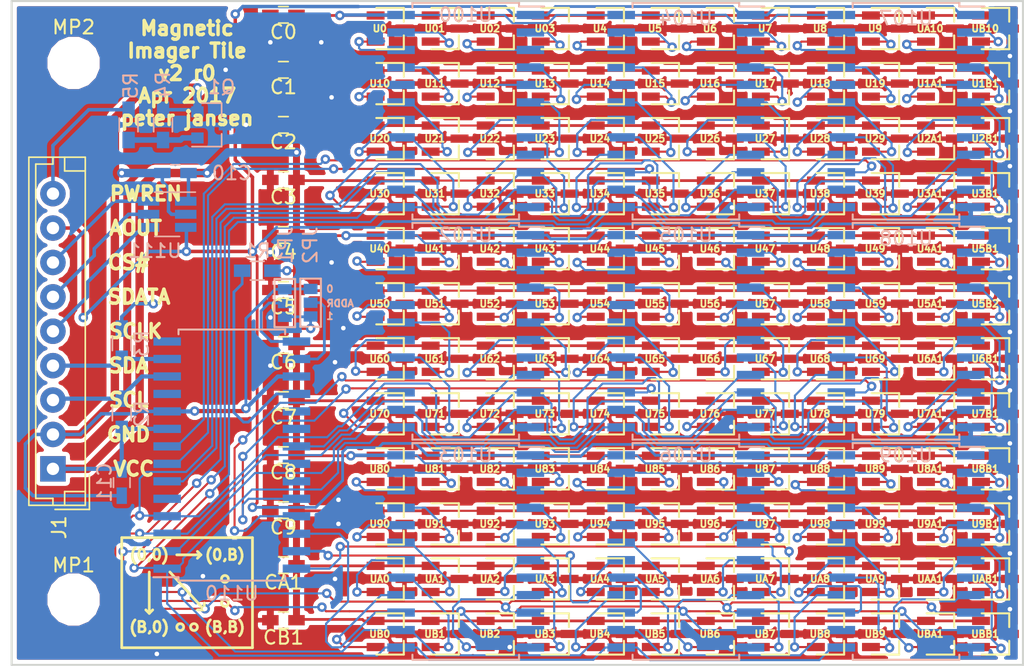
<source format=kicad_pcb>
(kicad_pcb (version 4) (host pcbnew 4.0.6)
  (layers (0 F.Cu signal) (31 B.Cu signal) (34 B.Paste user) (35 F.Paste user) (36 B.SilkS user hide) (37 F.SilkS user hide) (38 B.Mask user hide) (39 F.Mask user) (44 Edge.Cuts user))
  (net 0 "")
  (net 1 GND)
  (net 2 VCC)
  (net 3 /I7)
  (net 4 /I6)
  (net 5 /I5)
  (net 6 /I4)
  (net 7 /I3)
  (net 8 /I2)
  (net 9 /I1)
  (net 10 /I0)
  (net 11 /I15)
  (net 12 /I14)
  (net 13 /I13)
  (net 14 /I12)
  (net 15 /I11)
  (net 16 /I10)
  (net 17 /I9)
  (net 18 /I8)
  (net 19 /2I9)
  (net 20 /2I8)
  (net 21 /2I6)
  (net 22 /2I7)
  (net 23 /2I11)
  (net 24 /2I10)
  (net 25 /2I4)
  (net 26 /2I5)
  (net 27 /2I13)
  (net 28 /2I12)
  (net 29 /2I2)
  (net 30 /2I3)
  (net 31 /2I15)
  (net 32 /2I14)
  (net 33 /2I0)
  (net 34 /2I1)
  (net 35 /3I9)
  (net 36 /3I8)
  (net 37 /3I6)
  (net 38 /3I7)
  (net 39 /3I11)
  (net 40 /3I10)
  (net 41 /3I4)
  (net 42 /3I5)
  (net 43 /3I3)
  (net 44 /3I2)
  (net 45 /3I1)
  (net 46 /3I0)
  (net 47 /3I15)
  (net 48 /3I14)
  (net 49 /3I13)
  (net 50 /3I12)
  (net 51 /4I9)
  (net 52 /4I8)
  (net 53 /4I6)
  (net 54 /4I7)
  (net 55 /4I11)
  (net 56 /4I10)
  (net 57 /4I4)
  (net 58 /4I5)
  (net 59 /4I13)
  (net 60 /4I12)
  (net 61 /4I2)
  (net 62 /4I3)
  (net 63 /4I15)
  (net 64 /4I14)
  (net 65 /4I0)
  (net 66 /4I1)
  (net 67 /5I9)
  (net 68 /5I8)
  (net 69 /5I6)
  (net 70 /5I7)
  (net 71 /5I11)
  (net 72 /5I10)
  (net 73 /5I4)
  (net 74 /5I5)
  (net 75 /5I13)
  (net 76 /5I12)
  (net 77 /5I2)
  (net 78 /5I3)
  (net 79 /5I15)
  (net 80 /5I14)
  (net 81 /5I0)
  (net 82 /5I1)
  (net 83 /6I9)
  (net 84 /6I8)
  (net 85 /6I6)
  (net 86 /6I7)
  (net 87 /6I11)
  (net 88 /6I10)
  (net 89 /6I4)
  (net 90 /6I5)
  (net 91 /6I3)
  (net 92 /6I2)
  (net 93 /6I1)
  (net 94 /6I0)
  (net 95 /6I15)
  (net 96 /6I14)
  (net 97 /6I13)
  (net 98 /6I12)
  (net 99 /7I4)
  (net 100 /7I5)
  (net 101 /7I2)
  (net 102 /7I3)
  (net 103 /7I0)
  (net 104 /7I1)
  (net 105 /8I6)
  (net 106 /8I4)
  (net 107 /8I7)
  (net 108 /8I5)
  (net 109 /8I2)
  (net 110 /8I3)
  (net 111 /8I0)
  (net 112 /8I1)
  (net 113 /7I9)
  (net 114 /9I6)
  (net 115 /9I7)
  (net 116 /7I8)
  (net 117 /9I4)
  (net 118 /9I5)
  (net 119 /7I11)
  (net 120 /7I10)
  (net 121 /7I13)
  (net 122 /7I12)
  (net 123 /7I15)
  (net 124 /7I14)
  (net 125 /8I9)
  (net 126 /8I8)
  (net 127 /8I11)
  (net 128 /8I10)
  (net 129 /8I13)
  (net 130 /8I12)
  (net 131 /8I15)
  (net 132 /8I14)
  (net 133 /9I9)
  (net 134 /9I8)
  (net 135 /9I11)
  (net 136 /9I10)
  (net 137 /7I7)
  (net 138 /7I6)
  (net 139 /9I3)
  (net 140 /9I2)
  (net 141 /9I1)
  (net 142 /9I0)
  (net 143 /9I15)
  (net 144 /9I14)
  (net 145 /9I13)
  (net 146 /9I12)
  (net 147 /OUT)
  (net 148 /S0)
  (net 149 /S1)
  (net 150 /S3)
  (net 151 /S2)
  (net 152 /EN1)
  (net 153 /EN2)
  (net 154 /EN3)
  (net 155 /EN4)
  (net 156 /EN5)
  (net 157 /EN6)
  (net 158 /EN7)
  (net 159 /EN8)
  (net 160 /EN9)
  (net 161 "Net-(R1-Pad2)")
  (net 162 /SCL)
  (net 163 /SDA)
  (net 164 "Net-(U110-Pad5)")
  (net 165 "Net-(U110-Pad19)")
  (net 166 "Net-(U110-Pad20)")
  (net 167 GNDPWR)
  (net 168 /PWREN)
  (net 169 /CS#)
  (net 170 /SDATA)
  (net 171 /SCLK)
  (net 172 "Net-(Q1-Pad1)")
  (net 173 "Net-(U110-Pad22)")
  (net 174 "Net-(U110-Pad23)")
  (net 175 "Net-(JP1-Pad2)")
  (net 176 "Net-(JP2-Pad2)")
  (module Mounting_Holes:MountingHole_3.2mm_M3 (layer F.Cu) (at 88 76)
    (fp_text reference MP2 (at 0 -2.6) (layer F.SilkS))
    (fp_text value MountingHole_3.2mm_M3)
    (pad 1 np_thru_hole circle (at 0 0) (size 3.2 3.2) (drill 3.2) (layers *.Cu *.Mask))
  )
  (module MyFootprints:SOT-23 (layer F.Cu) (at 151 109.5)
    (fp_text reference U9A1 (at -0.75 0) (layer F.SilkS) (effects (font (size 0.5 0.5) (thickness 0.125))))
    (fp_text value DRV5053)
    (pad 3 smd rect (at 1.05 0) (size 1.3 0.6) (layers F.Cu F.Paste F.Mask) (net 1 GND))
    (pad 2 smd rect (at -1.05 0.95) (size 1.3 0.6) (layers F.Cu F.Paste F.Mask) (net 117 /9I4))
    (pad 1 smd rect (at -1.05 -0.95) (size 1.3 0.6) (layers F.Cu F.Paste F.Mask) (net 2 VCC))
  )
  (module Connectors_JST:JST_EH_B09B-EH-A_09x2.50mm_Straight (layer F.Cu) (at 86.5 105.5 90)
    (fp_text reference J1 (at -4.25 0.45 90) (layer F.SilkS))
    (fp_text value CONN_01X09)
    (pad 1 thru_hole rect (at 0 0 90) (size 1.85 1.85) (drill 0.9) (layers *.Cu *.Mask) (net 2 VCC))
    (pad 2 thru_hole circle (at 2.5 0 90) (size 1.85 1.85) (drill 0.9) (layers *.Cu *.Mask) (net 167 GNDPWR))
    (pad 3 thru_hole circle (at 5 0 90) (size 1.85 1.85) (drill 0.9) (layers *.Cu *.Mask) (net 162 /SCL))
    (pad 4 thru_hole circle (at 7.5 0 90) (size 1.85 1.85) (drill 0.9) (layers *.Cu *.Mask) (net 163 /SDA))
    (pad 5 thru_hole circle (at 10 0 90) (size 1.85 1.85) (drill 0.9) (layers *.Cu *.Mask) (net 171 /SCLK))
    (pad 6 thru_hole circle (at 12.5 0 90) (size 1.85 1.85) (drill 0.9) (layers *.Cu *.Mask) (net 170 /SDATA))
    (pad 7 thru_hole circle (at 15 0 90) (size 1.85 1.85) (drill 0.9) (layers *.Cu *.Mask) (net 169 /CS#))
    (pad 8 thru_hole circle (at 17.5 0 90) (size 1.85 1.85) (drill 0.9) (layers *.Cu *.Mask) (net 147 /OUT))
    (pad 9 thru_hole circle (at 20 0 90) (size 1.85 1.85) (drill 0.9) (layers *.Cu *.Mask) (net 168 /PWREN))
  )
  (module Housings_SOIC:SOIC-24W_7.5x15.4mm_Pitch1.27mm (layer B.Cu) (at 132.5 95.5 180)
    (fp_text reference U105 (at 0 7 180) (layer B.SilkS) (effects (justify mirror)))
    (fp_text value CD74HC4067M)
    (pad 1 smd rect (at -4.7 6.985 180) (size 2 0.6) (layers B.Cu B.Paste B.Mask) (net 147 /OUT))
    (pad 2 smd rect (at -4.7 5.715 180) (size 2 0.6) (layers B.Cu B.Paste B.Mask) (net 70 /5I7))
    (pad 3 smd rect (at -4.7 4.445 180) (size 2 0.6) (layers B.Cu B.Paste B.Mask) (net 69 /5I6))
    (pad 4 smd rect (at -4.7 3.175 180) (size 2 0.6) (layers B.Cu B.Paste B.Mask) (net 74 /5I5))
    (pad 5 smd rect (at -4.7 1.905 180) (size 2 0.6) (layers B.Cu B.Paste B.Mask) (net 73 /5I4))
    (pad 6 smd rect (at -4.7 0.635 180) (size 2 0.6) (layers B.Cu B.Paste B.Mask) (net 78 /5I3))
    (pad 7 smd rect (at -4.7 -0.635 180) (size 2 0.6) (layers B.Cu B.Paste B.Mask) (net 77 /5I2))
    (pad 8 smd rect (at -4.7 -1.905 180) (size 2 0.6) (layers B.Cu B.Paste B.Mask) (net 82 /5I1))
    (pad 9 smd rect (at -4.7 -3.175 180) (size 2 0.6) (layers B.Cu B.Paste B.Mask) (net 81 /5I0))
    (pad 10 smd rect (at -4.7 -4.445 180) (size 2 0.6) (layers B.Cu B.Paste B.Mask) (net 148 /S0))
    (pad 11 smd rect (at -4.7 -5.715 180) (size 2 0.6) (layers B.Cu B.Paste B.Mask) (net 149 /S1))
    (pad 12 smd rect (at -4.7 -6.985 180) (size 2 0.6) (layers B.Cu B.Paste B.Mask) (net 1 GND))
    (pad 13 smd rect (at 4.7 -6.985 180) (size 2 0.6) (layers B.Cu B.Paste B.Mask) (net 150 /S3))
    (pad 14 smd rect (at 4.7 -5.715 180) (size 2 0.6) (layers B.Cu B.Paste B.Mask) (net 151 /S2))
    (pad 15 smd rect (at 4.7 -4.445 180) (size 2 0.6) (layers B.Cu B.Paste B.Mask) (net 156 /EN5))
    (pad 16 smd rect (at 4.7 -3.175 180) (size 2 0.6) (layers B.Cu B.Paste B.Mask) (net 79 /5I15))
    (pad 17 smd rect (at 4.7 -1.905 180) (size 2 0.6) (layers B.Cu B.Paste B.Mask) (net 80 /5I14))
    (pad 18 smd rect (at 4.7 -0.635 180) (size 2 0.6) (layers B.Cu B.Paste B.Mask) (net 75 /5I13))
    (pad 19 smd rect (at 4.7 0.635 180) (size 2 0.6) (layers B.Cu B.Paste B.Mask) (net 76 /5I12))
    (pad 20 smd rect (at 4.7 1.905 180) (size 2 0.6) (layers B.Cu B.Paste B.Mask) (net 71 /5I11))
    (pad 21 smd rect (at 4.7 3.175 180) (size 2 0.6) (layers B.Cu B.Paste B.Mask) (net 72 /5I10))
    (pad 22 smd rect (at 4.7 4.445 180) (size 2 0.6) (layers B.Cu B.Paste B.Mask) (net 67 /5I9))
    (pad 23 smd rect (at 4.7 5.715 180) (size 2 0.6) (layers B.Cu B.Paste B.Mask) (net 68 /5I8))
    (pad 24 smd rect (at 4.7 6.985 180) (size 2 0.6) (layers B.Cu B.Paste B.Mask) (net 2 VCC))
  )
  (module MyFootprints:SOT-23 (layer F.Cu) (at 115 73.5)
    (fp_text reference U01 (at -0.75 0) (layer F.SilkS) (effects (font (size 0.5 0.5) (thickness 0.125))))
    (fp_text value DRV5053)
    (pad 3 smd rect (at 1.05 0) (size 1.3 0.6) (layers F.Cu F.Paste F.Mask) (net 1 GND))
    (pad 2 smd rect (at -1.05 0.95) (size 1.3 0.6) (layers F.Cu F.Paste F.Mask) (net 18 /I8))
    (pad 1 smd rect (at -1.05 -0.95) (size 1.3 0.6) (layers F.Cu F.Paste F.Mask) (net 2 VCC))
  )
  (module MyFootprints:SOT-23 (layer F.Cu) (at 119 73.5)
    (fp_text reference U02 (at -0.75 0) (layer F.SilkS) (effects (font (size 0.5 0.5) (thickness 0.125))))
    (fp_text value DRV5053)
    (pad 3 smd rect (at 1.05 0) (size 1.3 0.6) (layers F.Cu F.Paste F.Mask) (net 1 GND))
    (pad 2 smd rect (at -1.05 0.95) (size 1.3 0.6) (layers F.Cu F.Paste F.Mask) (net 4 /I6))
    (pad 1 smd rect (at -1.05 -0.95) (size 1.3 0.6) (layers F.Cu F.Paste F.Mask) (net 2 VCC))
  )
  (module MyFootprints:SOT-23 (layer F.Cu) (at 123 73.5)
    (fp_text reference U03 (at -0.75 0) (layer F.SilkS) (effects (font (size 0.5 0.5) (thickness 0.125))))
    (fp_text value DRV5053)
    (pad 3 smd rect (at 1.05 0) (size 1.3 0.6) (layers F.Cu F.Paste F.Mask) (net 1 GND))
    (pad 2 smd rect (at -1.05 0.95) (size 1.3 0.6) (layers F.Cu F.Paste F.Mask) (net 3 /I7))
    (pad 1 smd rect (at -1.05 -0.95) (size 1.3 0.6) (layers F.Cu F.Paste F.Mask) (net 2 VCC))
  )
  (module MyFootprints:SOT-23 (layer F.Cu) (at 115 77.5)
    (fp_text reference U11 (at -0.75 0) (layer F.SilkS) (effects (font (size 0.5 0.5) (thickness 0.125))))
    (fp_text value DRV5053)
    (pad 3 smd rect (at 1.05 0) (size 1.3 0.6) (layers F.Cu F.Paste F.Mask) (net 1 GND))
    (pad 2 smd rect (at -1.05 0.95) (size 1.3 0.6) (layers F.Cu F.Paste F.Mask) (net 16 /I10))
    (pad 1 smd rect (at -1.05 -0.95) (size 1.3 0.6) (layers F.Cu F.Paste F.Mask) (net 2 VCC))
  )
  (module MyFootprints:SOT-23 (layer F.Cu) (at 119 77.5)
    (fp_text reference U12 (at -0.75 0) (layer F.SilkS) (effects (font (size 0.5 0.5) (thickness 0.125))))
    (fp_text value DRV5053)
    (pad 3 smd rect (at 1.05 0) (size 1.3 0.6) (layers F.Cu F.Paste F.Mask) (net 1 GND))
    (pad 2 smd rect (at -1.05 0.95) (size 1.3 0.6) (layers F.Cu F.Paste F.Mask) (net 6 /I4))
    (pad 1 smd rect (at -1.05 -0.95) (size 1.3 0.6) (layers F.Cu F.Paste F.Mask) (net 2 VCC))
  )
  (module MyFootprints:SOT-23 (layer F.Cu) (at 123 77.5)
    (fp_text reference U13 (at -0.75 0) (layer F.SilkS) (effects (font (size 0.5 0.5) (thickness 0.125))))
    (fp_text value DRV5053)
    (pad 3 smd rect (at 1.05 0) (size 1.3 0.6) (layers F.Cu F.Paste F.Mask) (net 1 GND))
    (pad 2 smd rect (at -1.05 0.95) (size 1.3 0.6) (layers F.Cu F.Paste F.Mask) (net 5 /I5))
    (pad 1 smd rect (at -1.05 -0.95) (size 1.3 0.6) (layers F.Cu F.Paste F.Mask) (net 2 VCC))
  )
  (module MyFootprints:SOT-23 (layer F.Cu) (at 115 81.5)
    (fp_text reference U21 (at -0.75 0) (layer F.SilkS) (effects (font (size 0.5 0.5) (thickness 0.125))))
    (fp_text value DRV5053)
    (pad 3 smd rect (at 1.05 0) (size 1.3 0.6) (layers F.Cu F.Paste F.Mask) (net 1 GND))
    (pad 2 smd rect (at -1.05 0.95) (size 1.3 0.6) (layers F.Cu F.Paste F.Mask) (net 14 /I12))
    (pad 1 smd rect (at -1.05 -0.95) (size 1.3 0.6) (layers F.Cu F.Paste F.Mask) (net 2 VCC))
  )
  (module MyFootprints:SOT-23 (layer F.Cu) (at 119 81.5)
    (fp_text reference U22 (at -0.75 0) (layer F.SilkS) (effects (font (size 0.5 0.5) (thickness 0.125))))
    (fp_text value DRV5053)
    (pad 3 smd rect (at 1.05 0) (size 1.3 0.6) (layers F.Cu F.Paste F.Mask) (net 1 GND))
    (pad 2 smd rect (at -1.05 0.95) (size 1.3 0.6) (layers F.Cu F.Paste F.Mask) (net 8 /I2))
    (pad 1 smd rect (at -1.05 -0.95) (size 1.3 0.6) (layers F.Cu F.Paste F.Mask) (net 2 VCC))
  )
  (module MyFootprints:SOT-23 (layer F.Cu) (at 123 81.5)
    (fp_text reference U23 (at -0.75 0) (layer F.SilkS) (effects (font (size 0.5 0.5) (thickness 0.125))))
    (fp_text value DRV5053)
    (pad 3 smd rect (at 1.05 0) (size 1.3 0.6) (layers F.Cu F.Paste F.Mask) (net 1 GND))
    (pad 2 smd rect (at -1.05 0.95) (size 1.3 0.6) (layers F.Cu F.Paste F.Mask) (net 7 /I3))
    (pad 1 smd rect (at -1.05 -0.95) (size 1.3 0.6) (layers F.Cu F.Paste F.Mask) (net 2 VCC))
  )
  (module MyFootprints:SOT-23 (layer F.Cu) (at 115 85.5)
    (fp_text reference U31 (at -0.75 0) (layer F.SilkS) (effects (font (size 0.5 0.5) (thickness 0.125))))
    (fp_text value DRV5053)
    (pad 3 smd rect (at 1.05 0) (size 1.3 0.6) (layers F.Cu F.Paste F.Mask) (net 1 GND))
    (pad 2 smd rect (at -1.05 0.95) (size 1.3 0.6) (layers F.Cu F.Paste F.Mask) (net 12 /I14))
    (pad 1 smd rect (at -1.05 -0.95) (size 1.3 0.6) (layers F.Cu F.Paste F.Mask) (net 2 VCC))
  )
  (module MyFootprints:SOT-23 (layer F.Cu) (at 119 85.5)
    (fp_text reference U32 (at -0.75 0) (layer F.SilkS) (effects (font (size 0.5 0.5) (thickness 0.125))))
    (fp_text value DRV5053)
    (pad 3 smd rect (at 1.05 0) (size 1.3 0.6) (layers F.Cu F.Paste F.Mask) (net 1 GND))
    (pad 2 smd rect (at -1.05 0.95) (size 1.3 0.6) (layers F.Cu F.Paste F.Mask) (net 10 /I0))
    (pad 1 smd rect (at -1.05 -0.95) (size 1.3 0.6) (layers F.Cu F.Paste F.Mask) (net 2 VCC))
  )
  (module MyFootprints:SOT-23 (layer F.Cu) (at 123 85.5)
    (fp_text reference U33 (at -0.75 0) (layer F.SilkS) (effects (font (size 0.5 0.5) (thickness 0.125))))
    (fp_text value DRV5053)
    (pad 3 smd rect (at 1.05 0) (size 1.3 0.6) (layers F.Cu F.Paste F.Mask) (net 1 GND))
    (pad 2 smd rect (at -1.05 0.95) (size 1.3 0.6) (layers F.Cu F.Paste F.Mask) (net 9 /I1))
    (pad 1 smd rect (at -1.05 -0.95) (size 1.3 0.6) (layers F.Cu F.Paste F.Mask) (net 2 VCC))
  )
  (module Housings_SOIC:SOIC-24W_7.5x15.4mm_Pitch1.27mm (layer B.Cu) (at 116.5 79.5 180)
    (fp_text reference U100 (at 0 7 180) (layer B.SilkS) (effects (justify mirror)))
    (fp_text value CD74HC4067M)
    (pad 1 smd rect (at -4.7 6.985 180) (size 2 0.6) (layers B.Cu B.Paste B.Mask) (net 147 /OUT))
    (pad 2 smd rect (at -4.7 5.715 180) (size 2 0.6) (layers B.Cu B.Paste B.Mask) (net 3 /I7))
    (pad 3 smd rect (at -4.7 4.445 180) (size 2 0.6) (layers B.Cu B.Paste B.Mask) (net 4 /I6))
    (pad 4 smd rect (at -4.7 3.175 180) (size 2 0.6) (layers B.Cu B.Paste B.Mask) (net 5 /I5))
    (pad 5 smd rect (at -4.7 1.905 180) (size 2 0.6) (layers B.Cu B.Paste B.Mask) (net 6 /I4))
    (pad 6 smd rect (at -4.7 0.635 180) (size 2 0.6) (layers B.Cu B.Paste B.Mask) (net 7 /I3))
    (pad 7 smd rect (at -4.7 -0.635 180) (size 2 0.6) (layers B.Cu B.Paste B.Mask) (net 8 /I2))
    (pad 8 smd rect (at -4.7 -1.905 180) (size 2 0.6) (layers B.Cu B.Paste B.Mask) (net 9 /I1))
    (pad 9 smd rect (at -4.7 -3.175 180) (size 2 0.6) (layers B.Cu B.Paste B.Mask) (net 10 /I0))
    (pad 10 smd rect (at -4.7 -4.445 180) (size 2 0.6) (layers B.Cu B.Paste B.Mask) (net 148 /S0))
    (pad 11 smd rect (at -4.7 -5.715 180) (size 2 0.6) (layers B.Cu B.Paste B.Mask) (net 149 /S1))
    (pad 12 smd rect (at -4.7 -6.985 180) (size 2 0.6) (layers B.Cu B.Paste B.Mask) (net 1 GND))
    (pad 13 smd rect (at 4.7 -6.985 180) (size 2 0.6) (layers B.Cu B.Paste B.Mask) (net 150 /S3))
    (pad 14 smd rect (at 4.7 -5.715 180) (size 2 0.6) (layers B.Cu B.Paste B.Mask) (net 151 /S2))
    (pad 15 smd rect (at 4.7 -4.445 180) (size 2 0.6) (layers B.Cu B.Paste B.Mask) (net 152 /EN1))
    (pad 16 smd rect (at 4.7 -3.175 180) (size 2 0.6) (layers B.Cu B.Paste B.Mask) (net 11 /I15))
    (pad 17 smd rect (at 4.7 -1.905 180) (size 2 0.6) (layers B.Cu B.Paste B.Mask) (net 12 /I14))
    (pad 18 smd rect (at 4.7 -0.635 180) (size 2 0.6) (layers B.Cu B.Paste B.Mask) (net 13 /I13))
    (pad 19 smd rect (at 4.7 0.635 180) (size 2 0.6) (layers B.Cu B.Paste B.Mask) (net 14 /I12))
    (pad 20 smd rect (at 4.7 1.905 180) (size 2 0.6) (layers B.Cu B.Paste B.Mask) (net 15 /I11))
    (pad 21 smd rect (at 4.7 3.175 180) (size 2 0.6) (layers B.Cu B.Paste B.Mask) (net 16 /I10))
    (pad 22 smd rect (at 4.7 4.445 180) (size 2 0.6) (layers B.Cu B.Paste B.Mask) (net 17 /I9))
    (pad 23 smd rect (at 4.7 5.715 180) (size 2 0.6) (layers B.Cu B.Paste B.Mask) (net 18 /I8))
    (pad 24 smd rect (at 4.7 6.985 180) (size 2 0.6) (layers B.Cu B.Paste B.Mask) (net 2 VCC))
  )
  (module MyFootprints:SOT-23 (layer F.Cu) (at 111 73.5)
    (fp_text reference U0 (at -0.75 0) (layer F.SilkS) (effects (font (size 0.5 0.5) (thickness 0.125))))
    (fp_text value DRV5053)
    (pad 3 smd rect (at 1.05 0) (size 1.3 0.6) (layers F.Cu F.Paste F.Mask) (net 1 GND))
    (pad 2 smd rect (at -1.05 0.95) (size 1.3 0.6) (layers F.Cu F.Paste F.Mask) (net 17 /I9))
    (pad 1 smd rect (at -1.05 -0.95) (size 1.3 0.6) (layers F.Cu F.Paste F.Mask) (net 2 VCC))
  )
  (module MyFootprints:SOT-23 (layer F.Cu) (at 111 89.5)
    (fp_text reference U40 (at -0.75 0) (layer F.SilkS) (effects (font (size 0.5 0.5) (thickness 0.125))))
    (fp_text value DRV5053)
    (pad 3 smd rect (at 1.05 0) (size 1.3 0.6) (layers F.Cu F.Paste F.Mask) (net 1 GND))
    (pad 2 smd rect (at -1.05 0.95) (size 1.3 0.6) (layers F.Cu F.Paste F.Mask) (net 19 /2I9))
    (pad 1 smd rect (at -1.05 -0.95) (size 1.3 0.6) (layers F.Cu F.Paste F.Mask) (net 2 VCC))
  )
  (module MyFootprints:SOT-23 (layer F.Cu) (at 115 89.5)
    (fp_text reference U41 (at -0.75 0) (layer F.SilkS) (effects (font (size 0.5 0.5) (thickness 0.125))))
    (fp_text value DRV5053)
    (pad 3 smd rect (at 1.05 0) (size 1.3 0.6) (layers F.Cu F.Paste F.Mask) (net 1 GND))
    (pad 2 smd rect (at -1.05 0.95) (size 1.3 0.6) (layers F.Cu F.Paste F.Mask) (net 20 /2I8))
    (pad 1 smd rect (at -1.05 -0.95) (size 1.3 0.6) (layers F.Cu F.Paste F.Mask) (net 2 VCC))
  )
  (module MyFootprints:SOT-23 (layer F.Cu) (at 119 89.5)
    (fp_text reference U42 (at -0.75 0) (layer F.SilkS) (effects (font (size 0.5 0.5) (thickness 0.125))))
    (fp_text value DRV5053)
    (pad 3 smd rect (at 1.05 0) (size 1.3 0.6) (layers F.Cu F.Paste F.Mask) (net 1 GND))
    (pad 2 smd rect (at -1.05 0.95) (size 1.3 0.6) (layers F.Cu F.Paste F.Mask) (net 21 /2I6))
    (pad 1 smd rect (at -1.05 -0.95) (size 1.3 0.6) (layers F.Cu F.Paste F.Mask) (net 2 VCC))
  )
  (module MyFootprints:SOT-23 (layer F.Cu) (at 123 89.5)
    (fp_text reference U43 (at -0.75 0) (layer F.SilkS) (effects (font (size 0.5 0.5) (thickness 0.125))))
    (fp_text value DRV5053)
    (pad 3 smd rect (at 1.05 0) (size 1.3 0.6) (layers F.Cu F.Paste F.Mask) (net 1 GND))
    (pad 2 smd rect (at -1.05 0.95) (size 1.3 0.6) (layers F.Cu F.Paste F.Mask) (net 22 /2I7))
    (pad 1 smd rect (at -1.05 -0.95) (size 1.3 0.6) (layers F.Cu F.Paste F.Mask) (net 2 VCC))
  )
  (module MyFootprints:SOT-23 (layer F.Cu) (at 111 93.5)
    (fp_text reference U50 (at -0.75 0) (layer F.SilkS) (effects (font (size 0.5 0.5) (thickness 0.125))))
    (fp_text value DRV5053)
    (pad 3 smd rect (at 1.05 0) (size 1.3 0.6) (layers F.Cu F.Paste F.Mask) (net 1 GND))
    (pad 2 smd rect (at -1.05 0.95) (size 1.3 0.6) (layers F.Cu F.Paste F.Mask) (net 23 /2I11))
    (pad 1 smd rect (at -1.05 -0.95) (size 1.3 0.6) (layers F.Cu F.Paste F.Mask) (net 2 VCC))
  )
  (module MyFootprints:SOT-23 (layer F.Cu) (at 115 93.5)
    (fp_text reference U51 (at -0.75 0) (layer F.SilkS) (effects (font (size 0.5 0.5) (thickness 0.125))))
    (fp_text value DRV5053)
    (pad 3 smd rect (at 1.05 0) (size 1.3 0.6) (layers F.Cu F.Paste F.Mask) (net 1 GND))
    (pad 2 smd rect (at -1.05 0.95) (size 1.3 0.6) (layers F.Cu F.Paste F.Mask) (net 24 /2I10))
    (pad 1 smd rect (at -1.05 -0.95) (size 1.3 0.6) (layers F.Cu F.Paste F.Mask) (net 2 VCC))
  )
  (module MyFootprints:SOT-23 (layer F.Cu) (at 119 93.5)
    (fp_text reference U52 (at -0.75 0) (layer F.SilkS) (effects (font (size 0.5 0.5) (thickness 0.125))))
    (fp_text value DRV5053)
    (pad 3 smd rect (at 1.05 0) (size 1.3 0.6) (layers F.Cu F.Paste F.Mask) (net 1 GND))
    (pad 2 smd rect (at -1.05 0.95) (size 1.3 0.6) (layers F.Cu F.Paste F.Mask) (net 25 /2I4))
    (pad 1 smd rect (at -1.05 -0.95) (size 1.3 0.6) (layers F.Cu F.Paste F.Mask) (net 2 VCC))
  )
  (module MyFootprints:SOT-23 (layer F.Cu) (at 123 93.5)
    (fp_text reference U53 (at -0.75 0) (layer F.SilkS) (effects (font (size 0.5 0.5) (thickness 0.125))))
    (fp_text value DRV5053)
    (pad 3 smd rect (at 1.05 0) (size 1.3 0.6) (layers F.Cu F.Paste F.Mask) (net 1 GND))
    (pad 2 smd rect (at -1.05 0.95) (size 1.3 0.6) (layers F.Cu F.Paste F.Mask) (net 26 /2I5))
    (pad 1 smd rect (at -1.05 -0.95) (size 1.3 0.6) (layers F.Cu F.Paste F.Mask) (net 2 VCC))
  )
  (module MyFootprints:SOT-23 (layer F.Cu) (at 111 97.5)
    (fp_text reference U60 (at -0.75 0) (layer F.SilkS) (effects (font (size 0.5 0.5) (thickness 0.125))))
    (fp_text value DRV5053)
    (pad 3 smd rect (at 1.05 0) (size 1.3 0.6) (layers F.Cu F.Paste F.Mask) (net 1 GND))
    (pad 2 smd rect (at -1.05 0.95) (size 1.3 0.6) (layers F.Cu F.Paste F.Mask) (net 27 /2I13))
    (pad 1 smd rect (at -1.05 -0.95) (size 1.3 0.6) (layers F.Cu F.Paste F.Mask) (net 2 VCC))
  )
  (module MyFootprints:SOT-23 (layer F.Cu) (at 115 97.5)
    (fp_text reference U61 (at -0.75 0) (layer F.SilkS) (effects (font (size 0.5 0.5) (thickness 0.125))))
    (fp_text value DRV5053)
    (pad 3 smd rect (at 1.05 0) (size 1.3 0.6) (layers F.Cu F.Paste F.Mask) (net 1 GND))
    (pad 2 smd rect (at -1.05 0.95) (size 1.3 0.6) (layers F.Cu F.Paste F.Mask) (net 28 /2I12))
    (pad 1 smd rect (at -1.05 -0.95) (size 1.3 0.6) (layers F.Cu F.Paste F.Mask) (net 2 VCC))
  )
  (module MyFootprints:SOT-23 (layer F.Cu) (at 119 97.5)
    (fp_text reference U62 (at -0.75 0) (layer F.SilkS) (effects (font (size 0.5 0.5) (thickness 0.125))))
    (fp_text value DRV5053)
    (pad 3 smd rect (at 1.05 0) (size 1.3 0.6) (layers F.Cu F.Paste F.Mask) (net 1 GND))
    (pad 2 smd rect (at -1.05 0.95) (size 1.3 0.6) (layers F.Cu F.Paste F.Mask) (net 29 /2I2))
    (pad 1 smd rect (at -1.05 -0.95) (size 1.3 0.6) (layers F.Cu F.Paste F.Mask) (net 2 VCC))
  )
  (module MyFootprints:SOT-23 (layer F.Cu) (at 123 97.5)
    (fp_text reference U63 (at -0.75 0) (layer F.SilkS) (effects (font (size 0.5 0.5) (thickness 0.125))))
    (fp_text value DRV5053)
    (pad 3 smd rect (at 1.05 0) (size 1.3 0.6) (layers F.Cu F.Paste F.Mask) (net 1 GND))
    (pad 2 smd rect (at -1.05 0.95) (size 1.3 0.6) (layers F.Cu F.Paste F.Mask) (net 30 /2I3))
    (pad 1 smd rect (at -1.05 -0.95) (size 1.3 0.6) (layers F.Cu F.Paste F.Mask) (net 2 VCC))
  )
  (module MyFootprints:SOT-23 (layer F.Cu) (at 111 101.5)
    (fp_text reference U70 (at -0.75 0) (layer F.SilkS) (effects (font (size 0.5 0.5) (thickness 0.125))))
    (fp_text value DRV5053)
    (pad 3 smd rect (at 1.05 0) (size 1.3 0.6) (layers F.Cu F.Paste F.Mask) (net 1 GND))
    (pad 2 smd rect (at -1.05 0.95) (size 1.3 0.6) (layers F.Cu F.Paste F.Mask) (net 31 /2I15))
    (pad 1 smd rect (at -1.05 -0.95) (size 1.3 0.6) (layers F.Cu F.Paste F.Mask) (net 2 VCC))
  )
  (module MyFootprints:SOT-23 (layer F.Cu) (at 115 101.5)
    (fp_text reference U71 (at -0.75 0) (layer F.SilkS) (effects (font (size 0.5 0.5) (thickness 0.125))))
    (fp_text value DRV5053)
    (pad 3 smd rect (at 1.05 0) (size 1.3 0.6) (layers F.Cu F.Paste F.Mask) (net 1 GND))
    (pad 2 smd rect (at -1.05 0.95) (size 1.3 0.6) (layers F.Cu F.Paste F.Mask) (net 32 /2I14))
    (pad 1 smd rect (at -1.05 -0.95) (size 1.3 0.6) (layers F.Cu F.Paste F.Mask) (net 2 VCC))
  )
  (module MyFootprints:SOT-23 (layer F.Cu) (at 119 101.5)
    (fp_text reference U72 (at -0.75 0) (layer F.SilkS) (effects (font (size 0.5 0.5) (thickness 0.125))))
    (fp_text value DRV5053)
    (pad 3 smd rect (at 1.05 0) (size 1.3 0.6) (layers F.Cu F.Paste F.Mask) (net 1 GND))
    (pad 2 smd rect (at -1.05 0.95) (size 1.3 0.6) (layers F.Cu F.Paste F.Mask) (net 33 /2I0))
    (pad 1 smd rect (at -1.05 -0.95) (size 1.3 0.6) (layers F.Cu F.Paste F.Mask) (net 2 VCC))
  )
  (module MyFootprints:SOT-23 (layer F.Cu) (at 123 101.5)
    (fp_text reference U73 (at -0.75 0) (layer F.SilkS) (effects (font (size 0.5 0.5) (thickness 0.125))))
    (fp_text value DRV5053)
    (pad 3 smd rect (at 1.05 0) (size 1.3 0.6) (layers F.Cu F.Paste F.Mask) (net 1 GND))
    (pad 2 smd rect (at -1.05 0.95) (size 1.3 0.6) (layers F.Cu F.Paste F.Mask) (net 34 /2I1))
    (pad 1 smd rect (at -1.05 -0.95) (size 1.3 0.6) (layers F.Cu F.Paste F.Mask) (net 2 VCC))
  )
  (module MyFootprints:SOT-23 (layer F.Cu) (at 111 105.5)
    (fp_text reference U80 (at -0.75 0) (layer F.SilkS) (effects (font (size 0.5 0.5) (thickness 0.125))))
    (fp_text value DRV5053)
    (pad 3 smd rect (at 1.05 0) (size 1.3 0.6) (layers F.Cu F.Paste F.Mask) (net 1 GND))
    (pad 2 smd rect (at -1.05 0.95) (size 1.3 0.6) (layers F.Cu F.Paste F.Mask) (net 35 /3I9))
    (pad 1 smd rect (at -1.05 -0.95) (size 1.3 0.6) (layers F.Cu F.Paste F.Mask) (net 2 VCC))
  )
  (module MyFootprints:SOT-23 (layer F.Cu) (at 115 105.5)
    (fp_text reference U81 (at -0.75 0) (layer F.SilkS) (effects (font (size 0.5 0.5) (thickness 0.125))))
    (fp_text value DRV5053)
    (pad 3 smd rect (at 1.05 0) (size 1.3 0.6) (layers F.Cu F.Paste F.Mask) (net 1 GND))
    (pad 2 smd rect (at -1.05 0.95) (size 1.3 0.6) (layers F.Cu F.Paste F.Mask) (net 36 /3I8))
    (pad 1 smd rect (at -1.05 -0.95) (size 1.3 0.6) (layers F.Cu F.Paste F.Mask) (net 2 VCC))
  )
  (module MyFootprints:SOT-23 (layer F.Cu) (at 119 105.5)
    (fp_text reference U82 (at -0.75 0) (layer F.SilkS) (effects (font (size 0.5 0.5) (thickness 0.125))))
    (fp_text value DRV5053)
    (pad 3 smd rect (at 1.05 0) (size 1.3 0.6) (layers F.Cu F.Paste F.Mask) (net 1 GND))
    (pad 2 smd rect (at -1.05 0.95) (size 1.3 0.6) (layers F.Cu F.Paste F.Mask) (net 37 /3I6))
    (pad 1 smd rect (at -1.05 -0.95) (size 1.3 0.6) (layers F.Cu F.Paste F.Mask) (net 2 VCC))
  )
  (module MyFootprints:SOT-23 (layer F.Cu) (at 123 105.5)
    (fp_text reference U83 (at -0.75 0) (layer F.SilkS) (effects (font (size 0.5 0.5) (thickness 0.125))))
    (fp_text value DRV5053)
    (pad 3 smd rect (at 1.05 0) (size 1.3 0.6) (layers F.Cu F.Paste F.Mask) (net 1 GND))
    (pad 2 smd rect (at -1.05 0.95) (size 1.3 0.6) (layers F.Cu F.Paste F.Mask) (net 38 /3I7))
    (pad 1 smd rect (at -1.05 -0.95) (size 1.3 0.6) (layers F.Cu F.Paste F.Mask) (net 2 VCC))
  )
  (module MyFootprints:SOT-23 (layer F.Cu) (at 111 109.5)
    (fp_text reference U90 (at -0.75 0) (layer F.SilkS) (effects (font (size 0.5 0.5) (thickness 0.125))))
    (fp_text value DRV5053)
    (pad 3 smd rect (at 1.05 0) (size 1.3 0.6) (layers F.Cu F.Paste F.Mask) (net 1 GND))
    (pad 2 smd rect (at -1.05 0.95) (size 1.3 0.6) (layers F.Cu F.Paste F.Mask) (net 39 /3I11))
    (pad 1 smd rect (at -1.05 -0.95) (size 1.3 0.6) (layers F.Cu F.Paste F.Mask) (net 2 VCC))
  )
  (module MyFootprints:SOT-23 (layer F.Cu) (at 115 109.5)
    (fp_text reference U91 (at -0.75 0) (layer F.SilkS) (effects (font (size 0.5 0.5) (thickness 0.125))))
    (fp_text value DRV5053)
    (pad 3 smd rect (at 1.05 0) (size 1.3 0.6) (layers F.Cu F.Paste F.Mask) (net 1 GND))
    (pad 2 smd rect (at -1.05 0.95) (size 1.3 0.6) (layers F.Cu F.Paste F.Mask) (net 40 /3I10))
    (pad 1 smd rect (at -1.05 -0.95) (size 1.3 0.6) (layers F.Cu F.Paste F.Mask) (net 2 VCC))
  )
  (module MyFootprints:SOT-23 (layer F.Cu) (at 119 109.5)
    (fp_text reference U92 (at -0.75 0) (layer F.SilkS) (effects (font (size 0.5 0.5) (thickness 0.125))))
    (fp_text value DRV5053)
    (pad 3 smd rect (at 1.05 0) (size 1.3 0.6) (layers F.Cu F.Paste F.Mask) (net 1 GND))
    (pad 2 smd rect (at -1.05 0.95) (size 1.3 0.6) (layers F.Cu F.Paste F.Mask) (net 41 /3I4))
    (pad 1 smd rect (at -1.05 -0.95) (size 1.3 0.6) (layers F.Cu F.Paste F.Mask) (net 2 VCC))
  )
  (module MyFootprints:SOT-23 (layer F.Cu) (at 123 109.5)
    (fp_text reference U93 (at -0.75 0) (layer F.SilkS) (effects (font (size 0.5 0.5) (thickness 0.125))))
    (fp_text value DRV5053)
    (pad 3 smd rect (at 1.05 0) (size 1.3 0.6) (layers F.Cu F.Paste F.Mask) (net 1 GND))
    (pad 2 smd rect (at -1.05 0.95) (size 1.3 0.6) (layers F.Cu F.Paste F.Mask) (net 42 /3I5))
    (pad 1 smd rect (at -1.05 -0.95) (size 1.3 0.6) (layers F.Cu F.Paste F.Mask) (net 2 VCC))
  )
  (module Housings_SOIC:SOIC-24W_7.5x15.4mm_Pitch1.27mm (layer B.Cu) (at 116.5 95.5 180)
    (fp_text reference U102 (at 0 7 180) (layer B.SilkS) (effects (justify mirror)))
    (fp_text value CD74HC4067M)
    (pad 1 smd rect (at -4.7 6.985 180) (size 2 0.6) (layers B.Cu B.Paste B.Mask) (net 147 /OUT))
    (pad 2 smd rect (at -4.7 5.715 180) (size 2 0.6) (layers B.Cu B.Paste B.Mask) (net 22 /2I7))
    (pad 3 smd rect (at -4.7 4.445 180) (size 2 0.6) (layers B.Cu B.Paste B.Mask) (net 21 /2I6))
    (pad 4 smd rect (at -4.7 3.175 180) (size 2 0.6) (layers B.Cu B.Paste B.Mask) (net 26 /2I5))
    (pad 5 smd rect (at -4.7 1.905 180) (size 2 0.6) (layers B.Cu B.Paste B.Mask) (net 25 /2I4))
    (pad 6 smd rect (at -4.7 0.635 180) (size 2 0.6) (layers B.Cu B.Paste B.Mask) (net 30 /2I3))
    (pad 7 smd rect (at -4.7 -0.635 180) (size 2 0.6) (layers B.Cu B.Paste B.Mask) (net 29 /2I2))
    (pad 8 smd rect (at -4.7 -1.905 180) (size 2 0.6) (layers B.Cu B.Paste B.Mask) (net 34 /2I1))
    (pad 9 smd rect (at -4.7 -3.175 180) (size 2 0.6) (layers B.Cu B.Paste B.Mask) (net 33 /2I0))
    (pad 10 smd rect (at -4.7 -4.445 180) (size 2 0.6) (layers B.Cu B.Paste B.Mask) (net 148 /S0))
    (pad 11 smd rect (at -4.7 -5.715 180) (size 2 0.6) (layers B.Cu B.Paste B.Mask) (net 149 /S1))
    (pad 12 smd rect (at -4.7 -6.985 180) (size 2 0.6) (layers B.Cu B.Paste B.Mask) (net 1 GND))
    (pad 13 smd rect (at 4.7 -6.985 180) (size 2 0.6) (layers B.Cu B.Paste B.Mask) (net 150 /S3))
    (pad 14 smd rect (at 4.7 -5.715 180) (size 2 0.6) (layers B.Cu B.Paste B.Mask) (net 151 /S2))
    (pad 15 smd rect (at 4.7 -4.445 180) (size 2 0.6) (layers B.Cu B.Paste B.Mask) (net 153 /EN2))
    (pad 16 smd rect (at 4.7 -3.175 180) (size 2 0.6) (layers B.Cu B.Paste B.Mask) (net 31 /2I15))
    (pad 17 smd rect (at 4.7 -1.905 180) (size 2 0.6) (layers B.Cu B.Paste B.Mask) (net 32 /2I14))
    (pad 18 smd rect (at 4.7 -0.635 180) (size 2 0.6) (layers B.Cu B.Paste B.Mask) (net 27 /2I13))
    (pad 19 smd rect (at 4.7 0.635 180) (size 2 0.6) (layers B.Cu B.Paste B.Mask) (net 28 /2I12))
    (pad 20 smd rect (at 4.7 1.905 180) (size 2 0.6) (layers B.Cu B.Paste B.Mask) (net 23 /2I11))
    (pad 21 smd rect (at 4.7 3.175 180) (size 2 0.6) (layers B.Cu B.Paste B.Mask) (net 24 /2I10))
    (pad 22 smd rect (at 4.7 4.445 180) (size 2 0.6) (layers B.Cu B.Paste B.Mask) (net 19 /2I9))
    (pad 23 smd rect (at 4.7 5.715 180) (size 2 0.6) (layers B.Cu B.Paste B.Mask) (net 20 /2I8))
    (pad 24 smd rect (at 4.7 6.985 180) (size 2 0.6) (layers B.Cu B.Paste B.Mask) (net 2 VCC))
  )
  (module Housings_SOIC:SOIC-24W_7.5x15.4mm_Pitch1.27mm (layer B.Cu) (at 116.5 111.5 180)
    (fp_text reference U103 (at 0 7 180) (layer B.SilkS) (effects (justify mirror)))
    (fp_text value CD74HC4067M)
    (pad 1 smd rect (at -4.7 6.985 180) (size 2 0.6) (layers B.Cu B.Paste B.Mask) (net 147 /OUT))
    (pad 2 smd rect (at -4.7 5.715 180) (size 2 0.6) (layers B.Cu B.Paste B.Mask) (net 38 /3I7))
    (pad 3 smd rect (at -4.7 4.445 180) (size 2 0.6) (layers B.Cu B.Paste B.Mask) (net 37 /3I6))
    (pad 4 smd rect (at -4.7 3.175 180) (size 2 0.6) (layers B.Cu B.Paste B.Mask) (net 42 /3I5))
    (pad 5 smd rect (at -4.7 1.905 180) (size 2 0.6) (layers B.Cu B.Paste B.Mask) (net 41 /3I4))
    (pad 6 smd rect (at -4.7 0.635 180) (size 2 0.6) (layers B.Cu B.Paste B.Mask) (net 43 /3I3))
    (pad 7 smd rect (at -4.7 -0.635 180) (size 2 0.6) (layers B.Cu B.Paste B.Mask) (net 44 /3I2))
    (pad 8 smd rect (at -4.7 -1.905 180) (size 2 0.6) (layers B.Cu B.Paste B.Mask) (net 45 /3I1))
    (pad 9 smd rect (at -4.7 -3.175 180) (size 2 0.6) (layers B.Cu B.Paste B.Mask) (net 46 /3I0))
    (pad 10 smd rect (at -4.7 -4.445 180) (size 2 0.6) (layers B.Cu B.Paste B.Mask) (net 148 /S0))
    (pad 11 smd rect (at -4.7 -5.715 180) (size 2 0.6) (layers B.Cu B.Paste B.Mask) (net 149 /S1))
    (pad 12 smd rect (at -4.7 -6.985 180) (size 2 0.6) (layers B.Cu B.Paste B.Mask) (net 1 GND))
    (pad 13 smd rect (at 4.7 -6.985 180) (size 2 0.6) (layers B.Cu B.Paste B.Mask) (net 150 /S3))
    (pad 14 smd rect (at 4.7 -5.715 180) (size 2 0.6) (layers B.Cu B.Paste B.Mask) (net 151 /S2))
    (pad 15 smd rect (at 4.7 -4.445 180) (size 2 0.6) (layers B.Cu B.Paste B.Mask) (net 154 /EN3))
    (pad 16 smd rect (at 4.7 -3.175 180) (size 2 0.6) (layers B.Cu B.Paste B.Mask) (net 47 /3I15))
    (pad 17 smd rect (at 4.7 -1.905 180) (size 2 0.6) (layers B.Cu B.Paste B.Mask) (net 48 /3I14))
    (pad 18 smd rect (at 4.7 -0.635 180) (size 2 0.6) (layers B.Cu B.Paste B.Mask) (net 49 /3I13))
    (pad 19 smd rect (at 4.7 0.635 180) (size 2 0.6) (layers B.Cu B.Paste B.Mask) (net 50 /3I12))
    (pad 20 smd rect (at 4.7 1.905 180) (size 2 0.6) (layers B.Cu B.Paste B.Mask) (net 39 /3I11))
    (pad 21 smd rect (at 4.7 3.175 180) (size 2 0.6) (layers B.Cu B.Paste B.Mask) (net 40 /3I10))
    (pad 22 smd rect (at 4.7 4.445 180) (size 2 0.6) (layers B.Cu B.Paste B.Mask) (net 35 /3I9))
    (pad 23 smd rect (at 4.7 5.715 180) (size 2 0.6) (layers B.Cu B.Paste B.Mask) (net 36 /3I8))
    (pad 24 smd rect (at 4.7 6.985 180) (size 2 0.6) (layers B.Cu B.Paste B.Mask) (net 2 VCC))
  )
  (module MyFootprints:SOT-23 (layer F.Cu) (at 111 113.5)
    (fp_text reference UA0 (at -0.75 0) (layer F.SilkS) (effects (font (size 0.5 0.5) (thickness 0.125))))
    (fp_text value DRV5053)
    (pad 3 smd rect (at 1.05 0) (size 1.3 0.6) (layers F.Cu F.Paste F.Mask) (net 1 GND))
    (pad 2 smd rect (at -1.05 0.95) (size 1.3 0.6) (layers F.Cu F.Paste F.Mask) (net 49 /3I13))
    (pad 1 smd rect (at -1.05 -0.95) (size 1.3 0.6) (layers F.Cu F.Paste F.Mask) (net 2 VCC))
  )
  (module MyFootprints:SOT-23 (layer F.Cu) (at 115 113.5)
    (fp_text reference UA1 (at -0.75 0) (layer F.SilkS) (effects (font (size 0.5 0.5) (thickness 0.125))))
    (fp_text value DRV5053)
    (pad 3 smd rect (at 1.05 0) (size 1.3 0.6) (layers F.Cu F.Paste F.Mask) (net 1 GND))
    (pad 2 smd rect (at -1.05 0.95) (size 1.3 0.6) (layers F.Cu F.Paste F.Mask) (net 50 /3I12))
    (pad 1 smd rect (at -1.05 -0.95) (size 1.3 0.6) (layers F.Cu F.Paste F.Mask) (net 2 VCC))
  )
  (module MyFootprints:SOT-23 (layer F.Cu) (at 119 113.5)
    (fp_text reference UA2 (at -0.75 0) (layer F.SilkS) (effects (font (size 0.5 0.5) (thickness 0.125))))
    (fp_text value DRV5053)
    (pad 3 smd rect (at 1.05 0) (size 1.3 0.6) (layers F.Cu F.Paste F.Mask) (net 1 GND))
    (pad 2 smd rect (at -1.05 0.95) (size 1.3 0.6) (layers F.Cu F.Paste F.Mask) (net 44 /3I2))
    (pad 1 smd rect (at -1.05 -0.95) (size 1.3 0.6) (layers F.Cu F.Paste F.Mask) (net 2 VCC))
  )
  (module MyFootprints:SOT-23 (layer F.Cu) (at 123 113.5)
    (fp_text reference UA3 (at -0.75 0) (layer F.SilkS) (effects (font (size 0.5 0.5) (thickness 0.125))))
    (fp_text value DRV5053)
    (pad 3 smd rect (at 1.05 0) (size 1.3 0.6) (layers F.Cu F.Paste F.Mask) (net 1 GND))
    (pad 2 smd rect (at -1.05 0.95) (size 1.3 0.6) (layers F.Cu F.Paste F.Mask) (net 43 /3I3))
    (pad 1 smd rect (at -1.05 -0.95) (size 1.3 0.6) (layers F.Cu F.Paste F.Mask) (net 2 VCC))
  )
  (module MyFootprints:SOT-23 (layer F.Cu) (at 111 117.5)
    (fp_text reference UB0 (at -0.75 0) (layer F.SilkS) (effects (font (size 0.5 0.5) (thickness 0.125))))
    (fp_text value DRV5053)
    (pad 3 smd rect (at 1.05 0) (size 1.3 0.6) (layers F.Cu F.Paste F.Mask) (net 1 GND))
    (pad 2 smd rect (at -1.05 0.95) (size 1.3 0.6) (layers F.Cu F.Paste F.Mask) (net 47 /3I15))
    (pad 1 smd rect (at -1.05 -0.95) (size 1.3 0.6) (layers F.Cu F.Paste F.Mask) (net 2 VCC))
  )
  (module MyFootprints:SOT-23 (layer F.Cu) (at 115 117.5)
    (fp_text reference UB1 (at -0.75 0) (layer F.SilkS) (effects (font (size 0.5 0.5) (thickness 0.125))))
    (fp_text value DRV5053)
    (pad 3 smd rect (at 1.05 0) (size 1.3 0.6) (layers F.Cu F.Paste F.Mask) (net 1 GND))
    (pad 2 smd rect (at -1.05 0.95) (size 1.3 0.6) (layers F.Cu F.Paste F.Mask) (net 48 /3I14))
    (pad 1 smd rect (at -1.05 -0.95) (size 1.3 0.6) (layers F.Cu F.Paste F.Mask) (net 2 VCC))
  )
  (module MyFootprints:SOT-23 (layer F.Cu) (at 119 117.5)
    (fp_text reference UB2 (at -0.75 0) (layer F.SilkS) (effects (font (size 0.5 0.5) (thickness 0.125))))
    (fp_text value DRV5053)
    (pad 3 smd rect (at 1.05 0) (size 1.3 0.6) (layers F.Cu F.Paste F.Mask) (net 1 GND))
    (pad 2 smd rect (at -1.05 0.95) (size 1.3 0.6) (layers F.Cu F.Paste F.Mask) (net 46 /3I0))
    (pad 1 smd rect (at -1.05 -0.95) (size 1.3 0.6) (layers F.Cu F.Paste F.Mask) (net 2 VCC))
  )
  (module MyFootprints:SOT-23 (layer F.Cu) (at 123 117.5)
    (fp_text reference UB3 (at -0.75 0) (layer F.SilkS) (effects (font (size 0.5 0.5) (thickness 0.125))))
    (fp_text value DRV5053)
    (pad 3 smd rect (at 1.05 0) (size 1.3 0.6) (layers F.Cu F.Paste F.Mask) (net 1 GND))
    (pad 2 smd rect (at -1.05 0.95) (size 1.3 0.6) (layers F.Cu F.Paste F.Mask) (net 45 /3I1))
    (pad 1 smd rect (at -1.05 -0.95) (size 1.3 0.6) (layers F.Cu F.Paste F.Mask) (net 2 VCC))
  )
  (module MyFootprints:SOT-23 (layer F.Cu) (at 127 73.5)
    (fp_text reference U4 (at -0.75 0) (layer F.SilkS) (effects (font (size 0.5 0.5) (thickness 0.125))))
    (fp_text value DRV5053)
    (pad 3 smd rect (at 1.05 0) (size 1.3 0.6) (layers F.Cu F.Paste F.Mask) (net 1 GND))
    (pad 2 smd rect (at -1.05 0.95) (size 1.3 0.6) (layers F.Cu F.Paste F.Mask) (net 51 /4I9))
    (pad 1 smd rect (at -1.05 -0.95) (size 1.3 0.6) (layers F.Cu F.Paste F.Mask) (net 2 VCC))
  )
  (module MyFootprints:SOT-23 (layer F.Cu) (at 131 73.5)
    (fp_text reference U5 (at -0.75 0) (layer F.SilkS) (effects (font (size 0.5 0.5) (thickness 0.125))))
    (fp_text value DRV5053)
    (pad 3 smd rect (at 1.05 0) (size 1.3 0.6) (layers F.Cu F.Paste F.Mask) (net 1 GND))
    (pad 2 smd rect (at -1.05 0.95) (size 1.3 0.6) (layers F.Cu F.Paste F.Mask) (net 52 /4I8))
    (pad 1 smd rect (at -1.05 -0.95) (size 1.3 0.6) (layers F.Cu F.Paste F.Mask) (net 2 VCC))
  )
  (module MyFootprints:SOT-23 (layer F.Cu) (at 135 73.5)
    (fp_text reference U6 (at -0.75 0) (layer F.SilkS) (effects (font (size 0.5 0.5) (thickness 0.125))))
    (fp_text value DRV5053)
    (pad 3 smd rect (at 1.05 0) (size 1.3 0.6) (layers F.Cu F.Paste F.Mask) (net 1 GND))
    (pad 2 smd rect (at -1.05 0.95) (size 1.3 0.6) (layers F.Cu F.Paste F.Mask) (net 53 /4I6))
    (pad 1 smd rect (at -1.05 -0.95) (size 1.3 0.6) (layers F.Cu F.Paste F.Mask) (net 2 VCC))
  )
  (module MyFootprints:SOT-23 (layer F.Cu) (at 139 73.5)
    (fp_text reference U7 (at -0.75 0) (layer F.SilkS) (effects (font (size 0.5 0.5) (thickness 0.125))))
    (fp_text value DRV5053)
    (pad 3 smd rect (at 1.05 0) (size 1.3 0.6) (layers F.Cu F.Paste F.Mask) (net 1 GND))
    (pad 2 smd rect (at -1.05 0.95) (size 1.3 0.6) (layers F.Cu F.Paste F.Mask) (net 54 /4I7))
    (pad 1 smd rect (at -1.05 -0.95) (size 1.3 0.6) (layers F.Cu F.Paste F.Mask) (net 2 VCC))
  )
  (module MyFootprints:SOT-23 (layer F.Cu) (at 127 77.5)
    (fp_text reference U14 (at -0.75 0) (layer F.SilkS) (effects (font (size 0.5 0.5) (thickness 0.125))))
    (fp_text value DRV5053)
    (pad 3 smd rect (at 1.05 0) (size 1.3 0.6) (layers F.Cu F.Paste F.Mask) (net 1 GND))
    (pad 2 smd rect (at -1.05 0.95) (size 1.3 0.6) (layers F.Cu F.Paste F.Mask) (net 55 /4I11))
    (pad 1 smd rect (at -1.05 -0.95) (size 1.3 0.6) (layers F.Cu F.Paste F.Mask) (net 2 VCC))
  )
  (module MyFootprints:SOT-23 (layer F.Cu) (at 131 77.5)
    (fp_text reference U15 (at -0.75 0) (layer F.SilkS) (effects (font (size 0.5 0.5) (thickness 0.125))))
    (fp_text value DRV5053)
    (pad 3 smd rect (at 1.05 0) (size 1.3 0.6) (layers F.Cu F.Paste F.Mask) (net 1 GND))
    (pad 2 smd rect (at -1.05 0.95) (size 1.3 0.6) (layers F.Cu F.Paste F.Mask) (net 56 /4I10))
    (pad 1 smd rect (at -1.05 -0.95) (size 1.3 0.6) (layers F.Cu F.Paste F.Mask) (net 2 VCC))
  )
  (module MyFootprints:SOT-23 (layer F.Cu) (at 135 77.5)
    (fp_text reference U16 (at -0.75 0) (layer F.SilkS) (effects (font (size 0.5 0.5) (thickness 0.125))))
    (fp_text value DRV5053)
    (pad 3 smd rect (at 1.05 0) (size 1.3 0.6) (layers F.Cu F.Paste F.Mask) (net 1 GND))
    (pad 2 smd rect (at -1.05 0.95) (size 1.3 0.6) (layers F.Cu F.Paste F.Mask) (net 57 /4I4))
    (pad 1 smd rect (at -1.05 -0.95) (size 1.3 0.6) (layers F.Cu F.Paste F.Mask) (net 2 VCC))
  )
  (module MyFootprints:SOT-23 (layer F.Cu) (at 139 77.5)
    (fp_text reference U17 (at -0.75 0) (layer F.SilkS) (effects (font (size 0.5 0.5) (thickness 0.125))))
    (fp_text value DRV5053)
    (pad 3 smd rect (at 1.05 0) (size 1.3 0.6) (layers F.Cu F.Paste F.Mask) (net 1 GND))
    (pad 2 smd rect (at -1.05 0.95) (size 1.3 0.6) (layers F.Cu F.Paste F.Mask) (net 58 /4I5))
    (pad 1 smd rect (at -1.05 -0.95) (size 1.3 0.6) (layers F.Cu F.Paste F.Mask) (net 2 VCC))
  )
  (module MyFootprints:SOT-23 (layer F.Cu) (at 127 81.5)
    (fp_text reference U24 (at -0.75 0) (layer F.SilkS) (effects (font (size 0.5 0.5) (thickness 0.125))))
    (fp_text value DRV5053)
    (pad 3 smd rect (at 1.05 0) (size 1.3 0.6) (layers F.Cu F.Paste F.Mask) (net 1 GND))
    (pad 2 smd rect (at -1.05 0.95) (size 1.3 0.6) (layers F.Cu F.Paste F.Mask) (net 59 /4I13))
    (pad 1 smd rect (at -1.05 -0.95) (size 1.3 0.6) (layers F.Cu F.Paste F.Mask) (net 2 VCC))
  )
  (module MyFootprints:SOT-23 (layer F.Cu) (at 131 81.5)
    (fp_text reference U25 (at -0.75 0) (layer F.SilkS) (effects (font (size 0.5 0.5) (thickness 0.125))))
    (fp_text value DRV5053)
    (pad 3 smd rect (at 1.05 0) (size 1.3 0.6) (layers F.Cu F.Paste F.Mask) (net 1 GND))
    (pad 2 smd rect (at -1.05 0.95) (size 1.3 0.6) (layers F.Cu F.Paste F.Mask) (net 60 /4I12))
    (pad 1 smd rect (at -1.05 -0.95) (size 1.3 0.6) (layers F.Cu F.Paste F.Mask) (net 2 VCC))
  )
  (module MyFootprints:SOT-23 (layer F.Cu) (at 135 81.5)
    (fp_text reference U26 (at -0.75 0) (layer F.SilkS) (effects (font (size 0.5 0.5) (thickness 0.125))))
    (fp_text value DRV5053)
    (pad 3 smd rect (at 1.05 0) (size 1.3 0.6) (layers F.Cu F.Paste F.Mask) (net 1 GND))
    (pad 2 smd rect (at -1.05 0.95) (size 1.3 0.6) (layers F.Cu F.Paste F.Mask) (net 61 /4I2))
    (pad 1 smd rect (at -1.05 -0.95) (size 1.3 0.6) (layers F.Cu F.Paste F.Mask) (net 2 VCC))
  )
  (module MyFootprints:SOT-23 (layer F.Cu) (at 139 81.5)
    (fp_text reference U27 (at -0.75 0) (layer F.SilkS) (effects (font (size 0.5 0.5) (thickness 0.125))))
    (fp_text value DRV5053)
    (pad 3 smd rect (at 1.05 0) (size 1.3 0.6) (layers F.Cu F.Paste F.Mask) (net 1 GND))
    (pad 2 smd rect (at -1.05 0.95) (size 1.3 0.6) (layers F.Cu F.Paste F.Mask) (net 62 /4I3))
    (pad 1 smd rect (at -1.05 -0.95) (size 1.3 0.6) (layers F.Cu F.Paste F.Mask) (net 2 VCC))
  )
  (module MyFootprints:SOT-23 (layer F.Cu) (at 127 85.5)
    (fp_text reference U34 (at -0.75 0) (layer F.SilkS) (effects (font (size 0.5 0.5) (thickness 0.125))))
    (fp_text value DRV5053)
    (pad 3 smd rect (at 1.05 0) (size 1.3 0.6) (layers F.Cu F.Paste F.Mask) (net 1 GND))
    (pad 2 smd rect (at -1.05 0.95) (size 1.3 0.6) (layers F.Cu F.Paste F.Mask) (net 63 /4I15))
    (pad 1 smd rect (at -1.05 -0.95) (size 1.3 0.6) (layers F.Cu F.Paste F.Mask) (net 2 VCC))
  )
  (module MyFootprints:SOT-23 (layer F.Cu) (at 131 85.5)
    (fp_text reference U35 (at -0.75 0) (layer F.SilkS) (effects (font (size 0.5 0.5) (thickness 0.125))))
    (fp_text value DRV5053)
    (pad 3 smd rect (at 1.05 0) (size 1.3 0.6) (layers F.Cu F.Paste F.Mask) (net 1 GND))
    (pad 2 smd rect (at -1.05 0.95) (size 1.3 0.6) (layers F.Cu F.Paste F.Mask) (net 64 /4I14))
    (pad 1 smd rect (at -1.05 -0.95) (size 1.3 0.6) (layers F.Cu F.Paste F.Mask) (net 2 VCC))
  )
  (module MyFootprints:SOT-23 (layer F.Cu) (at 135 85.5)
    (fp_text reference U36 (at -0.75 0) (layer F.SilkS) (effects (font (size 0.5 0.5) (thickness 0.125))))
    (fp_text value DRV5053)
    (pad 3 smd rect (at 1.05 0) (size 1.3 0.6) (layers F.Cu F.Paste F.Mask) (net 1 GND))
    (pad 2 smd rect (at -1.05 0.95) (size 1.3 0.6) (layers F.Cu F.Paste F.Mask) (net 65 /4I0))
    (pad 1 smd rect (at -1.05 -0.95) (size 1.3 0.6) (layers F.Cu F.Paste F.Mask) (net 2 VCC))
  )
  (module MyFootprints:SOT-23 (layer F.Cu) (at 139 85.5)
    (fp_text reference U37 (at -0.75 0) (layer F.SilkS) (effects (font (size 0.5 0.5) (thickness 0.125))))
    (fp_text value DRV5053)
    (pad 3 smd rect (at 1.05 0) (size 1.3 0.6) (layers F.Cu F.Paste F.Mask) (net 1 GND))
    (pad 2 smd rect (at -1.05 0.95) (size 1.3 0.6) (layers F.Cu F.Paste F.Mask) (net 66 /4I1))
    (pad 1 smd rect (at -1.05 -0.95) (size 1.3 0.6) (layers F.Cu F.Paste F.Mask) (net 2 VCC))
  )
  (module MyFootprints:SOT-23 (layer F.Cu) (at 127 89.5)
    (fp_text reference U44 (at -0.75 0) (layer F.SilkS) (effects (font (size 0.5 0.5) (thickness 0.125))))
    (fp_text value DRV5053)
    (pad 3 smd rect (at 1.05 0) (size 1.3 0.6) (layers F.Cu F.Paste F.Mask) (net 1 GND))
    (pad 2 smd rect (at -1.05 0.95) (size 1.3 0.6) (layers F.Cu F.Paste F.Mask) (net 67 /5I9))
    (pad 1 smd rect (at -1.05 -0.95) (size 1.3 0.6) (layers F.Cu F.Paste F.Mask) (net 2 VCC))
  )
  (module MyFootprints:SOT-23 (layer F.Cu) (at 131 89.5)
    (fp_text reference U45 (at -0.75 0) (layer F.SilkS) (effects (font (size 0.5 0.5) (thickness 0.125))))
    (fp_text value DRV5053)
    (pad 3 smd rect (at 1.05 0) (size 1.3 0.6) (layers F.Cu F.Paste F.Mask) (net 1 GND))
    (pad 2 smd rect (at -1.05 0.95) (size 1.3 0.6) (layers F.Cu F.Paste F.Mask) (net 68 /5I8))
    (pad 1 smd rect (at -1.05 -0.95) (size 1.3 0.6) (layers F.Cu F.Paste F.Mask) (net 2 VCC))
  )
  (module MyFootprints:SOT-23 (layer F.Cu) (at 135 89.5)
    (fp_text reference U46 (at -0.75 0) (layer F.SilkS) (effects (font (size 0.5 0.5) (thickness 0.125))))
    (fp_text value DRV5053)
    (pad 3 smd rect (at 1.05 0) (size 1.3 0.6) (layers F.Cu F.Paste F.Mask) (net 1 GND))
    (pad 2 smd rect (at -1.05 0.95) (size 1.3 0.6) (layers F.Cu F.Paste F.Mask) (net 69 /5I6))
    (pad 1 smd rect (at -1.05 -0.95) (size 1.3 0.6) (layers F.Cu F.Paste F.Mask) (net 2 VCC))
  )
  (module MyFootprints:SOT-23 (layer F.Cu) (at 139 89.5)
    (fp_text reference U47 (at -0.75 0) (layer F.SilkS) (effects (font (size 0.5 0.5) (thickness 0.125))))
    (fp_text value DRV5053)
    (pad 3 smd rect (at 1.05 0) (size 1.3 0.6) (layers F.Cu F.Paste F.Mask) (net 1 GND))
    (pad 2 smd rect (at -1.05 0.95) (size 1.3 0.6) (layers F.Cu F.Paste F.Mask) (net 70 /5I7))
    (pad 1 smd rect (at -1.05 -0.95) (size 1.3 0.6) (layers F.Cu F.Paste F.Mask) (net 2 VCC))
  )
  (module MyFootprints:SOT-23 (layer F.Cu) (at 127 93.5)
    (fp_text reference U54 (at -0.75 0) (layer F.SilkS) (effects (font (size 0.5 0.5) (thickness 0.125))))
    (fp_text value DRV5053)
    (pad 3 smd rect (at 1.05 0) (size 1.3 0.6) (layers F.Cu F.Paste F.Mask) (net 1 GND))
    (pad 2 smd rect (at -1.05 0.95) (size 1.3 0.6) (layers F.Cu F.Paste F.Mask) (net 71 /5I11))
    (pad 1 smd rect (at -1.05 -0.95) (size 1.3 0.6) (layers F.Cu F.Paste F.Mask) (net 2 VCC))
  )
  (module MyFootprints:SOT-23 (layer F.Cu) (at 131 93.5)
    (fp_text reference U55 (at -0.75 0) (layer F.SilkS) (effects (font (size 0.5 0.5) (thickness 0.125))))
    (fp_text value DRV5053)
    (pad 3 smd rect (at 1.05 0) (size 1.3 0.6) (layers F.Cu F.Paste F.Mask) (net 1 GND))
    (pad 2 smd rect (at -1.05 0.95) (size 1.3 0.6) (layers F.Cu F.Paste F.Mask) (net 72 /5I10))
    (pad 1 smd rect (at -1.05 -0.95) (size 1.3 0.6) (layers F.Cu F.Paste F.Mask) (net 2 VCC))
  )
  (module MyFootprints:SOT-23 (layer F.Cu) (at 135 93.5)
    (fp_text reference U56 (at -0.75 0) (layer F.SilkS) (effects (font (size 0.5 0.5) (thickness 0.125))))
    (fp_text value DRV5053)
    (pad 3 smd rect (at 1.05 0) (size 1.3 0.6) (layers F.Cu F.Paste F.Mask) (net 1 GND))
    (pad 2 smd rect (at -1.05 0.95) (size 1.3 0.6) (layers F.Cu F.Paste F.Mask) (net 73 /5I4))
    (pad 1 smd rect (at -1.05 -0.95) (size 1.3 0.6) (layers F.Cu F.Paste F.Mask) (net 2 VCC))
  )
  (module MyFootprints:SOT-23 (layer F.Cu) (at 139 93.5)
    (fp_text reference U57 (at -0.75 0) (layer F.SilkS) (effects (font (size 0.5 0.5) (thickness 0.125))))
    (fp_text value DRV5053)
    (pad 3 smd rect (at 1.05 0) (size 1.3 0.6) (layers F.Cu F.Paste F.Mask) (net 1 GND))
    (pad 2 smd rect (at -1.05 0.95) (size 1.3 0.6) (layers F.Cu F.Paste F.Mask) (net 74 /5I5))
    (pad 1 smd rect (at -1.05 -0.95) (size 1.3 0.6) (layers F.Cu F.Paste F.Mask) (net 2 VCC))
  )
  (module MyFootprints:SOT-23 (layer F.Cu) (at 127 97.5)
    (fp_text reference U64 (at -0.75 0) (layer F.SilkS) (effects (font (size 0.5 0.5) (thickness 0.125))))
    (fp_text value DRV5053)
    (pad 3 smd rect (at 1.05 0) (size 1.3 0.6) (layers F.Cu F.Paste F.Mask) (net 1 GND))
    (pad 2 smd rect (at -1.05 0.95) (size 1.3 0.6) (layers F.Cu F.Paste F.Mask) (net 75 /5I13))
    (pad 1 smd rect (at -1.05 -0.95) (size 1.3 0.6) (layers F.Cu F.Paste F.Mask) (net 2 VCC))
  )
  (module MyFootprints:SOT-23 (layer F.Cu) (at 131 97.5)
    (fp_text reference U65 (at -0.75 0) (layer F.SilkS) (effects (font (size 0.5 0.5) (thickness 0.125))))
    (fp_text value DRV5053)
    (pad 3 smd rect (at 1.05 0) (size 1.3 0.6) (layers F.Cu F.Paste F.Mask) (net 1 GND))
    (pad 2 smd rect (at -1.05 0.95) (size 1.3 0.6) (layers F.Cu F.Paste F.Mask) (net 76 /5I12))
    (pad 1 smd rect (at -1.05 -0.95) (size 1.3 0.6) (layers F.Cu F.Paste F.Mask) (net 2 VCC))
  )
  (module MyFootprints:SOT-23 (layer F.Cu) (at 135 97.5)
    (fp_text reference U66 (at -0.75 0) (layer F.SilkS) (effects (font (size 0.5 0.5) (thickness 0.125))))
    (fp_text value DRV5053)
    (pad 3 smd rect (at 1.05 0) (size 1.3 0.6) (layers F.Cu F.Paste F.Mask) (net 1 GND))
    (pad 2 smd rect (at -1.05 0.95) (size 1.3 0.6) (layers F.Cu F.Paste F.Mask) (net 77 /5I2))
    (pad 1 smd rect (at -1.05 -0.95) (size 1.3 0.6) (layers F.Cu F.Paste F.Mask) (net 2 VCC))
  )
  (module MyFootprints:SOT-23 (layer F.Cu) (at 139 97.5)
    (fp_text reference U67 (at -0.75 0) (layer F.SilkS) (effects (font (size 0.5 0.5) (thickness 0.125))))
    (fp_text value DRV5053)
    (pad 3 smd rect (at 1.05 0) (size 1.3 0.6) (layers F.Cu F.Paste F.Mask) (net 1 GND))
    (pad 2 smd rect (at -1.05 0.95) (size 1.3 0.6) (layers F.Cu F.Paste F.Mask) (net 78 /5I3))
    (pad 1 smd rect (at -1.05 -0.95) (size 1.3 0.6) (layers F.Cu F.Paste F.Mask) (net 2 VCC))
  )
  (module MyFootprints:SOT-23 (layer F.Cu) (at 127 101.5)
    (fp_text reference U74 (at -0.75 0) (layer F.SilkS) (effects (font (size 0.5 0.5) (thickness 0.125))))
    (fp_text value DRV5053)
    (pad 3 smd rect (at 1.05 0) (size 1.3 0.6) (layers F.Cu F.Paste F.Mask) (net 1 GND))
    (pad 2 smd rect (at -1.05 0.95) (size 1.3 0.6) (layers F.Cu F.Paste F.Mask) (net 79 /5I15))
    (pad 1 smd rect (at -1.05 -0.95) (size 1.3 0.6) (layers F.Cu F.Paste F.Mask) (net 2 VCC))
  )
  (module MyFootprints:SOT-23 (layer F.Cu) (at 131 101.5)
    (fp_text reference U75 (at -0.75 0) (layer F.SilkS) (effects (font (size 0.5 0.5) (thickness 0.125))))
    (fp_text value DRV5053)
    (pad 3 smd rect (at 1.05 0) (size 1.3 0.6) (layers F.Cu F.Paste F.Mask) (net 1 GND))
    (pad 2 smd rect (at -1.05 0.95) (size 1.3 0.6) (layers F.Cu F.Paste F.Mask) (net 80 /5I14))
    (pad 1 smd rect (at -1.05 -0.95) (size 1.3 0.6) (layers F.Cu F.Paste F.Mask) (net 2 VCC))
  )
  (module MyFootprints:SOT-23 (layer F.Cu) (at 135 101.5)
    (fp_text reference U76 (at -0.75 0) (layer F.SilkS) (effects (font (size 0.5 0.5) (thickness 0.125))))
    (fp_text value DRV5053)
    (pad 3 smd rect (at 1.05 0) (size 1.3 0.6) (layers F.Cu F.Paste F.Mask) (net 1 GND))
    (pad 2 smd rect (at -1.05 0.95) (size 1.3 0.6) (layers F.Cu F.Paste F.Mask) (net 81 /5I0))
    (pad 1 smd rect (at -1.05 -0.95) (size 1.3 0.6) (layers F.Cu F.Paste F.Mask) (net 2 VCC))
  )
  (module MyFootprints:SOT-23 (layer F.Cu) (at 139 101.5)
    (fp_text reference U77 (at -0.75 0) (layer F.SilkS) (effects (font (size 0.5 0.5) (thickness 0.125))))
    (fp_text value DRV5053)
    (pad 3 smd rect (at 1.05 0) (size 1.3 0.6) (layers F.Cu F.Paste F.Mask) (net 1 GND))
    (pad 2 smd rect (at -1.05 0.95) (size 1.3 0.6) (layers F.Cu F.Paste F.Mask) (net 82 /5I1))
    (pad 1 smd rect (at -1.05 -0.95) (size 1.3 0.6) (layers F.Cu F.Paste F.Mask) (net 2 VCC))
  )
  (module MyFootprints:SOT-23 (layer F.Cu) (at 127 105.5)
    (fp_text reference U84 (at -0.75 0) (layer F.SilkS) (effects (font (size 0.5 0.5) (thickness 0.125))))
    (fp_text value DRV5053)
    (pad 3 smd rect (at 1.05 0) (size 1.3 0.6) (layers F.Cu F.Paste F.Mask) (net 1 GND))
    (pad 2 smd rect (at -1.05 0.95) (size 1.3 0.6) (layers F.Cu F.Paste F.Mask) (net 83 /6I9))
    (pad 1 smd rect (at -1.05 -0.95) (size 1.3 0.6) (layers F.Cu F.Paste F.Mask) (net 2 VCC))
  )
  (module MyFootprints:SOT-23 (layer F.Cu) (at 131 105.5)
    (fp_text reference U85 (at -0.75 0) (layer F.SilkS) (effects (font (size 0.5 0.5) (thickness 0.125))))
    (fp_text value DRV5053)
    (pad 3 smd rect (at 1.05 0) (size 1.3 0.6) (layers F.Cu F.Paste F.Mask) (net 1 GND))
    (pad 2 smd rect (at -1.05 0.95) (size 1.3 0.6) (layers F.Cu F.Paste F.Mask) (net 84 /6I8))
    (pad 1 smd rect (at -1.05 -0.95) (size 1.3 0.6) (layers F.Cu F.Paste F.Mask) (net 2 VCC))
  )
  (module MyFootprints:SOT-23 (layer F.Cu) (at 135 105.5)
    (fp_text reference U86 (at -0.75 0) (layer F.SilkS) (effects (font (size 0.5 0.5) (thickness 0.125))))
    (fp_text value DRV5053)
    (pad 3 smd rect (at 1.05 0) (size 1.3 0.6) (layers F.Cu F.Paste F.Mask) (net 1 GND))
    (pad 2 smd rect (at -1.05 0.95) (size 1.3 0.6) (layers F.Cu F.Paste F.Mask) (net 85 /6I6))
    (pad 1 smd rect (at -1.05 -0.95) (size 1.3 0.6) (layers F.Cu F.Paste F.Mask) (net 2 VCC))
  )
  (module MyFootprints:SOT-23 (layer F.Cu) (at 139 105.5)
    (fp_text reference U87 (at -0.75 0) (layer F.SilkS) (effects (font (size 0.5 0.5) (thickness 0.125))))
    (fp_text value DRV5053)
    (pad 3 smd rect (at 1.05 0) (size 1.3 0.6) (layers F.Cu F.Paste F.Mask) (net 1 GND))
    (pad 2 smd rect (at -1.05 0.95) (size 1.3 0.6) (layers F.Cu F.Paste F.Mask) (net 86 /6I7))
    (pad 1 smd rect (at -1.05 -0.95) (size 1.3 0.6) (layers F.Cu F.Paste F.Mask) (net 2 VCC))
  )
  (module MyFootprints:SOT-23 (layer F.Cu) (at 127 109.5)
    (fp_text reference U94 (at -0.75 0) (layer F.SilkS) (effects (font (size 0.5 0.5) (thickness 0.125))))
    (fp_text value DRV5053)
    (pad 3 smd rect (at 1.05 0) (size 1.3 0.6) (layers F.Cu F.Paste F.Mask) (net 1 GND))
    (pad 2 smd rect (at -1.05 0.95) (size 1.3 0.6) (layers F.Cu F.Paste F.Mask) (net 87 /6I11))
    (pad 1 smd rect (at -1.05 -0.95) (size 1.3 0.6) (layers F.Cu F.Paste F.Mask) (net 2 VCC))
  )
  (module MyFootprints:SOT-23 (layer F.Cu) (at 131 109.5)
    (fp_text reference U95 (at -0.75 0) (layer F.SilkS) (effects (font (size 0.5 0.5) (thickness 0.125))))
    (fp_text value DRV5053)
    (pad 3 smd rect (at 1.05 0) (size 1.3 0.6) (layers F.Cu F.Paste F.Mask) (net 1 GND))
    (pad 2 smd rect (at -1.05 0.95) (size 1.3 0.6) (layers F.Cu F.Paste F.Mask) (net 88 /6I10))
    (pad 1 smd rect (at -1.05 -0.95) (size 1.3 0.6) (layers F.Cu F.Paste F.Mask) (net 2 VCC))
  )
  (module MyFootprints:SOT-23 (layer F.Cu) (at 135 109.5)
    (fp_text reference U96 (at -0.75 0) (layer F.SilkS) (effects (font (size 0.5 0.5) (thickness 0.125))))
    (fp_text value DRV5053)
    (pad 3 smd rect (at 1.05 0) (size 1.3 0.6) (layers F.Cu F.Paste F.Mask) (net 1 GND))
    (pad 2 smd rect (at -1.05 0.95) (size 1.3 0.6) (layers F.Cu F.Paste F.Mask) (net 89 /6I4))
    (pad 1 smd rect (at -1.05 -0.95) (size 1.3 0.6) (layers F.Cu F.Paste F.Mask) (net 2 VCC))
  )
  (module MyFootprints:SOT-23 (layer F.Cu) (at 139 109.5)
    (fp_text reference U97 (at -0.75 0) (layer F.SilkS) (effects (font (size 0.5 0.5) (thickness 0.125))))
    (fp_text value DRV5053)
    (pad 3 smd rect (at 1.05 0) (size 1.3 0.6) (layers F.Cu F.Paste F.Mask) (net 1 GND))
    (pad 2 smd rect (at -1.05 0.95) (size 1.3 0.6) (layers F.Cu F.Paste F.Mask) (net 90 /6I5))
    (pad 1 smd rect (at -1.05 -0.95) (size 1.3 0.6) (layers F.Cu F.Paste F.Mask) (net 2 VCC))
  )
  (module Housings_SOIC:SOIC-24W_7.5x15.4mm_Pitch1.27mm (layer B.Cu) (at 132.5 79.5 180)
    (fp_text reference U104 (at 0 6.75 180) (layer B.SilkS) (effects (justify mirror)))
    (fp_text value CD74HC4067M)
    (pad 1 smd rect (at -4.7 6.985 180) (size 2 0.6) (layers B.Cu B.Paste B.Mask) (net 147 /OUT))
    (pad 2 smd rect (at -4.7 5.715 180) (size 2 0.6) (layers B.Cu B.Paste B.Mask) (net 54 /4I7))
    (pad 3 smd rect (at -4.7 4.445 180) (size 2 0.6) (layers B.Cu B.Paste B.Mask) (net 53 /4I6))
    (pad 4 smd rect (at -4.7 3.175 180) (size 2 0.6) (layers B.Cu B.Paste B.Mask) (net 58 /4I5))
    (pad 5 smd rect (at -4.7 1.905 180) (size 2 0.6) (layers B.Cu B.Paste B.Mask) (net 57 /4I4))
    (pad 6 smd rect (at -4.7 0.635 180) (size 2 0.6) (layers B.Cu B.Paste B.Mask) (net 62 /4I3))
    (pad 7 smd rect (at -4.7 -0.635 180) (size 2 0.6) (layers B.Cu B.Paste B.Mask) (net 61 /4I2))
    (pad 8 smd rect (at -4.7 -1.905 180) (size 2 0.6) (layers B.Cu B.Paste B.Mask) (net 66 /4I1))
    (pad 9 smd rect (at -4.7 -3.175 180) (size 2 0.6) (layers B.Cu B.Paste B.Mask) (net 65 /4I0))
    (pad 10 smd rect (at -4.7 -4.445 180) (size 2 0.6) (layers B.Cu B.Paste B.Mask) (net 148 /S0))
    (pad 11 smd rect (at -4.7 -5.715 180) (size 2 0.6) (layers B.Cu B.Paste B.Mask) (net 149 /S1))
    (pad 12 smd rect (at -4.7 -6.985 180) (size 2 0.6) (layers B.Cu B.Paste B.Mask) (net 1 GND))
    (pad 13 smd rect (at 4.7 -6.985 180) (size 2 0.6) (layers B.Cu B.Paste B.Mask) (net 150 /S3))
    (pad 14 smd rect (at 4.7 -5.715 180) (size 2 0.6) (layers B.Cu B.Paste B.Mask) (net 151 /S2))
    (pad 15 smd rect (at 4.7 -4.445 180) (size 2 0.6) (layers B.Cu B.Paste B.Mask) (net 155 /EN4))
    (pad 16 smd rect (at 4.7 -3.175 180) (size 2 0.6) (layers B.Cu B.Paste B.Mask) (net 63 /4I15))
    (pad 17 smd rect (at 4.7 -1.905 180) (size 2 0.6) (layers B.Cu B.Paste B.Mask) (net 64 /4I14))
    (pad 18 smd rect (at 4.7 -0.635 180) (size 2 0.6) (layers B.Cu B.Paste B.Mask) (net 59 /4I13))
    (pad 19 smd rect (at 4.7 0.635 180) (size 2 0.6) (layers B.Cu B.Paste B.Mask) (net 60 /4I12))
    (pad 20 smd rect (at 4.7 1.905 180) (size 2 0.6) (layers B.Cu B.Paste B.Mask) (net 55 /4I11))
    (pad 21 smd rect (at 4.7 3.175 180) (size 2 0.6) (layers B.Cu B.Paste B.Mask) (net 56 /4I10))
    (pad 22 smd rect (at 4.7 4.445 180) (size 2 0.6) (layers B.Cu B.Paste B.Mask) (net 51 /4I9))
    (pad 23 smd rect (at 4.7 5.715 180) (size 2 0.6) (layers B.Cu B.Paste B.Mask) (net 52 /4I8))
    (pad 24 smd rect (at 4.7 6.985 180) (size 2 0.6) (layers B.Cu B.Paste B.Mask) (net 2 VCC))
  )
  (module Housings_SOIC:SOIC-24W_7.5x15.4mm_Pitch1.27mm (layer B.Cu) (at 132.5 111.5 180)
    (fp_text reference U106 (at 0 7 180) (layer B.SilkS) (effects (justify mirror)))
    (fp_text value CD74HC4067M)
    (pad 1 smd rect (at -4.7 6.985 180) (size 2 0.6) (layers B.Cu B.Paste B.Mask) (net 147 /OUT))
    (pad 2 smd rect (at -4.7 5.715 180) (size 2 0.6) (layers B.Cu B.Paste B.Mask) (net 86 /6I7))
    (pad 3 smd rect (at -4.7 4.445 180) (size 2 0.6) (layers B.Cu B.Paste B.Mask) (net 85 /6I6))
    (pad 4 smd rect (at -4.7 3.175 180) (size 2 0.6) (layers B.Cu B.Paste B.Mask) (net 90 /6I5))
    (pad 5 smd rect (at -4.7 1.905 180) (size 2 0.6) (layers B.Cu B.Paste B.Mask) (net 89 /6I4))
    (pad 6 smd rect (at -4.7 0.635 180) (size 2 0.6) (layers B.Cu B.Paste B.Mask) (net 91 /6I3))
    (pad 7 smd rect (at -4.7 -0.635 180) (size 2 0.6) (layers B.Cu B.Paste B.Mask) (net 92 /6I2))
    (pad 8 smd rect (at -4.7 -1.905 180) (size 2 0.6) (layers B.Cu B.Paste B.Mask) (net 93 /6I1))
    (pad 9 smd rect (at -4.7 -3.175 180) (size 2 0.6) (layers B.Cu B.Paste B.Mask) (net 94 /6I0))
    (pad 10 smd rect (at -4.7 -4.445 180) (size 2 0.6) (layers B.Cu B.Paste B.Mask) (net 148 /S0))
    (pad 11 smd rect (at -4.7 -5.715 180) (size 2 0.6) (layers B.Cu B.Paste B.Mask) (net 149 /S1))
    (pad 12 smd rect (at -4.7 -6.985 180) (size 2 0.6) (layers B.Cu B.Paste B.Mask) (net 1 GND))
    (pad 13 smd rect (at 4.7 -6.985 180) (size 2 0.6) (layers B.Cu B.Paste B.Mask) (net 150 /S3))
    (pad 14 smd rect (at 4.7 -5.715 180) (size 2 0.6) (layers B.Cu B.Paste B.Mask) (net 151 /S2))
    (pad 15 smd rect (at 4.7 -4.445 180) (size 2 0.6) (layers B.Cu B.Paste B.Mask) (net 157 /EN6))
    (pad 16 smd rect (at 4.7 -3.175 180) (size 2 0.6) (layers B.Cu B.Paste B.Mask) (net 95 /6I15))
    (pad 17 smd rect (at 4.7 -1.905 180) (size 2 0.6) (layers B.Cu B.Paste B.Mask) (net 96 /6I14))
    (pad 18 smd rect (at 4.7 -0.635 180) (size 2 0.6) (layers B.Cu B.Paste B.Mask) (net 97 /6I13))
    (pad 19 smd rect (at 4.7 0.635 180) (size 2 0.6) (layers B.Cu B.Paste B.Mask) (net 98 /6I12))
    (pad 20 smd rect (at 4.7 1.905 180) (size 2 0.6) (layers B.Cu B.Paste B.Mask) (net 87 /6I11))
    (pad 21 smd rect (at 4.7 3.175 180) (size 2 0.6) (layers B.Cu B.Paste B.Mask) (net 88 /6I10))
    (pad 22 smd rect (at 4.7 4.445 180) (size 2 0.6) (layers B.Cu B.Paste B.Mask) (net 83 /6I9))
    (pad 23 smd rect (at 4.7 5.715 180) (size 2 0.6) (layers B.Cu B.Paste B.Mask) (net 84 /6I8))
    (pad 24 smd rect (at 4.7 6.985 180) (size 2 0.6) (layers B.Cu B.Paste B.Mask) (net 2 VCC))
  )
  (module MyFootprints:SOT-23 (layer F.Cu) (at 127 113.5)
    (fp_text reference UA4 (at -0.75 0) (layer F.SilkS) (effects (font (size 0.5 0.5) (thickness 0.125))))
    (fp_text value DRV5053)
    (pad 3 smd rect (at 1.05 0) (size 1.3 0.6) (layers F.Cu F.Paste F.Mask) (net 1 GND))
    (pad 2 smd rect (at -1.05 0.95) (size 1.3 0.6) (layers F.Cu F.Paste F.Mask) (net 97 /6I13))
    (pad 1 smd rect (at -1.05 -0.95) (size 1.3 0.6) (layers F.Cu F.Paste F.Mask) (net 2 VCC))
  )
  (module MyFootprints:SOT-23 (layer F.Cu) (at 131 113.5)
    (fp_text reference UA5 (at -0.75 0) (layer F.SilkS) (effects (font (size 0.5 0.5) (thickness 0.125))))
    (fp_text value DRV5053)
    (pad 3 smd rect (at 1.05 0) (size 1.3 0.6) (layers F.Cu F.Paste F.Mask) (net 1 GND))
    (pad 2 smd rect (at -1.05 0.95) (size 1.3 0.6) (layers F.Cu F.Paste F.Mask) (net 98 /6I12))
    (pad 1 smd rect (at -1.05 -0.95) (size 1.3 0.6) (layers F.Cu F.Paste F.Mask) (net 2 VCC))
  )
  (module MyFootprints:SOT-23 (layer F.Cu) (at 135 113.5)
    (fp_text reference UA6 (at -0.75 0) (layer F.SilkS) (effects (font (size 0.5 0.5) (thickness 0.125))))
    (fp_text value DRV5053)
    (pad 3 smd rect (at 1.05 0) (size 1.3 0.6) (layers F.Cu F.Paste F.Mask) (net 1 GND))
    (pad 2 smd rect (at -1.05 0.95) (size 1.3 0.6) (layers F.Cu F.Paste F.Mask) (net 92 /6I2))
    (pad 1 smd rect (at -1.05 -0.95) (size 1.3 0.6) (layers F.Cu F.Paste F.Mask) (net 2 VCC))
  )
  (module MyFootprints:SOT-23 (layer F.Cu) (at 139 113.5)
    (fp_text reference UA7 (at -0.75 0) (layer F.SilkS) (effects (font (size 0.5 0.5) (thickness 0.125))))
    (fp_text value DRV5053)
    (pad 3 smd rect (at 1.05 0) (size 1.3 0.6) (layers F.Cu F.Paste F.Mask) (net 1 GND))
    (pad 2 smd rect (at -1.05 0.95) (size 1.3 0.6) (layers F.Cu F.Paste F.Mask) (net 91 /6I3))
    (pad 1 smd rect (at -1.05 -0.95) (size 1.3 0.6) (layers F.Cu F.Paste F.Mask) (net 2 VCC))
  )
  (module MyFootprints:SOT-23 (layer F.Cu) (at 127 117.5)
    (fp_text reference UB4 (at -0.75 0) (layer F.SilkS) (effects (font (size 0.5 0.5) (thickness 0.125))))
    (fp_text value DRV5053)
    (pad 3 smd rect (at 1.05 0) (size 1.3 0.6) (layers F.Cu F.Paste F.Mask) (net 1 GND))
    (pad 2 smd rect (at -1.05 0.95) (size 1.3 0.6) (layers F.Cu F.Paste F.Mask) (net 95 /6I15))
    (pad 1 smd rect (at -1.05 -0.95) (size 1.3 0.6) (layers F.Cu F.Paste F.Mask) (net 2 VCC))
  )
  (module MyFootprints:SOT-23 (layer F.Cu) (at 131 117.5)
    (fp_text reference UB5 (at -0.75 0) (layer F.SilkS) (effects (font (size 0.5 0.5) (thickness 0.125))))
    (fp_text value DRV5053)
    (pad 3 smd rect (at 1.05 0) (size 1.3 0.6) (layers F.Cu F.Paste F.Mask) (net 1 GND))
    (pad 2 smd rect (at -1.05 0.95) (size 1.3 0.6) (layers F.Cu F.Paste F.Mask) (net 96 /6I14))
    (pad 1 smd rect (at -1.05 -0.95) (size 1.3 0.6) (layers F.Cu F.Paste F.Mask) (net 2 VCC))
  )
  (module MyFootprints:SOT-23 (layer F.Cu) (at 135 117.5)
    (fp_text reference UB6 (at -0.75 0) (layer F.SilkS) (effects (font (size 0.5 0.5) (thickness 0.125))))
    (fp_text value DRV5053)
    (pad 3 smd rect (at 1.05 0) (size 1.3 0.6) (layers F.Cu F.Paste F.Mask) (net 1 GND))
    (pad 2 smd rect (at -1.05 0.95) (size 1.3 0.6) (layers F.Cu F.Paste F.Mask) (net 94 /6I0))
    (pad 1 smd rect (at -1.05 -0.95) (size 1.3 0.6) (layers F.Cu F.Paste F.Mask) (net 2 VCC))
  )
  (module MyFootprints:SOT-23 (layer F.Cu) (at 139 117.5)
    (fp_text reference UB7 (at -0.75 0) (layer F.SilkS) (effects (font (size 0.5 0.5) (thickness 0.125))))
    (fp_text value DRV5053)
    (pad 3 smd rect (at 1.05 0) (size 1.3 0.6) (layers F.Cu F.Paste F.Mask) (net 1 GND))
    (pad 2 smd rect (at -1.05 0.95) (size 1.3 0.6) (layers F.Cu F.Paste F.Mask) (net 93 /6I1))
    (pad 1 smd rect (at -1.05 -0.95) (size 1.3 0.6) (layers F.Cu F.Paste F.Mask) (net 2 VCC))
  )
  (module MyFootprints:SOT-23 (layer F.Cu) (at 151 77.5)
    (fp_text reference U1A1 (at -0.75 0) (layer F.SilkS) (effects (font (size 0.5 0.5) (thickness 0.125))))
    (fp_text value DRV5053)
    (pad 3 smd rect (at 1.05 0) (size 1.3 0.6) (layers F.Cu F.Paste F.Mask) (net 1 GND))
    (pad 2 smd rect (at -1.05 0.95) (size 1.3 0.6) (layers F.Cu F.Paste F.Mask) (net 99 /7I4))
    (pad 1 smd rect (at -1.05 -0.95) (size 1.3 0.6) (layers F.Cu F.Paste F.Mask) (net 2 VCC))
  )
  (module MyFootprints:SOT-23 (layer F.Cu) (at 155 77.5)
    (fp_text reference U1B1 (at -0.75 0) (layer F.SilkS) (effects (font (size 0.5 0.5) (thickness 0.125))))
    (fp_text value DRV5053)
    (pad 3 smd rect (at 1.05 0) (size 1.3 0.6) (layers F.Cu F.Paste F.Mask) (net 1 GND))
    (pad 2 smd rect (at -1.05 0.95) (size 1.3 0.6) (layers F.Cu F.Paste F.Mask) (net 100 /7I5))
    (pad 1 smd rect (at -1.05 -0.95) (size 1.3 0.6) (layers F.Cu F.Paste F.Mask) (net 2 VCC))
  )
  (module MyFootprints:SOT-23 (layer F.Cu) (at 151 81.5)
    (fp_text reference U2A1 (at -0.75 0) (layer F.SilkS) (effects (font (size 0.5 0.5) (thickness 0.125))))
    (fp_text value DRV5053)
    (pad 3 smd rect (at 1.05 0) (size 1.3 0.6) (layers F.Cu F.Paste F.Mask) (net 1 GND))
    (pad 2 smd rect (at -1.05 0.95) (size 1.3 0.6) (layers F.Cu F.Paste F.Mask) (net 101 /7I2))
    (pad 1 smd rect (at -1.05 -0.95) (size 1.3 0.6) (layers F.Cu F.Paste F.Mask) (net 2 VCC))
  )
  (module MyFootprints:SOT-23 (layer F.Cu) (at 155 81.5)
    (fp_text reference U2B1 (at -0.75 0) (layer F.SilkS) (effects (font (size 0.5 0.5) (thickness 0.125))))
    (fp_text value DRV5053)
    (pad 3 smd rect (at 1.05 0) (size 1.3 0.6) (layers F.Cu F.Paste F.Mask) (net 1 GND))
    (pad 2 smd rect (at -1.05 0.95) (size 1.3 0.6) (layers F.Cu F.Paste F.Mask) (net 102 /7I3))
    (pad 1 smd rect (at -1.05 -0.95) (size 1.3 0.6) (layers F.Cu F.Paste F.Mask) (net 2 VCC))
  )
  (module MyFootprints:SOT-23 (layer F.Cu) (at 151 85.5)
    (fp_text reference U3A1 (at -0.75 0) (layer F.SilkS) (effects (font (size 0.5 0.5) (thickness 0.125))))
    (fp_text value DRV5053)
    (pad 3 smd rect (at 1.05 0) (size 1.3 0.6) (layers F.Cu F.Paste F.Mask) (net 1 GND))
    (pad 2 smd rect (at -1.05 0.95) (size 1.3 0.6) (layers F.Cu F.Paste F.Mask) (net 103 /7I0))
    (pad 1 smd rect (at -1.05 -0.95) (size 1.3 0.6) (layers F.Cu F.Paste F.Mask) (net 2 VCC))
  )
  (module MyFootprints:SOT-23 (layer F.Cu) (at 155 85.5)
    (fp_text reference U3B1 (at -0.75 0) (layer F.SilkS) (effects (font (size 0.5 0.5) (thickness 0.125))))
    (fp_text value DRV5053)
    (pad 3 smd rect (at 1.05 0) (size 1.3 0.6) (layers F.Cu F.Paste F.Mask) (net 1 GND))
    (pad 2 smd rect (at -1.05 0.95) (size 1.3 0.6) (layers F.Cu F.Paste F.Mask) (net 104 /7I1))
    (pad 1 smd rect (at -1.05 -0.95) (size 1.3 0.6) (layers F.Cu F.Paste F.Mask) (net 2 VCC))
  )
  (module MyFootprints:SOT-23 (layer F.Cu) (at 151 89.5)
    (fp_text reference U4A1 (at -0.75 0) (layer F.SilkS) (effects (font (size 0.5 0.5) (thickness 0.125))))
    (fp_text value DRV5053)
    (pad 3 smd rect (at 1.05 0) (size 1.3 0.6) (layers F.Cu F.Paste F.Mask) (net 1 GND))
    (pad 2 smd rect (at -1.05 0.95) (size 1.3 0.6) (layers F.Cu F.Paste F.Mask) (net 105 /8I6))
    (pad 1 smd rect (at -1.05 -0.95) (size 1.3 0.6) (layers F.Cu F.Paste F.Mask) (net 2 VCC))
  )
  (module MyFootprints:SOT-23 (layer F.Cu) (at 151 93.5)
    (fp_text reference U5A1 (at -0.75 0) (layer F.SilkS) (effects (font (size 0.5 0.5) (thickness 0.125))))
    (fp_text value DRV5053)
    (pad 3 smd rect (at 1.05 0) (size 1.3 0.6) (layers F.Cu F.Paste F.Mask) (net 1 GND))
    (pad 2 smd rect (at -1.05 0.95) (size 1.3 0.6) (layers F.Cu F.Paste F.Mask) (net 106 /8I4))
    (pad 1 smd rect (at -1.05 -0.95) (size 1.3 0.6) (layers F.Cu F.Paste F.Mask) (net 2 VCC))
  )
  (module MyFootprints:SOT-23 (layer F.Cu) (at 155 89.5)
    (fp_text reference U5B1 (at -0.75 0) (layer F.SilkS) (effects (font (size 0.5 0.5) (thickness 0.125))))
    (fp_text value DRV5053)
    (pad 3 smd rect (at 1.05 0) (size 1.3 0.6) (layers F.Cu F.Paste F.Mask) (net 1 GND))
    (pad 2 smd rect (at -1.05 0.95) (size 1.3 0.6) (layers F.Cu F.Paste F.Mask) (net 107 /8I7))
    (pad 1 smd rect (at -1.05 -0.95) (size 1.3 0.6) (layers F.Cu F.Paste F.Mask) (net 2 VCC))
  )
  (module MyFootprints:SOT-23 (layer F.Cu) (at 155 93.5)
    (fp_text reference U5B2 (at -0.75 0) (layer F.SilkS) (effects (font (size 0.5 0.5) (thickness 0.125))))
    (fp_text value DRV5053)
    (pad 3 smd rect (at 1.05 0) (size 1.3 0.6) (layers F.Cu F.Paste F.Mask) (net 1 GND))
    (pad 2 smd rect (at -1.05 0.95) (size 1.3 0.6) (layers F.Cu F.Paste F.Mask) (net 108 /8I5))
    (pad 1 smd rect (at -1.05 -0.95) (size 1.3 0.6) (layers F.Cu F.Paste F.Mask) (net 2 VCC))
  )
  (module MyFootprints:SOT-23 (layer F.Cu) (at 151 97.5)
    (fp_text reference U6A1 (at -0.75 0) (layer F.SilkS) (effects (font (size 0.5 0.5) (thickness 0.125))))
    (fp_text value DRV5053)
    (pad 3 smd rect (at 1.05 0) (size 1.3 0.6) (layers F.Cu F.Paste F.Mask) (net 1 GND))
    (pad 2 smd rect (at -1.05 0.95) (size 1.3 0.6) (layers F.Cu F.Paste F.Mask) (net 109 /8I2))
    (pad 1 smd rect (at -1.05 -0.95) (size 1.3 0.6) (layers F.Cu F.Paste F.Mask) (net 2 VCC))
  )
  (module MyFootprints:SOT-23 (layer F.Cu) (at 155 97.5)
    (fp_text reference U6B1 (at -0.75 0) (layer F.SilkS) (effects (font (size 0.5 0.5) (thickness 0.125))))
    (fp_text value DRV5053)
    (pad 3 smd rect (at 1.05 0) (size 1.3 0.6) (layers F.Cu F.Paste F.Mask) (net 1 GND))
    (pad 2 smd rect (at -1.05 0.95) (size 1.3 0.6) (layers F.Cu F.Paste F.Mask) (net 110 /8I3))
    (pad 1 smd rect (at -1.05 -0.95) (size 1.3 0.6) (layers F.Cu F.Paste F.Mask) (net 2 VCC))
  )
  (module MyFootprints:SOT-23 (layer F.Cu) (at 151 101.5)
    (fp_text reference U7A1 (at -0.75 0) (layer F.SilkS) (effects (font (size 0.5 0.5) (thickness 0.125))))
    (fp_text value DRV5053)
    (pad 3 smd rect (at 1.05 0) (size 1.3 0.6) (layers F.Cu F.Paste F.Mask) (net 1 GND))
    (pad 2 smd rect (at -1.05 0.95) (size 1.3 0.6) (layers F.Cu F.Paste F.Mask) (net 111 /8I0))
    (pad 1 smd rect (at -1.05 -0.95) (size 1.3 0.6) (layers F.Cu F.Paste F.Mask) (net 2 VCC))
  )
  (module MyFootprints:SOT-23 (layer F.Cu) (at 155 101.5)
    (fp_text reference U7B1 (at -0.75 0) (layer F.SilkS) (effects (font (size 0.5 0.5) (thickness 0.125))))
    (fp_text value DRV5053)
    (pad 3 smd rect (at 1.05 0) (size 1.3 0.6) (layers F.Cu F.Paste F.Mask) (net 1 GND))
    (pad 2 smd rect (at -1.05 0.95) (size 1.3 0.6) (layers F.Cu F.Paste F.Mask) (net 112 /8I1))
    (pad 1 smd rect (at -1.05 -0.95) (size 1.3 0.6) (layers F.Cu F.Paste F.Mask) (net 2 VCC))
  )
  (module MyFootprints:SOT-23 (layer F.Cu) (at 143 73.5)
    (fp_text reference U8 (at -0.75 0) (layer F.SilkS) (effects (font (size 0.5 0.5) (thickness 0.125))))
    (fp_text value DRV5053)
    (pad 3 smd rect (at 1.05 0) (size 1.3 0.6) (layers F.Cu F.Paste F.Mask) (net 1 GND))
    (pad 2 smd rect (at -1.05 0.95) (size 1.3 0.6) (layers F.Cu F.Paste F.Mask) (net 113 /7I9))
    (pad 1 smd rect (at -1.05 -0.95) (size 1.3 0.6) (layers F.Cu F.Paste F.Mask) (net 2 VCC))
  )
  (module MyFootprints:SOT-23 (layer F.Cu) (at 151 105.5)
    (fp_text reference U8A1 (at -0.75 0) (layer F.SilkS) (effects (font (size 0.5 0.5) (thickness 0.125))))
    (fp_text value DRV5053)
    (pad 3 smd rect (at 1.05 0) (size 1.3 0.6) (layers F.Cu F.Paste F.Mask) (net 1 GND))
    (pad 2 smd rect (at -1.05 0.95) (size 1.3 0.6) (layers F.Cu F.Paste F.Mask) (net 114 /9I6))
    (pad 1 smd rect (at -1.05 -0.95) (size 1.3 0.6) (layers F.Cu F.Paste F.Mask) (net 2 VCC))
  )
  (module MyFootprints:SOT-23 (layer F.Cu) (at 155 105.5)
    (fp_text reference U8B1 (at -0.75 0) (layer F.SilkS) (effects (font (size 0.5 0.5) (thickness 0.125))))
    (fp_text value DRV5053)
    (pad 3 smd rect (at 1.05 0) (size 1.3 0.6) (layers F.Cu F.Paste F.Mask) (net 1 GND))
    (pad 2 smd rect (at -1.05 0.95) (size 1.3 0.6) (layers F.Cu F.Paste F.Mask) (net 115 /9I7))
    (pad 1 smd rect (at -1.05 -0.95) (size 1.3 0.6) (layers F.Cu F.Paste F.Mask) (net 2 VCC))
  )
  (module MyFootprints:SOT-23 (layer F.Cu) (at 147 73.5)
    (fp_text reference U9 (at -0.75 0) (layer F.SilkS) (effects (font (size 0.5 0.5) (thickness 0.125))))
    (fp_text value DRV5053)
    (pad 3 smd rect (at 1.05 0) (size 1.3 0.6) (layers F.Cu F.Paste F.Mask) (net 1 GND))
    (pad 2 smd rect (at -1.05 0.95) (size 1.3 0.6) (layers F.Cu F.Paste F.Mask) (net 116 /7I8))
    (pad 1 smd rect (at -1.05 -0.95) (size 1.3 0.6) (layers F.Cu F.Paste F.Mask) (net 2 VCC))
  )
  (module MyFootprints:SOT-23 (layer F.Cu) (at 155 109.5)
    (fp_text reference U9B1 (at -0.75 0) (layer F.SilkS) (effects (font (size 0.5 0.5) (thickness 0.125))))
    (fp_text value DRV5053)
    (pad 3 smd rect (at 1.05 0) (size 1.3 0.6) (layers F.Cu F.Paste F.Mask) (net 1 GND))
    (pad 2 smd rect (at -1.05 0.95) (size 1.3 0.6) (layers F.Cu F.Paste F.Mask) (net 118 /9I5))
    (pad 1 smd rect (at -1.05 -0.95) (size 1.3 0.6) (layers F.Cu F.Paste F.Mask) (net 2 VCC))
  )
  (module MyFootprints:SOT-23 (layer F.Cu) (at 143 77.5)
    (fp_text reference U18 (at -0.75 0) (layer F.SilkS) (effects (font (size 0.5 0.5) (thickness 0.125))))
    (fp_text value DRV5053)
    (pad 3 smd rect (at 1.05 0) (size 1.3 0.6) (layers F.Cu F.Paste F.Mask) (net 1 GND))
    (pad 2 smd rect (at -1.05 0.95) (size 1.3 0.6) (layers F.Cu F.Paste F.Mask) (net 119 /7I11))
    (pad 1 smd rect (at -1.05 -0.95) (size 1.3 0.6) (layers F.Cu F.Paste F.Mask) (net 2 VCC))
  )
  (module MyFootprints:SOT-23 (layer F.Cu) (at 147 77.5)
    (fp_text reference U19 (at -0.75 0) (layer F.SilkS) (effects (font (size 0.5 0.5) (thickness 0.125))))
    (fp_text value DRV5053)
    (pad 3 smd rect (at 1.05 0) (size 1.3 0.6) (layers F.Cu F.Paste F.Mask) (net 1 GND))
    (pad 2 smd rect (at -1.05 0.95) (size 1.3 0.6) (layers F.Cu F.Paste F.Mask) (net 120 /7I10))
    (pad 1 smd rect (at -1.05 -0.95) (size 1.3 0.6) (layers F.Cu F.Paste F.Mask) (net 2 VCC))
  )
  (module MyFootprints:SOT-23 (layer F.Cu) (at 143 81.5)
    (fp_text reference U28 (at -0.75 0) (layer F.SilkS) (effects (font (size 0.5 0.5) (thickness 0.125))))
    (fp_text value DRV5053)
    (pad 3 smd rect (at 1.05 0) (size 1.3 0.6) (layers F.Cu F.Paste F.Mask) (net 1 GND))
    (pad 2 smd rect (at -1.05 0.95) (size 1.3 0.6) (layers F.Cu F.Paste F.Mask) (net 121 /7I13))
    (pad 1 smd rect (at -1.05 -0.95) (size 1.3 0.6) (layers F.Cu F.Paste F.Mask) (net 2 VCC))
  )
  (module MyFootprints:SOT-23 (layer F.Cu) (at 147 81.5)
    (fp_text reference U29 (at -0.75 0) (layer F.SilkS) (effects (font (size 0.5 0.5) (thickness 0.125))))
    (fp_text value DRV5053)
    (pad 3 smd rect (at 1.05 0) (size 1.3 0.6) (layers F.Cu F.Paste F.Mask) (net 1 GND))
    (pad 2 smd rect (at -1.05 0.95) (size 1.3 0.6) (layers F.Cu F.Paste F.Mask) (net 122 /7I12))
    (pad 1 smd rect (at -1.05 -0.95) (size 1.3 0.6) (layers F.Cu F.Paste F.Mask) (net 2 VCC))
  )
  (module MyFootprints:SOT-23 (layer F.Cu) (at 143 85.5)
    (fp_text reference U38 (at -0.75 0) (layer F.SilkS) (effects (font (size 0.5 0.5) (thickness 0.125))))
    (fp_text value DRV5053)
    (pad 3 smd rect (at 1.05 0) (size 1.3 0.6) (layers F.Cu F.Paste F.Mask) (net 1 GND))
    (pad 2 smd rect (at -1.05 0.95) (size 1.3 0.6) (layers F.Cu F.Paste F.Mask) (net 123 /7I15))
    (pad 1 smd rect (at -1.05 -0.95) (size 1.3 0.6) (layers F.Cu F.Paste F.Mask) (net 2 VCC))
  )
  (module MyFootprints:SOT-23 (layer F.Cu) (at 147 85.5)
    (fp_text reference U39 (at -0.75 0) (layer F.SilkS) (effects (font (size 0.5 0.5) (thickness 0.125))))
    (fp_text value DRV5053)
    (pad 3 smd rect (at 1.05 0) (size 1.3 0.6) (layers F.Cu F.Paste F.Mask) (net 1 GND))
    (pad 2 smd rect (at -1.05 0.95) (size 1.3 0.6) (layers F.Cu F.Paste F.Mask) (net 124 /7I14))
    (pad 1 smd rect (at -1.05 -0.95) (size 1.3 0.6) (layers F.Cu F.Paste F.Mask) (net 2 VCC))
  )
  (module MyFootprints:SOT-23 (layer F.Cu) (at 143 89.5)
    (fp_text reference U48 (at -0.75 0) (layer F.SilkS) (effects (font (size 0.5 0.5) (thickness 0.125))))
    (fp_text value DRV5053)
    (pad 3 smd rect (at 1.05 0) (size 1.3 0.6) (layers F.Cu F.Paste F.Mask) (net 1 GND))
    (pad 2 smd rect (at -1.05 0.95) (size 1.3 0.6) (layers F.Cu F.Paste F.Mask) (net 125 /8I9))
    (pad 1 smd rect (at -1.05 -0.95) (size 1.3 0.6) (layers F.Cu F.Paste F.Mask) (net 2 VCC))
  )
  (module MyFootprints:SOT-23 (layer F.Cu) (at 147 89.5)
    (fp_text reference U49 (at -0.75 0) (layer F.SilkS) (effects (font (size 0.5 0.5) (thickness 0.125))))
    (fp_text value DRV5053)
    (pad 3 smd rect (at 1.05 0) (size 1.3 0.6) (layers F.Cu F.Paste F.Mask) (net 1 GND))
    (pad 2 smd rect (at -1.05 0.95) (size 1.3 0.6) (layers F.Cu F.Paste F.Mask) (net 126 /8I8))
    (pad 1 smd rect (at -1.05 -0.95) (size 1.3 0.6) (layers F.Cu F.Paste F.Mask) (net 2 VCC))
  )
  (module MyFootprints:SOT-23 (layer F.Cu) (at 143 93.5)
    (fp_text reference U58 (at -0.75 0) (layer F.SilkS) (effects (font (size 0.5 0.5) (thickness 0.125))))
    (fp_text value DRV5053)
    (pad 3 smd rect (at 1.05 0) (size 1.3 0.6) (layers F.Cu F.Paste F.Mask) (net 1 GND))
    (pad 2 smd rect (at -1.05 0.95) (size 1.3 0.6) (layers F.Cu F.Paste F.Mask) (net 127 /8I11))
    (pad 1 smd rect (at -1.05 -0.95) (size 1.3 0.6) (layers F.Cu F.Paste F.Mask) (net 2 VCC))
  )
  (module MyFootprints:SOT-23 (layer F.Cu) (at 147 93.5)
    (fp_text reference U59 (at -0.75 0) (layer F.SilkS) (effects (font (size 0.5 0.5) (thickness 0.125))))
    (fp_text value DRV5053)
    (pad 3 smd rect (at 1.05 0) (size 1.3 0.6) (layers F.Cu F.Paste F.Mask) (net 1 GND))
    (pad 2 smd rect (at -1.05 0.95) (size 1.3 0.6) (layers F.Cu F.Paste F.Mask) (net 128 /8I10))
    (pad 1 smd rect (at -1.05 -0.95) (size 1.3 0.6) (layers F.Cu F.Paste F.Mask) (net 2 VCC))
  )
  (module MyFootprints:SOT-23 (layer F.Cu) (at 143 97.5)
    (fp_text reference U68 (at -0.75 0) (layer F.SilkS) (effects (font (size 0.5 0.5) (thickness 0.125))))
    (fp_text value DRV5053)
    (pad 3 smd rect (at 1.05 0) (size 1.3 0.6) (layers F.Cu F.Paste F.Mask) (net 1 GND))
    (pad 2 smd rect (at -1.05 0.95) (size 1.3 0.6) (layers F.Cu F.Paste F.Mask) (net 129 /8I13))
    (pad 1 smd rect (at -1.05 -0.95) (size 1.3 0.6) (layers F.Cu F.Paste F.Mask) (net 2 VCC))
  )
  (module MyFootprints:SOT-23 (layer F.Cu) (at 147 97.5)
    (fp_text reference U69 (at -0.75 0) (layer F.SilkS) (effects (font (size 0.5 0.5) (thickness 0.125))))
    (fp_text value DRV5053)
    (pad 3 smd rect (at 1.05 0) (size 1.3 0.6) (layers F.Cu F.Paste F.Mask) (net 1 GND))
    (pad 2 smd rect (at -1.05 0.95) (size 1.3 0.6) (layers F.Cu F.Paste F.Mask) (net 130 /8I12))
    (pad 1 smd rect (at -1.05 -0.95) (size 1.3 0.6) (layers F.Cu F.Paste F.Mask) (net 2 VCC))
  )
  (module MyFootprints:SOT-23 (layer F.Cu) (at 143 101.5)
    (fp_text reference U78 (at -0.75 0) (layer F.SilkS) (effects (font (size 0.5 0.5) (thickness 0.125))))
    (fp_text value DRV5053)
    (pad 3 smd rect (at 1.05 0) (size 1.3 0.6) (layers F.Cu F.Paste F.Mask) (net 1 GND))
    (pad 2 smd rect (at -1.05 0.95) (size 1.3 0.6) (layers F.Cu F.Paste F.Mask) (net 131 /8I15))
    (pad 1 smd rect (at -1.05 -0.95) (size 1.3 0.6) (layers F.Cu F.Paste F.Mask) (net 2 VCC))
  )
  (module MyFootprints:SOT-23 (layer F.Cu) (at 147 101.5)
    (fp_text reference U79 (at -0.75 0) (layer F.SilkS) (effects (font (size 0.5 0.5) (thickness 0.125))))
    (fp_text value DRV5053)
    (pad 3 smd rect (at 1.05 0) (size 1.3 0.6) (layers F.Cu F.Paste F.Mask) (net 1 GND))
    (pad 2 smd rect (at -1.05 0.95) (size 1.3 0.6) (layers F.Cu F.Paste F.Mask) (net 132 /8I14))
    (pad 1 smd rect (at -1.05 -0.95) (size 1.3 0.6) (layers F.Cu F.Paste F.Mask) (net 2 VCC))
  )
  (module MyFootprints:SOT-23 (layer F.Cu) (at 143 105.5)
    (fp_text reference U88 (at -0.75 0) (layer F.SilkS) (effects (font (size 0.5 0.5) (thickness 0.125))))
    (fp_text value DRV5053)
    (pad 3 smd rect (at 1.05 0) (size 1.3 0.6) (layers F.Cu F.Paste F.Mask) (net 1 GND))
    (pad 2 smd rect (at -1.05 0.95) (size 1.3 0.6) (layers F.Cu F.Paste F.Mask) (net 133 /9I9))
    (pad 1 smd rect (at -1.05 -0.95) (size 1.3 0.6) (layers F.Cu F.Paste F.Mask) (net 2 VCC))
  )
  (module MyFootprints:SOT-23 (layer F.Cu) (at 147 105.5)
    (fp_text reference U89 (at -0.75 0) (layer F.SilkS) (effects (font (size 0.5 0.5) (thickness 0.125))))
    (fp_text value DRV5053)
    (pad 3 smd rect (at 1.05 0) (size 1.3 0.6) (layers F.Cu F.Paste F.Mask) (net 1 GND))
    (pad 2 smd rect (at -1.05 0.95) (size 1.3 0.6) (layers F.Cu F.Paste F.Mask) (net 134 /9I8))
    (pad 1 smd rect (at -1.05 -0.95) (size 1.3 0.6) (layers F.Cu F.Paste F.Mask) (net 2 VCC))
  )
  (module MyFootprints:SOT-23 (layer F.Cu) (at 143 109.5)
    (fp_text reference U98 (at -0.75 0) (layer F.SilkS) (effects (font (size 0.5 0.5) (thickness 0.125))))
    (fp_text value DRV5053)
    (pad 3 smd rect (at 1.05 0) (size 1.3 0.6) (layers F.Cu F.Paste F.Mask) (net 1 GND))
    (pad 2 smd rect (at -1.05 0.95) (size 1.3 0.6) (layers F.Cu F.Paste F.Mask) (net 135 /9I11))
    (pad 1 smd rect (at -1.05 -0.95) (size 1.3 0.6) (layers F.Cu F.Paste F.Mask) (net 2 VCC))
  )
  (module MyFootprints:SOT-23 (layer F.Cu) (at 147 109.5)
    (fp_text reference U99 (at -0.75 0) (layer F.SilkS) (effects (font (size 0.5 0.5) (thickness 0.125))))
    (fp_text value DRV5053)
    (pad 3 smd rect (at 1.05 0) (size 1.3 0.6) (layers F.Cu F.Paste F.Mask) (net 1 GND))
    (pad 2 smd rect (at -1.05 0.95) (size 1.3 0.6) (layers F.Cu F.Paste F.Mask) (net 136 /9I10))
    (pad 1 smd rect (at -1.05 -0.95) (size 1.3 0.6) (layers F.Cu F.Paste F.Mask) (net 2 VCC))
  )
  (module Housings_SOIC:SOIC-24W_7.5x15.4mm_Pitch1.27mm (layer B.Cu) (at 148.5 79.5 180)
    (fp_text reference U107 (at 0 6.75 180) (layer B.SilkS) (effects (justify mirror)))
    (fp_text value CD74HC4067M)
    (pad 1 smd rect (at -4.7 6.985 180) (size 2 0.6) (layers B.Cu B.Paste B.Mask) (net 147 /OUT))
    (pad 2 smd rect (at -4.7 5.715 180) (size 2 0.6) (layers B.Cu B.Paste B.Mask) (net 137 /7I7))
    (pad 3 smd rect (at -4.7 4.445 180) (size 2 0.6) (layers B.Cu B.Paste B.Mask) (net 138 /7I6))
    (pad 4 smd rect (at -4.7 3.175 180) (size 2 0.6) (layers B.Cu B.Paste B.Mask) (net 100 /7I5))
    (pad 5 smd rect (at -4.7 1.905 180) (size 2 0.6) (layers B.Cu B.Paste B.Mask) (net 99 /7I4))
    (pad 6 smd rect (at -4.7 0.635 180) (size 2 0.6) (layers B.Cu B.Paste B.Mask) (net 102 /7I3))
    (pad 7 smd rect (at -4.7 -0.635 180) (size 2 0.6) (layers B.Cu B.Paste B.Mask) (net 101 /7I2))
    (pad 8 smd rect (at -4.7 -1.905 180) (size 2 0.6) (layers B.Cu B.Paste B.Mask) (net 104 /7I1))
    (pad 9 smd rect (at -4.7 -3.175 180) (size 2 0.6) (layers B.Cu B.Paste B.Mask) (net 103 /7I0))
    (pad 10 smd rect (at -4.7 -4.445 180) (size 2 0.6) (layers B.Cu B.Paste B.Mask) (net 148 /S0))
    (pad 11 smd rect (at -4.7 -5.715 180) (size 2 0.6) (layers B.Cu B.Paste B.Mask) (net 149 /S1))
    (pad 12 smd rect (at -4.7 -6.985 180) (size 2 0.6) (layers B.Cu B.Paste B.Mask) (net 1 GND))
    (pad 13 smd rect (at 4.7 -6.985 180) (size 2 0.6) (layers B.Cu B.Paste B.Mask) (net 150 /S3))
    (pad 14 smd rect (at 4.7 -5.715 180) (size 2 0.6) (layers B.Cu B.Paste B.Mask) (net 151 /S2))
    (pad 15 smd rect (at 4.7 -4.445 180) (size 2 0.6) (layers B.Cu B.Paste B.Mask) (net 158 /EN7))
    (pad 16 smd rect (at 4.7 -3.175 180) (size 2 0.6) (layers B.Cu B.Paste B.Mask) (net 123 /7I15))
    (pad 17 smd rect (at 4.7 -1.905 180) (size 2 0.6) (layers B.Cu B.Paste B.Mask) (net 124 /7I14))
    (pad 18 smd rect (at 4.7 -0.635 180) (size 2 0.6) (layers B.Cu B.Paste B.Mask) (net 121 /7I13))
    (pad 19 smd rect (at 4.7 0.635 180) (size 2 0.6) (layers B.Cu B.Paste B.Mask) (net 122 /7I12))
    (pad 20 smd rect (at 4.7 1.905 180) (size 2 0.6) (layers B.Cu B.Paste B.Mask) (net 119 /7I11))
    (pad 21 smd rect (at 4.7 3.175 180) (size 2 0.6) (layers B.Cu B.Paste B.Mask) (net 120 /7I10))
    (pad 22 smd rect (at 4.7 4.445 180) (size 2 0.6) (layers B.Cu B.Paste B.Mask) (net 113 /7I9))
    (pad 23 smd rect (at 4.7 5.715 180) (size 2 0.6) (layers B.Cu B.Paste B.Mask) (net 116 /7I8))
    (pad 24 smd rect (at 4.7 6.985 180) (size 2 0.6) (layers B.Cu B.Paste B.Mask) (net 2 VCC))
  )
  (module Housings_SOIC:SOIC-24W_7.5x15.4mm_Pitch1.27mm (layer B.Cu) (at 148.5 95.5 180)
    (fp_text reference U108 (at 0 6.75 180) (layer B.SilkS) (effects (justify mirror)))
    (fp_text value CD74HC4067M)
    (pad 1 smd rect (at -4.7 6.985 180) (size 2 0.6) (layers B.Cu B.Paste B.Mask) (net 147 /OUT))
    (pad 2 smd rect (at -4.7 5.715 180) (size 2 0.6) (layers B.Cu B.Paste B.Mask) (net 107 /8I7))
    (pad 3 smd rect (at -4.7 4.445 180) (size 2 0.6) (layers B.Cu B.Paste B.Mask) (net 105 /8I6))
    (pad 4 smd rect (at -4.7 3.175 180) (size 2 0.6) (layers B.Cu B.Paste B.Mask) (net 108 /8I5))
    (pad 5 smd rect (at -4.7 1.905 180) (size 2 0.6) (layers B.Cu B.Paste B.Mask) (net 106 /8I4))
    (pad 6 smd rect (at -4.7 0.635 180) (size 2 0.6) (layers B.Cu B.Paste B.Mask) (net 110 /8I3))
    (pad 7 smd rect (at -4.7 -0.635 180) (size 2 0.6) (layers B.Cu B.Paste B.Mask) (net 109 /8I2))
    (pad 8 smd rect (at -4.7 -1.905 180) (size 2 0.6) (layers B.Cu B.Paste B.Mask) (net 112 /8I1))
    (pad 9 smd rect (at -4.7 -3.175 180) (size 2 0.6) (layers B.Cu B.Paste B.Mask) (net 111 /8I0))
    (pad 10 smd rect (at -4.7 -4.445 180) (size 2 0.6) (layers B.Cu B.Paste B.Mask) (net 148 /S0))
    (pad 11 smd rect (at -4.7 -5.715 180) (size 2 0.6) (layers B.Cu B.Paste B.Mask) (net 149 /S1))
    (pad 12 smd rect (at -4.7 -6.985 180) (size 2 0.6) (layers B.Cu B.Paste B.Mask) (net 1 GND))
    (pad 13 smd rect (at 4.7 -6.985 180) (size 2 0.6) (layers B.Cu B.Paste B.Mask) (net 150 /S3))
    (pad 14 smd rect (at 4.7 -5.715 180) (size 2 0.6) (layers B.Cu B.Paste B.Mask) (net 151 /S2))
    (pad 15 smd rect (at 4.7 -4.445 180) (size 2 0.6) (layers B.Cu B.Paste B.Mask) (net 159 /EN8))
    (pad 16 smd rect (at 4.7 -3.175 180) (size 2 0.6) (layers B.Cu B.Paste B.Mask) (net 131 /8I15))
    (pad 17 smd rect (at 4.7 -1.905 180) (size 2 0.6) (layers B.Cu B.Paste B.Mask) (net 132 /8I14))
    (pad 18 smd rect (at 4.7 -0.635 180) (size 2 0.6) (layers B.Cu B.Paste B.Mask) (net 129 /8I13))
    (pad 19 smd rect (at 4.7 0.635 180) (size 2 0.6) (layers B.Cu B.Paste B.Mask) (net 130 /8I12))
    (pad 20 smd rect (at 4.7 1.905 180) (size 2 0.6) (layers B.Cu B.Paste B.Mask) (net 127 /8I11))
    (pad 21 smd rect (at 4.7 3.175 180) (size 2 0.6) (layers B.Cu B.Paste B.Mask) (net 128 /8I10))
    (pad 22 smd rect (at 4.7 4.445 180) (size 2 0.6) (layers B.Cu B.Paste B.Mask) (net 125 /8I9))
    (pad 23 smd rect (at 4.7 5.715 180) (size 2 0.6) (layers B.Cu B.Paste B.Mask) (net 126 /8I8))
    (pad 24 smd rect (at 4.7 6.985 180) (size 2 0.6) (layers B.Cu B.Paste B.Mask) (net 2 VCC))
  )
  (module Housings_SOIC:SOIC-24W_7.5x15.4mm_Pitch1.27mm (layer B.Cu) (at 148.5 111.5 180)
    (fp_text reference U109 (at 0 7 180) (layer B.SilkS) (effects (justify mirror)))
    (fp_text value CD74HC4067M)
    (pad 1 smd rect (at -4.7 6.985 180) (size 2 0.6) (layers B.Cu B.Paste B.Mask) (net 147 /OUT))
    (pad 2 smd rect (at -4.7 5.715 180) (size 2 0.6) (layers B.Cu B.Paste B.Mask) (net 115 /9I7))
    (pad 3 smd rect (at -4.7 4.445 180) (size 2 0.6) (layers B.Cu B.Paste B.Mask) (net 114 /9I6))
    (pad 4 smd rect (at -4.7 3.175 180) (size 2 0.6) (layers B.Cu B.Paste B.Mask) (net 118 /9I5))
    (pad 5 smd rect (at -4.7 1.905 180) (size 2 0.6) (layers B.Cu B.Paste B.Mask) (net 117 /9I4))
    (pad 6 smd rect (at -4.7 0.635 180) (size 2 0.6) (layers B.Cu B.Paste B.Mask) (net 139 /9I3))
    (pad 7 smd rect (at -4.7 -0.635 180) (size 2 0.6) (layers B.Cu B.Paste B.Mask) (net 140 /9I2))
    (pad 8 smd rect (at -4.7 -1.905 180) (size 2 0.6) (layers B.Cu B.Paste B.Mask) (net 141 /9I1))
    (pad 9 smd rect (at -4.7 -3.175 180) (size 2 0.6) (layers B.Cu B.Paste B.Mask) (net 142 /9I0))
    (pad 10 smd rect (at -4.7 -4.445 180) (size 2 0.6) (layers B.Cu B.Paste B.Mask) (net 148 /S0))
    (pad 11 smd rect (at -4.7 -5.715 180) (size 2 0.6) (layers B.Cu B.Paste B.Mask) (net 149 /S1))
    (pad 12 smd rect (at -4.7 -6.985 180) (size 2 0.6) (layers B.Cu B.Paste B.Mask) (net 1 GND))
    (pad 13 smd rect (at 4.7 -6.985 180) (size 2 0.6) (layers B.Cu B.Paste B.Mask) (net 150 /S3))
    (pad 14 smd rect (at 4.7 -5.715 180) (size 2 0.6) (layers B.Cu B.Paste B.Mask) (net 151 /S2))
    (pad 15 smd rect (at 4.7 -4.445 180) (size 2 0.6) (layers B.Cu B.Paste B.Mask) (net 160 /EN9))
    (pad 16 smd rect (at 4.7 -3.175 180) (size 2 0.6) (layers B.Cu B.Paste B.Mask) (net 143 /9I15))
    (pad 17 smd rect (at 4.7 -1.905 180) (size 2 0.6) (layers B.Cu B.Paste B.Mask) (net 144 /9I14))
    (pad 18 smd rect (at 4.7 -0.635 180) (size 2 0.6) (layers B.Cu B.Paste B.Mask) (net 145 /9I13))
    (pad 19 smd rect (at 4.7 0.635 180) (size 2 0.6) (layers B.Cu B.Paste B.Mask) (net 146 /9I12))
    (pad 20 smd rect (at 4.7 1.905 180) (size 2 0.6) (layers B.Cu B.Paste B.Mask) (net 135 /9I11))
    (pad 21 smd rect (at 4.7 3.175 180) (size 2 0.6) (layers B.Cu B.Paste B.Mask) (net 136 /9I10))
    (pad 22 smd rect (at 4.7 4.445 180) (size 2 0.6) (layers B.Cu B.Paste B.Mask) (net 133 /9I9))
    (pad 23 smd rect (at 4.7 5.715 180) (size 2 0.6) (layers B.Cu B.Paste B.Mask) (net 134 /9I8))
    (pad 24 smd rect (at 4.7 6.985 180) (size 2 0.6) (layers B.Cu B.Paste B.Mask) (net 2 VCC))
  )
  (module MyFootprints:SOT-23 (layer F.Cu) (at 143 113.5)
    (fp_text reference UA8 (at -0.75 0) (layer F.SilkS) (effects (font (size 0.5 0.5) (thickness 0.125))))
    (fp_text value DRV5053)
    (pad 3 smd rect (at 1.05 0) (size 1.3 0.6) (layers F.Cu F.Paste F.Mask) (net 1 GND))
    (pad 2 smd rect (at -1.05 0.95) (size 1.3 0.6) (layers F.Cu F.Paste F.Mask) (net 145 /9I13))
    (pad 1 smd rect (at -1.05 -0.95) (size 1.3 0.6) (layers F.Cu F.Paste F.Mask) (net 2 VCC))
  )
  (module MyFootprints:SOT-23 (layer F.Cu) (at 147 113.5)
    (fp_text reference UA9 (at -0.75 0) (layer F.SilkS) (effects (font (size 0.5 0.5) (thickness 0.125))))
    (fp_text value DRV5053)
    (pad 3 smd rect (at 1.05 0) (size 1.3 0.6) (layers F.Cu F.Paste F.Mask) (net 1 GND))
    (pad 2 smd rect (at -1.05 0.95) (size 1.3 0.6) (layers F.Cu F.Paste F.Mask) (net 146 /9I12))
    (pad 1 smd rect (at -1.05 -0.95) (size 1.3 0.6) (layers F.Cu F.Paste F.Mask) (net 2 VCC))
  )
  (module MyFootprints:SOT-23 (layer F.Cu) (at 151 73.5)
    (fp_text reference UA10 (at -0.75 0) (layer F.SilkS) (effects (font (size 0.5 0.5) (thickness 0.125))))
    (fp_text value DRV5053)
    (pad 3 smd rect (at 1.05 0) (size 1.3 0.6) (layers F.Cu F.Paste F.Mask) (net 1 GND))
    (pad 2 smd rect (at -1.05 0.95) (size 1.3 0.6) (layers F.Cu F.Paste F.Mask) (net 138 /7I6))
    (pad 1 smd rect (at -1.05 -0.95) (size 1.3 0.6) (layers F.Cu F.Paste F.Mask) (net 2 VCC))
  )
  (module MyFootprints:SOT-23 (layer F.Cu) (at 151 113.5)
    (fp_text reference UAA1 (at -0.75 0) (layer F.SilkS) (effects (font (size 0.5 0.5) (thickness 0.125))))
    (fp_text value DRV5053)
    (pad 3 smd rect (at 1.05 0) (size 1.3 0.6) (layers F.Cu F.Paste F.Mask) (net 1 GND))
    (pad 2 smd rect (at -1.05 0.95) (size 1.3 0.6) (layers F.Cu F.Paste F.Mask) (net 140 /9I2))
    (pad 1 smd rect (at -1.05 -0.95) (size 1.3 0.6) (layers F.Cu F.Paste F.Mask) (net 2 VCC))
  )
  (module MyFootprints:SOT-23 (layer F.Cu) (at 155 113.5)
    (fp_text reference UAB1 (at -0.75 0) (layer F.SilkS) (effects (font (size 0.5 0.5) (thickness 0.125))))
    (fp_text value DRV5053)
    (pad 3 smd rect (at 1.05 0) (size 1.3 0.6) (layers F.Cu F.Paste F.Mask) (net 1 GND))
    (pad 2 smd rect (at -1.05 0.95) (size 1.3 0.6) (layers F.Cu F.Paste F.Mask) (net 139 /9I3))
    (pad 1 smd rect (at -1.05 -0.95) (size 1.3 0.6) (layers F.Cu F.Paste F.Mask) (net 2 VCC))
  )
  (module MyFootprints:SOT-23 (layer F.Cu) (at 143 117.5)
    (fp_text reference UB8 (at -0.75 0) (layer F.SilkS) (effects (font (size 0.5 0.5) (thickness 0.125))))
    (fp_text value DRV5053)
    (pad 3 smd rect (at 1.05 0) (size 1.3 0.6) (layers F.Cu F.Paste F.Mask) (net 1 GND))
    (pad 2 smd rect (at -1.05 0.95) (size 1.3 0.6) (layers F.Cu F.Paste F.Mask) (net 143 /9I15))
    (pad 1 smd rect (at -1.05 -0.95) (size 1.3 0.6) (layers F.Cu F.Paste F.Mask) (net 2 VCC))
  )
  (module MyFootprints:SOT-23 (layer F.Cu) (at 147 117.5)
    (fp_text reference UB9 (at -0.75 0) (layer F.SilkS) (effects (font (size 0.5 0.5) (thickness 0.125))))
    (fp_text value DRV5053)
    (pad 3 smd rect (at 1.05 0) (size 1.3 0.6) (layers F.Cu F.Paste F.Mask) (net 1 GND))
    (pad 2 smd rect (at -1.05 0.95) (size 1.3 0.6) (layers F.Cu F.Paste F.Mask) (net 144 /9I14))
    (pad 1 smd rect (at -1.05 -0.95) (size 1.3 0.6) (layers F.Cu F.Paste F.Mask) (net 2 VCC))
  )
  (module MyFootprints:SOT-23 (layer F.Cu) (at 155 73.5)
    (fp_text reference UB10 (at -0.75 0) (layer F.SilkS) (effects (font (size 0.5 0.5) (thickness 0.125))))
    (fp_text value DRV5053)
    (pad 3 smd rect (at 1.05 0) (size 1.3 0.6) (layers F.Cu F.Paste F.Mask) (net 1 GND))
    (pad 2 smd rect (at -1.05 0.95) (size 1.3 0.6) (layers F.Cu F.Paste F.Mask) (net 137 /7I7))
    (pad 1 smd rect (at -1.05 -0.95) (size 1.3 0.6) (layers F.Cu F.Paste F.Mask) (net 2 VCC))
  )
  (module MyFootprints:SOT-23 (layer F.Cu) (at 151 117.5)
    (fp_text reference UBA1 (at -0.75 0) (layer F.SilkS) (effects (font (size 0.5 0.5) (thickness 0.125))))
    (fp_text value DRV5053)
    (pad 3 smd rect (at 1.05 0) (size 1.3 0.6) (layers F.Cu F.Paste F.Mask) (net 1 GND))
    (pad 2 smd rect (at -1.05 0.95) (size 1.3 0.6) (layers F.Cu F.Paste F.Mask) (net 142 /9I0))
    (pad 1 smd rect (at -1.05 -0.95) (size 1.3 0.6) (layers F.Cu F.Paste F.Mask) (net 2 VCC))
  )
  (module MyFootprints:SOT-23 (layer F.Cu) (at 155 117.5)
    (fp_text reference UBB1 (at -0.75 0) (layer F.SilkS) (effects (font (size 0.5 0.5) (thickness 0.125))))
    (fp_text value DRV5053)
    (pad 3 smd rect (at 1.05 0) (size 1.3 0.6) (layers F.Cu F.Paste F.Mask) (net 1 GND))
    (pad 2 smd rect (at -1.05 0.95) (size 1.3 0.6) (layers F.Cu F.Paste F.Mask) (net 141 /9I1))
    (pad 1 smd rect (at -1.05 -0.95) (size 1.3 0.6) (layers F.Cu F.Paste F.Mask) (net 2 VCC))
  )
  (module Resistors_SMD:R_0603_HandSoldering (layer B.Cu) (at 101.35 91.1 180)
    (fp_text reference R1 (at 0 1.45 180) (layer B.SilkS) (effects (justify mirror)))
    (fp_text value 10k)
    (pad 1 smd rect (at -1.1 0 180) (size 1.2 0.9) (layers B.Cu B.Paste B.Mask) (net 2 VCC))
    (pad 2 smd rect (at 1.1 0 180) (size 1.2 0.9) (layers B.Cu B.Paste B.Mask) (net 161 "Net-(R1-Pad2)"))
  )
  (module Resistors_SMD:R_0603_HandSoldering (layer B.Cu) (at 91.5 101.5 90)
    (fp_text reference R2 (at 0 1.45 90) (layer B.SilkS) (effects (justify mirror)))
    (fp_text value 4.7k)
    (pad 1 smd rect (at -1.1 0 90) (size 1.2 0.9) (layers B.Cu B.Paste B.Mask) (net 2 VCC))
    (pad 2 smd rect (at 1.1 0 90) (size 1.2 0.9) (layers B.Cu B.Paste B.Mask) (net 162 /SCL))
  )
  (module Resistors_SMD:R_0603_HandSoldering (layer B.Cu) (at 91.5 96.4 90)
    (fp_text reference R3 (at 0 1.45 90) (layer B.SilkS) (effects (justify mirror)))
    (fp_text value 4.7k)
    (pad 1 smd rect (at -1.1 0 90) (size 1.2 0.9) (layers B.Cu B.Paste B.Mask) (net 163 /SDA))
    (pad 2 smd rect (at 1.1 0 90) (size 1.2 0.9) (layers B.Cu B.Paste B.Mask) (net 2 VCC))
  )
  (module Housings_SOIC:SOIC-28W_7.5x17.9mm_Pitch1.27mm (layer B.Cu) (at 99.5 104.5)
    (fp_text reference U110 (at 0 10.05) (layer B.SilkS) (effects (justify mirror)))
    (fp_text value MCP23017)
    (pad 1 smd rect (at -4.7 8.255) (size 2 0.6) (layers B.Cu B.Paste B.Mask) (net 150 /S3))
    (pad 2 smd rect (at -4.7 6.985) (size 2 0.6) (layers B.Cu B.Paste B.Mask) (net 151 /S2))
    (pad 3 smd rect (at -4.7 5.715) (size 2 0.6) (layers B.Cu B.Paste B.Mask) (net 149 /S1))
    (pad 4 smd rect (at -4.7 4.445) (size 2 0.6) (layers B.Cu B.Paste B.Mask) (net 148 /S0))
    (pad 5 smd rect (at -4.7 3.175) (size 2 0.6) (layers B.Cu B.Paste B.Mask) (net 164 "Net-(U110-Pad5)"))
    (pad 6 smd rect (at -4.7 1.905) (size 2 0.6) (layers B.Cu B.Paste B.Mask) (net 152 /EN1))
    (pad 7 smd rect (at -4.7 0.635) (size 2 0.6) (layers B.Cu B.Paste B.Mask) (net 155 /EN4))
    (pad 8 smd rect (at -4.7 -0.635) (size 2 0.6) (layers B.Cu B.Paste B.Mask) (net 158 /EN7))
    (pad 9 smd rect (at -4.7 -1.905) (size 2 0.6) (layers B.Cu B.Paste B.Mask) (net 2 VCC))
    (pad 10 smd rect (at -4.7 -3.175) (size 2 0.6) (layers B.Cu B.Paste B.Mask) (net 167 GNDPWR))
    (pad 11 smd rect (at -4.7 -4.445) (size 2 0.6) (layers B.Cu B.Paste B.Mask))
    (pad 12 smd rect (at -4.7 -5.715) (size 2 0.6) (layers B.Cu B.Paste B.Mask) (net 162 /SCL))
    (pad 13 smd rect (at -4.7 -6.985) (size 2 0.6) (layers B.Cu B.Paste B.Mask) (net 163 /SDA))
    (pad 14 smd rect (at -4.7 -8.255) (size 2 0.6) (layers B.Cu B.Paste B.Mask))
    (pad 15 smd rect (at 4.7 -8.255) (size 2 0.6) (layers B.Cu B.Paste B.Mask) (net 175 "Net-(JP1-Pad2)"))
    (pad 16 smd rect (at 4.7 -6.985) (size 2 0.6) (layers B.Cu B.Paste B.Mask) (net 176 "Net-(JP2-Pad2)"))
    (pad 17 smd rect (at 4.7 -5.715) (size 2 0.6) (layers B.Cu B.Paste B.Mask) (net 167 GNDPWR))
    (pad 18 smd rect (at 4.7 -4.445) (size 2 0.6) (layers B.Cu B.Paste B.Mask) (net 161 "Net-(R1-Pad2)"))
    (pad 19 smd rect (at 4.7 -3.175) (size 2 0.6) (layers B.Cu B.Paste B.Mask) (net 165 "Net-(U110-Pad19)"))
    (pad 20 smd rect (at 4.7 -1.905) (size 2 0.6) (layers B.Cu B.Paste B.Mask) (net 166 "Net-(U110-Pad20)"))
    (pad 21 smd rect (at 4.7 -0.635) (size 2 0.6) (layers B.Cu B.Paste B.Mask) (net 153 /EN2))
    (pad 22 smd rect (at 4.7 0.635) (size 2 0.6) (layers B.Cu B.Paste B.Mask) (net 173 "Net-(U110-Pad22)"))
    (pad 23 smd rect (at 4.7 1.905) (size 2 0.6) (layers B.Cu B.Paste B.Mask) (net 174 "Net-(U110-Pad23)"))
    (pad 24 smd rect (at 4.7 3.175) (size 2 0.6) (layers B.Cu B.Paste B.Mask) (net 156 /EN5))
    (pad 25 smd rect (at 4.7 4.445) (size 2 0.6) (layers B.Cu B.Paste B.Mask) (net 159 /EN8))
    (pad 26 smd rect (at 4.7 5.715) (size 2 0.6) (layers B.Cu B.Paste B.Mask) (net 154 /EN3))
    (pad 27 smd rect (at 4.7 6.985) (size 2 0.6) (layers B.Cu B.Paste B.Mask) (net 157 /EN6))
    (pad 28 smd rect (at 4.7 8.255) (size 2 0.6) (layers B.Cu B.Paste B.Mask) (net 160 /EN9))
  )
  (module TO_SOT_Packages_SMD:SOT-23 (layer B.Cu) (at 98 80.5)
    (fp_text reference Q1 (at 0.75 -2.75) (layer B.SilkS) (effects (justify mirror)))
    (fp_text value MMBF170)
    (pad 1 smd rect (at -1 0.95) (size 0.9 0.8) (layers B.Cu B.Paste B.Mask) (net 172 "Net-(Q1-Pad1)"))
    (pad 2 smd rect (at -1 -0.95) (size 0.9 0.8) (layers B.Cu B.Paste B.Mask) (net 167 GNDPWR))
    (pad 3 smd rect (at 1 0) (size 0.9 0.8) (layers B.Cu B.Paste B.Mask) (net 1 GND))
  )
  (module Resistors_SMD:R_0603_HandSoldering (layer B.Cu) (at 94.5 80.5 90)
    (fp_text reference R4 (at 2.9 0 90) (layer B.SilkS) (effects (justify mirror)))
    (fp_text value 10k)
    (pad 1 smd rect (at -1.1 0 90) (size 1.2 0.9) (layers B.Cu B.Paste B.Mask) (net 172 "Net-(Q1-Pad1)"))
    (pad 2 smd rect (at 1.1 0 90) (size 1.2 0.9) (layers B.Cu B.Paste B.Mask) (net 167 GNDPWR))
  )
  (module Resistors_SMD:R_0603_HandSoldering (layer B.Cu) (at 92 80.5 90)
    (fp_text reference R5 (at 2.85 0.15 90) (layer B.SilkS) (effects (justify mirror)))
    (fp_text value 10)
    (pad 1 smd rect (at -1.1 0 90) (size 1.2 0.9) (layers B.Cu B.Paste B.Mask) (net 172 "Net-(Q1-Pad1)"))
    (pad 2 smd rect (at 1.1 0 90) (size 1.2 0.9) (layers B.Cu B.Paste B.Mask) (net 168 /PWREN))
  )
  (module TO_SOT_Packages_SMD:SOT-23-6_Handsoldering (layer B.Cu) (at 94.8 87 180)
    (fp_text reference U111 (at 0.9 -2.65 180) (layer B.SilkS) (effects (justify mirror)))
    (fp_text value AD7940)
    (pad 1 smd rect (at -1.35 0.95 180) (size 1.56 0.65) (layers B.Cu B.Paste B.Mask) (net 2 VCC))
    (pad 2 smd rect (at -1.35 0 180) (size 1.56 0.65) (layers B.Cu B.Paste B.Mask) (net 167 GNDPWR))
    (pad 3 smd rect (at -1.35 -0.95 180) (size 1.56 0.65) (layers B.Cu B.Paste B.Mask) (net 147 /OUT))
    (pad 4 smd rect (at 1.35 -0.95 180) (size 1.56 0.65) (layers B.Cu B.Paste B.Mask) (net 171 /SCLK))
    (pad 6 smd rect (at 1.35 0.95 180) (size 1.56 0.65) (layers B.Cu B.Paste B.Mask) (net 169 /CS#))
    (pad 5 smd rect (at 1.35 0 180) (size 1.56 0.65) (layers B.Cu B.Paste B.Mask) (net 170 /SDATA))
  )
  (module Capacitors_SMD:C_0603_HandSoldering (layer F.Cu) (at 103.25 72.5 180)
    (fp_text reference C0 (at 0 -1.25 180) (layer F.SilkS))
    (fp_text value 1uF)
    (pad 1 smd rect (at -0.95 0 180) (size 1.2 0.75) (layers F.Cu F.Paste F.Mask) (net 2 VCC))
    (pad 2 smd rect (at 0.95 0 180) (size 1.2 0.75) (layers F.Cu F.Paste F.Mask) (net 1 GND))
  )
  (module Capacitors_SMD:C_0603_HandSoldering (layer F.Cu) (at 103.25 76.5 180)
    (fp_text reference C1 (at 0 -1.25 180) (layer F.SilkS))
    (fp_text value 1uF)
    (pad 1 smd rect (at -0.95 0 180) (size 1.2 0.75) (layers F.Cu F.Paste F.Mask) (net 2 VCC))
    (pad 2 smd rect (at 0.95 0 180) (size 1.2 0.75) (layers F.Cu F.Paste F.Mask) (net 1 GND))
  )
  (module Capacitors_SMD:C_0603_HandSoldering (layer F.Cu) (at 103.25 80.5 180)
    (fp_text reference C2 (at 0 -1.25 180) (layer F.SilkS))
    (fp_text value 1uF)
    (pad 1 smd rect (at -0.95 0 180) (size 1.2 0.75) (layers F.Cu F.Paste F.Mask) (net 2 VCC))
    (pad 2 smd rect (at 0.95 0 180) (size 1.2 0.75) (layers F.Cu F.Paste F.Mask) (net 1 GND))
  )
  (module Capacitors_SMD:C_0603_HandSoldering (layer F.Cu) (at 103.25 84.5 180)
    (fp_text reference C3 (at 0 -1.25 180) (layer F.SilkS))
    (fp_text value 1uF)
    (pad 1 smd rect (at -0.95 0 180) (size 1.2 0.75) (layers F.Cu F.Paste F.Mask) (net 2 VCC))
    (pad 2 smd rect (at 0.95 0 180) (size 1.2 0.75) (layers F.Cu F.Paste F.Mask) (net 1 GND))
  )
  (module Capacitors_SMD:C_0603_HandSoldering (layer F.Cu) (at 103.25 88.5 180)
    (fp_text reference C4 (at 0 -1.25 180) (layer F.SilkS))
    (fp_text value 1uF)
    (pad 1 smd rect (at -0.95 0 180) (size 1.2 0.75) (layers F.Cu F.Paste F.Mask) (net 2 VCC))
    (pad 2 smd rect (at 0.95 0 180) (size 1.2 0.75) (layers F.Cu F.Paste F.Mask) (net 1 GND))
  )
  (module Capacitors_SMD:C_0603_HandSoldering (layer F.Cu) (at 103.25 92.5 180)
    (fp_text reference C5 (at 0 -1.25 180) (layer F.SilkS))
    (fp_text value 1uF)
    (pad 1 smd rect (at -0.95 0 180) (size 1.2 0.75) (layers F.Cu F.Paste F.Mask) (net 2 VCC))
    (pad 2 smd rect (at 0.95 0 180) (size 1.2 0.75) (layers F.Cu F.Paste F.Mask) (net 1 GND))
  )
  (module Capacitors_SMD:C_0603_HandSoldering (layer F.Cu) (at 103.25 96.5 180)
    (fp_text reference C6 (at 0 -1.25 180) (layer F.SilkS))
    (fp_text value 1uF)
    (pad 1 smd rect (at -0.95 0 180) (size 1.2 0.75) (layers F.Cu F.Paste F.Mask) (net 2 VCC))
    (pad 2 smd rect (at 0.95 0 180) (size 1.2 0.75) (layers F.Cu F.Paste F.Mask) (net 1 GND))
  )
  (module Capacitors_SMD:C_0603_HandSoldering (layer F.Cu) (at 103.25 100.5 180)
    (fp_text reference C7 (at 0 -1.25 180) (layer F.SilkS))
    (fp_text value 1uF)
    (pad 1 smd rect (at -0.95 0 180) (size 1.2 0.75) (layers F.Cu F.Paste F.Mask) (net 2 VCC))
    (pad 2 smd rect (at 0.95 0 180) (size 1.2 0.75) (layers F.Cu F.Paste F.Mask) (net 1 GND))
  )
  (module Capacitors_SMD:C_0603_HandSoldering (layer F.Cu) (at 103.25 104.5 180)
    (fp_text reference C8 (at 0 -1.25 180) (layer F.SilkS))
    (fp_text value 1uF)
    (pad 1 smd rect (at -0.95 0 180) (size 1.2 0.75) (layers F.Cu F.Paste F.Mask) (net 2 VCC))
    (pad 2 smd rect (at 0.95 0 180) (size 1.2 0.75) (layers F.Cu F.Paste F.Mask) (net 1 GND))
  )
  (module Capacitors_SMD:C_0603_HandSoldering (layer F.Cu) (at 103.25 108.5 180)
    (fp_text reference C9 (at 0 -1.25 180) (layer F.SilkS))
    (fp_text value 1uF)
    (pad 1 smd rect (at -0.95 0 180) (size 1.2 0.75) (layers F.Cu F.Paste F.Mask) (net 2 VCC))
    (pad 2 smd rect (at 0.95 0 180) (size 1.2 0.75) (layers F.Cu F.Paste F.Mask) (net 1 GND))
  )
  (module Capacitors_SMD:C_0603_HandSoldering (layer B.Cu) (at 95.4 84 180)
    (fp_text reference C10 (at -4.1 0 180) (layer B.SilkS) (effects (justify mirror)))
    (fp_text value 4.7uF)
    (pad 1 smd rect (at -0.95 0 180) (size 1.2 0.75) (layers B.Cu B.Paste B.Mask) (net 2 VCC))
    (pad 2 smd rect (at 0.95 0 180) (size 1.2 0.75) (layers B.Cu B.Paste B.Mask) (net 167 GNDPWR))
  )
  (module Capacitors_SMD:C_0603_HandSoldering (layer B.Cu) (at 91.5 106.5 270)
    (fp_text reference C11 (at 0 1.25 270) (layer B.SilkS) (effects (justify mirror)))
    (fp_text value 4.7uF)
    (pad 1 smd rect (at -0.95 0 270) (size 1.2 0.75) (layers B.Cu B.Paste B.Mask) (net 2 VCC))
    (pad 2 smd rect (at 0.95 0 270) (size 1.2 0.75) (layers B.Cu B.Paste B.Mask) (net 167 GNDPWR))
  )
  (module Capacitors_SMD:C_0603_HandSoldering (layer F.Cu) (at 103.25 112.5 180)
    (fp_text reference CA1 (at 0 -1.25 180) (layer F.SilkS))
    (fp_text value 1uF)
    (pad 1 smd rect (at -0.95 0 180) (size 1.2 0.75) (layers F.Cu F.Paste F.Mask) (net 2 VCC))
    (pad 2 smd rect (at 0.95 0 180) (size 1.2 0.75) (layers F.Cu F.Paste F.Mask) (net 1 GND))
  )
  (module Capacitors_SMD:C_0603_HandSoldering (layer F.Cu) (at 103.25 116.5 180)
    (fp_text reference CB1 (at 0 -1.25 180) (layer F.SilkS))
    (fp_text value 1uF)
    (pad 1 smd rect (at -0.95 0 180) (size 1.2 0.75) (layers F.Cu F.Paste F.Mask) (net 2 VCC))
    (pad 2 smd rect (at 0.95 0 180) (size 1.2 0.75) (layers F.Cu F.Paste F.Mask) (net 1 GND))
  )
  (module Mounting_Holes:MountingHole_3.2mm_M3 (layer F.Cu) (at 88 115)
    (fp_text reference MP1 (at 0 -2.5) (layer F.SilkS))
    (fp_text value MountingHole_3.2mm_M3)
    (pad 1 np_thru_hole circle (at 0 0) (size 3.2 3.2) (drill 3.2) (layers *.Cu *.Mask))
  )
  (module MyFootprints:SOT-23 (layer F.Cu) (at 111 77.5)
    (fp_text reference U10 (at -0.75 0) (layer F.SilkS) (effects (font (size 0.5 0.5) (thickness 0.125))))
    (fp_text value DRV5053)
    (pad 3 smd rect (at 1.05 0) (size 1.3 0.6) (layers F.Cu F.Paste F.Mask) (net 1 GND))
    (pad 2 smd rect (at -1.05 0.95) (size 1.3 0.6) (layers F.Cu F.Paste F.Mask) (net 15 /I11))
    (pad 1 smd rect (at -1.05 -0.95) (size 1.3 0.6) (layers F.Cu F.Paste F.Mask) (net 2 VCC))
  )
  (module MyFootprints:SOT-23 (layer F.Cu) (at 111 81.5)
    (fp_text reference U20 (at -0.75 0) (layer F.SilkS) (effects (font (size 0.5 0.5) (thickness 0.125))))
    (fp_text value DRV5053)
    (pad 3 smd rect (at 1.05 0) (size 1.3 0.6) (layers F.Cu F.Paste F.Mask) (net 1 GND))
    (pad 2 smd rect (at -1.05 0.95) (size 1.3 0.6) (layers F.Cu F.Paste F.Mask) (net 13 /I13))
    (pad 1 smd rect (at -1.05 -0.95) (size 1.3 0.6) (layers F.Cu F.Paste F.Mask) (net 2 VCC))
  )
  (module MyFootprints:SOT-23 (layer F.Cu) (at 111 85.5)
    (fp_text reference U30 (at -0.75 0) (layer F.SilkS) (effects (font (size 0.5 0.5) (thickness 0.125))))
    (fp_text value DRV5053)
    (pad 3 smd rect (at 1.05 0) (size 1.3 0.6) (layers F.Cu F.Paste F.Mask) (net 1 GND))
    (pad 2 smd rect (at -1.05 0.95) (size 1.3 0.6) (layers F.Cu F.Paste F.Mask) (net 11 /I15))
    (pad 1 smd rect (at -1.05 -0.95) (size 1.3 0.6) (layers F.Cu F.Paste F.Mask) (net 2 VCC))
  )
  (module MyFootprints:SOLDERJUMPER-2WAY (layer B.Cu) (at 101.85 93.45 270)
    (fp_text reference JP1 (at -4.2 -1.55 270) (layer B.SilkS) (effects (justify mirror)))
    (fp_text value Jumper_NC_Dual)
    (pad 3 smd rect (at 1 -1.5 270) (size 0.75 1) (layers B.Cu B.Paste B.Mask) (net 2 VCC))
    (pad 2 smd rect (at 0 -1.5 270) (size 0.75 1) (layers B.Cu B.Paste B.Mask) (net 175 "Net-(JP1-Pad2)"))
    (pad 1 smd rect (at -1 -1.5 270) (size 0.75 1) (layers B.Cu B.Paste B.Mask) (net 167 GNDPWR))
  )
  (module MyFootprints:SOLDERJUMPER-2WAY (layer B.Cu) (at 103.725 93.425 270)
    (fp_text reference JP2 (at -4.175 -1.475 270) (layer B.SilkS) (effects (justify mirror)))
    (fp_text value Jumper_NC_Dual)
    (pad 3 smd rect (at 1 -1.5 270) (size 0.75 1) (layers B.Cu B.Paste B.Mask) (net 2 VCC))
    (pad 2 smd rect (at 0 -1.5 270) (size 0.75 1) (layers B.Cu B.Paste B.Mask) (net 176 "Net-(JP2-Pad2)"))
    (pad 1 smd rect (at -1 -1.5 270) (size 0.75 1) (layers B.Cu B.Paste B.Mask) (net 167 GNDPWR))
  )
  (gr_text ADDR (at 107.375 93.475) (layer B.SilkS) (effects (font (size 0.508 0.508) (thickness 0.127)) (justify mirror)))
  (gr_text 1 (at 106.625 94.4) (layer B.SilkS) (effects (font (size 0.508 0.508) (thickness 0.127)) (justify mirror)))
  (gr_text 0 (at 106.625 92.425) (layer B.SilkS) (effects (font (size 0.508 0.508) (thickness 0.127)) (justify mirror)))
  (gr_circle (center 96.75 117) (end 96.75 117.25) (layer F.SilkS) (width 0.2))
  (gr_circle (center 95.75 117) (end 96 117) (layer F.SilkS) (width 0.2))
  (gr_circle (center 99 115.25) (end 99 115.5) (layer F.SilkS) (width 0.2))
  (gr_circle (center 99 113.5) (end 99.25 113.5) (layer F.SilkS) (width 0.2))
  (gr_line (start 101 110.5) (end 91.5 110.5) (layer F.SilkS) (width 0.2))
  (gr_line (start 101 118.5) (end 101 110.5) (layer F.SilkS) (width 0.2))
  (gr_line (start 91.5 118.5) (end 101 118.5) (layer F.SilkS) (width 0.2))
  (gr_line (start 91.5 110.5) (end 91.5 118.5) (layer F.SilkS) (width 0.2))
  (gr_line (start 93.5 116) (end 93.25 115.75) (layer F.SilkS) (width 0.2))
  (gr_line (start 93.5 116) (end 93.75 115.75) (layer F.SilkS) (width 0.2))
  (gr_line (start 97.5 115.75) (end 97 115.75) (layer F.SilkS) (width 0.2))
  (gr_line (start 97.5 115.75) (end 97.5 115.25) (layer F.SilkS) (width 0.2))
  (gr_line (start 95 113) (end 97.5 115.75) (layer F.SilkS) (width 0.2))
  (gr_line (start 97.25 111.75) (end 97 112) (layer F.SilkS) (width 0.2))
  (gr_line (start 97.25 111.75) (end 97 111.5) (layer F.SilkS) (width 0.2))
  (gr_line (start 95.5 111.75) (end 97.25 111.75) (layer F.SilkS) (width 0.2))
  (gr_line (start 93.5 113) (end 93.5 116) (layer F.SilkS) (width 0.2))
  (gr_text "(B,B)" (at 99 117) (layer F.SilkS) (effects (font (size 0.762 0.762) (thickness 0.1905))))
  (gr_text "(0,B)" (at 99 111.75) (layer F.SilkS) (effects (font (size 0.762 0.762) (thickness 0.1905))))
  (gr_text "(B,0)\n" (at 93.5 117) (layer F.SilkS) (effects (font (size 0.762 0.762) (thickness 0.1905))))
  (gr_text "(0,0)" (at 93.5 111.75) (layer F.SilkS) (effects (font (size 0.762 0.762) (thickness 0.1905))))
  (gr_text "Magnetic\nImager Tile\nv2 r0\nApr 2017\npeter jansen" (at 96.25 76.75) (layer F.SilkS) (effects (font (size 1.016 1.016) (thickness 0.254))))
  (gr_text PWREN (at 93.25 85.5) (layer F.SilkS) (effects (font (size 1.016 1.016) (thickness 0.254))))
  (gr_text AOUT (at 92.5 88) (layer F.SilkS) (effects (font (size 1.016 1.016) (thickness 0.254))))
  (gr_text CS# (at 92 90.5) (layer F.SilkS) (effects (font (size 1.016 1.016) (thickness 0.254))))
  (gr_text SDATA (at 92.75 93) (layer F.SilkS) (effects (font (size 1.016 1.016) (thickness 0.254))))
  (gr_text SCLK (at 92.5 95.5) (layer F.SilkS) (effects (font (size 1.016 1.016) (thickness 0.254))))
  (gr_text SDA (at 92 98) (layer F.SilkS) (effects (font (size 1.016 1.016) (thickness 0.254))))
  (gr_text SCL (at 92 100.5) (layer F.SilkS) (effects (font (size 1.016 1.016) (thickness 0.254))))
  (gr_text GND (at 92 103) (layer F.SilkS) (effects (font (size 1.016 1.016) (thickness 0.254))))
  (gr_text VCC (at 90.75 105.5) (layer F.SilkS) (effects (font (size 1.016 1.016) (thickness 0.254)) (justify left)))
  (gr_line (start 83.5 119.75) (end 83.5 71.5) (angle 90) (layer Edge.Cuts) (width 0.15))
  (gr_line (start 157 119.75) (end 83.5 119.75) (angle 90) (layer Edge.Cuts) (width 0.15))
  (gr_line (start 157 71.5) (end 157 119.75) (angle 90) (layer Edge.Cuts) (width 0.15))
  (gr_line (start 83.5 71.5) (end 157 71.5) (angle 90) (layer Edge.Cuts) (width 0.15))
  (via (at 102.3 89.75) (size 0.6858) (drill 0.3302) (layers F.Cu B.Cu) (net 0))
  (segment (start 112.05 93.5) (end 108.3 93.5) (width 0.1524) (layer F.Cu) (net 1))
  (segment (start 108.3 93.5) (end 107.604313 94.195687) (width 0.1524) (layer F.Cu) (net 1))
  (segment (start 107.604313 94.195687) (end 107.604313 95.270687) (width 0.1524) (layer F.Cu) (net 1))
  (via (at 107.604313 95.270687) (size 0.6858) (drill 0.3302) (layers F.Cu B.Cu) (net 1))
  (segment (start 102.3 112.5) (end 98.2 112.5) (width 0.1524) (layer F.Cu) (net 1))
  (segment (start 98.2 112.5) (end 97.4 113.3) (width 0.1524) (layer F.Cu) (net 1))
  (via (at 97.4 113.3) (size 0.6858) (drill 0.3302) (layers F.Cu B.Cu) (net 1))
  (segment (start 102.3 117.9) (end 101.25 118.95) (width 0.1524) (layer F.Cu) (net 1))
  (segment (start 101.25 118.95) (end 94.05 118.95) (width 0.1524) (layer F.Cu) (net 1))
  (via (at 94.05 118.95) (size 0.6858) (drill 0.3302) (layers F.Cu B.Cu) (net 1))
  (segment (start 102.3 117.0274) (end 102.3 117.9) (width 0.1524) (layer F.Cu) (net 1))
  (segment (start 102.3 116.5) (end 102.3 117.0274) (width 0.1524) (layer F.Cu) (net 1))
  (segment (start 156.05 73.5) (end 156.05 75.5) (width 0.508) (layer F.Cu) (net 1))
  (segment (start 156.05 77.5) (end 156.05 75.5) (width 0.1524) (layer F.Cu) (net 1))
  (via (at 156.05 75.5) (size 0.6858) (drill 0.3302) (layers F.Cu B.Cu) (net 1))
  (segment (start 156.05 77.5) (end 156.05 79.5) (width 0.508) (layer F.Cu) (net 1))
  (segment (start 156.05 81.5) (end 156.05 79.5) (width 0.1524) (layer F.Cu) (net 1))
  (via (at 156.05 79.5) (size 0.6858) (drill 0.3302) (layers F.Cu B.Cu) (net 1))
  (segment (start 156.05 81.5) (end 156.05 83.5) (width 0.508) (layer F.Cu) (net 1))
  (segment (start 156.05 85.5) (end 156.05 83.5) (width 0.1524) (layer F.Cu) (net 1))
  (via (at 156.05 83.5) (size 0.6858) (drill 0.3302) (layers F.Cu B.Cu) (net 1))
  (segment (start 156.05 85.5) (end 156.05 87.45) (width 0.508) (layer F.Cu) (net 1))
  (segment (start 156.05 89.5) (end 156.05 87.45) (width 0.1524) (layer F.Cu) (net 1))
  (via (at 156.05 87.45) (size 0.6858) (drill 0.3302) (layers F.Cu B.Cu) (net 1))
  (segment (start 156.05 89.5) (end 156.05 91.6) (width 0.508) (layer F.Cu) (net 1))
  (via (at 156.05 91.6) (size 0.6858) (drill 0.3302) (layers F.Cu B.Cu) (net 1))
  (segment (start 156.05 93.5) (end 156.05 91.6) (width 0.1524) (layer F.Cu) (net 1))
  (segment (start 156.05 93.5) (end 156.05 95.55) (width 0.508) (layer F.Cu) (net 1))
  (segment (start 156.05 97.5) (end 156.05 95.55) (width 0.1524) (layer F.Cu) (net 1))
  (via (at 156.05 95.55) (size 0.6858) (drill 0.3302) (layers F.Cu B.Cu) (net 1))
  (segment (start 156.05 97.5) (end 156.05 99.8) (width 0.508) (layer F.Cu) (net 1))
  (segment (start 156.05 101.5) (end 156.05 99.8) (width 0.1524) (layer F.Cu) (net 1))
  (via (at 156.05 99.8) (size 0.6858) (drill 0.3302) (layers F.Cu B.Cu) (net 1))
  (segment (start 156.05 101.5) (end 156.05 103.65) (width 0.508) (layer F.Cu) (net 1))
  (segment (start 156.05 105.5) (end 156.05 103.65) (width 0.1524) (layer F.Cu) (net 1))
  (via (at 156.05 103.65) (size 0.6858) (drill 0.3302) (layers F.Cu B.Cu) (net 1))
  (segment (start 156.05 105.5) (end 156.05 107.6) (width 0.508) (layer F.Cu) (net 1))
  (via (at 156.05 107.6) (size 0.6858) (drill 0.3302) (layers F.Cu B.Cu) (net 1))
  (segment (start 156.05 109.5) (end 156.05 107.6) (width 0.1524) (layer F.Cu) (net 1))
  (segment (start 156.05 109.5) (end 156.05 111.65) (width 0.508) (layer F.Cu) (net 1))
  (segment (start 156.05 113.5) (end 156.05 111.65) (width 0.1524) (layer F.Cu) (net 1))
  (via (at 156.05 111.65) (size 0.6858) (drill 0.3302) (layers F.Cu B.Cu) (net 1))
  (segment (start 156.05 113.5) (end 156.05 115.7) (width 0.508) (layer F.Cu) (net 1))
  (segment (start 156.05 117.5) (end 156.05 115.7) (width 0.1524) (layer F.Cu) (net 1))
  (via (at 156.05 115.7) (size 0.6858) (drill 0.3302) (layers F.Cu B.Cu) (net 1))
  (segment (start 99.05 78.542757) (end 99.05 76.5) (width 0.1524) (layer B.Cu) (net 1))
  (via (at 99.05 76.5) (size 0.6858) (drill 0.3302) (layers F.Cu B.Cu) (net 1))
  (segment (start 100.52231 80.5) (end 100.52231 80.015067) (width 0.1524) (layer B.Cu) (net 1))
  (segment (start 100.52231 80.015067) (end 99.05 78.542757) (width 0.1524) (layer B.Cu) (net 1))
  (segment (start 102.3 90.5) (end 102.3 88.5) (width 0.508) (layer F.Cu) (net 1))
  (segment (start 102.3 92.5) (end 102.3 90.5) (width 0.1524) (layer F.Cu) (net 1))
  (segment (start 102.3 100.5) (end 102.3 98) (width 0.508) (layer F.Cu) (net 1))
  (via (at 102.3 98) (size 0.6858) (drill 0.3302) (layers F.Cu B.Cu) (net 1))
  (segment (start 102.3 96.5) (end 102.3 98) (width 0.1524) (layer F.Cu) (net 1))
  (segment (start 102.3 96.5) (end 102.3 94.5) (width 0.508) (layer F.Cu) (net 1))
  (segment (start 102.3 92.5) (end 102.3 94.5) (width 0.1524) (layer F.Cu) (net 1))
  (via (at 102.3 94.5) (size 0.6858) (drill 0.3302) (layers F.Cu B.Cu) (net 1))
  (segment (start 105.907101 90.842899) (end 105.75 91) (width 0.1524) (layer B.Cu) (net 1))
  (segment (start 106.75 90.5) (end 106.407101 90.842899) (width 0.1524) (layer B.Cu) (net 1))
  (segment (start 106.407101 90.842899) (end 105.907101 90.842899) (width 0.1524) (layer B.Cu) (net 1))
  (segment (start 112.05 77.5) (end 107.75 77.5) (width 0.1524) (layer F.Cu) (net 1))
  (segment (start 107.75 77.5) (end 106.75 78.5) (width 0.1524) (layer F.Cu) (net 1))
  (via (at 106.75 78.5) (size 0.6858) (drill 0.3302) (layers F.Cu B.Cu) (net 1))
  (segment (start 112.05 113.5) (end 107 113.5) (width 0.1524) (layer F.Cu) (net 1))
  (via (at 107 113.5) (size 0.6858) (drill 0.3302) (layers F.Cu B.Cu) (net 1))
  (segment (start 112.05 109.5) (end 107.25 109.5) (width 0.1524) (layer F.Cu) (net 1))
  (via (at 107.25 109.5) (size 0.6858) (drill 0.3302) (layers F.Cu B.Cu) (net 1))
  (segment (start 107.25 106) (end 107.25 107.75) (width 0.1524) (layer F.Cu) (net 1))
  (via (at 107.25 107.75) (size 0.6858) (drill 0.3302) (layers F.Cu B.Cu) (net 1))
  (segment (start 107.75 105.5) (end 107.25 106) (width 0.1524) (layer F.Cu) (net 1))
  (segment (start 112.05 105.5) (end 107.75 105.5) (width 0.1524) (layer F.Cu) (net 1))
  (segment (start 112.05 97.5) (end 107.25 97.5) (width 0.1524) (layer F.Cu) (net 1))
  (segment (start 107.25 97.5) (end 107 97.75) (width 0.1524) (layer F.Cu) (net 1))
  (via (at 107 97.75) (size 0.6858) (drill 0.3302) (layers F.Cu B.Cu) (net 1))
  (segment (start 107.75 89.5) (end 106.75 90.5) (width 0.1524) (layer F.Cu) (net 1))
  (via (at 106.75 90.5) (size 0.6858) (drill 0.3302) (layers F.Cu B.Cu) (net 1))
  (segment (start 112.05 89.5) (end 107.75 89.5) (width 0.1524) (layer F.Cu) (net 1))
  (segment (start 119.7 118.45) (end 119.7 117.85) (width 0.1524) (layer F.Cu) (net 1))
  (segment (start 119.7 117.85) (end 120.05 117.5) (width 0.1524) (layer F.Cu) (net 1))
  (segment (start 119.885 118.485) (end 119.735 118.485) (width 0.1524) (layer B.Cu) (net 1))
  (segment (start 119.735 118.485) (end 119.7 118.45) (width 0.1524) (layer B.Cu) (net 1))
  (via (at 119.7 118.45) (size 0.6858) (drill 0.3302) (layers F.Cu B.Cu) (net 1))
  (segment (start 112.05 117.5) (end 108.4 117.5) (width 0.508) (layer F.Cu) (net 1))
  (segment (start 108.4 117.5) (end 108.05 117.15) (width 0.508) (layer F.Cu) (net 1))
  (segment (start 108.05 117.15) (end 106.35 117.15) (width 0.508) (layer F.Cu) (net 1))
  (segment (start 102.3 117.383) (end 102.3 116.5) (width 0.508) (layer F.Cu) (net 1))
  (segment (start 106.35 117.15) (end 105.6 117.9) (width 0.508) (layer F.Cu) (net 1))
  (segment (start 102.817 117.9) (end 102.3 117.383) (width 0.508) (layer F.Cu) (net 1))
  (segment (start 105.6 117.9) (end 102.817 117.9) (width 0.508) (layer F.Cu) (net 1))
  (segment (start 116.05 117.5) (end 112.05 117.5) (width 0.508) (layer F.Cu) (net 1))
  (segment (start 120.05 117.5) (end 116.05 117.5) (width 0.508) (layer F.Cu) (net 1))
  (segment (start 124.05 117.5) (end 120.05 117.5) (width 0.508) (layer F.Cu) (net 1))
  (segment (start 128.05 117.5) (end 124.05 117.5) (width 0.508) (layer F.Cu) (net 1))
  (segment (start 132.05 117.5) (end 128.05 117.5) (width 0.508) (layer F.Cu) (net 1))
  (segment (start 136.05 117.5) (end 132.05 117.5) (width 0.508) (layer F.Cu) (net 1))
  (segment (start 140.05 117.5) (end 136.05 117.5) (width 0.508) (layer F.Cu) (net 1))
  (segment (start 144.05 117.5) (end 140.05 117.5) (width 0.508) (layer F.Cu) (net 1))
  (segment (start 148.05 117.5) (end 144.05 117.5) (width 0.508) (layer F.Cu) (net 1))
  (segment (start 152.05 117.5) (end 148.05 117.5) (width 0.508) (layer F.Cu) (net 1))
  (segment (start 156.05 117.5) (end 152.05 117.5) (width 0.508) (layer F.Cu) (net 1))
  (segment (start 102.3 74.5) (end 102.3 76.5) (width 0.508) (layer F.Cu) (net 1))
  (via (at 102.3 74.5) (size 0.6858) (drill 0.3302) (layers F.Cu B.Cu) (net 1))
  (segment (start 106 74.5) (end 102.3 74.5) (width 0.508) (layer B.Cu) (net 1))
  (segment (start 107 73.5) (end 106 74.5) (width 0.508) (layer F.Cu) (net 1))
  (via (at 106 74.5) (size 0.6858) (drill 0.3302) (layers F.Cu B.Cu) (net 1))
  (segment (start 112.05 73.5) (end 107 73.5) (width 0.508) (layer F.Cu) (net 1))
  (segment (start 116.05 73.5) (end 112.05 73.5) (width 0.508) (layer F.Cu) (net 1))
  (segment (start 120.05 73.5) (end 116.05 73.5) (width 0.508) (layer F.Cu) (net 1))
  (segment (start 124.05 73.5) (end 120.05 73.5) (width 0.508) (layer F.Cu) (net 1))
  (segment (start 128.05 73.5) (end 124.05 73.5) (width 0.508) (layer F.Cu) (net 1))
  (segment (start 132.05 73.5) (end 128.05 73.5) (width 0.508) (layer F.Cu) (net 1))
  (segment (start 136.05 73.5) (end 132.05 73.5) (width 0.508) (layer F.Cu) (net 1))
  (segment (start 140.05 73.5) (end 136.05 73.5) (width 0.508) (layer F.Cu) (net 1))
  (segment (start 144.05 73.5) (end 140.05 73.5) (width 0.508) (layer F.Cu) (net 1))
  (segment (start 148.05 73.5) (end 144.05 73.5) (width 0.508) (layer F.Cu) (net 1))
  (segment (start 152.05 73.5) (end 148.05 73.5) (width 0.508) (layer F.Cu) (net 1))
  (segment (start 156.05 73.5) (end 152.05 73.5) (width 0.508) (layer F.Cu) (net 1))
  (segment (start 136.05 117.5) (end 136.05 118.192091) (width 0.1524) (layer F.Cu) (net 1))
  (segment (start 137.2 118.485) (end 135.842909 118.485) (width 0.1524) (layer B.Cu) (net 1))
  (segment (start 136.05 118.192091) (end 135.8 118.442091) (width 0.1524) (layer F.Cu) (net 1))
  (via (at 135.8 118.442091) (size 0.6858) (drill 0.3302) (layers F.Cu B.Cu) (net 1))
  (segment (start 135.842909 118.485) (end 135.8 118.442091) (width 0.1524) (layer B.Cu) (net 1))
  (segment (start 99 80.5) (end 100.52231 80.5) (width 0.508) (layer B.Cu) (net 1))
  (segment (start 102.3 80.5) (end 100.52231 80.5) (width 0.508) (layer F.Cu) (net 1))
  (via (at 100.52231 80.5) (size 0.6858) (drill 0.3302) (layers F.Cu B.Cu) (net 1))
  (segment (start 102.3 76.5) (end 102.3 72.5) (width 0.508) (layer F.Cu) (net 1))
  (segment (start 102.3 80.5) (end 102.3 76.5) (width 0.508) (layer F.Cu) (net 1))
  (segment (start 102.3 84.5) (end 102.3 80.5) (width 0.508) (layer F.Cu) (net 1))
  (segment (start 102.3 88.5) (end 102.3 84.5) (width 0.508) (layer F.Cu) (net 1))
  (segment (start 102.3 104.5) (end 102.3 100.5) (width 0.508) (layer F.Cu) (net 1))
  (segment (start 102.3 108.5) (end 102.3 104.5) (width 0.508) (layer F.Cu) (net 1))
  (segment (start 102.3 112.5) (end 102.3 108.5) (width 0.508) (layer F.Cu) (net 1))
  (segment (start 102.3 116.5) (end 102.3 112.5) (width 0.508) (layer F.Cu) (net 1))
  (segment (start 121.2 118.485) (end 119.885 118.485) (width 0.1524) (layer B.Cu) (net 1))
  (segment (start 151.85 118.45) (end 151.85 117.7) (width 0.1524) (layer F.Cu) (net 1))
  (segment (start 151.85 117.7) (end 152.05 117.5) (width 0.1524) (layer F.Cu) (net 1))
  (segment (start 153.2 118.485) (end 151.885 118.485) (width 0.1524) (layer B.Cu) (net 1))
  (segment (start 151.885 118.485) (end 151.85 118.45) (width 0.1524) (layer B.Cu) (net 1))
  (via (at 151.85 118.45) (size 0.6858) (drill 0.3302) (layers F.Cu B.Cu) (net 1))
  (segment (start 119.85 102.45) (end 119.85 101.7) (width 0.1524) (layer F.Cu) (net 1))
  (segment (start 119.85 101.7) (end 120.05 101.5) (width 0.1524) (layer F.Cu) (net 1))
  (segment (start 121.2 102.485) (end 119.885 102.485) (width 0.1524) (layer B.Cu) (net 1))
  (segment (start 119.885 102.485) (end 119.85 102.45) (width 0.1524) (layer B.Cu) (net 1))
  (via (at 119.85 102.45) (size 0.6858) (drill 0.3302) (layers F.Cu B.Cu) (net 1))
  (segment (start 135.8 102.45) (end 135.8 101.75) (width 0.1524) (layer F.Cu) (net 1))
  (segment (start 135.8 101.75) (end 136.05 101.5) (width 0.1524) (layer F.Cu) (net 1))
  (segment (start 137.2 102.485) (end 135.835 102.485) (width 0.1524) (layer B.Cu) (net 1))
  (segment (start 135.835 102.485) (end 135.8 102.45) (width 0.1524) (layer B.Cu) (net 1))
  (via (at 135.8 102.45) (size 0.6858) (drill 0.3302) (layers F.Cu B.Cu) (net 1))
  (segment (start 151.8 102.45) (end 151.8 101.75) (width 0.1524) (layer F.Cu) (net 1))
  (segment (start 151.8 101.75) (end 152.05 101.5) (width 0.1524) (layer F.Cu) (net 1))
  (segment (start 153.2 102.485) (end 151.835 102.485) (width 0.1524) (layer B.Cu) (net 1))
  (segment (start 151.835 102.485) (end 151.8 102.45) (width 0.1524) (layer B.Cu) (net 1))
  (via (at 151.8 102.45) (size 0.6858) (drill 0.3302) (layers F.Cu B.Cu) (net 1))
  (segment (start 147.2 85.5) (end 148.05 85.5) (width 0.2) (layer F.Cu) (net 1))
  (segment (start 144.05 85.5) (end 147.2 85.5) (width 0.2) (layer F.Cu) (net 1))
  (segment (start 151.85 86.4) (end 151.85 85.7) (width 0.1524) (layer F.Cu) (net 1))
  (segment (start 151.85 85.7) (end 152.05 85.5) (width 0.1524) (layer F.Cu) (net 1))
  (segment (start 153.2 86.485) (end 151.935 86.485) (width 0.1524) (layer B.Cu) (net 1))
  (segment (start 151.935 86.485) (end 151.85 86.4) (width 0.1524) (layer B.Cu) (net 1))
  (via (at 151.85 86.4) (size 0.6858) (drill 0.3302) (layers F.Cu B.Cu) (net 1))
  (segment (start 135.85 86.5) (end 135.85 85.7) (width 0.1524) (layer F.Cu) (net 1))
  (segment (start 135.85 85.7) (end 136.05 85.5) (width 0.1524) (layer F.Cu) (net 1))
  (segment (start 137.2 86.485) (end 135.865 86.485) (width 0.1524) (layer B.Cu) (net 1))
  (segment (start 135.865 86.485) (end 135.85 86.5) (width 0.1524) (layer B.Cu) (net 1))
  (via (at 135.85 86.5) (size 0.6858) (drill 0.3302) (layers F.Cu B.Cu) (net 1))
  (segment (start 119.85 86.45) (end 119.85 85.7) (width 0.1524) (layer F.Cu) (net 1))
  (segment (start 119.85 85.7) (end 120.05 85.5) (width 0.1524) (layer F.Cu) (net 1))
  (segment (start 121.2 86.485) (end 119.885 86.485) (width 0.1524) (layer B.Cu) (net 1))
  (segment (start 119.885 86.485) (end 119.85 86.45) (width 0.1524) (layer B.Cu) (net 1))
  (via (at 119.85 86.45) (size 0.6858) (drill 0.3302) (layers F.Cu B.Cu) (net 1))
  (segment (start 116.05 77.5) (end 120.05 77.5) (width 0.2) (layer F.Cu) (net 1))
  (segment (start 116.05 81.5) (end 120.05 81.5) (width 0.2) (layer F.Cu) (net 1))
  (segment (start 116.05 85.5) (end 120.05 85.5) (width 0.2) (layer F.Cu) (net 1))
  (segment (start 116.05 89.5) (end 120.05 89.5) (width 0.2) (layer F.Cu) (net 1))
  (segment (start 116.05 93.5) (end 120.05 93.5) (width 0.2) (layer F.Cu) (net 1))
  (segment (start 116.05 97.5) (end 120.05 97.5) (width 0.2) (layer F.Cu) (net 1))
  (segment (start 116.05 101.5) (end 120.05 101.5) (width 0.2) (layer F.Cu) (net 1))
  (segment (start 116.05 105.5) (end 120.05 105.5) (width 0.2) (layer F.Cu) (net 1))
  (segment (start 116.05 109.5) (end 120.05 109.5) (width 0.2) (layer F.Cu) (net 1))
  (segment (start 116.05 113.5) (end 120.05 113.5) (width 0.2) (layer F.Cu) (net 1))
  (segment (start 124.05 113.5) (end 128.05 113.5) (width 0.2) (layer F.Cu) (net 1))
  (segment (start 124.05 109.5) (end 128.05 109.5) (width 0.2) (layer F.Cu) (net 1))
  (segment (start 124.05 105.5) (end 128.05 105.5) (width 0.2) (layer F.Cu) (net 1))
  (segment (start 124.05 101.5) (end 128.05 101.5) (width 0.2) (layer F.Cu) (net 1))
  (segment (start 124.05 97.5) (end 128.05 97.5) (width 0.2) (layer F.Cu) (net 1))
  (segment (start 124.05 93.5) (end 128.05 93.5) (width 0.2) (layer F.Cu) (net 1))
  (segment (start 124.05 89.5) (end 128.05 89.5) (width 0.2) (layer F.Cu) (net 1))
  (segment (start 124.05 85.5) (end 128.05 85.5) (width 0.2) (layer F.Cu) (net 1))
  (segment (start 124.05 81.5) (end 128.05 81.5) (width 0.2) (layer F.Cu) (net 1))
  (segment (start 124.05 77.5) (end 128.05 77.5) (width 0.2) (layer F.Cu) (net 1))
  (segment (start 132.05 77.5) (end 136.05 77.5) (width 0.2) (layer F.Cu) (net 1))
  (segment (start 132.05 81.5) (end 136.05 81.5) (width 0.2) (layer F.Cu) (net 1))
  (segment (start 112.05 113.5) (end 116.05 113.5) (width 0.2) (layer F.Cu) (net 1))
  (segment (start 120.05 113.5) (end 124.05 113.5) (width 0.2) (layer F.Cu) (net 1))
  (segment (start 128.05 113.5) (end 132.05 113.5) (width 0.2) (layer F.Cu) (net 1))
  (segment (start 132.05 113.5) (end 136.05 113.5) (width 0.2) (layer F.Cu) (net 1))
  (segment (start 136.05 113.5) (end 140.05 113.5) (width 0.2) (layer F.Cu) (net 1))
  (segment (start 140.05 113.5) (end 144.05 113.5) (width 0.2) (layer F.Cu) (net 1))
  (segment (start 144.05 113.5) (end 148.05 113.5) (width 0.2) (layer F.Cu) (net 1))
  (segment (start 148.05 113.5) (end 152.05 113.5) (width 0.2) (layer F.Cu) (net 1))
  (segment (start 152.05 113.5) (end 156.05 113.5) (width 0.2) (layer F.Cu) (net 1))
  (segment (start 140.05 109.5) (end 144.05 109.5) (width 0.2) (layer F.Cu) (net 1))
  (segment (start 144.05 109.5) (end 148.05 109.5) (width 0.2) (layer F.Cu) (net 1))
  (segment (start 148.05 109.5) (end 152.05 109.5) (width 0.2) (layer F.Cu) (net 1))
  (segment (start 152.05 109.5) (end 156.05 109.5) (width 0.2) (layer F.Cu) (net 1))
  (segment (start 112.05 109.5) (end 116.05 109.5) (width 0.2) (layer F.Cu) (net 1))
  (segment (start 120.05 109.5) (end 124.05 109.5) (width 0.2) (layer F.Cu) (net 1))
  (segment (start 128.05 109.5) (end 132.05 109.5) (width 0.2) (layer F.Cu) (net 1))
  (segment (start 132.05 109.5) (end 136.05 109.5) (width 0.2) (layer F.Cu) (net 1))
  (segment (start 136.05 109.5) (end 140.05 109.5) (width 0.2) (layer F.Cu) (net 1))
  (segment (start 112.05 105.5) (end 116.05 105.5) (width 0.2) (layer F.Cu) (net 1))
  (segment (start 120.05 105.5) (end 124.05 105.5) (width 0.2) (layer F.Cu) (net 1))
  (segment (start 128.05 105.5) (end 132.05 105.5) (width 0.2) (layer F.Cu) (net 1))
  (segment (start 132.05 105.5) (end 136.05 105.5) (width 0.2) (layer F.Cu) (net 1))
  (segment (start 136.05 105.5) (end 140.05 105.5) (width 0.2) (layer F.Cu) (net 1))
  (segment (start 140.05 105.5) (end 144.05 105.5) (width 0.2) (layer F.Cu) (net 1))
  (segment (start 144.05 105.5) (end 148.05 105.5) (width 0.2) (layer F.Cu) (net 1))
  (segment (start 148.05 105.5) (end 152.05 105.5) (width 0.2) (layer F.Cu) (net 1))
  (segment (start 152.05 105.5) (end 156.05 105.5) (width 0.2) (layer F.Cu) (net 1))
  (segment (start 112.05 101.5) (end 116.05 101.5) (width 0.2) (layer F.Cu) (net 1))
  (segment (start 120.05 101.5) (end 124.05 101.5) (width 0.2) (layer F.Cu) (net 1))
  (segment (start 128.05 101.5) (end 132.05 101.5) (width 0.2) (layer F.Cu) (net 1))
  (segment (start 132.05 101.5) (end 136.05 101.5) (width 0.2) (layer F.Cu) (net 1))
  (segment (start 136.05 101.5) (end 140.05 101.5) (width 0.2) (layer F.Cu) (net 1))
  (segment (start 140.05 101.5) (end 144.05 101.5) (width 0.2) (layer F.Cu) (net 1))
  (segment (start 144.05 101.5) (end 148.05 101.5) (width 0.2) (layer F.Cu) (net 1))
  (segment (start 148.05 101.5) (end 152.05 101.5) (width 0.2) (layer F.Cu) (net 1))
  (segment (start 152.05 101.5) (end 156.05 101.5) (width 0.2) (layer F.Cu) (net 1))
  (segment (start 112.05 97.5) (end 116.05 97.5) (width 0.2) (layer F.Cu) (net 1))
  (segment (start 120.05 97.5) (end 124.05 97.5) (width 0.2) (layer F.Cu) (net 1))
  (segment (start 128.05 97.5) (end 132.05 97.5) (width 0.2) (layer F.Cu) (net 1))
  (segment (start 132.05 97.5) (end 136.05 97.5) (width 0.2) (layer F.Cu) (net 1))
  (segment (start 136.05 97.5) (end 140.05 97.5) (width 0.2) (layer F.Cu) (net 1))
  (segment (start 140.05 97.5) (end 144.05 97.5) (width 0.2) (layer F.Cu) (net 1))
  (segment (start 144.05 97.5) (end 148.05 97.5) (width 0.2) (layer F.Cu) (net 1))
  (segment (start 148.05 97.5) (end 152.05 97.5) (width 0.2) (layer F.Cu) (net 1))
  (segment (start 152.05 97.5) (end 156.05 97.5) (width 0.2) (layer F.Cu) (net 1))
  (segment (start 112.05 93.5) (end 116.05 93.5) (width 0.2) (layer F.Cu) (net 1))
  (segment (start 120.05 93.5) (end 124.05 93.5) (width 0.2) (layer F.Cu) (net 1))
  (segment (start 128.05 93.5) (end 132.05 93.5) (width 0.2) (layer F.Cu) (net 1))
  (segment (start 132.05 93.5) (end 136.05 93.5) (width 0.2) (layer F.Cu) (net 1))
  (segment (start 136.05 93.5) (end 140.05 93.5) (width 0.2) (layer F.Cu) (net 1))
  (segment (start 140.05 93.5) (end 144.05 93.5) (width 0.2) (layer F.Cu) (net 1))
  (segment (start 144.05 93.5) (end 148.05 93.5) (width 0.2) (layer F.Cu) (net 1))
  (segment (start 148.05 93.5) (end 152.05 93.5) (width 0.2) (layer F.Cu) (net 1))
  (segment (start 152.05 93.5) (end 156.05 93.5) (width 0.2) (layer F.Cu) (net 1))
  (segment (start 112.05 89.5) (end 116.05 89.5) (width 0.2) (layer F.Cu) (net 1))
  (segment (start 120.05 89.5) (end 124.05 89.5) (width 0.2) (layer F.Cu) (net 1))
  (segment (start 128.05 89.5) (end 132.05 89.5) (width 0.2) (layer F.Cu) (net 1))
  (segment (start 132.05 89.5) (end 136.05 89.5) (width 0.2) (layer F.Cu) (net 1))
  (segment (start 136.05 89.5) (end 140.05 89.5) (width 0.2) (layer F.Cu) (net 1))
  (segment (start 140.05 89.5) (end 144.05 89.5) (width 0.2) (layer F.Cu) (net 1))
  (segment (start 144.05 89.5) (end 148.05 89.5) (width 0.2) (layer F.Cu) (net 1))
  (segment (start 148.05 89.5) (end 152.05 89.5) (width 0.2) (layer F.Cu) (net 1))
  (segment (start 152.05 89.5) (end 156.05 89.5) (width 0.2) (layer F.Cu) (net 1))
  (segment (start 128.05 85.5) (end 132.05 85.5) (width 0.2) (layer F.Cu) (net 1))
  (segment (start 132.05 85.5) (end 136.05 85.5) (width 0.2) (layer F.Cu) (net 1))
  (segment (start 136.05 85.5) (end 140.05 85.5) (width 0.2) (layer F.Cu) (net 1))
  (segment (start 140.05 85.5) (end 144.05 85.5) (width 0.2) (layer F.Cu) (net 1))
  (segment (start 148.05 85.5) (end 152.05 85.5) (width 0.2) (layer F.Cu) (net 1))
  (segment (start 152.05 85.5) (end 156.05 85.5) (width 0.2) (layer F.Cu) (net 1))
  (segment (start 112.05 85.5) (end 116.05 85.5) (width 0.2) (layer F.Cu) (net 1))
  (segment (start 128.05 81.5) (end 132.05 81.5) (width 0.2) (layer F.Cu) (net 1))
  (segment (start 136.05 81.5) (end 140.05 81.5) (width 0.2) (layer F.Cu) (net 1))
  (segment (start 140.05 81.5) (end 144.05 81.5) (width 0.2) (layer F.Cu) (net 1))
  (segment (start 144.05 81.5) (end 148.05 81.5) (width 0.2) (layer F.Cu) (net 1))
  (segment (start 148.05 81.5) (end 152.05 81.5) (width 0.2) (layer F.Cu) (net 1))
  (segment (start 152.05 81.5) (end 156.05 81.5) (width 0.2) (layer F.Cu) (net 1))
  (segment (start 112.05 81.5) (end 116.05 81.5) (width 0.2) (layer F.Cu) (net 1))
  (segment (start 128.05 77.5) (end 132.05 77.5) (width 0.2) (layer F.Cu) (net 1))
  (segment (start 136.05 77.5) (end 140.05 77.5) (width 0.2) (layer F.Cu) (net 1))
  (segment (start 140.05 77.5) (end 144.05 77.5) (width 0.2) (layer F.Cu) (net 1))
  (segment (start 144.05 77.5) (end 148.05 77.5) (width 0.2) (layer F.Cu) (net 1))
  (segment (start 148.05 77.5) (end 152.05 77.5) (width 0.2) (layer F.Cu) (net 1))
  (segment (start 152.05 77.5) (end 156.05 77.5) (width 0.2) (layer F.Cu) (net 1))
  (segment (start 112.05 77.5) (end 116.05 77.5) (width 0.2) (layer F.Cu) (net 1))
  (segment (start 120.05 85.5) (end 124.05 85.5) (width 0.2) (layer F.Cu) (net 1))
  (segment (start 120.05 81.5) (end 124.05 81.5) (width 0.2) (layer F.Cu) (net 1))
  (segment (start 120.05 77.5) (end 124.05 77.5) (width 0.2) (layer F.Cu) (net 1))
  (segment (start 104.2 96.5) (end 104.2 95.3) (width 0.508) (layer F.Cu) (net 2))
  (segment (start 104.2 95.3) (end 104.2 92.5) (width 0.508) (layer F.Cu) (net 2))
  (segment (start 105.225 95.3) (end 104.2 95.3) (width 0.2032) (layer F.Cu) (net 2))
  (segment (start 105.225 94.425) (end 105.225 95.3) (width 0.2032) (layer B.Cu) (net 2))
  (via (at 105.225 95.3) (size 0.6858) (drill 0.3302) (layers F.Cu B.Cu) (net 2))
  (segment (start 103.35 94.45) (end 105.2 94.45) (width 0.2032) (layer B.Cu) (net 2))
  (segment (start 105.2 94.45) (end 105.225 94.425) (width 0.2032) (layer B.Cu) (net 2))
  (segment (start 103.5 91.1) (end 104.2 91.1) (width 0.2032) (layer F.Cu) (net 2))
  (segment (start 102.45 91.1) (end 103.5 91.1) (width 0.2032) (layer B.Cu) (net 2))
  (via (at 103.5 91.1) (size 0.6858) (drill 0.3302) (layers F.Cu B.Cu) (net 2))
  (segment (start 141.95 100.55) (end 145.95 100.55) (width 0.2032) (layer F.Cu) (net 2))
  (segment (start 108.99359 116.44359) (end 104.10641 116.44359) (width 0.2) (layer F.Cu) (net 2))
  (segment (start 104.10641 116.44359) (end 104 116.55) (width 0.2) (layer F.Cu) (net 2))
  (segment (start 109.1 116.55) (end 108.99359 116.44359) (width 0.2) (layer F.Cu) (net 2))
  (segment (start 109.95 116.55) (end 109.1 116.55) (width 0.2) (layer F.Cu) (net 2))
  (segment (start 141.95 116.55) (end 142.8032 116.55) (width 0.2032) (layer F.Cu) (net 2))
  (segment (start 142.8032 116.55) (end 145.95 116.55) (width 0.2032) (layer F.Cu) (net 2))
  (segment (start 141.95 112.55) (end 145.95 112.55) (width 0.2032) (layer F.Cu) (net 2))
  (segment (start 141.95 108.55) (end 145.95 108.55) (width 0.2032) (layer F.Cu) (net 2))
  (segment (start 141.95 104.55) (end 142.8032 104.55) (width 0.2032) (layer F.Cu) (net 2))
  (segment (start 142.8032 104.55) (end 145.95 104.55) (width 0.2032) (layer F.Cu) (net 2))
  (segment (start 141.95 96.55) (end 145.95 96.55) (width 0.2032) (layer F.Cu) (net 2))
  (segment (start 141.95 92.55) (end 142.8032 92.55) (width 0.2032) (layer F.Cu) (net 2))
  (segment (start 142.8032 92.55) (end 145.95 92.55) (width 0.2032) (layer F.Cu) (net 2))
  (segment (start 141.95 88.55) (end 145.95 88.55) (width 0.2032) (layer F.Cu) (net 2))
  (segment (start 141.95 84.55) (end 145.95 84.55) (width 0.2032) (layer F.Cu) (net 2))
  (segment (start 141.95 80.55) (end 142.8032 80.55) (width 0.2032) (layer F.Cu) (net 2))
  (segment (start 142.8032 80.55) (end 145.95 80.55) (width 0.2032) (layer F.Cu) (net 2))
  (segment (start 141.95 76.55) (end 145.95 76.55) (width 0.2032) (layer F.Cu) (net 2))
  (segment (start 125.95 112.55) (end 126.8032 112.55) (width 0.2032) (layer F.Cu) (net 2))
  (segment (start 126.8032 112.55) (end 129.95 112.55) (width 0.2032) (layer F.Cu) (net 2))
  (segment (start 125.95 108.55) (end 129.95 108.55) (width 0.2032) (layer F.Cu) (net 2))
  (segment (start 125.95 104.55) (end 128.507202 104.55) (width 0.2032) (layer F.Cu) (net 2))
  (segment (start 128.507202 104.55) (end 129.95 104.55) (width 0.2032) (layer F.Cu) (net 2))
  (segment (start 125.95 100.55) (end 129.95 100.55) (width 0.2032) (layer F.Cu) (net 2))
  (segment (start 125.95 96.55) (end 126.8032 96.55) (width 0.2032) (layer F.Cu) (net 2))
  (segment (start 126.8032 96.55) (end 129.95 96.55) (width 0.2032) (layer F.Cu) (net 2))
  (segment (start 125.95 92.55) (end 126.8032 92.55) (width 0.2032) (layer F.Cu) (net 2))
  (segment (start 126.8032 92.55) (end 129.95 92.55) (width 0.2032) (layer F.Cu) (net 2))
  (segment (start 125.95 88.55) (end 129.95 88.55) (width 0.2032) (layer F.Cu) (net 2))
  (segment (start 125.95 84.55) (end 126.8032 84.55) (width 0.2032) (layer F.Cu) (net 2))
  (segment (start 126.8032 84.55) (end 129.95 84.55) (width 0.2032) (layer F.Cu) (net 2))
  (segment (start 125.95 80.55) (end 126.8032 80.55) (width 0.2032) (layer F.Cu) (net 2))
  (segment (start 126.8032 80.55) (end 129.95 80.55) (width 0.2032) (layer F.Cu) (net 2))
  (segment (start 125.95 76.55) (end 129.95 76.55) (width 0.2032) (layer F.Cu) (net 2))
  (segment (start 107.8 88.55) (end 109.95 88.55) (width 0.1524) (layer F.Cu) (net 2))
  (segment (start 108.15 104.55) (end 104 104.55) (width 0.2) (layer F.Cu) (net 2))
  (segment (start 109.95 104.55) (end 108.15 104.55) (width 0.2) (layer F.Cu) (net 2))
  (segment (start 111.8 104.515) (end 108.185 104.515) (width 0.254) (layer B.Cu) (net 2))
  (segment (start 108.185 104.515) (end 108.15 104.55) (width 0.254) (layer B.Cu) (net 2))
  (via (at 108.15 104.55) (size 0.6858) (drill 0.3302) (layers F.Cu B.Cu) (net 2))
  (segment (start 107.8 88.55) (end 104 88.55) (width 0.2) (layer F.Cu) (net 2))
  (via (at 107.8 88.55) (size 0.6858) (drill 0.3302) (layers F.Cu B.Cu) (net 2))
  (segment (start 111.8 88.515) (end 107.835 88.515) (width 0.254) (layer B.Cu) (net 2))
  (segment (start 107.835 88.515) (end 107.8 88.55) (width 0.254) (layer B.Cu) (net 2))
  (segment (start 109.95 72.55) (end 107.35 72.55) (width 0.2) (layer F.Cu) (net 2))
  (segment (start 107.35 72.55) (end 104 72.55) (width 0.2) (layer F.Cu) (net 2))
  (segment (start 107.385 72.515) (end 107.35 72.55) (width 0.254) (layer B.Cu) (net 2))
  (via (at 107.35 72.55) (size 0.6858) (drill 0.3302) (layers F.Cu B.Cu) (net 2))
  (segment (start 111.8 72.515) (end 107.385 72.515) (width 0.254) (layer B.Cu) (net 2))
  (segment (start 92.8 93.5) (end 92.8 85.1) (width 0.6096) (layer F.Cu) (net 2))
  (segment (start 92.8 101.7) (end 92.8 93.5) (width 0.6096) (layer F.Cu) (net 2))
  (segment (start 92.8 93.5) (end 93.8 93.5) (width 0.254) (layer F.Cu) (net 2))
  (via (at 93.8 93.5) (size 0.6858) (drill 0.3302) (layers F.Cu B.Cu) (net 2))
  (segment (start 92.446 93.5) (end 93.8 93.5) (width 0.254) (layer B.Cu) (net 2))
  (segment (start 91.5 95.3) (end 91.5 94.446) (width 0.254) (layer B.Cu) (net 2))
  (segment (start 91.5 94.446) (end 92.446 93.5) (width 0.254) (layer B.Cu) (net 2))
  (segment (start 96.35 84) (end 96.35 85.85) (width 0.254) (layer B.Cu) (net 2))
  (segment (start 96.35 85.85) (end 96.15 86.05) (width 0.254) (layer B.Cu) (net 2))
  (segment (start 104.2 84.5) (end 104.2 82.5) (width 0.508) (layer F.Cu) (net 2))
  (segment (start 104.2 82.5) (end 104.2 80.5) (width 0.508) (layer F.Cu) (net 2))
  (via (at 104.2 82.5) (size 0.6858) (drill 0.3302) (layers F.Cu B.Cu) (net 2))
  (segment (start 97.7 84) (end 99.2 82.5) (width 0.6096) (layer B.Cu) (net 2))
  (segment (start 99.2 82.5) (end 104.2 82.5) (width 0.6096) (layer B.Cu) (net 2))
  (segment (start 92.8 85.1) (end 93.9 84) (width 0.6096) (layer F.Cu) (net 2))
  (segment (start 104.2 92.5) (end 104.2 91.1) (width 0.508) (layer F.Cu) (net 2))
  (segment (start 104.2 91.1) (end 104.2 88.5) (width 0.508) (layer F.Cu) (net 2))
  (segment (start 94.8 102.595) (end 91.505 102.595) (width 0.3048) (layer B.Cu) (net 2))
  (segment (start 91.505 102.595) (end 91.5 102.6) (width 0.3048) (layer B.Cu) (net 2))
  (segment (start 91.5 105.55) (end 91.5 102.6) (width 0.3048) (layer B.Cu) (net 2))
  (segment (start 86.5 105.5) (end 91.45 105.5) (width 0.3048) (layer B.Cu) (net 2))
  (segment (start 91.45 105.5) (end 91.5 105.55) (width 0.3048) (layer B.Cu) (net 2))
  (segment (start 96.35 84) (end 97.7 84) (width 0.3048) (layer B.Cu) (net 2))
  (via (at 97.7 84) (size 0.6858) (drill 0.3302) (layers F.Cu B.Cu) (net 2))
  (segment (start 93.9 84) (end 97.7 84) (width 0.6096) (layer F.Cu) (net 2))
  (segment (start 89 105.5) (end 92.8 101.7) (width 0.6096) (layer F.Cu) (net 2))
  (segment (start 86.5 105.5) (end 89 105.5) (width 0.6096) (layer F.Cu) (net 2))
  (segment (start 104.2 76.5) (end 104.2 72.5) (width 0.508) (layer F.Cu) (net 2))
  (segment (start 104.2 80.5) (end 104.2 76.5) (width 0.508) (layer F.Cu) (net 2))
  (segment (start 104.2 88.5) (end 104.2 84.5) (width 0.508) (layer F.Cu) (net 2))
  (segment (start 104.2 100.5) (end 104.2 96.5) (width 0.508) (layer F.Cu) (net 2))
  (segment (start 104.2 104.5) (end 104.2 100.5) (width 0.508) (layer F.Cu) (net 2))
  (segment (start 104.2 108.5) (end 104.2 104.5) (width 0.508) (layer F.Cu) (net 2))
  (segment (start 104.2 112.5) (end 104.2 108.5) (width 0.508) (layer F.Cu) (net 2))
  (segment (start 104.2 116.5) (end 104.2 112.5) (width 0.508) (layer F.Cu) (net 2))
  (segment (start 143.8 104.515) (end 142.6476 104.515) (width 0.1524) (layer B.Cu) (net 2))
  (segment (start 142.1 105.1) (end 129.55 105.1) (width 0.1524) (layer B.Cu) (net 2))
  (segment (start 128.9524 104.515) (end 127.8 104.515) (width 0.1524) (layer B.Cu) (net 2))
  (segment (start 142.6476 104.515) (end 142.1 105.1) (width 0.1524) (layer B.Cu) (net 2))
  (segment (start 129.55 105.1) (end 128.9524 104.515) (width 0.1524) (layer B.Cu) (net 2))
  (segment (start 126.0626 105.1) (end 113.5374 105.1) (width 0.1524) (layer B.Cu) (net 2))
  (segment (start 127.8 104.515) (end 126.6476 104.515) (width 0.1524) (layer B.Cu) (net 2))
  (segment (start 113.5374 105.1) (end 112.9524 104.515) (width 0.1524) (layer B.Cu) (net 2))
  (segment (start 126.6476 104.515) (end 126.0626 105.1) (width 0.1524) (layer B.Cu) (net 2))
  (segment (start 112.9524 104.515) (end 111.8 104.515) (width 0.1524) (layer B.Cu) (net 2))
  (segment (start 127.8 88.515) (end 126.6476 88.515) (width 0.1524) (layer B.Cu) (net 2))
  (segment (start 113.552633 89.115233) (end 112.9524 88.515) (width 0.1524) (layer B.Cu) (net 2))
  (segment (start 126.047367 89.115233) (end 113.552633 89.115233) (width 0.1524) (layer B.Cu) (net 2))
  (segment (start 126.6476 88.515) (end 126.047367 89.115233) (width 0.1524) (layer B.Cu) (net 2))
  (segment (start 112.9524 88.515) (end 111.8 88.515) (width 0.1524) (layer B.Cu) (net 2))
  (segment (start 142.6476 88.515) (end 142.05 89.1) (width 0.1524) (layer B.Cu) (net 2))
  (segment (start 143.8 88.515) (end 142.6476 88.515) (width 0.1524) (layer B.Cu) (net 2))
  (segment (start 129.55 89.1) (end 128.9524 88.515) (width 0.1524) (layer B.Cu) (net 2))
  (segment (start 142.05 89.1) (end 129.55 89.1) (width 0.1524) (layer B.Cu) (net 2))
  (segment (start 128.9524 88.515) (end 127.8 88.515) (width 0.1524) (layer B.Cu) (net 2))
  (segment (start 127.8 72.515) (end 123.085 72.515) (width 0.1524) (layer B.Cu) (net 2))
  (segment (start 123.085 72.515) (end 122.5 73.1) (width 0.1524) (layer B.Cu) (net 2))
  (segment (start 122.5 73.1) (end 119.9 73.1) (width 0.1524) (layer B.Cu) (net 2))
  (segment (start 119.9 73.1) (end 119.315 72.515) (width 0.1524) (layer B.Cu) (net 2))
  (segment (start 119.315 72.515) (end 111.8 72.515) (width 0.1524) (layer B.Cu) (net 2))
  (segment (start 135.993601 73.093601) (end 135.4 72.5) (width 0.1524) (layer B.Cu) (net 2))
  (segment (start 135.4 72.5) (end 127.8 72.515) (width 0.1524) (layer B.Cu) (net 2))
  (segment (start 139.15 72.5) (end 138.556399 73.093601) (width 0.1524) (layer B.Cu) (net 2))
  (segment (start 138.556399 73.093601) (end 135.993601 73.093601) (width 0.1524) (layer B.Cu) (net 2))
  (segment (start 143.8 72.515) (end 139.15 72.5) (width 0.1524) (layer B.Cu) (net 2))
  (segment (start 113.95 112.55) (end 117.95 112.55) (width 0.1524) (layer F.Cu) (net 2))
  (segment (start 113.95 108.55) (end 117.95 108.55) (width 0.1524) (layer F.Cu) (net 2))
  (segment (start 113.95 104.55) (end 117.95 104.55) (width 0.1524) (layer F.Cu) (net 2))
  (segment (start 113.95 100.55) (end 117.95 100.55) (width 0.1524) (layer F.Cu) (net 2))
  (segment (start 113.95 96.55) (end 117.95 96.55) (width 0.1524) (layer F.Cu) (net 2))
  (segment (start 113.95 92.55) (end 117.95 92.55) (width 0.1524) (layer F.Cu) (net 2))
  (segment (start 113.95 88.55) (end 117.95 88.55) (width 0.1524) (layer F.Cu) (net 2))
  (segment (start 113.95 84.55) (end 117.95 84.55) (width 0.1524) (layer F.Cu) (net 2))
  (segment (start 113.95 80.55) (end 117.95 80.55) (width 0.1524) (layer F.Cu) (net 2))
  (segment (start 113.95 76.55) (end 117.95 76.55) (width 0.1524) (layer F.Cu) (net 2))
  (segment (start 125.95 72.55) (end 129.95 72.55) (width 0.1524) (layer F.Cu) (net 2))
  (segment (start 113.95 72.55) (end 117.95 72.55) (width 0.1524) (layer F.Cu) (net 2))
  (segment (start 109.95 84.55) (end 104.25 84.55) (width 0.2) (layer F.Cu) (net 2))
  (segment (start 104.25 84.55) (end 104.2 84.5) (width 0.2) (layer F.Cu) (net 2))
  (segment (start 109.95 112.55) (end 104 112.55) (width 0.2) (layer F.Cu) (net 2))
  (segment (start 109.95 108.55) (end 104 108.55) (width 0.2) (layer F.Cu) (net 2))
  (segment (start 109.95 100.55) (end 104 100.55) (width 0.2) (layer F.Cu) (net 2))
  (segment (start 109.95 96.55) (end 104 96.55) (width 0.2) (layer F.Cu) (net 2))
  (segment (start 109.95 92.55) (end 104 92.55) (width 0.2) (layer F.Cu) (net 2))
  (segment (start 109.95 80.55) (end 104 80.55) (width 0.2) (layer F.Cu) (net 2))
  (segment (start 109.95 76.55) (end 104 76.55) (width 0.2) (layer F.Cu) (net 2))
  (segment (start 121.95 112.55) (end 125.95 112.55) (width 0.2) (layer F.Cu) (net 2))
  (segment (start 109.95 116.55) (end 113.95 116.55) (width 0.2) (layer F.Cu) (net 2))
  (segment (start 113.95 116.55) (end 117.95 116.55) (width 0.2) (layer F.Cu) (net 2))
  (segment (start 117.95 116.55) (end 121.95 116.55) (width 0.2) (layer F.Cu) (net 2))
  (segment (start 121.95 116.55) (end 125.95 116.55) (width 0.2) (layer F.Cu) (net 2))
  (segment (start 125.95 116.55) (end 129.95 116.55) (width 0.2) (layer F.Cu) (net 2))
  (segment (start 129.95 116.55) (end 133.95 116.55) (width 0.2) (layer F.Cu) (net 2))
  (segment (start 133.95 116.55) (end 137.95 116.55) (width 0.2) (layer F.Cu) (net 2))
  (segment (start 137.95 116.55) (end 141.95 116.55) (width 0.2) (layer F.Cu) (net 2))
  (segment (start 145.95 116.55) (end 149.95 116.55) (width 0.2) (layer F.Cu) (net 2))
  (segment (start 149.95 116.55) (end 153.95 116.55) (width 0.2) (layer F.Cu) (net 2))
  (segment (start 109.95 112.55) (end 113.95 112.55) (width 0.2) (layer F.Cu) (net 2))
  (segment (start 117.95 112.55) (end 121.95 112.55) (width 0.2) (layer F.Cu) (net 2))
  (segment (start 129.95 112.55) (end 133.95 112.55) (width 0.2) (layer F.Cu) (net 2))
  (segment (start 133.95 112.55) (end 137.95 112.55) (width 0.2) (layer F.Cu) (net 2))
  (segment (start 137.95 112.55) (end 141.95 112.55) (width 0.2) (layer F.Cu) (net 2))
  (segment (start 145.95 112.55) (end 149.95 112.55) (width 0.2) (layer F.Cu) (net 2))
  (segment (start 149.95 112.55) (end 153.95 112.55) (width 0.2) (layer F.Cu) (net 2))
  (segment (start 109.95 108.55) (end 113.95 108.55) (width 0.2) (layer F.Cu) (net 2))
  (segment (start 117.95 108.55) (end 121.95 108.55) (width 0.2) (layer F.Cu) (net 2))
  (segment (start 121.95 108.55) (end 125.95 108.55) (width 0.2) (layer F.Cu) (net 2))
  (segment (start 129.95 108.55) (end 133.95 108.55) (width 0.2) (layer F.Cu) (net 2))
  (segment (start 133.95 108.55) (end 137.95 108.55) (width 0.2) (layer F.Cu) (net 2))
  (segment (start 137.95 108.55) (end 141.95 108.55) (width 0.2) (layer F.Cu) (net 2))
  (segment (start 145.95 108.55) (end 149.95 108.55) (width 0.2) (layer F.Cu) (net 2))
  (segment (start 149.95 108.55) (end 153.95 108.55) (width 0.2) (layer F.Cu) (net 2))
  (segment (start 109.95 104.55) (end 113.95 104.55) (width 0.2) (layer F.Cu) (net 2))
  (segment (start 117.95 104.55) (end 121.95 104.55) (width 0.2) (layer F.Cu) (net 2))
  (segment (start 121.95 104.55) (end 125.95 104.55) (width 0.2) (layer F.Cu) (net 2))
  (segment (start 129.95 104.55) (end 133.95 104.55) (width 0.2) (layer F.Cu) (net 2))
  (segment (start 133.95 104.55) (end 137.95 104.55) (width 0.2) (layer F.Cu) (net 2))
  (segment (start 137.95 104.55) (end 141.95 104.55) (width 0.2) (layer F.Cu) (net 2))
  (segment (start 145.95 104.55) (end 149.95 104.55) (width 0.2) (layer F.Cu) (net 2))
  (segment (start 149.95 104.55) (end 153.95 104.55) (width 0.2) (layer F.Cu) (net 2))
  (segment (start 109.95 100.55) (end 113.95 100.55) (width 0.2) (layer F.Cu) (net 2))
  (segment (start 117.95 100.55) (end 121.95 100.55) (width 0.2) (layer F.Cu) (net 2))
  (segment (start 121.95 100.55) (end 125.95 100.55) (width 0.2) (layer F.Cu) (net 2))
  (segment (start 129.95 100.55) (end 133.95 100.55) (width 0.2) (layer F.Cu) (net 2))
  (segment (start 133.95 100.55) (end 137.95 100.55) (width 0.2) (layer F.Cu) (net 2))
  (segment (start 137.95 100.55) (end 141.95 100.55) (width 0.2) (layer F.Cu) (net 2))
  (segment (start 145.95 100.55) (end 149.95 100.55) (width 0.2) (layer F.Cu) (net 2))
  (segment (start 149.95 100.55) (end 153.95 100.55) (width 0.2) (layer F.Cu) (net 2))
  (segment (start 109.95 96.55) (end 113.95 96.55) (width 0.2) (layer F.Cu) (net 2))
  (segment (start 117.95 96.55) (end 121.95 96.55) (width 0.2) (layer F.Cu) (net 2))
  (segment (start 121.95 96.55) (end 125.95 96.55) (width 0.2) (layer F.Cu) (net 2))
  (segment (start 129.95 96.55) (end 133.95 96.55) (width 0.2) (layer F.Cu) (net 2))
  (segment (start 133.95 96.55) (end 137.95 96.55) (width 0.2) (layer F.Cu) (net 2))
  (segment (start 137.95 96.55) (end 141.95 96.55) (width 0.2) (layer F.Cu) (net 2))
  (segment (start 145.95 96.55) (end 149.95 96.55) (width 0.2) (layer F.Cu) (net 2))
  (segment (start 149.95 96.55) (end 153.95 96.55) (width 0.2) (layer F.Cu) (net 2))
  (segment (start 109.95 92.55) (end 113.95 92.55) (width 0.2) (layer F.Cu) (net 2))
  (segment (start 117.95 92.55) (end 121.95 92.55) (width 0.2) (layer F.Cu) (net 2))
  (segment (start 121.95 92.55) (end 125.95 92.55) (width 0.2) (layer F.Cu) (net 2))
  (segment (start 129.95 92.55) (end 133.95 92.55) (width 0.2) (layer F.Cu) (net 2))
  (segment (start 133.95 92.55) (end 137.95 92.55) (width 0.2) (layer F.Cu) (net 2))
  (segment (start 137.95 92.55) (end 141.95 92.55) (width 0.2) (layer F.Cu) (net 2))
  (segment (start 145.95 92.55) (end 149.95 92.55) (width 0.2) (layer F.Cu) (net 2))
  (segment (start 149.95 92.55) (end 153.95 92.55) (width 0.2) (layer F.Cu) (net 2))
  (segment (start 109.95 88.55) (end 113.95 88.55) (width 0.2) (layer F.Cu) (net 2))
  (segment (start 117.95 88.55) (end 121.95 88.55) (width 0.2) (layer F.Cu) (net 2))
  (segment (start 121.95 88.55) (end 125.95 88.55) (width 0.2) (layer F.Cu) (net 2))
  (segment (start 129.95 88.55) (end 133.95 88.55) (width 0.2) (layer F.Cu) (net 2))
  (segment (start 133.95 88.55) (end 137.95 88.55) (width 0.2) (layer F.Cu) (net 2))
  (segment (start 137.95 88.55) (end 141.95 88.55) (width 0.2) (layer F.Cu) (net 2))
  (segment (start 145.95 88.55) (end 149.95 88.55) (width 0.2) (layer F.Cu) (net 2))
  (segment (start 149.95 88.55) (end 153.95 88.55) (width 0.2) (layer F.Cu) (net 2))
  (segment (start 121.95 84.55) (end 125.95 84.55) (width 0.2) (layer F.Cu) (net 2))
  (segment (start 129.95 84.55) (end 133.95 84.55) (width 0.2) (layer F.Cu) (net 2))
  (segment (start 133.95 84.55) (end 137.95 84.55) (width 0.2) (layer F.Cu) (net 2))
  (segment (start 137.95 84.55) (end 141.95 84.55) (width 0.2) (layer F.Cu) (net 2))
  (segment (start 145.95 84.55) (end 149.95 84.55) (width 0.2) (layer F.Cu) (net 2))
  (segment (start 149.95 84.55) (end 153.95 84.55) (width 0.2) (layer F.Cu) (net 2))
  (segment (start 109.95 84.55) (end 113.95 84.55) (width 0.2) (layer F.Cu) (net 2))
  (segment (start 129.95 80.55) (end 133.95 80.55) (width 0.2) (layer F.Cu) (net 2))
  (segment (start 133.95 80.55) (end 137.95 80.55) (width 0.2) (layer F.Cu) (net 2))
  (segment (start 137.95 80.55) (end 141.95 80.55) (width 0.2) (layer F.Cu) (net 2))
  (segment (start 145.95 80.55) (end 149.95 80.55) (width 0.2) (layer F.Cu) (net 2))
  (segment (start 149.95 80.55) (end 153.95 80.55) (width 0.2) (layer F.Cu) (net 2))
  (segment (start 113.45 80.55) (end 109.95 80.55) (width 0.2) (layer F.Cu) (net 2))
  (segment (start 121.95 80.55) (end 125.95 80.55) (width 0.2) (layer F.Cu) (net 2))
  (segment (start 109.95 80.55) (end 113.95 80.55) (width 0.2) (layer F.Cu) (net 2))
  (segment (start 109.95 76.55) (end 113.95 76.55) (width 0.2) (layer F.Cu) (net 2))
  (segment (start 117.95 76.55) (end 121.95 76.55) (width 0.2) (layer F.Cu) (net 2))
  (segment (start 121.95 76.55) (end 125.95 76.55) (width 0.2) (layer F.Cu) (net 2))
  (segment (start 129.95 76.55) (end 133.95 76.55) (width 0.2) (layer F.Cu) (net 2))
  (segment (start 133.95 76.55) (end 137.95 76.55) (width 0.2) (layer F.Cu) (net 2))
  (segment (start 137.95 76.55) (end 141.95 76.55) (width 0.2) (layer F.Cu) (net 2))
  (segment (start 145.95 76.55) (end 149.95 76.55) (width 0.2) (layer F.Cu) (net 2))
  (segment (start 149.95 76.55) (end 153.95 76.55) (width 0.2) (layer F.Cu) (net 2))
  (segment (start 109.95 72.55) (end 113.95 72.55) (width 0.2) (layer F.Cu) (net 2))
  (segment (start 117.95 72.55) (end 121.95 72.55) (width 0.2) (layer F.Cu) (net 2))
  (segment (start 121.95 72.55) (end 125.95 72.55) (width 0.2) (layer F.Cu) (net 2))
  (segment (start 129.95 72.55) (end 133.95 72.55) (width 0.2) (layer F.Cu) (net 2))
  (segment (start 133.95 72.55) (end 137.95 72.55) (width 0.2) (layer F.Cu) (net 2))
  (segment (start 137.95 72.55) (end 141.95 72.55) (width 0.2) (layer F.Cu) (net 2))
  (segment (start 141.95 72.55) (end 145.95 72.55) (width 0.2) (layer F.Cu) (net 2))
  (segment (start 145.95 72.55) (end 149.95 72.55) (width 0.2) (layer F.Cu) (net 2))
  (segment (start 149.95 72.55) (end 153.95 72.55) (width 0.2) (layer F.Cu) (net 2))
  (segment (start 117.95 84.55) (end 121.95 84.55) (width 0.2) (layer F.Cu) (net 2))
  (segment (start 117.95 80.55) (end 121.95 80.55) (width 0.2) (layer F.Cu) (net 2))
  (segment (start 117.95 76.55) (end 121.95 76.55) (width 0.2) (layer F.Cu) (net 2))
  (segment (start 117.95 72.55) (end 121.95 72.55) (width 0.2) (layer F.Cu) (net 2))
  (segment (start 123.35 74.7) (end 122.435 73.785) (width 0.1524) (layer B.Cu) (net 3))
  (segment (start 122.435 73.785) (end 121.2 73.785) (width 0.1524) (layer B.Cu) (net 3))
  (segment (start 121.95 74.45) (end 123.1 74.45) (width 0.1524) (layer F.Cu) (net 3))
  (via (at 123.35 74.7) (size 0.6858) (drill 0.3302) (layers F.Cu B.Cu) (net 3))
  (segment (start 123.1 74.45) (end 123.35 74.7) (width 0.1524) (layer F.Cu) (net 3))
  (segment (start 116.6 74.6) (end 117.055 75.055) (width 0.1524) (layer B.Cu) (net 4))
  (segment (start 117.055 75.055) (end 117.455 75.055) (width 0.1524) (layer B.Cu) (net 4))
  (segment (start 117.455 75.055) (end 121.2 75.055) (width 0.1524) (layer B.Cu) (net 4))
  (segment (start 116.85 74.45) (end 116.75 74.45) (width 0.1524) (layer F.Cu) (net 4))
  (segment (start 116.75 74.45) (end 116.6 74.6) (width 0.1524) (layer F.Cu) (net 4))
  (via (at 116.6 74.6) (size 0.6858) (drill 0.3302) (layers F.Cu B.Cu) (net 4))
  (segment (start 117.95 74.45) (end 116.85 74.45) (width 0.1524) (layer F.Cu) (net 4))
  (segment (start 123.4 78.65) (end 123.4 77.825) (width 0.1524) (layer B.Cu) (net 5))
  (segment (start 123.4 77.825) (end 121.9 76.325) (width 0.1524) (layer B.Cu) (net 5))
  (segment (start 121.9 76.325) (end 121.2 76.325) (width 0.1524) (layer B.Cu) (net 5))
  (segment (start 121.95 78.45) (end 123.2 78.45) (width 0.1524) (layer F.Cu) (net 5))
  (segment (start 123.2 78.45) (end 123.4 78.65) (width 0.1524) (layer F.Cu) (net 5))
  (via (at 123.4 78.65) (size 0.6858) (drill 0.3302) (layers F.Cu B.Cu) (net 5))
  (segment (start 116.6 78.5) (end 117.505 77.595) (width 0.1524) (layer B.Cu) (net 6))
  (segment (start 117.505 77.595) (end 121.2 77.595) (width 0.1524) (layer B.Cu) (net 6))
  (segment (start 117.95 78.45) (end 116.65 78.45) (width 0.1524) (layer F.Cu) (net 6))
  (segment (start 116.65 78.45) (end 116.6 78.5) (width 0.1524) (layer F.Cu) (net 6))
  (via (at 116.6 78.5) (size 0.6858) (drill 0.3302) (layers F.Cu B.Cu) (net 6))
  (segment (start 123.3 82.5) (end 123.3 79.65) (width 0.1524) (layer B.Cu) (net 7))
  (segment (start 123.3 79.65) (end 122.515 78.865) (width 0.1524) (layer B.Cu) (net 7))
  (segment (start 122.515 78.865) (end 121.2 78.865) (width 0.1524) (layer B.Cu) (net 7))
  (segment (start 121.95 82.45) (end 123.25 82.45) (width 0.1524) (layer F.Cu) (net 7))
  (segment (start 123.25 82.45) (end 123.3 82.5) (width 0.1524) (layer F.Cu) (net 7))
  (via (at 123.3 82.5) (size 0.6858) (drill 0.3302) (layers F.Cu B.Cu) (net 7))
  (segment (start 121.9 78.865) (end 121.2 78.865) (width 0.1524) (layer B.Cu) (net 7))
  (segment (start 116.65 82.5) (end 119.015 80.135) (width 0.1524) (layer B.Cu) (net 8))
  (segment (start 119.015 80.135) (end 121.2 80.135) (width 0.1524) (layer B.Cu) (net 8))
  (segment (start 117.95 82.45) (end 116.7 82.45) (width 0.1524) (layer F.Cu) (net 8))
  (segment (start 116.7 82.45) (end 116.65 82.5) (width 0.1524) (layer F.Cu) (net 8))
  (via (at 116.65 82.5) (size 0.6858) (drill 0.3302) (layers F.Cu B.Cu) (net 8))
  (segment (start 123.65 86.55) (end 123.65 84.268933) (width 0.1524) (layer B.Cu) (net 9))
  (segment (start 123.65 84.268933) (end 122.428601 83.047534) (width 0.1524) (layer B.Cu) (net 9))
  (segment (start 122.428601 83.047534) (end 122.428601 81.933601) (width 0.1524) (layer B.Cu) (net 9))
  (segment (start 122.428601 81.933601) (end 121.9 81.405) (width 0.1524) (layer B.Cu) (net 9))
  (segment (start 121.9 81.405) (end 121.2 81.405) (width 0.1524) (layer B.Cu) (net 9))
  (segment (start 121.95 86.45) (end 123.55 86.45) (width 0.1524) (layer F.Cu) (net 9))
  (segment (start 123.55 86.45) (end 123.65 86.55) (width 0.1524) (layer F.Cu) (net 9))
  (via (at 123.65 86.55) (size 0.6858) (drill 0.3302) (layers F.Cu B.Cu) (net 9))
  (segment (start 116.65 85.75) (end 119.725 82.675) (width 0.1524) (layer B.Cu) (net 10))
  (segment (start 119.725 82.675) (end 121.2 82.675) (width 0.1524) (layer B.Cu) (net 10))
  (segment (start 116.65 86.45) (end 116.65 85.75) (width 0.1524) (layer B.Cu) (net 10))
  (segment (start 117.95 86.45) (end 116.65 86.45) (width 0.1524) (layer F.Cu) (net 10))
  (via (at 116.65 86.45) (size 0.6858) (drill 0.3302) (layers F.Cu B.Cu) (net 10))
  (segment (start 121.2 82.675) (end 120.5 82.675) (width 0.1524) (layer B.Cu) (net 10))
  (segment (start 109.588686 82.675) (end 106.978095 85.285591) (width 0.1524) (layer B.Cu) (net 11))
  (segment (start 107.456706 86.45) (end 106.978095 85.971389) (width 0.1524) (layer F.Cu) (net 11))
  (segment (start 106.978095 85.971389) (end 106.635196 85.62849) (width 0.1524) (layer F.Cu) (net 11))
  (segment (start 109.95 86.45) (end 107.456706 86.45) (width 0.1524) (layer F.Cu) (net 11))
  (via (at 106.635196 85.62849) (size 0.6858) (drill 0.3302) (layers F.Cu B.Cu) (net 11))
  (segment (start 106.978095 85.285591) (end 106.635196 85.62849) (width 0.1524) (layer B.Cu) (net 11))
  (segment (start 111.8 82.675) (end 109.588686 82.675) (width 0.1524) (layer B.Cu) (net 11))
  (segment (start 111.8 81.405) (end 112.5 81.405) (width 0.1524) (layer B.Cu) (net 12))
  (segment (start 112.5 81.405) (end 115.6 84.505) (width 0.1524) (layer B.Cu) (net 12))
  (segment (start 115.6 84.505) (end 115.6 86.45) (width 0.1524) (layer B.Cu) (net 12))
  (via (at 115.6 86.45) (size 0.6858) (drill 0.3302) (layers F.Cu B.Cu) (net 12))
  (segment (start 115.263446 86.45) (end 115.6 86.45) (width 0.1524) (layer F.Cu) (net 12))
  (segment (start 113.95 86.45) (end 115.263446 86.45) (width 0.1524) (layer F.Cu) (net 12))
  (segment (start 108.75 82.45) (end 109.092899 82.107101) (width 0.1524) (layer B.Cu) (net 13))
  (segment (start 109.092899 82.107101) (end 109.127899 82.107101) (width 0.1524) (layer B.Cu) (net 13))
  (segment (start 109.127899 82.107101) (end 111.1 80.135) (width 0.1524) (layer B.Cu) (net 13))
  (segment (start 111.1 80.135) (end 111.8 80.135) (width 0.1524) (layer B.Cu) (net 13))
  (segment (start 109.95 82.45) (end 108.75 82.45) (width 0.1524) (layer F.Cu) (net 13))
  (via (at 108.75 82.45) (size 0.6858) (drill 0.3302) (layers F.Cu B.Cu) (net 13))
  (segment (start 115.15 82.45) (end 114.807101 82.107101) (width 0.1524) (layer B.Cu) (net 14))
  (segment (start 114.807101 82.107101) (end 114.807101 81.172101) (width 0.1524) (layer B.Cu) (net 14))
  (segment (start 114.807101 81.172101) (end 112.5 78.865) (width 0.1524) (layer B.Cu) (net 14))
  (segment (start 112.5 78.865) (end 111.8 78.865) (width 0.1524) (layer B.Cu) (net 14))
  (segment (start 113.95 82.45) (end 115.15 82.45) (width 0.1524) (layer F.Cu) (net 14))
  (via (at 115.15 82.45) (size 0.6858) (drill 0.3302) (layers F.Cu B.Cu) (net 14))
  (segment (start 108.75 78.45) (end 109.605 77.595) (width 0.1524) (layer B.Cu) (net 15))
  (segment (start 109.605 77.595) (end 111.8 77.595) (width 0.1524) (layer B.Cu) (net 15))
  (segment (start 109.95 78.45) (end 108.75 78.45) (width 0.1524) (layer F.Cu) (net 15))
  (via (at 108.75 78.45) (size 0.6858) (drill 0.3302) (layers F.Cu B.Cu) (net 15))
  (segment (start 115.25 78.5) (end 115.25 78.015067) (width 0.1524) (layer B.Cu) (net 16))
  (segment (start 115.25 78.015067) (end 113.559933 76.325) (width 0.1524) (layer B.Cu) (net 16))
  (segment (start 113.559933 76.325) (end 112.9524 76.325) (width 0.1524) (layer B.Cu) (net 16))
  (segment (start 112.9524 76.325) (end 111.8 76.325) (width 0.1524) (layer B.Cu) (net 16))
  (segment (start 113.95 78.45) (end 115.2 78.45) (width 0.1524) (layer F.Cu) (net 16))
  (segment (start 115.2 78.45) (end 115.25 78.5) (width 0.1524) (layer F.Cu) (net 16))
  (via (at 115.25 78.5) (size 0.6858) (drill 0.3302) (layers F.Cu B.Cu) (net 16))
  (segment (start 108.75 74.45) (end 108.75 74.934933) (width 0.1524) (layer B.Cu) (net 17))
  (segment (start 108.75 74.934933) (end 108.870067 75.055) (width 0.1524) (layer B.Cu) (net 17))
  (segment (start 108.870067 75.055) (end 110.6476 75.055) (width 0.1524) (layer B.Cu) (net 17))
  (segment (start 110.6476 75.055) (end 111.8 75.055) (width 0.1524) (layer B.Cu) (net 17))
  (segment (start 109.95 74.45) (end 108.75 74.45) (width 0.1524) (layer F.Cu) (net 17))
  (via (at 108.75 74.45) (size 0.6858) (drill 0.3302) (layers F.Cu B.Cu) (net 17))
  (segment (start 115.3 74.55) (end 114.535 73.785) (width 0.1524) (layer B.Cu) (net 18))
  (segment (start 114.535 73.785) (end 111.8 73.785) (width 0.1524) (layer B.Cu) (net 18))
  (segment (start 113.95 74.45) (end 115.2 74.45) (width 0.1524) (layer F.Cu) (net 18))
  (segment (start 115.2 74.45) (end 115.3 74.55) (width 0.1524) (layer F.Cu) (net 18))
  (via (at 115.3 74.55) (size 0.6858) (drill 0.3302) (layers F.Cu B.Cu) (net 18))
  (segment (start 108.6 90.4) (end 109.255 91.055) (width 0.1524) (layer B.Cu) (net 19))
  (segment (start 109.255 91.055) (end 111.8 91.055) (width 0.1524) (layer B.Cu) (net 19))
  (segment (start 109.95 90.45) (end 108.65 90.45) (width 0.1524) (layer F.Cu) (net 19))
  (via (at 108.6 90.4) (size 0.6858) (drill 0.3302) (layers F.Cu B.Cu) (net 19))
  (segment (start 108.65 90.45) (end 108.6 90.4) (width 0.1524) (layer F.Cu) (net 19))
  (segment (start 115.3 90.5) (end 114.585 89.785) (width 0.1524) (layer B.Cu) (net 20))
  (segment (start 114.585 89.785) (end 111.8 89.785) (width 0.1524) (layer B.Cu) (net 20))
  (segment (start 113.95 90.45) (end 115.25 90.45) (width 0.1524) (layer F.Cu) (net 20))
  (segment (start 115.25 90.45) (end 115.3 90.5) (width 0.1524) (layer F.Cu) (net 20))
  (via (at 115.3 90.5) (size 0.6858) (drill 0.3302) (layers F.Cu B.Cu) (net 20))
  (segment (start 119.3 90.5) (end 119.855 91.055) (width 0.1524) (layer B.Cu) (net 21))
  (segment (start 119.855 91.055) (end 121.2 91.055) (width 0.1524) (layer B.Cu) (net 21))
  (segment (start 117.95 90.45) (end 119.25 90.45) (width 0.1524) (layer F.Cu) (net 21))
  (segment (start 119.25 90.45) (end 119.3 90.5) (width 0.1524) (layer F.Cu) (net 21))
  (via (at 119.3 90.5) (size 0.6858) (drill 0.3302) (layers F.Cu B.Cu) (net 21))
  (segment (start 123.3 90.5) (end 122.585 89.785) (width 0.1524) (layer B.Cu) (net 22))
  (segment (start 122.585 89.785) (end 121.2 89.785) (width 0.1524) (layer B.Cu) (net 22))
  (segment (start 121.95 90.45) (end 123.25 90.45) (width 0.1524) (layer F.Cu) (net 22))
  (via (at 123.3 90.5) (size 0.6858) (drill 0.3302) (layers F.Cu B.Cu) (net 22))
  (segment (start 123.25 90.45) (end 123.3 90.5) (width 0.1524) (layer F.Cu) (net 22))
  (segment (start 108.6 94.4) (end 109.405 93.595) (width 0.1524) (layer B.Cu) (net 23))
  (segment (start 109.405 93.595) (end 111.8 93.595) (width 0.1524) (layer B.Cu) (net 23))
  (segment (start 109.95 94.45) (end 108.65 94.45) (width 0.1524) (layer F.Cu) (net 23))
  (segment (start 108.65 94.45) (end 108.6 94.4) (width 0.1524) (layer F.Cu) (net 23))
  (via (at 108.6 94.4) (size 0.6858) (drill 0.3302) (layers F.Cu B.Cu) (net 23))
  (segment (start 115.3 94.5) (end 115.3 94.015067) (width 0.1524) (layer B.Cu) (net 24))
  (segment (start 115.3 94.015067) (end 113.609933 92.325) (width 0.1524) (layer B.Cu) (net 24))
  (segment (start 113.609933 92.325) (end 112.9524 92.325) (width 0.1524) (layer B.Cu) (net 24))
  (segment (start 112.9524 92.325) (end 111.8 92.325) (width 0.1524) (layer B.Cu) (net 24))
  (segment (start 113.95 94.45) (end 115.25 94.45) (width 0.1524) (layer F.Cu) (net 24))
  (segment (start 115.25 94.45) (end 115.3 94.5) (width 0.1524) (layer F.Cu) (net 24))
  (via (at 115.3 94.5) (size 0.6858) (drill 0.3302) (layers F.Cu B.Cu) (net 24))
  (segment (start 119.3 94.5) (end 120.205 93.595) (width 0.1524) (layer B.Cu) (net 25))
  (segment (start 120.205 93.595) (end 121.2 93.595) (width 0.1524) (layer B.Cu) (net 25))
  (segment (start 117.95 94.45) (end 119.25 94.45) (width 0.1524) (layer F.Cu) (net 25))
  (segment (start 119.25 94.45) (end 119.3 94.5) (width 0.1524) (layer F.Cu) (net 25))
  (via (at 119.3 94.5) (size 0.6858) (drill 0.3302) (layers F.Cu B.Cu) (net 25))
  (segment (start 123.3 92.7) (end 122.925 92.325) (width 0.1524) (layer B.Cu) (net 26))
  (segment (start 122.925 92.325) (end 121.2 92.325) (width 0.1524) (layer B.Cu) (net 26))
  (segment (start 123.3 94.5) (end 123.3 92.7) (width 0.1524) (layer B.Cu) (net 26))
  (segment (start 121.95 94.45) (end 123.25 94.45) (width 0.1524) (layer F.Cu) (net 26))
  (segment (start 123.25 94.45) (end 123.3 94.5) (width 0.1524) (layer F.Cu) (net 26))
  (via (at 123.3 94.5) (size 0.6858) (drill 0.3302) (layers F.Cu B.Cu) (net 26))
  (segment (start 108.5 98.4) (end 108.5 96.9) (width 0.1524) (layer B.Cu) (net 27))
  (segment (start 108.5 96.9) (end 109.265 96.135) (width 0.1524) (layer B.Cu) (net 27))
  (segment (start 109.265 96.135) (end 111.8 96.135) (width 0.1524) (layer B.Cu) (net 27))
  (segment (start 109.95 98.45) (end 108.55 98.45) (width 0.1524) (layer F.Cu) (net 27))
  (segment (start 108.55 98.45) (end 108.5 98.4) (width 0.1524) (layer F.Cu) (net 27))
  (via (at 108.5 98.4) (size 0.6858) (drill 0.3302) (layers F.Cu B.Cu) (net 27))
  (segment (start 115.3 98.5) (end 115.3 95.6) (width 0.1524) (layer B.Cu) (net 28))
  (segment (start 115.3 95.6) (end 114.565 94.865) (width 0.1524) (layer B.Cu) (net 28))
  (segment (start 114.565 94.865) (end 111.8 94.865) (width 0.1524) (layer B.Cu) (net 28))
  (segment (start 113.95 98.45) (end 115.25 98.45) (width 0.1524) (layer F.Cu) (net 28))
  (segment (start 115.25 98.45) (end 115.3 98.5) (width 0.1524) (layer F.Cu) (net 28))
  (via (at 115.3 98.5) (size 0.6858) (drill 0.3302) (layers F.Cu B.Cu) (net 28))
  (segment (start 116.6 98.5) (end 118.965 96.135) (width 0.1524) (layer B.Cu) (net 29))
  (segment (start 118.965 96.135) (end 121.2 96.135) (width 0.1524) (layer B.Cu) (net 29))
  (segment (start 117.95 98.45) (end 116.65 98.45) (width 0.1524) (layer F.Cu) (net 29))
  (segment (start 116.65 98.45) (end 116.6 98.5) (width 0.1524) (layer F.Cu) (net 29))
  (via (at 116.6 98.5) (size 0.6858) (drill 0.3302) (layers F.Cu B.Cu) (net 29))
  (segment (start 121.9 94.865) (end 123.77151 96.73651) (width 0.1524) (layer B.Cu) (net 30))
  (segment (start 123.77151 98.002749) (end 123.77151 98.487682) (width 0.1524) (layer B.Cu) (net 30))
  (segment (start 123.77151 96.73651) (end 123.77151 98.002749) (width 0.1524) (layer B.Cu) (net 30))
  (segment (start 121.95 98.45) (end 123.733828 98.45) (width 0.1524) (layer F.Cu) (net 30))
  (segment (start 121.2 94.865) (end 121.9 94.865) (width 0.1524) (layer B.Cu) (net 30))
  (via (at 123.77151 98.487682) (size 0.6858) (drill 0.3302) (layers F.Cu B.Cu) (net 30))
  (segment (start 123.733828 98.45) (end 123.77151 98.487682) (width 0.1524) (layer F.Cu) (net 30))
  (segment (start 107.972174 101.119588) (end 107.629275 101.462487) (width 0.1524) (layer B.Cu) (net 31))
  (segment (start 110.416762 98.675) (end 107.972174 101.119588) (width 0.1524) (layer B.Cu) (net 31))
  (segment (start 111.8 98.675) (end 110.416762 98.675) (width 0.1524) (layer B.Cu) (net 31))
  (segment (start 107.972174 101.805386) (end 107.629275 101.462487) (width 0.1524) (layer F.Cu) (net 31))
  (segment (start 108.616788 102.45) (end 107.972174 101.805386) (width 0.1524) (layer F.Cu) (net 31))
  (segment (start 109.95 102.45) (end 108.616788 102.45) (width 0.1524) (layer F.Cu) (net 31))
  (via (at 107.629275 101.462487) (size 0.6858) (drill 0.3302) (layers F.Cu B.Cu) (net 31))
  (segment (start 115.3 102.5) (end 115.3 99.5) (width 0.1524) (layer B.Cu) (net 32))
  (segment (start 115.3 99.5) (end 113.205 97.405) (width 0.1524) (layer B.Cu) (net 32))
  (segment (start 113.205 97.405) (end 111.8 97.405) (width 0.1524) (layer B.Cu) (net 32))
  (segment (start 113.95 102.45) (end 115.25 102.45) (width 0.1524) (layer F.Cu) (net 32))
  (via (at 115.3 102.5) (size 0.6858) (drill 0.3302) (layers F.Cu B.Cu) (net 32))
  (segment (start 115.25 102.45) (end 115.3 102.5) (width 0.1524) (layer F.Cu) (net 32))
  (segment (start 116.6 102.5) (end 116.6 102.015067) (width 0.1524) (layer B.Cu) (net 33))
  (segment (start 116.6 102.015067) (end 119.940067 98.675) (width 0.1524) (layer B.Cu) (net 33))
  (segment (start 119.940067 98.675) (end 120.0476 98.675) (width 0.1524) (layer B.Cu) (net 33))
  (segment (start 120.0476 98.675) (end 121.2 98.675) (width 0.1524) (layer B.Cu) (net 33))
  (segment (start 117.95 102.45) (end 116.65 102.45) (width 0.1524) (layer F.Cu) (net 33))
  (via (at 116.6 102.5) (size 0.6858) (drill 0.3302) (layers F.Cu B.Cu) (net 33))
  (segment (start 116.65 102.45) (end 116.6 102.5) (width 0.1524) (layer F.Cu) (net 33))
  (segment (start 123.45 102.55) (end 123.45 102.065067) (width 0.1524) (layer B.Cu) (net 34))
  (segment (start 123.45 102.065067) (end 123.285204 101.900271) (width 0.1524) (layer B.Cu) (net 34))
  (segment (start 123.285204 101.900271) (end 123.285204 98.790204) (width 0.1524) (layer B.Cu) (net 34))
  (segment (start 123.234221 102.45) (end 123.35 102.45) (width 0.1524) (layer F.Cu) (net 34))
  (segment (start 123.35 102.45) (end 123.45 102.55) (width 0.1524) (layer F.Cu) (net 34))
  (via (at 123.45 102.55) (size 0.6858) (drill 0.3302) (layers F.Cu B.Cu) (net 34))
  (segment (start 121.95 102.45) (end 123.234221 102.45) (width 0.1524) (layer F.Cu) (net 34))
  (segment (start 121.2 97.405) (end 121.9 97.405) (width 0.1524) (layer B.Cu) (net 34))
  (segment (start 121.9 97.405) (end 123.285204 98.790204) (width 0.1524) (layer B.Cu) (net 34))
  (segment (start 108.55 106.45) (end 109.155 107.055) (width 0.1524) (layer B.Cu) (net 35))
  (segment (start 109.155 107.055) (end 111.8 107.055) (width 0.1524) (layer B.Cu) (net 35))
  (segment (start 109.95 106.45) (end 108.55 106.45) (width 0.1524) (layer F.Cu) (net 35))
  (via (at 108.55 106.45) (size 0.6858) (drill 0.3302) (layers F.Cu B.Cu) (net 35))
  (segment (start 115.45 106.55) (end 114.685 105.785) (width 0.1524) (layer B.Cu) (net 36))
  (segment (start 114.685 105.785) (end 111.8 105.785) (width 0.1524) (layer B.Cu) (net 36))
  (segment (start 113.95 106.45) (end 115.35 106.45) (width 0.1524) (layer F.Cu) (net 36))
  (segment (start 115.35 106.45) (end 115.45 106.55) (width 0.1524) (layer F.Cu) (net 36))
  (via (at 115.45 106.55) (size 0.6858) (drill 0.3302) (layers F.Cu B.Cu) (net 36))
  (segment (start 119.3 106.45) (end 119.905 107.055) (width 0.1524) (layer B.Cu) (net 37))
  (segment (start 119.905 107.055) (end 121.2 107.055) (width 0.1524) (layer B.Cu) (net 37))
  (segment (start 117.95 106.45) (end 119.3 106.45) (width 0.1524) (layer F.Cu) (net 37))
  (via (at 119.3 106.45) (size 0.6858) (drill 0.3302) (layers F.Cu B.Cu) (net 37))
  (segment (start 123.3 106.45) (end 123.3 105.965067) (width 0.1524) (layer B.Cu) (net 38))
  (segment (start 123.3 105.965067) (end 123.119933 105.785) (width 0.1524) (layer B.Cu) (net 38))
  (segment (start 123.119933 105.785) (end 122.3524 105.785) (width 0.1524) (layer B.Cu) (net 38))
  (segment (start 122.3524 105.785) (end 121.2 105.785) (width 0.1524) (layer B.Cu) (net 38))
  (segment (start 121.95 106.45) (end 123.3 106.45) (width 0.1524) (layer F.Cu) (net 38))
  (via (at 123.3 106.45) (size 0.6858) (drill 0.3302) (layers F.Cu B.Cu) (net 38))
  (segment (start 108.6 110.45) (end 109.455 109.595) (width 0.1524) (layer B.Cu) (net 39))
  (segment (start 109.455 109.595) (end 111.8 109.595) (width 0.1524) (layer B.Cu) (net 39))
  (segment (start 109.95 110.45) (end 108.6 110.45) (width 0.1524) (layer F.Cu) (net 39))
  (via (at 108.6 110.45) (size 0.6858) (drill 0.3302) (layers F.Cu B.Cu) (net 39))
  (segment (start 115.3 110.55) (end 115.3 110.065067) (width 0.1524) (layer B.Cu) (net 40))
  (segment (start 115.3 110.065067) (end 113.559933 108.325) (width 0.1524) (layer B.Cu) (net 40))
  (segment (start 113.559933 108.325) (end 112.9524 108.325) (width 0.1524) (layer B.Cu) (net 40))
  (segment (start 112.9524 108.325) (end 111.8 108.325) (width 0.1524) (layer B.Cu) (net 40))
  (segment (start 113.95 110.45) (end 115.2 110.45) (width 0.1524) (layer F.Cu) (net 40))
  (segment (start 115.2 110.45) (end 115.3 110.55) (width 0.1524) (layer F.Cu) (net 40))
  (via (at 115.3 110.55) (size 0.6858) (drill 0.3302) (layers F.Cu B.Cu) (net 40))
  (segment (start 119.35 110.5) (end 120.255 109.595) (width 0.1524) (layer B.Cu) (net 41))
  (segment (start 120.255 109.595) (end 121.2 109.595) (width 0.1524) (layer B.Cu) (net 41))
  (segment (start 117.95 110.45) (end 119.3 110.45) (width 0.1524) (layer F.Cu) (net 41))
  (segment (start 119.3 110.45) (end 119.35 110.5) (width 0.1524) (layer F.Cu) (net 41))
  (via (at 119.35 110.5) (size 0.6858) (drill 0.3302) (layers F.Cu B.Cu) (net 41))
  (segment (start 123.4 110.5) (end 123.4 109.825) (width 0.1524) (layer B.Cu) (net 42))
  (segment (start 123.4 109.825) (end 121.9 108.325) (width 0.1524) (layer B.Cu) (net 42))
  (segment (start 121.9 108.325) (end 121.2 108.325) (width 0.1524) (layer B.Cu) (net 42))
  (segment (start 121.95 110.45) (end 123.35 110.45) (width 0.1524) (layer F.Cu) (net 42))
  (segment (start 123.35 110.45) (end 123.4 110.5) (width 0.1524) (layer F.Cu) (net 42))
  (via (at 123.4 110.5) (size 0.6858) (drill 0.3302) (layers F.Cu B.Cu) (net 42))
  (segment (start 123.2 113.715067) (end 123.2 112.165) (width 0.1524) (layer B.Cu) (net 43))
  (segment (start 123.2 112.165) (end 121.9 110.865) (width 0.1524) (layer B.Cu) (net 43))
  (segment (start 121.9 110.865) (end 121.2 110.865) (width 0.1524) (layer B.Cu) (net 43))
  (segment (start 123.5 114.5) (end 123.5 114.015067) (width 0.1524) (layer B.Cu) (net 43))
  (segment (start 123.5 114.015067) (end 123.2 113.715067) (width 0.1524) (layer B.Cu) (net 43))
  (segment (start 123.373802 114.45) (end 123.45 114.45) (width 0.1524) (layer F.Cu) (net 43))
  (segment (start 123.45 114.45) (end 123.5 114.5) (width 0.1524) (layer F.Cu) (net 43))
  (via (at 123.5 114.5) (size 0.6858) (drill 0.3302) (layers F.Cu B.Cu) (net 43))
  (segment (start 121.95 114.45) (end 123.373802 114.45) (width 0.1524) (layer F.Cu) (net 43))
  (segment (start 119.300442 114.45) (end 119.343454 114.406988) (width 0.1524) (layer F.Cu) (net 44))
  (segment (start 119.343454 113.291546) (end 119.343454 113.922055) (width 0.1524) (layer B.Cu) (net 44))
  (segment (start 120.5 112.135) (end 119.343454 113.291546) (width 0.1524) (layer B.Cu) (net 44))
  (segment (start 119.343454 113.922055) (end 119.343454 114.406988) (width 0.1524) (layer B.Cu) (net 44))
  (segment (start 121.2 112.135) (end 120.5 112.135) (width 0.1524) (layer B.Cu) (net 44))
  (via (at 119.343454 114.406988) (size 0.6858) (drill 0.3302) (layers F.Cu B.Cu) (net 44))
  (segment (start 117.95 114.45) (end 119.300442 114.45) (width 0.1524) (layer F.Cu) (net 44))
  (segment (start 123.004113 118.085591) (end 123.347012 118.42849) (width 0.1524) (layer B.Cu) (net 45))
  (segment (start 122.928499 118.009977) (end 123.004113 118.085591) (width 0.1524) (layer B.Cu) (net 45))
  (segment (start 121.9 113.405) (end 122.928499 114.433499) (width 0.1524) (layer B.Cu) (net 45))
  (segment (start 122.928499 114.433499) (end 122.928499 118.009977) (width 0.1524) (layer B.Cu) (net 45))
  (segment (start 121.2 113.405) (end 121.9 113.405) (width 0.1524) (layer B.Cu) (net 45))
  (segment (start 123.325502 118.45) (end 123.347012 118.42849) (width 0.1524) (layer F.Cu) (net 45))
  (via (at 123.347012 118.42849) (size 0.6858) (drill 0.3302) (layers F.Cu B.Cu) (net 45))
  (segment (start 121.95 118.45) (end 123.325502 118.45) (width 0.1524) (layer F.Cu) (net 45))
  (segment (start 116.211304 118.099192) (end 116.554203 118.442091) (width 0.1524) (layer B.Cu) (net 46))
  (segment (start 115.578498 117.466386) (end 116.211304 118.099192) (width 0.1524) (layer B.Cu) (net 46))
  (segment (start 115.578498 115.575678) (end 115.578498 117.466386) (width 0.1524) (layer B.Cu) (net 46))
  (segment (start 119.744102 114.978498) (end 116.175678 114.978498) (width 0.1524) (layer B.Cu) (net 46))
  (segment (start 116.175678 114.978498) (end 115.578498 115.575678) (width 0.1524) (layer B.Cu) (net 46))
  (segment (start 120.0476 114.675) (end 119.744102 114.978498) (width 0.1524) (layer B.Cu) (net 46))
  (segment (start 121.2 114.675) (end 120.0476 114.675) (width 0.1524) (layer B.Cu) (net 46))
  (segment (start 117.95 118.45) (end 116.562112 118.45) (width 0.1524) (layer F.Cu) (net 46))
  (via (at 116.554203 118.442091) (size 0.6858) (drill 0.3302) (layers F.Cu B.Cu) (net 46))
  (segment (start 116.562112 118.45) (end 116.554203 118.442091) (width 0.1524) (layer F.Cu) (net 46))
  (segment (start 107.674888 118.45) (end 107.467097 118.242209) (width 0.1524) (layer F.Cu) (net 47))
  (segment (start 107.467097 117.556411) (end 107.124198 117.89931) (width 0.1524) (layer B.Cu) (net 47))
  (segment (start 110.348508 114.675) (end 107.467097 117.556411) (width 0.1524) (layer B.Cu) (net 47))
  (segment (start 109.95 118.45) (end 107.674888 118.45) (width 0.1524) (layer F.Cu) (net 47))
  (segment (start 107.467097 118.242209) (end 107.124198 117.89931) (width 0.1524) (layer F.Cu) (net 47))
  (segment (start 111.8 114.675) (end 110.348508 114.675) (width 0.1524) (layer B.Cu) (net 47))
  (via (at 107.124198 117.89931) (size 0.6858) (drill 0.3302) (layers F.Cu B.Cu) (net 47))
  (segment (start 115.249127 117.957158) (end 115.249127 118.442091) (width 0.1524) (layer B.Cu) (net 48))
  (segment (start 112.5 113.405) (end 115.249127 116.154127) (width 0.1524) (layer B.Cu) (net 48))
  (segment (start 115.249127 116.154127) (end 115.249127 117.957158) (width 0.1524) (layer B.Cu) (net 48))
  (segment (start 111.8 113.405) (end 112.5 113.405) (width 0.1524) (layer B.Cu) (net 48))
  (segment (start 113.95 118.45) (end 115.241218 118.45) (width 0.1524) (layer F.Cu) (net 48))
  (segment (start 115.241218 118.45) (end 115.249127 118.442091) (width 0.1524) (layer F.Cu) (net 48))
  (via (at 115.249127 118.442091) (size 0.6858) (drill 0.3302) (layers F.Cu B.Cu) (net 48))
  (segment (start 108.6 113.2) (end 109.665 112.135) (width 0.1524) (layer B.Cu) (net 49))
  (segment (start 109.665 112.135) (end 111.8 112.135) (width 0.1524) (layer B.Cu) (net 49))
  (segment (start 108.6 114.45) (end 108.6 113.2) (width 0.1524) (layer B.Cu) (net 49))
  (segment (start 109.95 114.45) (end 108.6 114.45) (width 0.1524) (layer F.Cu) (net 49))
  (via (at 108.6 114.45) (size 0.6858) (drill 0.3302) (layers F.Cu B.Cu) (net 49))
  (segment (start 115.329756 113.694756) (end 115.329756 113.937476) (width 0.1524) (layer B.Cu) (net 50))
  (segment (start 112.5 110.865) (end 115.329756 113.694756) (width 0.1524) (layer B.Cu) (net 50))
  (segment (start 115.329756 113.937476) (end 115.329756 114.422409) (width 0.1524) (layer B.Cu) (net 50))
  (segment (start 111.8 110.865) (end 112.5 110.865) (width 0.1524) (layer B.Cu) (net 50))
  (segment (start 115.302165 114.45) (end 115.329756 114.422409) (width 0.1524) (layer F.Cu) (net 50))
  (segment (start 113.95 114.45) (end 115.302165 114.45) (width 0.1524) (layer F.Cu) (net 50))
  (via (at 115.329756 114.422409) (size 0.6858) (drill 0.3302) (layers F.Cu B.Cu) (net 50))
  (segment (start 127.8 75.055) (end 124.905 75.055) (width 0.1524) (layer B.Cu) (net 51))
  (segment (start 124.905 75.055) (end 124.6 74.75) (width 0.1524) (layer B.Cu) (net 51))
  (segment (start 125.95 74.45) (end 124.9 74.45) (width 0.1524) (layer F.Cu) (net 51))
  (segment (start 124.9 74.45) (end 124.6 74.75) (width 0.1524) (layer F.Cu) (net 51))
  (via (at 124.6 74.75) (size 0.6858) (drill 0.3302) (layers F.Cu B.Cu) (net 51))
  (segment (start 131.5 74.85) (end 130.435 73.785) (width 0.1524) (layer B.Cu) (net 52))
  (segment (start 130.435 73.785) (end 127.8 73.785) (width 0.1524) (layer B.Cu) (net 52))
  (segment (start 129.95 74.45) (end 131.1 74.45) (width 0.1524) (layer F.Cu) (net 52))
  (segment (start 131.1 74.45) (end 131.5 74.85) (width 0.1524) (layer F.Cu) (net 52))
  (via (at 131.5 74.85) (size 0.6858) (drill 0.3302) (layers F.Cu B.Cu) (net 52))
  (segment (start 137.2 75.055) (end 132.805 75.055) (width 0.1524) (layer B.Cu) (net 53))
  (segment (start 132.805 75.055) (end 132.55 74.8) (width 0.1524) (layer B.Cu) (net 53))
  (segment (start 133.95 74.45) (end 132.9 74.45) (width 0.1524) (layer F.Cu) (net 53))
  (segment (start 132.9 74.45) (end 132.55 74.8) (width 0.1524) (layer F.Cu) (net 53))
  (via (at 132.55 74.8) (size 0.6858) (drill 0.3302) (layers F.Cu B.Cu) (net 53))
  (segment (start 139.45 74.8) (end 138.435 73.785) (width 0.1524) (layer B.Cu) (net 54))
  (segment (start 138.435 73.785) (end 137.2 73.785) (width 0.1524) (layer B.Cu) (net 54))
  (segment (start 137.95 74.45) (end 139.1 74.45) (width 0.1524) (layer F.Cu) (net 54))
  (segment (start 139.1 74.45) (end 139.45 74.8) (width 0.1524) (layer F.Cu) (net 54))
  (via (at 139.45 74.8) (size 0.6858) (drill 0.3302) (layers F.Cu B.Cu) (net 54))
  (segment (start 124.55 78.65) (end 124.55 78.165067) (width 0.1524) (layer B.Cu) (net 55))
  (segment (start 124.55 78.165067) (end 125.120067 77.595) (width 0.1524) (layer B.Cu) (net 55))
  (segment (start 125.120067 77.595) (end 126.6476 77.595) (width 0.1524) (layer B.Cu) (net 55))
  (segment (start 126.6476 77.595) (end 127.8 77.595) (width 0.1524) (layer B.Cu) (net 55))
  (segment (start 125.95 78.45) (end 124.75 78.45) (width 0.1524) (layer F.Cu) (net 55))
  (segment (start 124.75 78.45) (end 124.55 78.65) (width 0.1524) (layer F.Cu) (net 55))
  (via (at 124.55 78.65) (size 0.6858) (drill 0.3302) (layers F.Cu B.Cu) (net 55))
  (segment (start 131.45 78.85) (end 131.45 78.365067) (width 0.1524) (layer B.Cu) (net 56))
  (segment (start 131.45 78.365067) (end 129.409933 76.325) (width 0.1524) (layer B.Cu) (net 56))
  (segment (start 129.409933 76.325) (end 128.9524 76.325) (width 0.1524) (layer B.Cu) (net 56))
  (segment (start 128.9524 76.325) (end 127.8 76.325) (width 0.1524) (layer B.Cu) (net 56))
  (segment (start 129.95 78.45) (end 131.05 78.45) (width 0.1524) (layer F.Cu) (net 56))
  (segment (start 131.05 78.45) (end 131.45 78.85) (width 0.1524) (layer F.Cu) (net 56))
  (via (at 131.45 78.85) (size 0.6858) (drill 0.3302) (layers F.Cu B.Cu) (net 56))
  (segment (start 132.45 78.75) (end 133.605 77.595) (width 0.1524) (layer B.Cu) (net 57))
  (segment (start 133.605 77.595) (end 137.2 77.595) (width 0.1524) (layer B.Cu) (net 57))
  (segment (start 133.95 78.45) (end 132.75 78.45) (width 0.1524) (layer F.Cu) (net 57))
  (segment (start 132.75 78.45) (end 132.45 78.75) (width 0.1524) (layer F.Cu) (net 57))
  (via (at 132.45 78.75) (size 0.6858) (drill 0.3302) (layers F.Cu B.Cu) (net 57))
  (segment (start 139.5 77) (end 138.825 76.325) (width 0.1524) (layer B.Cu) (net 58))
  (segment (start 138.825 76.325) (end 137.2 76.325) (width 0.1524) (layer B.Cu) (net 58))
  (segment (start 139.5 78.8) (end 139.5 77) (width 0.1524) (layer B.Cu) (net 58))
  (segment (start 137.95 78.45) (end 139.15 78.45) (width 0.1524) (layer F.Cu) (net 58))
  (segment (start 139.15 78.45) (end 139.5 78.8) (width 0.1524) (layer F.Cu) (net 58))
  (via (at 139.5 78.8) (size 0.6858) (drill 0.3302) (layers F.Cu B.Cu) (net 58))
  (segment (start 124.6 82.5) (end 124.6 81.15) (width 0.1524) (layer B.Cu) (net 59))
  (segment (start 124.6 81.15) (end 125.615 80.135) (width 0.1524) (layer B.Cu) (net 59))
  (segment (start 125.615 80.135) (end 127.8 80.135) (width 0.1524) (layer B.Cu) (net 59))
  (segment (start 125.95 82.45) (end 124.65 82.45) (width 0.1524) (layer F.Cu) (net 59))
  (segment (start 124.65 82.45) (end 124.6 82.5) (width 0.1524) (layer F.Cu) (net 59))
  (via (at 124.6 82.5) (size 0.6858) (drill 0.3302) (layers F.Cu B.Cu) (net 59))
  (segment (start 127.8 78.865) (end 128.9524 78.865) (width 0.1524) (layer B.Cu) (net 60))
  (segment (start 128.9524 78.865) (end 131.4 81.3126) (width 0.1524) (layer B.Cu) (net 60))
  (segment (start 131.4 81.3126) (end 131.4 82.015067) (width 0.1524) (layer B.Cu) (net 60))
  (segment (start 131.4 82.015067) (end 131.4 82.5) (width 0.1524) (layer B.Cu) (net 60))
  (segment (start 131.05 82.45) (end 131.35 82.45) (width 0.1524) (layer F.Cu) (net 60))
  (segment (start 131.35 82.45) (end 131.4 82.5) (width 0.1524) (layer F.Cu) (net 60))
  (via (at 131.4 82.5) (size 0.6858) (drill 0.3302) (layers F.Cu B.Cu) (net 60))
  (segment (start 129.95 82.45) (end 131.05 82.45) (width 0.1524) (layer F.Cu) (net 60))
  (segment (start 132.6 81.65) (end 134.115 80.135) (width 0.1524) (layer B.Cu) (net 61))
  (segment (start 134.115 80.135) (end 137.2 80.135) (width 0.1524) (layer B.Cu) (net 61))
  (segment (start 132.6 82.45) (end 132.6 81.65) (width 0.1524) (layer B.Cu) (net 61))
  (segment (start 133.95 82.45) (end 132.6 82.45) (width 0.1524) (layer F.Cu) (net 61))
  (via (at 132.6 82.45) (size 0.6858) (drill 0.3302) (layers F.Cu B.Cu) (net 61))
  (segment (start 137.2 78.865) (end 138.3524 78.865) (width 0.1524) (layer B.Cu) (net 62))
  (segment (start 138.3524 78.865) (end 139.7 80.2126) (width 0.1524) (layer B.Cu) (net 62))
  (segment (start 139.7 80.2126) (end 139.7 81.965067) (width 0.1524) (layer B.Cu) (net 62))
  (segment (start 139.7 81.965067) (end 139.7 82.45) (width 0.1524) (layer B.Cu) (net 62))
  (segment (start 139.57312 82.45) (end 139.7 82.45) (width 0.1524) (layer F.Cu) (net 62))
  (via (at 139.7 82.45) (size 0.6858) (drill 0.3302) (layers F.Cu B.Cu) (net 62))
  (segment (start 137.95 82.45) (end 139.57312 82.45) (width 0.1524) (layer F.Cu) (net 62))
  (segment (start 124.55 86.5) (end 124.55 84.35) (width 0.1524) (layer B.Cu) (net 63))
  (segment (start 124.55 84.35) (end 126.225 82.675) (width 0.1524) (layer B.Cu) (net 63))
  (segment (start 126.225 82.675) (end 127.8 82.675) (width 0.1524) (layer B.Cu) (net 63))
  (segment (start 125.95 86.45) (end 124.6 86.45) (width 0.1524) (layer F.Cu) (net 63))
  (segment (start 124.6 86.45) (end 124.55 86.5) (width 0.1524) (layer F.Cu) (net 63))
  (via (at 124.55 86.5) (size 0.6858) (drill 0.3302) (layers F.Cu B.Cu) (net 63))
  (segment (start 131.6 86.5) (end 131.6 83.9) (width 0.1524) (layer B.Cu) (net 64))
  (segment (start 131.6 83.9) (end 129.105 81.405) (width 0.1524) (layer B.Cu) (net 64))
  (segment (start 129.105 81.405) (end 128.9524 81.405) (width 0.1524) (layer B.Cu) (net 64))
  (segment (start 128.9524 81.405) (end 127.8 81.405) (width 0.1524) (layer B.Cu) (net 64))
  (segment (start 129.95 86.45) (end 131.55 86.45) (width 0.1524) (layer F.Cu) (net 64))
  (segment (start 131.55 86.45) (end 131.6 86.5) (width 0.1524) (layer F.Cu) (net 64))
  (via (at 131.6 86.5) (size 0.6858) (drill 0.3302) (layers F.Cu B.Cu) (net 64))
  (segment (start 132.5 85.85) (end 135.675 82.675) (width 0.1524) (layer B.Cu) (net 65))
  (segment (start 135.675 82.675) (end 137.2 82.675) (width 0.1524) (layer B.Cu) (net 65))
  (segment (start 132.5 86.5) (end 132.5 85.85) (width 0.1524) (layer B.Cu) (net 65))
  (segment (start 132.775982 86.45) (end 132.55 86.45) (width 0.1524) (layer F.Cu) (net 65))
  (segment (start 132.55 86.45) (end 132.5 86.5) (width 0.1524) (layer F.Cu) (net 65))
  (via (at 132.5 86.5) (size 0.6858) (drill 0.3302) (layers F.Cu B.Cu) (net 65))
  (segment (start 137.2 82.675) (end 136.5 82.675) (width 0.1524) (layer B.Cu) (net 65))
  (segment (start 133.95 86.45) (end 132.775982 86.45) (width 0.1524) (layer F.Cu) (net 65))
  (segment (start 138.95 82.713518) (end 138.95 82.455) (width 0.1524) (layer B.Cu) (net 66))
  (segment (start 138.95 82.455) (end 137.9 81.405) (width 0.1524) (layer B.Cu) (net 66))
  (segment (start 137.9 81.405) (end 137.2 81.405) (width 0.1524) (layer B.Cu) (net 66))
  (segment (start 139.75 86.45) (end 139.75 83.513518) (width 0.1524) (layer B.Cu) (net 66))
  (segment (start 139.75 83.513518) (end 138.95 82.713518) (width 0.1524) (layer B.Cu) (net 66))
  (segment (start 137.95 86.45) (end 139.75 86.45) (width 0.1524) (layer F.Cu) (net 66))
  (via (at 139.75 86.45) (size 0.6858) (drill 0.3302) (layers F.Cu B.Cu) (net 66))
  (segment (start 124.6 90.5) (end 125.155 91.055) (width 0.1524) (layer B.Cu) (net 67))
  (segment (start 125.155 91.055) (end 127.8 91.055) (width 0.1524) (layer B.Cu) (net 67))
  (segment (start 125.95 90.45) (end 124.65 90.45) (width 0.1524) (layer F.Cu) (net 67))
  (segment (start 124.65 90.45) (end 124.6 90.5) (width 0.1524) (layer F.Cu) (net 67))
  (via (at 124.6 90.5) (size 0.6858) (drill 0.3302) (layers F.Cu B.Cu) (net 67))
  (segment (start 131.3 90.5) (end 130.585 89.785) (width 0.1524) (layer B.Cu) (net 68))
  (segment (start 130.585 89.785) (end 127.8 89.785) (width 0.1524) (layer B.Cu) (net 68))
  (segment (start 129.95 90.45) (end 131.25 90.45) (width 0.1524) (layer F.Cu) (net 68))
  (segment (start 131.25 90.45) (end 131.3 90.5) (width 0.1524) (layer F.Cu) (net 68))
  (via (at 131.3 90.5) (size 0.6858) (drill 0.3302) (layers F.Cu B.Cu) (net 68))
  (segment (start 135.4 90.5) (end 135.955 91.055) (width 0.1524) (layer B.Cu) (net 69))
  (segment (start 135.955 91.055) (end 137.2 91.055) (width 0.1524) (layer B.Cu) (net 69))
  (segment (start 133.95 90.45) (end 135.35 90.45) (width 0.1524) (layer F.Cu) (net 69))
  (segment (start 135.35 90.45) (end 135.4 90.5) (width 0.1524) (layer F.Cu) (net 69))
  (via (at 135.4 90.5) (size 0.6858) (drill 0.3302) (layers F.Cu B.Cu) (net 69))
  (segment (start 139.4 90.5) (end 138.685 89.785) (width 0.1524) (layer B.Cu) (net 70))
  (segment (start 138.685 89.785) (end 137.2 89.785) (width 0.1524) (layer B.Cu) (net 70))
  (segment (start 137.95 90.45) (end 139.35 90.45) (width 0.1524) (layer F.Cu) (net 70))
  (segment (start 139.35 90.45) (end 139.4 90.5) (width 0.1524) (layer F.Cu) (net 70))
  (via (at 139.4 90.5) (size 0.6858) (drill 0.3302) (layers F.Cu B.Cu) (net 70))
  (segment (start 124.6 94.5) (end 125.505 93.595) (width 0.1524) (layer B.Cu) (net 71))
  (segment (start 125.505 93.595) (end 127.8 93.595) (width 0.1524) (layer B.Cu) (net 71))
  (segment (start 125.95 94.45) (end 124.65 94.45) (width 0.1524) (layer F.Cu) (net 71))
  (segment (start 124.65 94.45) (end 124.6 94.5) (width 0.1524) (layer F.Cu) (net 71))
  (via (at 124.6 94.5) (size 0.6858) (drill 0.3302) (layers F.Cu B.Cu) (net 71))
  (segment (start 131.3 92.9) (end 130.725 92.325) (width 0.1524) (layer B.Cu) (net 72))
  (segment (start 130.725 92.325) (end 127.8 92.325) (width 0.1524) (layer B.Cu) (net 72))
  (segment (start 131.3 94.5) (end 131.3 92.9) (width 0.1524) (layer B.Cu) (net 72))
  (segment (start 129.95 94.45) (end 131.25 94.45) (width 0.1524) (layer F.Cu) (net 72))
  (segment (start 131.25 94.45) (end 131.3 94.5) (width 0.1524) (layer F.Cu) (net 72))
  (via (at 131.3 94.5) (size 0.6858) (drill 0.3302) (layers F.Cu B.Cu) (net 72))
  (segment (start 135.3 94.5) (end 136.205 93.595) (width 0.1524) (layer B.Cu) (net 73))
  (segment (start 136.205 93.595) (end 137.2 93.595) (width 0.1524) (layer B.Cu) (net 73))
  (segment (start 133.95 94.45) (end 135.25 94.45) (width 0.1524) (layer F.Cu) (net 73))
  (segment (start 135.25 94.45) (end 135.3 94.5) (width 0.1524) (layer F.Cu) (net 73))
  (via (at 135.3 94.5) (size 0.6858) (drill 0.3302) (layers F.Cu B.Cu) (net 73))
  (segment (start 139.4 94.5) (end 139.4 93.825) (width 0.1524) (layer B.Cu) (net 74))
  (segment (start 139.4 93.825) (end 137.9 92.325) (width 0.1524) (layer B.Cu) (net 74))
  (segment (start 137.9 92.325) (end 137.2 92.325) (width 0.1524) (layer B.Cu) (net 74))
  (segment (start 137.95 94.45) (end 139.35 94.45) (width 0.1524) (layer F.Cu) (net 74))
  (segment (start 139.35 94.45) (end 139.4 94.5) (width 0.1524) (layer F.Cu) (net 74))
  (via (at 139.4 94.5) (size 0.6858) (drill 0.3302) (layers F.Cu B.Cu) (net 74))
  (segment (start 127.1 96.135) (end 124.734857 98.500143) (width 0.1524) (layer B.Cu) (net 75))
  (segment (start 127.8 96.135) (end 127.1 96.135) (width 0.1524) (layer B.Cu) (net 75))
  (segment (start 125.95 98.45) (end 124.659772 98.45) (width 0.1524) (layer F.Cu) (net 75))
  (via (at 124.609629 98.500143) (size 0.6858) (drill 0.3302) (layers F.Cu B.Cu) (net 75))
  (segment (start 124.659772 98.45) (end 124.609629 98.500143) (width 0.1524) (layer F.Cu) (net 75))
  (segment (start 124.734857 98.500143) (end 124.609629 98.500143) (width 0.1524) (layer B.Cu) (net 75))
  (segment (start 131.57151 98.002749) (end 131.57151 98.487682) (width 0.1524) (layer B.Cu) (net 76))
  (segment (start 131.57151 97.93651) (end 131.57151 98.002749) (width 0.1524) (layer B.Cu) (net 76))
  (segment (start 128.5 94.865) (end 131.57151 97.93651) (width 0.1524) (layer B.Cu) (net 76))
  (segment (start 127.8 94.865) (end 128.5 94.865) (width 0.1524) (layer B.Cu) (net 76))
  (segment (start 131.533828 98.45) (end 131.57151 98.487682) (width 0.1524) (layer F.Cu) (net 76))
  (segment (start 129.95 98.45) (end 131.533828 98.45) (width 0.1524) (layer F.Cu) (net 76))
  (via (at 131.57151 98.487682) (size 0.6858) (drill 0.3302) (layers F.Cu B.Cu) (net 76))
  (segment (start 135.35 98.45) (end 135.35 96.55) (width 0.1524) (layer B.Cu) (net 77))
  (segment (start 135.35 96.55) (end 135.765 96.135) (width 0.1524) (layer B.Cu) (net 77))
  (segment (start 135.765 96.135) (end 137.2 96.135) (width 0.1524) (layer B.Cu) (net 77))
  (segment (start 133.95 98.45) (end 135.35 98.45) (width 0.1524) (layer F.Cu) (net 77))
  (via (at 135.35 98.45) (size 0.6858) (drill 0.3302) (layers F.Cu B.Cu) (net 77))
  (segment (start 139.57151 97.996391) (end 139.57151 98.481324) (width 0.1524) (layer B.Cu) (net 78))
  (segment (start 137.9 94.865) (end 139.57151 96.53651) (width 0.1524) (layer B.Cu) (net 78))
  (segment (start 137.2 94.865) (end 137.9 94.865) (width 0.1524) (layer B.Cu) (net 78))
  (segment (start 139.57151 96.53651) (end 139.57151 97.996391) (width 0.1524) (layer B.Cu) (net 78))
  (segment (start 139.540186 98.45) (end 139.57151 98.481324) (width 0.1524) (layer F.Cu) (net 78))
  (segment (start 137.95 98.45) (end 139.540186 98.45) (width 0.1524) (layer F.Cu) (net 78))
  (via (at 139.57151 98.481324) (size 0.6858) (drill 0.3302) (layers F.Cu B.Cu) (net 78))
  (segment (start 124.35 100.4) (end 126.075 98.675) (width 0.1524) (layer B.Cu) (net 79))
  (segment (start 126.075 98.675) (end 126.643933 98.675) (width 0.1524) (layer B.Cu) (net 79))
  (segment (start 124.35 102.45) (end 124.35 100.4) (width 0.1524) (layer B.Cu) (net 79))
  (segment (start 125.95 102.45) (end 124.35 102.45) (width 0.1524) (layer F.Cu) (net 79))
  (via (at 124.35 102.45) (size 0.6858) (drill 0.3302) (layers F.Cu B.Cu) (net 79))
  (segment (start 127.8 98.675) (end 126.643933 98.675) (width 0.1524) (layer B.Cu) (net 79))
  (segment (start 131.277931 99.496864) (end 131.277931 101.943557) (width 0.1524) (layer B.Cu) (net 80))
  (segment (start 129.186067 97.405) (end 131.277931 99.496864) (width 0.1524) (layer B.Cu) (net 80))
  (segment (start 131.277931 101.943557) (end 131.277931 102.42849) (width 0.1524) (layer B.Cu) (net 80))
  (segment (start 127.8 97.405) (end 129.186067 97.405) (width 0.1524) (layer B.Cu) (net 80))
  (segment (start 131.256421 102.45) (end 131.277931 102.42849) (width 0.1524) (layer F.Cu) (net 80))
  (via (at 131.277931 102.42849) (size 0.6858) (drill 0.3302) (layers F.Cu B.Cu) (net 80))
  (segment (start 129.95 102.45) (end 131.256421 102.45) (width 0.1524) (layer F.Cu) (net 80))
  (segment (start 133.95 102.45) (end 132.599441 102.45) (width 0.1524) (layer F.Cu) (net 81))
  (segment (start 137.2 98.675) (end 136.5 98.675) (width 0.1524) (layer B.Cu) (net 81))
  (via (at 132.577931 102.42849) (size 0.6858) (drill 0.3302) (layers F.Cu B.Cu) (net 81))
  (segment (start 132.599441 102.45) (end 132.577931 102.42849) (width 0.1524) (layer F.Cu) (net 81))
  (segment (start 132.74651 102.42849) (end 132.577931 102.42849) (width 0.1524) (layer B.Cu) (net 81))
  (segment (start 136.5 98.675) (end 132.74651 102.42849) (width 0.1524) (layer B.Cu) (net 81))
  (segment (start 139.510989 102.45) (end 139.587766 102.373223) (width 0.1524) (layer F.Cu) (net 82))
  (segment (start 137.9 97.405) (end 139 98.505) (width 0.1524) (layer B.Cu) (net 82))
  (segment (start 137.2 97.405) (end 137.9 97.405) (width 0.1524) (layer B.Cu) (net 82))
  (segment (start 139.587766 101.88829) (end 139.587766 102.373223) (width 0.1524) (layer B.Cu) (net 82))
  (segment (start 139 100.068933) (end 139.587766 100.656699) (width 0.1524) (layer B.Cu) (net 82))
  (segment (start 139.587766 100.656699) (end 139.587766 101.88829) (width 0.1524) (layer B.Cu) (net 82))
  (segment (start 137.95 102.45) (end 139.510989 102.45) (width 0.1524) (layer F.Cu) (net 82))
  (segment (start 139 98.505) (end 139 100.068933) (width 0.1524) (layer B.Cu) (net 82))
  (via (at 139.587766 102.373223) (size 0.6858) (drill 0.3302) (layers F.Cu B.Cu) (net 82))
  (segment (start 124.6 106.5) (end 125.155 107.055) (width 0.1524) (layer B.Cu) (net 83))
  (segment (start 125.155 107.055) (end 127.8 107.055) (width 0.1524) (layer B.Cu) (net 83))
  (segment (start 125.95 106.45) (end 124.65 106.45) (width 0.1524) (layer F.Cu) (net 83))
  (segment (start 124.65 106.45) (end 124.6 106.5) (width 0.1524) (layer F.Cu) (net 83))
  (via (at 124.6 106.5) (size 0.6858) (drill 0.3302) (layers F.Cu B.Cu) (net 83))
  (segment (start 131.3 106.5) (end 130.585 105.785) (width 0.1524) (layer B.Cu) (net 84))
  (segment (start 130.585 105.785) (end 127.8 105.785) (width 0.1524) (layer B.Cu) (net 84))
  (segment (start 129.95 106.45) (end 131.25 106.45) (width 0.1524) (layer F.Cu) (net 84))
  (segment (start 131.25 106.45) (end 131.3 106.5) (width 0.1524) (layer F.Cu) (net 84))
  (via (at 131.3 106.5) (size 0.6858) (drill 0.3302) (layers F.Cu B.Cu) (net 84))
  (segment (start 135.25 106.45) (end 135.25 106.934933) (width 0.1524) (layer B.Cu) (net 85))
  (segment (start 135.25 106.934933) (end 135.370067 107.055) (width 0.1524) (layer B.Cu) (net 85))
  (segment (start 135.370067 107.055) (end 136.0476 107.055) (width 0.1524) (layer B.Cu) (net 85))
  (segment (start 136.0476 107.055) (end 137.2 107.055) (width 0.1524) (layer B.Cu) (net 85))
  (segment (start 133.95 106.45) (end 135.25 106.45) (width 0.1524) (layer F.Cu) (net 85))
  (via (at 135.25 106.45) (size 0.6858) (drill 0.3302) (layers F.Cu B.Cu) (net 85))
  (segment (start 139.25 106.45) (end 138.585 105.785) (width 0.1524) (layer B.Cu) (net 86))
  (segment (start 138.585 105.785) (end 137.2 105.785) (width 0.1524) (layer B.Cu) (net 86))
  (segment (start 137.95 106.45) (end 139.25 106.45) (width 0.1524) (layer F.Cu) (net 86))
  (via (at 139.25 106.45) (size 0.6858) (drill 0.3302) (layers F.Cu B.Cu) (net 86))
  (segment (start 124.65 110.45) (end 125.505 109.595) (width 0.1524) (layer B.Cu) (net 87))
  (segment (start 125.505 109.595) (end 127.8 109.595) (width 0.1524) (layer B.Cu) (net 87))
  (segment (start 125.95 110.45) (end 124.65 110.45) (width 0.1524) (layer F.Cu) (net 87))
  (via (at 124.65 110.45) (size 0.6858) (drill 0.3302) (layers F.Cu B.Cu) (net 87))
  (segment (start 131.25 110.5) (end 131.25 110.015067) (width 0.1524) (layer B.Cu) (net 88))
  (segment (start 131.25 110.015067) (end 129.559933 108.325) (width 0.1524) (layer B.Cu) (net 88))
  (segment (start 129.559933 108.325) (end 128.9524 108.325) (width 0.1524) (layer B.Cu) (net 88))
  (segment (start 128.9524 108.325) (end 127.8 108.325) (width 0.1524) (layer B.Cu) (net 88))
  (segment (start 129.95 110.45) (end 131.2 110.45) (width 0.1524) (layer F.Cu) (net 88))
  (segment (start 131.2 110.45) (end 131.25 110.5) (width 0.1524) (layer F.Cu) (net 88))
  (via (at 131.25 110.5) (size 0.6858) (drill 0.3302) (layers F.Cu B.Cu) (net 88))
  (segment (start 135.25 110.45) (end 136.105 109.595) (width 0.1524) (layer B.Cu) (net 89))
  (segment (start 136.105 109.595) (end 137.2 109.595) (width 0.1524) (layer B.Cu) (net 89))
  (segment (start 133.95 110.45) (end 135.25 110.45) (width 0.1524) (layer F.Cu) (net 89))
  (via (at 135.25 110.45) (size 0.6858) (drill 0.3302) (layers F.Cu B.Cu) (net 89))
  (segment (start 139.3 110.5) (end 139.3 109.725) (width 0.1524) (layer B.Cu) (net 90))
  (segment (start 139.3 109.725) (end 137.9 108.325) (width 0.1524) (layer B.Cu) (net 90))
  (segment (start 137.9 108.325) (end 137.2 108.325) (width 0.1524) (layer B.Cu) (net 90))
  (segment (start 137.95 110.45) (end 139.25 110.45) (width 0.1524) (layer F.Cu) (net 90))
  (segment (start 139.25 110.45) (end 139.3 110.5) (width 0.1524) (layer F.Cu) (net 90))
  (via (at 139.3 110.5) (size 0.6858) (drill 0.3302) (layers F.Cu B.Cu) (net 90))
  (segment (start 138.8 111.25) (end 138.415 110.865) (width 0.1524) (layer B.Cu) (net 91))
  (segment (start 138.415 110.865) (end 137.2 110.865) (width 0.1524) (layer B.Cu) (net 91))
  (segment (start 138.8 111.765) (end 138.8 111.25) (width 0.1524) (layer B.Cu) (net 91))
  (segment (start 139.4 114.45) (end 139.4 112.365) (width 0.1524) (layer B.Cu) (net 91))
  (segment (start 139.4 112.365) (end 138.8 111.765) (width 0.1524) (layer B.Cu) (net 91))
  (segment (start 137.95 114.45) (end 139.4 114.45) (width 0.1524) (layer F.Cu) (net 91))
  (via (at 139.4 114.45) (size 0.6858) (drill 0.3302) (layers F.Cu B.Cu) (net 91))
  (segment (start 137.2 110.865) (end 137.9 110.865) (width 0.1524) (layer B.Cu) (net 91))
  (segment (start 135.2 114.45) (end 135.2 112.6) (width 0.1524) (layer B.Cu) (net 92))
  (segment (start 135.2 112.6) (end 135.665 112.135) (width 0.1524) (layer B.Cu) (net 92))
  (segment (start 135.665 112.135) (end 137.2 112.135) (width 0.1524) (layer B.Cu) (net 92))
  (segment (start 133.95 114.45) (end 135.2 114.45) (width 0.1524) (layer F.Cu) (net 92))
  (via (at 135.2 114.45) (size 0.6858) (drill 0.3302) (layers F.Cu B.Cu) (net 92))
  (segment (start 139.25 118.45) (end 139.25 115.169246) (width 0.1524) (layer B.Cu) (net 93))
  (segment (start 138.606988 114.526234) (end 138.606988 114.111988) (width 0.1524) (layer B.Cu) (net 93))
  (segment (start 139.25 115.169246) (end 138.606988 114.526234) (width 0.1524) (layer B.Cu) (net 93))
  (segment (start 138.606988 114.111988) (end 137.9 113.405) (width 0.1524) (layer B.Cu) (net 93))
  (segment (start 137.9 113.405) (end 137.2 113.405) (width 0.1524) (layer B.Cu) (net 93))
  (via (at 139.25 118.45) (size 0.6858) (drill 0.3302) (layers F.Cu B.Cu) (net 93))
  (segment (start 139.044677 118.45) (end 139.25 118.45) (width 0.1524) (layer F.Cu) (net 93))
  (segment (start 137.95 118.45) (end 139.044677 118.45) (width 0.1524) (layer F.Cu) (net 93))
  (segment (start 131.728498 117.520963) (end 132.306727 118.099192) (width 0.1524) (layer B.Cu) (net 94))
  (segment (start 132.306727 118.099192) (end 132.649626 118.442091) (width 0.1524) (layer B.Cu) (net 94))
  (segment (start 132.282675 115.021501) (end 131.728498 115.575678) (width 0.1524) (layer B.Cu) (net 94))
  (segment (start 135.474321 115.021501) (end 132.282675 115.021501) (width 0.1524) (layer B.Cu) (net 94))
  (segment (start 135.820822 114.675) (end 135.474321 115.021501) (width 0.1524) (layer B.Cu) (net 94))
  (segment (start 137.2 114.675) (end 135.820822 114.675) (width 0.1524) (layer B.Cu) (net 94))
  (segment (start 131.728498 115.575678) (end 131.728498 117.520963) (width 0.1524) (layer B.Cu) (net 94))
  (via (at 132.649626 118.442091) (size 0.6858) (drill 0.3302) (layers F.Cu B.Cu) (net 94))
  (segment (start 133.95 118.45) (end 132.657535 118.45) (width 0.1524) (layer F.Cu) (net 94))
  (segment (start 132.657535 118.45) (end 132.649626 118.442091) (width 0.1524) (layer F.Cu) (net 94))
  (segment (start 124.5 118.45) (end 124.5 117.275) (width 0.1524) (layer B.Cu) (net 95))
  (segment (start 124.5 117.275) (end 127.1 114.675) (width 0.1524) (layer B.Cu) (net 95))
  (segment (start 127.1 114.675) (end 127.8 114.675) (width 0.1524) (layer B.Cu) (net 95))
  (segment (start 125.95 118.45) (end 124.5 118.45) (width 0.1524) (layer F.Cu) (net 95))
  (via (at 124.5 118.45) (size 0.6858) (drill 0.3302) (layers F.Cu B.Cu) (net 95))
  (segment (start 131.2 117.957158) (end 131.2 118.442091) (width 0.1524) (layer B.Cu) (net 96))
  (segment (start 128.9524 113.405) (end 131.2 115.6526) (width 0.1524) (layer B.Cu) (net 96))
  (segment (start 127.8 113.405) (end 128.9524 113.405) (width 0.1524) (layer B.Cu) (net 96))
  (segment (start 131.2 115.6526) (end 131.2 117.957158) (width 0.1524) (layer B.Cu) (net 96))
  (segment (start 129.95 118.45) (end 131.192091 118.45) (width 0.1524) (layer F.Cu) (net 96))
  (via (at 131.2 118.442091) (size 0.6858) (drill 0.3302) (layers F.Cu B.Cu) (net 96))
  (segment (start 131.192091 118.45) (end 131.2 118.442091) (width 0.1524) (layer F.Cu) (net 96))
  (segment (start 124.858561 114.376439) (end 124.858561 114.429029) (width 0.1524) (layer B.Cu) (net 97))
  (segment (start 127.1 112.135) (end 124.858561 114.376439) (width 0.1524) (layer B.Cu) (net 97))
  (segment (start 127.8 112.135) (end 127.1 112.135) (width 0.1524) (layer B.Cu) (net 97))
  (segment (start 125.95 114.45) (end 124.879532 114.45) (width 0.1524) (layer F.Cu) (net 97))
  (segment (start 124.879532 114.45) (end 124.858561 114.429029) (width 0.1524) (layer F.Cu) (net 97))
  (via (at 124.858561 114.429029) (size 0.6858) (drill 0.3302) (layers F.Cu B.Cu) (net 97))
  (segment (start 131.254047 113.960876) (end 131.254047 114.445809) (width 0.1524) (layer B.Cu) (net 98))
  (segment (start 131.254047 113.619047) (end 131.254047 113.960876) (width 0.1524) (layer B.Cu) (net 98))
  (segment (start 128.5 110.865) (end 131.254047 113.619047) (width 0.1524) (layer B.Cu) (net 98))
  (segment (start 127.8 110.865) (end 128.5 110.865) (width 0.1524) (layer B.Cu) (net 98))
  (segment (start 131.249856 114.45) (end 131.254047 114.445809) (width 0.1524) (layer F.Cu) (net 98))
  (segment (start 129.95 114.45) (end 131.249856 114.45) (width 0.1524) (layer F.Cu) (net 98))
  (via (at 131.254047 114.445809) (size 0.6858) (drill 0.3302) (layers F.Cu B.Cu) (net 98))
  (segment (start 148.55 78.6) (end 149.555 77.595) (width 0.1524) (layer B.Cu) (net 99))
  (segment (start 149.555 77.595) (end 153.2 77.595) (width 0.1524) (layer B.Cu) (net 99))
  (segment (start 149.95 78.45) (end 148.7 78.45) (width 0.1524) (layer F.Cu) (net 99))
  (segment (start 148.7 78.45) (end 148.55 78.6) (width 0.1524) (layer F.Cu) (net 99))
  (via (at 148.55 78.6) (size 0.6858) (drill 0.3302) (layers F.Cu B.Cu) (net 99))
  (segment (start 155.25 78.6) (end 155.25 77.675) (width 0.1524) (layer B.Cu) (net 100))
  (segment (start 155.25 77.675) (end 153.9 76.325) (width 0.1524) (layer B.Cu) (net 100))
  (segment (start 153.9 76.325) (end 153.2 76.325) (width 0.1524) (layer B.Cu) (net 100))
  (segment (start 153.95 78.45) (end 155.1 78.45) (width 0.1524) (layer F.Cu) (net 100))
  (segment (start 155.1 78.45) (end 155.25 78.6) (width 0.1524) (layer F.Cu) (net 100))
  (via (at 155.25 78.6) (size 0.6858) (drill 0.3302) (layers F.Cu B.Cu) (net 100))
  (segment (start 148.6 82.5) (end 148.6 82.015067) (width 0.1524) (layer B.Cu) (net 101))
  (segment (start 148.6 82.015067) (end 150.480067 80.135) (width 0.1524) (layer B.Cu) (net 101))
  (segment (start 150.480067 80.135) (end 152.0476 80.135) (width 0.1524) (layer B.Cu) (net 101))
  (segment (start 152.0476 80.135) (end 153.2 80.135) (width 0.1524) (layer B.Cu) (net 101))
  (segment (start 149.95 82.45) (end 148.65 82.45) (width 0.1524) (layer F.Cu) (net 101))
  (segment (start 148.65 82.45) (end 148.6 82.5) (width 0.1524) (layer F.Cu) (net 101))
  (via (at 148.6 82.5) (size 0.6858) (drill 0.3302) (layers F.Cu B.Cu) (net 101))
  (segment (start 153.2 80.135) (end 152.5 80.135) (width 0.1524) (layer B.Cu) (net 101))
  (segment (start 153.9 78.865) (end 155.30069 80.26569) (width 0.1524) (layer B.Cu) (net 102))
  (segment (start 153.2 78.865) (end 153.9 78.865) (width 0.1524) (layer B.Cu) (net 102))
  (segment (start 153.95 82.45) (end 155.151942 82.45) (width 0.1524) (layer F.Cu) (net 102))
  (segment (start 155.30069 82.113815) (end 155.30069 82.598748) (width 0.1524) (layer B.Cu) (net 102))
  (segment (start 155.30069 80.26569) (end 155.30069 82.113815) (width 0.1524) (layer B.Cu) (net 102))
  (segment (start 155.151942 82.45) (end 155.30069 82.598748) (width 0.1524) (layer F.Cu) (net 102))
  (via (at 155.30069 82.598748) (size 0.6858) (drill 0.3302) (layers F.Cu B.Cu) (net 102))
  (segment (start 148.6 86.5) (end 152.425 82.675) (width 0.1524) (layer B.Cu) (net 103))
  (segment (start 152.425 82.675) (end 153.2 82.675) (width 0.1524) (layer B.Cu) (net 103))
  (segment (start 149.95 86.45) (end 148.65 86.45) (width 0.1524) (layer F.Cu) (net 103))
  (segment (start 148.65 86.45) (end 148.6 86.5) (width 0.1524) (layer F.Cu) (net 103))
  (via (at 148.6 86.5) (size 0.6858) (drill 0.3302) (layers F.Cu B.Cu) (net 103))
  (segment (start 153.2 82.675) (end 152.5 82.675) (width 0.1524) (layer B.Cu) (net 103))
  (segment (start 155.25 86.6) (end 155.25 86.115067) (width 0.1524) (layer B.Cu) (net 104))
  (segment (start 155.25 86.115067) (end 154.729189 85.594256) (width 0.1524) (layer B.Cu) (net 104))
  (segment (start 154.729189 85.594256) (end 154.729189 82.234189) (width 0.1524) (layer B.Cu) (net 104))
  (segment (start 155.05 86.45) (end 155.1 86.45) (width 0.1524) (layer F.Cu) (net 104))
  (segment (start 155.1 86.45) (end 155.25 86.6) (width 0.1524) (layer F.Cu) (net 104))
  (via (at 155.25 86.6) (size 0.6858) (drill 0.3302) (layers F.Cu B.Cu) (net 104))
  (segment (start 153.9 81.405) (end 153.2 81.405) (width 0.1524) (layer B.Cu) (net 104))
  (segment (start 154.729189 82.234189) (end 153.9 81.405) (width 0.1524) (layer B.Cu) (net 104))
  (segment (start 153.95 86.45) (end 155.05 86.45) (width 0.1524) (layer F.Cu) (net 104))
  (segment (start 151.3 90.5) (end 151.855 91.055) (width 0.1524) (layer B.Cu) (net 105))
  (segment (start 151.855 91.055) (end 153.2 91.055) (width 0.1524) (layer B.Cu) (net 105))
  (segment (start 149.95 90.45) (end 151.25 90.45) (width 0.1524) (layer F.Cu) (net 105))
  (segment (start 151.25 90.45) (end 151.3 90.5) (width 0.1524) (layer F.Cu) (net 105))
  (via (at 151.3 90.5) (size 0.6858) (drill 0.3302) (layers F.Cu B.Cu) (net 105))
  (segment (start 151.35 94.5) (end 152.255 93.595) (width 0.1524) (layer B.Cu) (net 106))
  (segment (start 152.255 93.595) (end 153.2 93.595) (width 0.1524) (layer B.Cu) (net 106))
  (segment (start 149.95 94.45) (end 151.3 94.45) (width 0.1524) (layer F.Cu) (net 106))
  (segment (start 151.3 94.45) (end 151.35 94.5) (width 0.1524) (layer F.Cu) (net 106))
  (via (at 151.35 94.5) (size 0.6858) (drill 0.3302) (layers F.Cu B.Cu) (net 106))
  (segment (start 153.95 90.45) (end 155.25069 90.45) (width 0.1524) (layer F.Cu) (net 107))
  (segment (start 154.957791 90.157101) (end 155.30069 90.5) (width 0.1524) (layer B.Cu) (net 107))
  (segment (start 154.58569 89.785) (end 154.957791 90.157101) (width 0.1524) (layer B.Cu) (net 107))
  (segment (start 153.2 89.785) (end 154.58569 89.785) (width 0.1524) (layer B.Cu) (net 107))
  (segment (start 155.25069 90.45) (end 155.30069 90.5) (width 0.1524) (layer F.Cu) (net 107))
  (via (at 155.30069 90.5) (size 0.6858) (drill 0.3302) (layers F.Cu B.Cu) (net 107))
  (segment (start 155.3 94.45) (end 155.3 93.725) (width 0.1524) (layer B.Cu) (net 108))
  (segment (start 155.3 93.725) (end 153.9 92.325) (width 0.1524) (layer B.Cu) (net 108))
  (segment (start 153.9 92.325) (end 153.2 92.325) (width 0.1524) (layer B.Cu) (net 108))
  (segment (start 153.95 94.45) (end 155.3 94.45) (width 0.1524) (layer F.Cu) (net 108))
  (via (at 155.3 94.45) (size 0.6858) (drill 0.3302) (layers F.Cu B.Cu) (net 108))
  (segment (start 151.25 98.45) (end 151.25 97.385) (width 0.1524) (layer B.Cu) (net 109))
  (segment (start 151.25 97.385) (end 152.5 96.135) (width 0.1524) (layer B.Cu) (net 109))
  (segment (start 152.5 96.135) (end 153.2 96.135) (width 0.1524) (layer B.Cu) (net 109))
  (segment (start 149.95 98.45) (end 151.25 98.45) (width 0.1524) (layer F.Cu) (net 109))
  (via (at 151.25 98.45) (size 0.6858) (drill 0.3302) (layers F.Cu B.Cu) (net 109))
  (segment (start 153.2 94.865) (end 153.9 94.865) (width 0.1524) (layer B.Cu) (net 110))
  (segment (start 153.95 98.45) (end 154.3 98.45) (width 0.1524) (layer F.Cu) (net 110))
  (segment (start 155.30069 98.5726) (end 155.30069 99.057533) (width 0.1524) (layer B.Cu) (net 110))
  (segment (start 155.30069 96.26569) (end 155.30069 98.5726) (width 0.1524) (layer B.Cu) (net 110))
  (segment (start 153.9 94.865) (end 155.30069 96.26569) (width 0.1524) (layer B.Cu) (net 110))
  (via (at 155.30069 99.057533) (size 0.6858) (drill 0.3302) (layers F.Cu B.Cu) (net 110))
  (segment (start 154.907533 99.057533) (end 155.30069 99.057533) (width 0.1524) (layer F.Cu) (net 110))
  (segment (start 154.3 98.45) (end 154.907533 99.057533) (width 0.1524) (layer F.Cu) (net 110))
  (segment (start 148.65 102.45) (end 148.992899 102.107101) (width 0.1524) (layer B.Cu) (net 111))
  (segment (start 148.992899 102.107101) (end 149.067899 102.107101) (width 0.1524) (layer B.Cu) (net 111))
  (segment (start 149.067899 102.107101) (end 152.5 98.675) (width 0.1524) (layer B.Cu) (net 111))
  (segment (start 152.5 98.675) (end 153.2 98.675) (width 0.1524) (layer B.Cu) (net 111))
  (segment (start 149.95 102.45) (end 148.65 102.45) (width 0.1524) (layer F.Cu) (net 111))
  (via (at 148.65 102.45) (size 0.6858) (drill 0.3302) (layers F.Cu B.Cu) (net 111))
  (segment (start 153.9 97.405) (end 153.2 97.405) (width 0.1524) (layer B.Cu) (net 112))
  (segment (start 154.729189 98.234189) (end 153.9 97.405) (width 0.1524) (layer B.Cu) (net 112))
  (segment (start 154.729189 101.929189) (end 154.729189 98.234189) (width 0.1524) (layer B.Cu) (net 112))
  (segment (start 155.3 102.5) (end 154.729189 101.929189) (width 0.1524) (layer B.Cu) (net 112))
  (segment (start 153.95 102.45) (end 155.25 102.45) (width 0.1524) (layer F.Cu) (net 112))
  (segment (start 155.25 102.45) (end 155.3 102.5) (width 0.1524) (layer F.Cu) (net 112))
  (via (at 155.3 102.5) (size 0.6858) (drill 0.3302) (layers F.Cu B.Cu) (net 112))
  (segment (start 143.8 75.055) (end 140.905 75.055) (width 0.1524) (layer B.Cu) (net 113))
  (segment (start 140.905 75.055) (end 140.6 74.75) (width 0.1524) (layer B.Cu) (net 113))
  (segment (start 141.95 74.45) (end 140.9 74.45) (width 0.1524) (layer F.Cu) (net 113))
  (segment (start 140.9 74.45) (end 140.6 74.75) (width 0.1524) (layer F.Cu) (net 113))
  (via (at 140.6 74.75) (size 0.6858) (drill 0.3302) (layers F.Cu B.Cu) (net 113))
  (segment (start 151.3 106.5) (end 151.855 107.055) (width 0.1524) (layer B.Cu) (net 114))
  (segment (start 151.855 107.055) (end 153.2 107.055) (width 0.1524) (layer B.Cu) (net 114))
  (segment (start 149.95 106.45) (end 151.25 106.45) (width 0.1524) (layer F.Cu) (net 114))
  (segment (start 151.25 106.45) (end 151.3 106.5) (width 0.1524) (layer F.Cu) (net 114))
  (via (at 151.3 106.5) (size 0.6858) (drill 0.3302) (layers F.Cu B.Cu) (net 114))
  (segment (start 155.3 106.5) (end 154.585 105.785) (width 0.1524) (layer B.Cu) (net 115))
  (segment (start 154.585 105.785) (end 153.2 105.785) (width 0.1524) (layer B.Cu) (net 115))
  (segment (start 153.95 106.45) (end 155.25 106.45) (width 0.1524) (layer F.Cu) (net 115))
  (segment (start 155.25 106.45) (end 155.3 106.5) (width 0.1524) (layer F.Cu) (net 115))
  (via (at 155.3 106.5) (size 0.6858) (drill 0.3302) (layers F.Cu B.Cu) (net 115))
  (segment (start 147.4 74.65) (end 146.535 73.785) (width 0.1524) (layer B.Cu) (net 116))
  (segment (start 146.535 73.785) (end 143.8 73.785) (width 0.1524) (layer B.Cu) (net 116))
  (segment (start 145.95 74.45) (end 147.2 74.45) (width 0.1524) (layer F.Cu) (net 116))
  (segment (start 147.2 74.45) (end 147.4 74.65) (width 0.1524) (layer F.Cu) (net 116))
  (via (at 147.4 74.65) (size 0.6858) (drill 0.3302) (layers F.Cu B.Cu) (net 116))
  (segment (start 151.25 109.95) (end 151.605 109.595) (width 0.1524) (layer B.Cu) (net 117))
  (segment (start 151.605 109.595) (end 153.2 109.595) (width 0.1524) (layer B.Cu) (net 117))
  (segment (start 151.25 110.55) (end 151.25 109.95) (width 0.1524) (layer B.Cu) (net 117))
  (segment (start 149.95 110.45) (end 151.15 110.45) (width 0.1524) (layer F.Cu) (net 117))
  (segment (start 151.15 110.45) (end 151.25 110.55) (width 0.1524) (layer F.Cu) (net 117))
  (via (at 151.25 110.55) (size 0.6858) (drill 0.3302) (layers F.Cu B.Cu) (net 117))
  (segment (start 155.3 110.5) (end 155.3 109) (width 0.1524) (layer B.Cu) (net 118))
  (segment (start 155.3 109) (end 154.625 108.325) (width 0.1524) (layer B.Cu) (net 118))
  (segment (start 154.625 108.325) (end 153.2 108.325) (width 0.1524) (layer B.Cu) (net 118))
  (segment (start 153.95 110.45) (end 155.25 110.45) (width 0.1524) (layer F.Cu) (net 118))
  (segment (start 155.25 110.45) (end 155.3 110.5) (width 0.1524) (layer F.Cu) (net 118))
  (via (at 155.3 110.5) (size 0.6858) (drill 0.3302) (layers F.Cu B.Cu) (net 118))
  (segment (start 140.6 78.85) (end 141.855 77.595) (width 0.1524) (layer B.Cu) (net 119))
  (segment (start 141.855 77.595) (end 143.8 77.595) (width 0.1524) (layer B.Cu) (net 119))
  (segment (start 141.95 78.45) (end 141 78.45) (width 0.1524) (layer F.Cu) (net 119))
  (segment (start 141 78.45) (end 140.6 78.85) (width 0.1524) (layer F.Cu) (net 119))
  (via (at 140.6 78.85) (size 0.6858) (drill 0.3302) (layers F.Cu B.Cu) (net 119))
  (segment (start 147.4 78.6) (end 147.4 78.115067) (width 0.1524) (layer B.Cu) (net 120))
  (segment (start 147.4 78.115067) (end 145.609933 76.325) (width 0.1524) (layer B.Cu) (net 120))
  (segment (start 145.609933 76.325) (end 144.9524 76.325) (width 0.1524) (layer B.Cu) (net 120))
  (segment (start 144.9524 76.325) (end 143.8 76.325) (width 0.1524) (layer B.Cu) (net 120))
  (segment (start 145.95 78.45) (end 147.25 78.45) (width 0.1524) (layer F.Cu) (net 120))
  (segment (start 147.25 78.45) (end 147.4 78.6) (width 0.1524) (layer F.Cu) (net 120))
  (via (at 147.4 78.6) (size 0.6858) (drill 0.3302) (layers F.Cu B.Cu) (net 120))
  (segment (start 140.6 82.45) (end 140.6 81.965067) (width 0.1524) (layer B.Cu) (net 121))
  (segment (start 140.6 81.965067) (end 142.430067 80.135) (width 0.1524) (layer B.Cu) (net 121))
  (segment (start 142.430067 80.135) (end 142.6476 80.135) (width 0.1524) (layer B.Cu) (net 121))
  (segment (start 142.6476 80.135) (end 143.8 80.135) (width 0.1524) (layer B.Cu) (net 121))
  (segment (start 141.95 82.45) (end 140.6 82.45) (width 0.1524) (layer F.Cu) (net 121))
  (via (at 140.6 82.45) (size 0.6858) (drill 0.3302) (layers F.Cu B.Cu) (net 121))
  (segment (start 147.45 82.45) (end 147.45 81.815) (width 0.1524) (layer B.Cu) (net 122))
  (segment (start 147.45 81.815) (end 144.5 78.865) (width 0.1524) (layer B.Cu) (net 122))
  (segment (start 144.5 78.865) (end 143.8 78.865) (width 0.1524) (layer B.Cu) (net 122))
  (segment (start 147.05 82.45) (end 147.45 82.45) (width 0.1524) (layer F.Cu) (net 122))
  (via (at 147.45 82.45) (size 0.6858) (drill 0.3302) (layers F.Cu B.Cu) (net 122))
  (segment (start 145.95 82.45) (end 147.05 82.45) (width 0.1524) (layer F.Cu) (net 122))
  (segment (start 140.6 86.5) (end 140.6 84.7226) (width 0.1524) (layer B.Cu) (net 123))
  (segment (start 140.6 84.7226) (end 142.6476 82.675) (width 0.1524) (layer B.Cu) (net 123))
  (segment (start 142.6476 82.675) (end 143.8 82.675) (width 0.1524) (layer B.Cu) (net 123))
  (segment (start 140.65 86.45) (end 140.6 86.5) (width 0.1524) (layer F.Cu) (net 123))
  (segment (start 141.95 86.45) (end 140.65 86.45) (width 0.1524) (layer F.Cu) (net 123))
  (via (at 140.6 86.5) (size 0.6858) (drill 0.3302) (layers F.Cu B.Cu) (net 123))
  (segment (start 147.55 86.55) (end 147.55 83.45) (width 0.1524) (layer B.Cu) (net 124))
  (segment (start 147.55 83.45) (end 145.505 81.405) (width 0.1524) (layer B.Cu) (net 124))
  (segment (start 145.505 81.405) (end 145.181891 81.405) (width 0.1524) (layer B.Cu) (net 124))
  (segment (start 145.181891 81.405) (end 143.8 81.405) (width 0.1524) (layer B.Cu) (net 124))
  (via (at 147.55 86.55) (size 0.6858) (drill 0.3302) (layers F.Cu B.Cu) (net 124))
  (segment (start 145.95 86.45) (end 147.45 86.45) (width 0.1524) (layer F.Cu) (net 124))
  (segment (start 147.45 86.45) (end 147.55 86.55) (width 0.1524) (layer F.Cu) (net 124))
  (segment (start 140.6 90.5) (end 141.155 91.055) (width 0.1524) (layer B.Cu) (net 125))
  (segment (start 141.155 91.055) (end 143.8 91.055) (width 0.1524) (layer B.Cu) (net 125))
  (segment (start 141.95 90.45) (end 140.65 90.45) (width 0.1524) (layer F.Cu) (net 125))
  (segment (start 140.65 90.45) (end 140.6 90.5) (width 0.1524) (layer F.Cu) (net 125))
  (via (at 140.6 90.5) (size 0.6858) (drill 0.3302) (layers F.Cu B.Cu) (net 125))
  (segment (start 147.25 90.5) (end 146.535 89.785) (width 0.1524) (layer B.Cu) (net 126))
  (segment (start 146.535 89.785) (end 143.8 89.785) (width 0.1524) (layer B.Cu) (net 126))
  (segment (start 145.95 90.45) (end 147.2 90.45) (width 0.1524) (layer F.Cu) (net 126))
  (segment (start 147.2 90.45) (end 147.25 90.5) (width 0.1524) (layer F.Cu) (net 126))
  (via (at 147.25 90.5) (size 0.6858) (drill 0.3302) (layers F.Cu B.Cu) (net 126))
  (segment (start 140.6 94.5) (end 141.505 93.595) (width 0.1524) (layer B.Cu) (net 127))
  (segment (start 141.505 93.595) (end 143.8 93.595) (width 0.1524) (layer B.Cu) (net 127))
  (segment (start 141.95 94.45) (end 140.65 94.45) (width 0.1524) (layer F.Cu) (net 127))
  (segment (start 140.65 94.45) (end 140.6 94.5) (width 0.1524) (layer F.Cu) (net 127))
  (via (at 140.6 94.5) (size 0.6858) (drill 0.3302) (layers F.Cu B.Cu) (net 127))
  (segment (start 147.25 94.5) (end 145.075 92.325) (width 0.1524) (layer B.Cu) (net 128))
  (segment (start 145.075 92.325) (end 143.8 92.325) (width 0.1524) (layer B.Cu) (net 128))
  (segment (start 145.95 94.45) (end 147.2 94.45) (width 0.1524) (layer F.Cu) (net 128))
  (segment (start 147.2 94.45) (end 147.25 94.5) (width 0.1524) (layer F.Cu) (net 128))
  (via (at 147.25 94.5) (size 0.6858) (drill 0.3302) (layers F.Cu B.Cu) (net 128))
  (segment (start 140.6 98.45) (end 140.6 97.15) (width 0.1524) (layer B.Cu) (net 129))
  (segment (start 140.6 97.15) (end 141.615 96.135) (width 0.1524) (layer B.Cu) (net 129))
  (segment (start 141.615 96.135) (end 143.8 96.135) (width 0.1524) (layer B.Cu) (net 129))
  (segment (start 143.1 96.135) (end 143.8 96.135) (width 0.1524) (layer B.Cu) (net 129))
  (segment (start 141.95 98.45) (end 140.6 98.45) (width 0.1524) (layer F.Cu) (net 129))
  (via (at 140.6 98.45) (size 0.6858) (drill 0.3302) (layers F.Cu B.Cu) (net 129))
  (segment (start 147.67151 98.03651) (end 147.67151 98.431085) (width 0.1524) (layer B.Cu) (net 130))
  (segment (start 144.5 94.865) (end 147.67151 98.03651) (width 0.1524) (layer B.Cu) (net 130))
  (segment (start 143.8 94.865) (end 144.5 94.865) (width 0.1524) (layer B.Cu) (net 130))
  (segment (start 147.652595 98.45) (end 147.67151 98.431085) (width 0.1524) (layer F.Cu) (net 130))
  (segment (start 145.95 98.45) (end 147.652595 98.45) (width 0.1524) (layer F.Cu) (net 130))
  (via (at 147.67151 98.431085) (size 0.6858) (drill 0.3302) (layers F.Cu B.Cu) (net 130))
  (segment (start 141.95 102.45) (end 140.438454 102.45) (width 0.1524) (layer F.Cu) (net 131))
  (segment (start 140.423681 101.950294) (end 140.423681 102.435227) (width 0.1524) (layer B.Cu) (net 131))
  (segment (start 141.925 98.675) (end 140.423681 100.176319) (width 0.1524) (layer B.Cu) (net 131))
  (segment (start 143.8 98.675) (end 141.925 98.675) (width 0.1524) (layer B.Cu) (net 131))
  (segment (start 140.423681 100.176319) (end 140.423681 101.950294) (width 0.1524) (layer B.Cu) (net 131))
  (segment (start 140.438454 102.45) (end 140.423681 102.435227) (width 0.1524) (layer F.Cu) (net 131))
  (via (at 140.423681 102.435227) (size 0.6858) (drill 0.3302) (layers F.Cu B.Cu) (net 131))
  (segment (start 147.1 98.2) (end 146.305 97.405) (width 0.1524) (layer B.Cu) (net 132))
  (segment (start 146.305 97.405) (end 143.8 97.405) (width 0.1524) (layer B.Cu) (net 132))
  (segment (start 147.1 101.515067) (end 147.1 98.2) (width 0.1524) (layer B.Cu) (net 132))
  (segment (start 147.6 102.015067) (end 147.1 101.515067) (width 0.1524) (layer B.Cu) (net 132))
  (segment (start 147.6 102.5) (end 147.6 102.015067) (width 0.1524) (layer B.Cu) (net 132))
  (segment (start 145.95 102.45) (end 147.55 102.45) (width 0.1524) (layer F.Cu) (net 132))
  (segment (start 147.55 102.45) (end 147.6 102.5) (width 0.1524) (layer F.Cu) (net 132))
  (via (at 147.6 102.5) (size 0.6858) (drill 0.3302) (layers F.Cu B.Cu) (net 132))
  (segment (start 140.45 106.65) (end 140.855 107.055) (width 0.1524) (layer B.Cu) (net 133))
  (segment (start 140.855 107.055) (end 143.8 107.055) (width 0.1524) (layer B.Cu) (net 133))
  (segment (start 141.95 106.45) (end 140.65 106.45) (width 0.1524) (layer F.Cu) (net 133))
  (segment (start 140.65 106.45) (end 140.45 106.65) (width 0.1524) (layer F.Cu) (net 133))
  (via (at 140.45 106.65) (size 0.6858) (drill 0.3302) (layers F.Cu B.Cu) (net 133))
  (segment (start 147.4 106.6) (end 146.585 105.785) (width 0.1524) (layer B.Cu) (net 134))
  (segment (start 146.585 105.785) (end 143.8 105.785) (width 0.1524) (layer B.Cu) (net 134))
  (segment (start 145.95 106.45) (end 147.25 106.45) (width 0.1524) (layer F.Cu) (net 134))
  (segment (start 147.25 106.45) (end 147.4 106.6) (width 0.1524) (layer F.Cu) (net 134))
  (via (at 147.4 106.6) (size 0.6858) (drill 0.3302) (layers F.Cu B.Cu) (net 134))
  (segment (start 140.6 110.5) (end 141.505 109.595) (width 0.1524) (layer B.Cu) (net 135))
  (segment (start 141.505 109.595) (end 143.8 109.595) (width 0.1524) (layer B.Cu) (net 135))
  (segment (start 141.95 110.45) (end 140.65 110.45) (width 0.1524) (layer F.Cu) (net 135))
  (segment (start 140.65 110.45) (end 140.6 110.5) (width 0.1524) (layer F.Cu) (net 135))
  (via (at 140.6 110.5) (size 0.6858) (drill 0.3302) (layers F.Cu B.Cu) (net 135))
  (segment (start 147.2 110.5) (end 147.2 110.015067) (width 0.1524) (layer B.Cu) (net 136))
  (segment (start 147.2 110.015067) (end 145.509933 108.325) (width 0.1524) (layer B.Cu) (net 136))
  (segment (start 145.509933 108.325) (end 144.9524 108.325) (width 0.1524) (layer B.Cu) (net 136))
  (segment (start 144.9524 108.325) (end 143.8 108.325) (width 0.1524) (layer B.Cu) (net 136))
  (segment (start 145.95 110.45) (end 147.15 110.45) (width 0.1524) (layer F.Cu) (net 136))
  (segment (start 147.15 110.45) (end 147.2 110.5) (width 0.1524) (layer F.Cu) (net 136))
  (via (at 147.2 110.5) (size 0.6858) (drill 0.3302) (layers F.Cu B.Cu) (net 136))
  (segment (start 155.2 74.45) (end 154.535 73.785) (width 0.1524) (layer B.Cu) (net 137))
  (segment (start 154.535 73.785) (end 153.2 73.785) (width 0.1524) (layer B.Cu) (net 137))
  (segment (start 153.95 74.45) (end 155.2 74.45) (width 0.1524) (layer F.Cu) (net 137))
  (via (at 155.2 74.45) (size 0.6858) (drill 0.3302) (layers F.Cu B.Cu) (net 137))
  (segment (start 148.55 74.65) (end 148.955 75.055) (width 0.1524) (layer B.Cu) (net 138))
  (segment (start 148.955 75.055) (end 153.2 75.055) (width 0.1524) (layer B.Cu) (net 138))
  (segment (start 149.95 74.45) (end 148.75 74.45) (width 0.1524) (layer F.Cu) (net 138))
  (segment (start 148.75 74.45) (end 148.55 74.65) (width 0.1524) (layer F.Cu) (net 138))
  (via (at 148.55 74.65) (size 0.6858) (drill 0.3302) (layers F.Cu B.Cu) (net 138))
  (segment (start 153.95 114.45) (end 155.140912 114.45) (width 0.1524) (layer F.Cu) (net 139))
  (segment (start 155.140912 114.45) (end 155.30069 114.609778) (width 0.1524) (layer F.Cu) (net 139))
  (segment (start 155.30069 114.124845) (end 155.30069 114.609778) (width 0.1524) (layer B.Cu) (net 139))
  (segment (start 155.30069 112.26569) (end 155.30069 114.124845) (width 0.1524) (layer B.Cu) (net 139))
  (segment (start 153.9 110.865) (end 155.30069 112.26569) (width 0.1524) (layer B.Cu) (net 139))
  (segment (start 153.2 110.865) (end 153.9 110.865) (width 0.1524) (layer B.Cu) (net 139))
  (via (at 155.30069 114.609778) (size 0.6858) (drill 0.3302) (layers F.Cu B.Cu) (net 139))
  (segment (start 151.245881 113.960948) (end 151.245881 114.445881) (width 0.1524) (layer B.Cu) (net 140))
  (segment (start 151.245881 113.389119) (end 151.245881 113.960948) (width 0.1524) (layer B.Cu) (net 140))
  (segment (start 151.241762 114.45) (end 151.245881 114.445881) (width 0.1524) (layer F.Cu) (net 140))
  (segment (start 152.5 112.135) (end 151.245881 113.389119) (width 0.1524) (layer B.Cu) (net 140))
  (segment (start 153.2 112.135) (end 152.5 112.135) (width 0.1524) (layer B.Cu) (net 140))
  (segment (start 149.95 114.45) (end 151.241762 114.45) (width 0.1524) (layer F.Cu) (net 140))
  (via (at 151.245881 114.445881) (size 0.6858) (drill 0.3302) (layers F.Cu B.Cu) (net 140))
  (segment (start 155.4 118.55) (end 154.729189 117.879189) (width 0.1524) (layer B.Cu) (net 141))
  (segment (start 154.729189 117.879189) (end 154.729189 114.234189) (width 0.1524) (layer B.Cu) (net 141))
  (segment (start 154.729189 114.234189) (end 153.9 113.405) (width 0.1524) (layer B.Cu) (net 141))
  (segment (start 153.9 113.405) (end 153.2 113.405) (width 0.1524) (layer B.Cu) (net 141))
  (segment (start 153.95 118.45) (end 155.3 118.45) (width 0.1524) (layer F.Cu) (net 141))
  (segment (start 155.3 118.45) (end 155.4 118.55) (width 0.1524) (layer F.Cu) (net 141))
  (via (at 155.4 118.55) (size 0.6858) (drill 0.3302) (layers F.Cu B.Cu) (net 141))
  (segment (start 151.023224 115.1274) (end 152.0476 115.1274) (width 0.1524) (layer B.Cu) (net 142))
  (segment (start 148.7 118.5) (end 147.628498 117.428498) (width 0.1524) (layer B.Cu) (net 142))
  (segment (start 150.874322 114.978498) (end 151.023224 115.1274) (width 0.1524) (layer B.Cu) (net 142))
  (segment (start 152.0476 115.1274) (end 152.5 114.675) (width 0.1524) (layer B.Cu) (net 142))
  (segment (start 148.225678 114.978498) (end 150.874322 114.978498) (width 0.1524) (layer B.Cu) (net 142))
  (segment (start 152.5 114.675) (end 153.2 114.675) (width 0.1524) (layer B.Cu) (net 142))
  (segment (start 147.628498 115.575678) (end 148.225678 114.978498) (width 0.1524) (layer B.Cu) (net 142))
  (segment (start 147.628498 117.428498) (end 147.628498 115.575678) (width 0.1524) (layer B.Cu) (net 142))
  (segment (start 149.95 118.45) (end 148.75 118.45) (width 0.1524) (layer F.Cu) (net 142))
  (segment (start 148.75 118.45) (end 148.7 118.5) (width 0.1524) (layer F.Cu) (net 142))
  (via (at 148.7 118.5) (size 0.6858) (drill 0.3302) (layers F.Cu B.Cu) (net 142))
  (segment (start 143.8 114.675) (end 142.025 114.675) (width 0.1524) (layer B.Cu) (net 143))
  (segment (start 142.025 114.675) (end 140.4 116.3) (width 0.1524) (layer B.Cu) (net 143))
  (segment (start 140.4 116.3) (end 140.4 118.45) (width 0.1524) (layer B.Cu) (net 143))
  (segment (start 141.95 118.45) (end 140.4 118.45) (width 0.1524) (layer F.Cu) (net 143))
  (via (at 140.4 118.45) (size 0.6858) (drill 0.3302) (layers F.Cu B.Cu) (net 143))
  (segment (start 146.5 113.9) (end 146.005 113.405) (width 0.1524) (layer B.Cu) (net 144))
  (segment (start 146.005 113.405) (end 143.8 113.405) (width 0.1524) (layer B.Cu) (net 144))
  (segment (start 146.5 117.215067) (end 146.5 113.9) (width 0.1524) (layer B.Cu) (net 144))
  (segment (start 147.3 118.5) (end 147.3 118.015067) (width 0.1524) (layer B.Cu) (net 144))
  (segment (start 147.3 118.015067) (end 146.5 117.215067) (width 0.1524) (layer B.Cu) (net 144))
  (segment (start 145.95 118.45) (end 147.25 118.45) (width 0.1524) (layer F.Cu) (net 144))
  (segment (start 147.25 118.45) (end 147.3 118.5) (width 0.1524) (layer F.Cu) (net 144))
  (via (at 147.3 118.5) (size 0.6858) (drill 0.3302) (layers F.Cu B.Cu) (net 144))
  (segment (start 143.8 112.135) (end 143.1 112.135) (width 0.1524) (layer B.Cu) (net 145))
  (segment (start 140.749874 114.485126) (end 140.706636 114.485126) (width 0.1524) (layer B.Cu) (net 145))
  (segment (start 143.1 112.135) (end 140.749874 114.485126) (width 0.1524) (layer B.Cu) (net 145))
  (segment (start 140.741762 114.45) (end 140.706636 114.485126) (width 0.1524) (layer F.Cu) (net 145))
  (segment (start 141.95 114.45) (end 140.741762 114.45) (width 0.1524) (layer F.Cu) (net 145))
  (via (at 140.706636 114.485126) (size 0.6858) (drill 0.3302) (layers F.Cu B.Cu) (net 145))
  (segment (start 147.3 114.5) (end 146.957101 114.157101) (width 0.1524) (layer B.Cu) (net 146))
  (segment (start 146.957101 114.157101) (end 146.957101 113.322101) (width 0.1524) (layer B.Cu) (net 146))
  (segment (start 146.957101 113.322101) (end 144.5 110.865) (width 0.1524) (layer B.Cu) (net 146))
  (segment (start 144.5 110.865) (end 143.8 110.865) (width 0.1524) (layer B.Cu) (net 146))
  (segment (start 145.95 114.45) (end 147.25 114.45) (width 0.1524) (layer F.Cu) (net 146))
  (segment (start 147.25 114.45) (end 147.3 114.5) (width 0.1524) (layer F.Cu) (net 146))
  (via (at 147.3 114.5) (size 0.6858) (drill 0.3302) (layers F.Cu B.Cu) (net 146))
  (segment (start 101.342899 107.957101) (end 101 108.3) (width 0.2032) (layer F.Cu) (net 147))
  (segment (start 101 89.7) (end 101.342899 90.042899) (width 0.2032) (layer F.Cu) (net 147))
  (segment (start 101.342899 90.042899) (end 101.342899 107.957101) (width 0.2032) (layer F.Cu) (net 147))
  (segment (start 137.2 104.515) (end 141.435 104.515) (width 0.2032) (layer B.Cu) (net 147))
  (segment (start 141.435 104.515) (end 142.45 103.5) (width 0.2032) (layer B.Cu) (net 147))
  (segment (start 142.45 103.5) (end 145.8 103.5) (width 0.2032) (layer B.Cu) (net 147))
  (segment (start 145.8 103.5) (end 146.2 103.9) (width 0.2032) (layer B.Cu) (net 147))
  (segment (start 151.9968 104.515) (end 153.2 104.515) (width 0.2032) (layer B.Cu) (net 147))
  (segment (start 146.2 103.9) (end 151.35 103.9) (width 0.2032) (layer B.Cu) (net 147))
  (segment (start 151.35 103.9) (end 151.9968 104.515) (width 0.2032) (layer B.Cu) (net 147))
  (segment (start 121.2 104.515) (end 122.4032 104.515) (width 0.2032) (layer B.Cu) (net 147))
  (segment (start 122.490587 104.602387) (end 124.851143 104.602387) (width 0.2032) (layer B.Cu) (net 147))
  (segment (start 124.851143 104.602387) (end 125.518508 103.935022) (width 0.2032) (layer B.Cu) (net 147))
  (segment (start 122.4032 104.515) (end 122.490587 104.602387) (width 0.2032) (layer B.Cu) (net 147))
  (segment (start 125.518508 103.935022) (end 125.518508 103.931492) (width 0.2032) (layer B.Cu) (net 147))
  (segment (start 125.518508 103.931492) (end 125.725 103.725) (width 0.2032) (layer B.Cu) (net 147))
  (segment (start 129.495879 103.725) (end 130.285879 104.515) (width 0.2032) (layer B.Cu) (net 147))
  (segment (start 130.285879 104.515) (end 137.2 104.515) (width 0.2032) (layer B.Cu) (net 147))
  (segment (start 125.725 103.725) (end 129.495879 103.725) (width 0.2032) (layer B.Cu) (net 147))
  (segment (start 101 108.3) (end 105.6 108.3) (width 0.2032) (layer B.Cu) (net 147))
  (segment (start 105.6 108.3) (end 107.553098 106.346902) (width 0.2032) (layer B.Cu) (net 147))
  (segment (start 107.553098 106.346902) (end 107.553098 104.263486) (width 0.2032) (layer B.Cu) (net 147))
  (segment (start 107.553098 104.263486) (end 107.863486 103.953098) (width 0.2032) (layer B.Cu) (net 147))
  (segment (start 107.863486 103.953098) (end 110.171902 103.953098) (width 0.2032) (layer B.Cu) (net 147))
  (segment (start 110.171902 103.953098) (end 110.475 103.65) (width 0.2032) (layer B.Cu) (net 147))
  (segment (start 110.475 103.65) (end 112.85 103.65) (width 0.2032) (layer B.Cu) (net 147))
  (segment (start 113.715 104.515) (end 121.2 104.515) (width 0.2032) (layer B.Cu) (net 147))
  (segment (start 112.85 103.65) (end 113.715 104.515) (width 0.2032) (layer B.Cu) (net 147))
  (segment (start 137.2 88.515) (end 141.564122 88.515) (width 0.2032) (layer B.Cu) (net 147))
  (segment (start 141.564122 88.515) (end 142.25 87.9) (width 0.2032) (layer B.Cu) (net 147))
  (segment (start 142.25 87.9) (end 142.45 87.7) (width 0.2032) (layer B.Cu) (net 147))
  (segment (start 146.4 87.95) (end 151.4 87.95) (width 0.2032) (layer B.Cu) (net 147))
  (segment (start 151.4 87.95) (end 151.9968 88.515) (width 0.2032) (layer B.Cu) (net 147))
  (segment (start 142.45 87.7) (end 146.15 87.7) (width 0.2032) (layer B.Cu) (net 147))
  (segment (start 146.15 87.7) (end 146.4 87.95) (width 0.2032) (layer B.Cu) (net 147))
  (segment (start 151.9968 88.515) (end 153.2 88.515) (width 0.2032) (layer B.Cu) (net 147))
  (segment (start 121.2 88.515) (end 122.4032 88.515) (width 0.2032) (layer B.Cu) (net 147))
  (segment (start 122.4032 88.515) (end 122.673222 88.785022) (width 0.2032) (layer B.Cu) (net 147))
  (segment (start 122.673222 88.785022) (end 125.313032 88.785022) (width 0.2032) (layer B.Cu) (net 147))
  (segment (start 125.313032 88.785022) (end 126.163034 87.93502) (width 0.2032) (layer B.Cu) (net 147))
  (segment (start 130.033012 87.7) (end 130.848012 88.515) (width 0.2032) (layer B.Cu) (net 147))
  (segment (start 130.848012 88.515) (end 137.2 88.515) (width 0.2032) (layer B.Cu) (net 147))
  (segment (start 126.163034 87.93502) (end 126.16498 87.93502) (width 0.2032) (layer B.Cu) (net 147))
  (segment (start 126.16498 87.93502) (end 126.4 87.7) (width 0.2032) (layer B.Cu) (net 147))
  (segment (start 126.4 87.7) (end 130.033012 87.7) (width 0.2032) (layer B.Cu) (net 147))
  (segment (start 101 89.7) (end 102.75 87.95) (width 0.2032) (layer B.Cu) (net 147))
  (segment (start 102.75 87.95) (end 110.075 87.95) (width 0.2032) (layer B.Cu) (net 147))
  (segment (start 110.075 87.95) (end 110.5 87.525) (width 0.2032) (layer B.Cu) (net 147))
  (segment (start 110.5 87.525) (end 113.914812 87.525) (width 0.2032) (layer B.Cu) (net 147))
  (segment (start 113.914812 87.525) (end 114.904812 88.515) (width 0.2032) (layer B.Cu) (net 147))
  (segment (start 114.904812 88.515) (end 121.2 88.515) (width 0.2032) (layer B.Cu) (net 147))
  (segment (start 99.75 72.45) (end 99.75 83.05) (width 0.254) (layer F.Cu) (net 147))
  (segment (start 99.75 83.05) (end 101 84.3) (width 0.254) (layer F.Cu) (net 147))
  (segment (start 101 84.3) (end 101 89.7) (width 0.254) (layer F.Cu) (net 147))
  (segment (start 108.7 71.9) (end 100.3 71.9) (width 0.254) (layer B.Cu) (net 147))
  (segment (start 100.3 71.9) (end 99.75 72.45) (width 0.254) (layer B.Cu) (net 147))
  (via (at 99.75 72.45) (size 0.6858) (drill 0.3302) (layers F.Cu B.Cu) (net 147))
  (via (at 101 108.3) (size 0.6858) (drill 0.3302) (layers F.Cu B.Cu) (net 147))
  (segment (start 93.5 89.7) (end 96.2 89.7) (width 0.254) (layer B.Cu) (net 147))
  (segment (start 96.2 89.7) (end 96.2 88) (width 0.254) (layer B.Cu) (net 147))
  (segment (start 96.2 88) (end 96.15 87.95) (width 0.254) (layer B.Cu) (net 147))
  (via (at 96.2 89.7) (size 0.6858) (drill 0.3302) (layers F.Cu B.Cu) (net 147))
  (segment (start 101 89.7) (end 96.2 89.7) (width 0.254) (layer F.Cu) (net 147))
  (via (at 101 89.7) (size 0.6858) (drill 0.3302) (layers F.Cu B.Cu) (net 147))
  (segment (start 93.5 89.7) (end 88.7 94.5) (width 0.254) (layer B.Cu) (net 147))
  (segment (start 88.7 94.5) (end 88.7 88.5) (width 0.254) (layer F.Cu) (net 147))
  (segment (start 88.7 88.5) (end 88.2 88) (width 0.254) (layer F.Cu) (net 147))
  (segment (start 88.2 88) (end 86.5 88) (width 0.254) (layer F.Cu) (net 147))
  (via (at 88.7 94.5) (size 0.6858) (drill 0.3302) (layers F.Cu B.Cu) (net 147))
  (segment (start 135.885 71.9) (end 123.0182 71.9) (width 0.2032) (layer B.Cu) (net 147))
  (segment (start 123.0182 71.9) (end 122.4032 72.515) (width 0.2032) (layer B.Cu) (net 147))
  (segment (start 122.4032 72.515) (end 121.2 72.515) (width 0.2032) (layer B.Cu) (net 147))
  (segment (start 137.2 72.515) (end 136.5 72.515) (width 0.2032) (layer B.Cu) (net 147))
  (segment (start 136.5 72.515) (end 135.885 71.9) (width 0.2032) (layer B.Cu) (net 147))
  (segment (start 151.885 71.9) (end 139.0182 71.9) (width 0.2032) (layer B.Cu) (net 147))
  (segment (start 139.0182 71.9) (end 138.4032 72.515) (width 0.2032) (layer B.Cu) (net 147))
  (segment (start 138.4032 72.515) (end 137.2 72.515) (width 0.2032) (layer B.Cu) (net 147))
  (segment (start 153.2 72.515) (end 152.5 72.515) (width 0.2032) (layer B.Cu) (net 147))
  (segment (start 152.5 72.515) (end 151.885 71.9) (width 0.2032) (layer B.Cu) (net 147))
  (segment (start 119.3818 71.9) (end 108.7 71.9) (width 0.2032) (layer B.Cu) (net 147))
  (segment (start 121.2 72.515) (end 119.9968 72.515) (width 0.2032) (layer B.Cu) (net 147))
  (segment (start 119.9968 72.515) (end 119.3818 71.9) (width 0.2032) (layer B.Cu) (net 147))
  (segment (start 97.080055 115.67151) (end 97.564988 115.67151) (width 0.1524) (layer F.Cu) (net 148))
  (segment (start 90.723687 113.754753) (end 92.640444 115.67151) (width 0.1524) (layer F.Cu) (net 148))
  (segment (start 92.640444 115.67151) (end 97.080055 115.67151) (width 0.1524) (layer F.Cu) (net 148))
  (segment (start 90.723687 110.49138) (end 90.723687 113.754753) (width 0.1524) (layer F.Cu) (net 148))
  (segment (start 92.315067 108.9) (end 90.723687 110.49138) (width 0.1524) (layer F.Cu) (net 148))
  (segment (start 92.8 108.9) (end 92.315067 108.9) (width 0.1524) (layer F.Cu) (net 148))
  (segment (start 92.8 108.9) (end 92.8 106.2) (width 0.1524) (layer B.Cu) (net 148))
  (segment (start 113.2 83.35) (end 114.45 84.6) (width 0.1524) (layer B.Cu) (net 148))
  (segment (start 120.5 83.945) (end 121.2 83.945) (width 0.1524) (layer B.Cu) (net 148))
  (segment (start 92.8 106.2) (end 93.275 105.725) (width 0.1524) (layer B.Cu) (net 148))
  (segment (start 96.175 105.725) (end 98.075547 103.824453) (width 0.1524) (layer B.Cu) (net 148))
  (segment (start 114.45 86.25) (end 115.221501 87.021501) (width 0.1524) (layer B.Cu) (net 148))
  (segment (start 93.275 105.725) (end 96.175 105.725) (width 0.1524) (layer B.Cu) (net 148))
  (segment (start 98.075547 103.824453) (end 98.075547 87.193386) (width 0.1524) (layer B.Cu) (net 148))
  (segment (start 98.075547 87.193386) (end 98.995189 86.273744) (width 0.1524) (layer B.Cu) (net 148))
  (segment (start 114.45 84.6) (end 114.45 86.25) (width 0.1524) (layer B.Cu) (net 148))
  (segment (start 98.995189 86.273744) (end 107.276256 86.273744) (width 0.1524) (layer B.Cu) (net 148))
  (segment (start 117.423499 87.021501) (end 120.5 83.945) (width 0.1524) (layer B.Cu) (net 148))
  (segment (start 107.276256 86.273744) (end 110.2 83.35) (width 0.1524) (layer B.Cu) (net 148))
  (segment (start 110.2 83.35) (end 113.2 83.35) (width 0.1524) (layer B.Cu) (net 148))
  (segment (start 115.221501 87.021501) (end 117.423499 87.021501) (width 0.1524) (layer B.Cu) (net 148))
  (segment (start 131.325679 87.071501) (end 132.747432 87.071501) (width 0.1524) (layer B.Cu) (net 148))
  (segment (start 125.4 84.15) (end 126.25 83.3) (width 0.1524) (layer B.Cu) (net 148))
  (segment (start 126.25 83.3) (end 129.275 83.3) (width 0.1524) (layer B.Cu) (net 148))
  (segment (start 123.414701 87.121501) (end 124.797432 87.121501) (width 0.1524) (layer B.Cu) (net 148))
  (segment (start 124.797432 87.121501) (end 125.4 86.518933) (width 0.1524) (layer B.Cu) (net 148))
  (segment (start 123.078499 85.123499) (end 123.078499 86.810299) (width 0.1524) (layer B.Cu) (net 148))
  (segment (start 123.278769 86.985569) (end 123.414701 87.121501) (width 0.1524) (layer B.Cu) (net 148))
  (segment (start 121.2 83.945) (end 121.9 83.945) (width 0.1524) (layer B.Cu) (net 148))
  (segment (start 129.275 83.3) (end 129.496502 83.078498) (width 0.1524) (layer B.Cu) (net 148))
  (segment (start 136.0476 83.945) (end 137.2 83.945) (width 0.1524) (layer B.Cu) (net 148))
  (segment (start 121.9 83.945) (end 123.078499 85.123499) (width 0.1524) (layer B.Cu) (net 148))
  (segment (start 123.078499 86.810299) (end 123.253769 86.985569) (width 0.1524) (layer B.Cu) (net 148))
  (segment (start 129.496502 83.078498) (end 130.074322 83.078498) (width 0.1524) (layer B.Cu) (net 148))
  (segment (start 123.253769 86.985569) (end 123.278769 86.985569) (width 0.1524) (layer B.Cu) (net 148))
  (segment (start 125.4 86.518933) (end 125.4 84.15) (width 0.1524) (layer B.Cu) (net 148))
  (segment (start 132.747432 87.071501) (end 135.873933 83.945) (width 0.1524) (layer B.Cu) (net 148))
  (segment (start 130.421502 83.425678) (end 130.421502 86.167324) (width 0.1524) (layer B.Cu) (net 148))
  (segment (start 130.074322 83.078498) (end 130.421502 83.425678) (width 0.1524) (layer B.Cu) (net 148))
  (segment (start 130.421502 86.167324) (end 131.325679 87.071501) (width 0.1524) (layer B.Cu) (net 148))
  (segment (start 135.873933 83.945) (end 136.0476 83.945) (width 0.1524) (layer B.Cu) (net 148))
  (segment (start 130.55 99.2) (end 130.25 98.9) (width 0.1524) (layer B.Cu) (net 148))
  (segment (start 137.2 99.945) (end 136.0476 99.945) (width 0.1524) (layer B.Cu) (net 148))
  (segment (start 122.733412 100.778412) (end 121.9 99.945) (width 0.1524) (layer B.Cu) (net 148))
  (segment (start 124.255123 103.357743) (end 123.375943 103.357743) (width 0.1524) (layer B.Cu) (net 148))
  (segment (start 125.35 102.262867) (end 124.255123 103.357743) (width 0.1524) (layer B.Cu) (net 148))
  (segment (start 125.35 100.4) (end 125.35 102.262867) (width 0.1524) (layer B.Cu) (net 148))
  (segment (start 130.25 98.9) (end 129.75 98.9) (width 0.1524) (layer B.Cu) (net 148))
  (segment (start 129.75 98.9) (end 129.35 99.3) (width 0.1524) (layer B.Cu) (net 148))
  (segment (start 129.35 99.3) (end 126.45 99.3) (width 0.1524) (layer B.Cu) (net 148))
  (segment (start 136.0476 99.945) (end 132.8426 103.15) (width 0.1524) (layer B.Cu) (net 148))
  (segment (start 130.55 102.85) (end 130.55 99.2) (width 0.1524) (layer B.Cu) (net 148))
  (segment (start 130.85 103.15) (end 130.55 102.85) (width 0.1524) (layer B.Cu) (net 148))
  (segment (start 132.8426 103.15) (end 130.85 103.15) (width 0.1524) (layer B.Cu) (net 148))
  (segment (start 126.45 99.3) (end 125.35 100.4) (width 0.1524) (layer B.Cu) (net 148))
  (segment (start 122.733412 102.715212) (end 122.733412 100.778412) (width 0.1524) (layer B.Cu) (net 148))
  (segment (start 121.9 99.945) (end 121.2 99.945) (width 0.1524) (layer B.Cu) (net 148))
  (segment (start 123.375943 103.357743) (end 122.733412 102.715212) (width 0.1524) (layer B.Cu) (net 148))
  (segment (start 137.9 99.945) (end 139.016287 101.061287) (width 0.1524) (layer B.Cu) (net 148))
  (segment (start 137.2 99.945) (end 137.9 99.945) (width 0.1524) (layer B.Cu) (net 148))
  (segment (start 139.016264 102.647545) (end 139.413906 103.045189) (width 0.1524) (layer B.Cu) (net 148))
  (segment (start 139.016287 102.098878) (end 139.016264 102.098901) (width 0.1524) (layer B.Cu) (net 148))
  (segment (start 139.016287 101.061287) (end 139.016287 102.098878) (width 0.1524) (layer B.Cu) (net 148))
  (segment (start 139.016264 102.098901) (end 139.016264 102.647545) (width 0.1524) (layer B.Cu) (net 148))
  (segment (start 139.413906 103.045189) (end 140.673745 103.045189) (width 0.1524) (layer B.Cu) (net 148))
  (segment (start 140.673745 103.045189) (end 140.995191 102.723743) (width 0.1524) (layer B.Cu) (net 148))
  (segment (start 140.995191 102.723743) (end 140.995191 100.604809) (width 0.1524) (layer B.Cu) (net 148))
  (segment (start 140.995191 100.604809) (end 142.3 99.3) (width 0.1524) (layer B.Cu) (net 148))
  (segment (start 146.45 98.9) (end 146.7 99.15) (width 0.1524) (layer B.Cu) (net 148))
  (segment (start 142.3 99.3) (end 145.175 99.3) (width 0.1524) (layer B.Cu) (net 148))
  (segment (start 145.575 98.9) (end 146.45 98.9) (width 0.1524) (layer B.Cu) (net 148))
  (segment (start 145.175 99.3) (end 145.575 98.9) (width 0.1524) (layer B.Cu) (net 148))
  (segment (start 146.7 102.55) (end 147.25 103.1) (width 0.1524) (layer B.Cu) (net 148))
  (segment (start 146.7 99.15) (end 146.7 102.55) (width 0.1524) (layer B.Cu) (net 148))
  (segment (start 147.25 103.1) (end 148.8926 103.1) (width 0.1524) (layer B.Cu) (net 148))
  (segment (start 148.8926 103.1) (end 152.0476 99.945) (width 0.1524) (layer B.Cu) (net 148))
  (segment (start 152.0476 99.945) (end 153.2 99.945) (width 0.1524) (layer B.Cu) (net 148))
  (segment (start 139.178499 85.223499) (end 137.9 83.945) (width 0.1524) (layer B.Cu) (net 148))
  (segment (start 137.9 83.945) (end 137.2 83.945) (width 0.1524) (layer B.Cu) (net 148))
  (segment (start 139.178499 86.724321) (end 139.178499 85.223499) (width 0.1524) (layer B.Cu) (net 148))
  (segment (start 139.525679 87.071501) (end 139.178499 86.724321) (width 0.1524) (layer B.Cu) (net 148))
  (segment (start 140.874321 87.071501) (end 139.525679 87.071501) (width 0.1524) (layer B.Cu) (net 148))
  (segment (start 148.871099 87.121501) (end 147.275679 87.121501) (width 0.1524) (layer B.Cu) (net 148))
  (segment (start 145.470782 82.928498) (end 145.05 83.35) (width 0.1524) (layer B.Cu) (net 148))
  (segment (start 146.274322 82.928498) (end 145.470782 82.928498) (width 0.1524) (layer B.Cu) (net 148))
  (segment (start 145.05 83.35) (end 142.65 83.35) (width 0.1524) (layer B.Cu) (net 148))
  (segment (start 146.978499 83.632675) (end 146.274322 82.928498) (width 0.1524) (layer B.Cu) (net 148))
  (segment (start 142.65 83.35) (end 141.171501 84.862017) (width 0.1524) (layer B.Cu) (net 148))
  (segment (start 141.171501 84.862017) (end 141.171501 86.774321) (width 0.1524) (layer B.Cu) (net 148))
  (segment (start 152.0476 83.945) (end 148.871099 87.121501) (width 0.1524) (layer B.Cu) (net 148))
  (segment (start 146.978499 86.824321) (end 146.978499 83.632675) (width 0.1524) (layer B.Cu) (net 148))
  (segment (start 153.2 83.945) (end 152.0476 83.945) (width 0.1524) (layer B.Cu) (net 148))
  (segment (start 147.275679 87.121501) (end 146.978499 86.824321) (width 0.1524) (layer B.Cu) (net 148))
  (segment (start 141.171501 86.774321) (end 140.874321 87.071501) (width 0.1524) (layer B.Cu) (net 148))
  (segment (start 135.831403 115.935734) (end 135.488504 115.592835) (width 0.1524) (layer B.Cu) (net 148))
  (segment (start 137.2 115.945) (end 135.840669 115.945) (width 0.1524) (layer B.Cu) (net 148))
  (segment (start 119.842899 115.107101) (end 135.00277 115.107101) (width 0.1524) (layer F.Cu) (net 148))
  (segment (start 135.840669 115.945) (end 135.831403 115.935734) (width 0.1524) (layer B.Cu) (net 148))
  (segment (start 150.007101 115.207101) (end 135.874238 115.207101) (width 0.1524) (layer F.Cu) (net 148))
  (segment (start 135.874238 115.207101) (end 135.831403 115.249936) (width 0.1524) (layer F.Cu) (net 148))
  (segment (start 135.00277 115.107101) (end 135.145605 115.249936) (width 0.1524) (layer F.Cu) (net 148))
  (segment (start 135.145605 115.249936) (end 135.488504 115.592835) (width 0.1524) (layer F.Cu) (net 148))
  (segment (start 135.831403 115.249936) (end 135.488504 115.592835) (width 0.1524) (layer F.Cu) (net 148))
  (segment (start 119.4 115.55) (end 119.842899 115.107101) (width 0.1524) (layer F.Cu) (net 148))
  (segment (start 150.35 115.55) (end 150.007101 115.207101) (width 0.1524) (layer F.Cu) (net 148))
  (via (at 135.488504 115.592835) (size 0.6858) (drill 0.3302) (layers F.Cu B.Cu) (net 148))
  (segment (start 106.4 114.55) (end 98.686498 114.55) (width 0.1524) (layer B.Cu) (net 148))
  (segment (start 97.907887 115.328611) (end 97.564988 115.67151) (width 0.1524) (layer B.Cu) (net 148))
  (via (at 97.564988 115.67151) (size 0.6858) (drill 0.3302) (layers F.Cu B.Cu) (net 148))
  (segment (start 98.686498 114.55) (end 97.907887 115.328611) (width 0.1524) (layer B.Cu) (net 148))
  (segment (start 92.8 108.9) (end 94.755 108.9) (width 0.1524) (layer B.Cu) (net 148))
  (segment (start 94.755 108.9) (end 94.8 108.945) (width 0.1524) (layer B.Cu) (net 148))
  (via (at 92.8 108.9) (size 0.6858) (drill 0.3302) (layers F.Cu B.Cu) (net 148))
  (segment (start 107 115.15) (end 106.4 114.55) (width 0.1524) (layer F.Cu) (net 148))
  (via (at 106.4 114.55) (size 0.6858) (drill 0.3302) (layers F.Cu B.Cu) (net 148))
  (segment (start 108.05 115.15) (end 107 115.15) (width 0.1524) (layer F.Cu) (net 148))
  (segment (start 119 115.15) (end 108.05 115.15) (width 0.1524) (layer F.Cu) (net 148))
  (segment (start 119.057101 115.207101) (end 119 115.15) (width 0.1524) (layer F.Cu) (net 148))
  (segment (start 119.4 115.55) (end 119.057101 115.207101) (width 0.1524) (layer F.Cu) (net 148))
  (segment (start 121.2 115.945) (end 119.795 115.945) (width 0.1524) (layer B.Cu) (net 148))
  (segment (start 119.795 115.945) (end 119.4 115.55) (width 0.1524) (layer B.Cu) (net 148))
  (via (at 119.4 115.55) (size 0.6858) (drill 0.3302) (layers F.Cu B.Cu) (net 148))
  (via (at 150.35 115.55) (size 0.6858) (drill 0.3302) (layers F.Cu B.Cu) (net 148))
  (segment (start 150.745 115.945) (end 150.35 115.55) (width 0.1524) (layer B.Cu) (net 148))
  (segment (start 153.2 115.945) (end 150.745 115.945) (width 0.1524) (layer B.Cu) (net 148))
  (segment (start 95.9524 108.945) (end 94.8 108.945) (width 0.1524) (layer B.Cu) (net 148))
  (segment (start 106.425329 103.2) (end 102.845824 103.2) (width 0.1524) (layer B.Cu) (net 148))
  (segment (start 114.85 103.2) (end 114.35 102.7) (width 0.1524) (layer B.Cu) (net 148))
  (segment (start 107.221685 102.403643) (end 106.425329 103.2) (width 0.1524) (layer B.Cu) (net 148))
  (segment (start 107.496357 102.403643) (end 107.221685 102.403643) (width 0.1524) (layer B.Cu) (net 148))
  (segment (start 110.6 99.3) (end 107.496357 102.403643) (width 0.1524) (layer B.Cu) (net 148))
  (segment (start 113.8 99.3) (end 110.6 99.3) (width 0.1524) (layer B.Cu) (net 148))
  (segment (start 114.35 102.7) (end 114.35 99.85) (width 0.1524) (layer B.Cu) (net 148))
  (segment (start 114.35 99.85) (end 113.8 99.3) (width 0.1524) (layer B.Cu) (net 148))
  (segment (start 116.7926 103.2) (end 114.85 103.2) (width 0.1524) (layer B.Cu) (net 148))
  (segment (start 121.2 99.945) (end 120.0476 99.945) (width 0.1524) (layer B.Cu) (net 148))
  (segment (start 120.0476 99.945) (end 116.7926 103.2) (width 0.1524) (layer B.Cu) (net 148))
  (segment (start 102.845824 103.2) (end 97.100824 108.945) (width 0.1524) (layer B.Cu) (net 148))
  (segment (start 97.100824 108.945) (end 95.9524 108.945) (width 0.1524) (layer B.Cu) (net 148))
  (segment (start 94.1 108.945) (end 94.8 108.945) (width 0.1524) (layer B.Cu) (net 148))
  (segment (start 99.725 115.8) (end 99.025 115.1) (width 0.1524) (layer F.Cu) (net 149))
  (segment (start 99.025 115.1) (end 92.5 115.1) (width 0.1524) (layer F.Cu) (net 149))
  (segment (start 92.5 115.1) (end 91.028498 113.628498) (width 0.1524) (layer F.Cu) (net 149))
  (segment (start 91.028498 113.628498) (end 91.028498 110.921502) (width 0.1524) (layer F.Cu) (net 149))
  (segment (start 91.028498 110.921502) (end 91.75 110.2) (width 0.1524) (layer F.Cu) (net 149))
  (segment (start 91.75 110.2) (end 92.315067 110.2) (width 0.1524) (layer F.Cu) (net 149))
  (segment (start 92.315067 110.2) (end 92.8 110.2) (width 0.1524) (layer F.Cu) (net 149))
  (segment (start 99.975 115.55) (end 99.725 115.8) (width 0.1524) (layer B.Cu) (net 149))
  (via (at 99.725 115.8) (size 0.6858) (drill 0.3302) (layers F.Cu B.Cu) (net 149))
  (segment (start 105.565067 115.55) (end 99.975 115.55) (width 0.1524) (layer B.Cu) (net 149))
  (segment (start 96.945881 106.545881) (end 98.685169 104.806593) (width 0.1524) (layer B.Cu) (net 149))
  (segment (start 114.145191 85.545191) (end 114.145191 86.426257) (width 0.1524) (layer B.Cu) (net 149))
  (segment (start 98.685169 104.806593) (end 98.685169 87.614831) (width 0.1524) (layer B.Cu) (net 149))
  (segment (start 98.685169 87.614831) (end 99.390378 86.909622) (width 0.1524) (layer B.Cu) (net 149))
  (segment (start 99.390378 86.909622) (end 108.040378 86.909622) (width 0.1524) (layer B.Cu) (net 149))
  (segment (start 108.040378 86.909622) (end 110.35 84.6) (width 0.1524) (layer B.Cu) (net 149))
  (segment (start 115.068934 87.35) (end 117.9126 87.35) (width 0.1524) (layer B.Cu) (net 149))
  (segment (start 110.35 84.6) (end 113.2 84.6) (width 0.1524) (layer B.Cu) (net 149))
  (segment (start 117.9126 87.35) (end 120.0476 85.215) (width 0.1524) (layer B.Cu) (net 149))
  (segment (start 113.2 84.6) (end 114.145191 85.545191) (width 0.1524) (layer B.Cu) (net 149))
  (segment (start 114.145191 86.426257) (end 115.068934 87.35) (width 0.1524) (layer B.Cu) (net 149))
  (segment (start 120.0476 85.215) (end 121.2 85.215) (width 0.1524) (layer B.Cu) (net 149))
  (segment (start 123.288445 87.426312) (end 123.152513 87.29038) (width 0.1524) (layer B.Cu) (net 149))
  (segment (start 122.773688 86.088688) (end 121.9 85.215) (width 0.1524) (layer B.Cu) (net 149))
  (segment (start 125.745189 86.804811) (end 125.123688 87.426312) (width 0.1524) (layer B.Cu) (net 149))
  (segment (start 137.2 85.215) (end 136.0476 85.215) (width 0.1524) (layer B.Cu) (net 149))
  (segment (start 129.55 84.6) (end 126.15 84.6) (width 0.1524) (layer B.Cu) (net 149))
  (segment (start 129.85 86.026889) (end 129.85 84.9) (width 0.1524) (layer B.Cu) (net 149))
  (segment (start 126.15 84.6) (end 125.745189 85.004811) (width 0.1524) (layer B.Cu) (net 149))
  (segment (start 125.123688 87.426312) (end 123.288445 87.426312) (width 0.1524) (layer B.Cu) (net 149))
  (segment (start 136.0476 85.215) (end 133.886288 87.376312) (width 0.1524) (layer B.Cu) (net 149))
  (segment (start 123.127512 87.29038) (end 122.773688 86.936555) (width 0.1524) (layer B.Cu) (net 149))
  (segment (start 133.886288 87.376312) (end 131.199423 87.376312) (width 0.1524) (layer B.Cu) (net 149))
  (segment (start 131.199423 87.376312) (end 129.85 86.026889) (width 0.1524) (layer B.Cu) (net 149))
  (segment (start 129.85 84.9) (end 129.55 84.6) (width 0.1524) (layer B.Cu) (net 149))
  (segment (start 123.152513 87.29038) (end 123.127512 87.29038) (width 0.1524) (layer B.Cu) (net 149))
  (segment (start 125.745189 85.004811) (end 125.745189 86.804811) (width 0.1524) (layer B.Cu) (net 149))
  (segment (start 122.773688 86.936555) (end 122.773688 86.088688) (width 0.1524) (layer B.Cu) (net 149))
  (segment (start 121.9 85.215) (end 121.2 85.215) (width 0.1524) (layer B.Cu) (net 149))
  (segment (start 121.9 101.215) (end 121.2 101.215) (width 0.1524) (layer B.Cu) (net 149))
  (segment (start 129.8 102.7) (end 129.8 101.35) (width 0.1524) (layer B.Cu) (net 149))
  (segment (start 125.695189 101.298744) (end 125.695189 102.348745) (width 0.1524) (layer B.Cu) (net 149))
  (segment (start 124.381379 103.662554) (end 123.249687 103.662554) (width 0.1524) (layer B.Cu) (net 149))
  (segment (start 123.249687 103.662554) (end 122.428601 102.841468) (width 0.1524) (layer B.Cu) (net 149))
  (segment (start 125.695189 102.348745) (end 124.381379 103.662554) (width 0.1524) (layer B.Cu) (net 149))
  (segment (start 126.393933 100.6) (end 125.695189 101.298744) (width 0.1524) (layer B.Cu) (net 149))
  (segment (start 130.554811 103.454811) (end 129.8 102.7) (width 0.1524) (layer B.Cu) (net 149))
  (segment (start 132.968856 103.454811) (end 130.554811 103.454811) (width 0.1524) (layer B.Cu) (net 149))
  (segment (start 135.208667 101.215) (end 132.968856 103.454811) (width 0.1524) (layer B.Cu) (net 149))
  (segment (start 137.2 101.215) (end 135.208667 101.215) (width 0.1524) (layer B.Cu) (net 149))
  (segment (start 129.05 100.6) (end 126.393933 100.6) (width 0.1524) (layer B.Cu) (net 149))
  (segment (start 122.428601 101.743601) (end 121.9 101.215) (width 0.1524) (layer B.Cu) (net 149))
  (segment (start 129.8 101.35) (end 129.05 100.6) (width 0.1524) (layer B.Cu) (net 149))
  (segment (start 122.428601 102.841468) (end 122.428601 101.743601) (width 0.1524) (layer B.Cu) (net 149))
  (segment (start 137.2 85.215) (end 137.9 85.215) (width 0.1524) (layer B.Cu) (net 149))
  (segment (start 146.673688 86.377206) (end 146.673688 86.950577) (width 0.1524) (layer B.Cu) (net 149))
  (segment (start 146.673688 86.950577) (end 147.149423 87.426312) (width 0.1524) (layer B.Cu) (net 149))
  (segment (start 147.149423 87.426312) (end 149.836288 87.426312) (width 0.1524) (layer B.Cu) (net 149))
  (segment (start 149.836288 87.426312) (end 152.0476 85.215) (width 0.1524) (layer B.Cu) (net 149))
  (segment (start 152.0476 85.215) (end 153.2 85.215) (width 0.1524) (layer B.Cu) (net 149))
  (segment (start 137.9 85.215) (end 138.873688 86.188688) (width 0.1524) (layer B.Cu) (net 149))
  (segment (start 138.873688 86.188688) (end 138.873688 86.850577) (width 0.1524) (layer B.Cu) (net 149))
  (segment (start 138.873688 86.850577) (end 139.399423 87.376312) (width 0.1524) (layer B.Cu) (net 149))
  (segment (start 139.399423 87.376312) (end 141.373688 87.376312) (width 0.1524) (layer B.Cu) (net 149))
  (segment (start 141.373688 87.376312) (end 141.95 86.8) (width 0.1524) (layer B.Cu) (net 149))
  (segment (start 141.95 86.8) (end 141.95 85) (width 0.1524) (layer B.Cu) (net 149))
  (segment (start 141.95 85) (end 142.35 84.6) (width 0.1524) (layer B.Cu) (net 149))
  (segment (start 142.35 84.6) (end 145 84.6) (width 0.1524) (layer B.Cu) (net 149))
  (segment (start 145 84.6) (end 146.673688 86.377206) (width 0.1524) (layer B.Cu) (net 149))
  (segment (start 135.762825 116.164336) (end 135.214183 116.164336) (width 0.1524) (layer F.Cu) (net 149))
  (segment (start 135.214183 116.164336) (end 134.899847 115.85) (width 0.1524) (layer F.Cu) (net 149))
  (segment (start 148.2 115.85) (end 136.077161 115.85) (width 0.1524) (layer F.Cu) (net 149))
  (segment (start 136.077161 115.85) (end 135.762825 116.164336) (width 0.1524) (layer F.Cu) (net 149))
  (segment (start 132.784933 115.85) (end 132.3 115.85) (width 0.1524) (layer F.Cu) (net 149))
  (segment (start 134.899847 115.85) (end 132.784933 115.85) (width 0.1524) (layer F.Cu) (net 149))
  (segment (start 106.05 115.55) (end 105.565067 115.55) (width 0.1524) (layer B.Cu) (net 149))
  (segment (start 106.35 115.85) (end 106.05 115.55) (width 0.1524) (layer F.Cu) (net 149))
  (via (at 106.05 115.55) (size 0.6858) (drill 0.3302) (layers F.Cu B.Cu) (net 149))
  (segment (start 108.05 115.85) (end 106.35 115.85) (width 0.1524) (layer F.Cu) (net 149))
  (segment (start 116.15 115.85) (end 108.05 115.85) (width 0.1524) (layer F.Cu) (net 149))
  (segment (start 119.15 116.15) (end 118.85 115.85) (width 0.1524) (layer F.Cu) (net 149))
  (segment (start 118.85 115.85) (end 116.15 115.85) (width 0.1524) (layer F.Cu) (net 149))
  (segment (start 119.9 116.15) (end 119.15 116.15) (width 0.1524) (layer F.Cu) (net 149))
  (segment (start 120.542899 115.507101) (end 119.9 116.15) (width 0.1524) (layer F.Cu) (net 149))
  (segment (start 132.3 115.85) (end 131.957101 115.507101) (width 0.1524) (layer F.Cu) (net 149))
  (segment (start 131.957101 115.507101) (end 120.542899 115.507101) (width 0.1524) (layer F.Cu) (net 149))
  (segment (start 121.2 117.215) (end 117.515 117.215) (width 0.1524) (layer B.Cu) (net 149))
  (segment (start 117.515 117.215) (end 116.15 115.85) (width 0.1524) (layer B.Cu) (net 149))
  (via (at 116.15 115.85) (size 0.6858) (drill 0.3302) (layers F.Cu B.Cu) (net 149))
  (segment (start 137.2 117.215) (end 133.665 117.215) (width 0.1524) (layer B.Cu) (net 149))
  (segment (start 133.665 117.215) (end 132.3 115.85) (width 0.1524) (layer B.Cu) (net 149))
  (via (at 132.3 115.85) (size 0.6858) (drill 0.3302) (layers F.Cu B.Cu) (net 149))
  (segment (start 153.2 117.215) (end 149.565 117.215) (width 0.1524) (layer B.Cu) (net 149))
  (segment (start 149.565 117.215) (end 148.2 115.85) (width 0.1524) (layer B.Cu) (net 149))
  (via (at 148.2 115.85) (size 0.6858) (drill 0.3302) (layers F.Cu B.Cu) (net 149))
  (segment (start 96.261891 110.215) (end 95.9524 110.215) (width 0.1524) (layer B.Cu) (net 149))
  (segment (start 108.086735 103.013265) (end 107.474197 103.013265) (width 0.1524) (layer B.Cu) (net 149))
  (segment (start 95.9524 110.215) (end 94.8 110.215) (width 0.1524) (layer B.Cu) (net 149))
  (segment (start 110.5 100.6) (end 108.086735 103.013265) (width 0.1524) (layer B.Cu) (net 149))
  (segment (start 105.987462 104.5) (end 101.976891 104.5) (width 0.1524) (layer B.Cu) (net 149))
  (segment (start 107.474197 103.013265) (end 105.987462 104.5) (width 0.1524) (layer B.Cu) (net 149))
  (segment (start 120.0476 101.215) (end 117.7126 103.55) (width 0.1524) (layer B.Cu) (net 149))
  (segment (start 113.65 101) (end 113.25 100.6) (width 0.1524) (layer B.Cu) (net 149))
  (segment (start 117.7126 103.55) (end 114.5 103.55) (width 0.1524) (layer B.Cu) (net 149))
  (segment (start 121.2 101.215) (end 120.0476 101.215) (width 0.1524) (layer B.Cu) (net 149))
  (segment (start 101.976891 104.5) (end 96.261891 110.215) (width 0.1524) (layer B.Cu) (net 149))
  (segment (start 114.5 103.55) (end 113.65 102.7) (width 0.1524) (layer B.Cu) (net 149))
  (segment (start 113.25 100.6) (end 110.5 100.6) (width 0.1524) (layer B.Cu) (net 149))
  (segment (start 113.65 102.7) (end 113.65 101) (width 0.1524) (layer B.Cu) (net 149))
  (segment (start 93.291762 110.2) (end 96.602982 106.88878) (width 0.1524) (layer F.Cu) (net 149))
  (segment (start 96.602982 106.88878) (end 96.945881 106.545881) (width 0.1524) (layer F.Cu) (net 149))
  (segment (start 92.8 110.2) (end 93.291762 110.2) (width 0.1524) (layer F.Cu) (net 149))
  (via (at 96.945881 106.545881) (size 0.6858) (drill 0.3302) (layers F.Cu B.Cu) (net 149))
  (segment (start 92.8 110.2) (end 94.785 110.2) (width 0.1524) (layer B.Cu) (net 149))
  (segment (start 94.785 110.2) (end 94.8 110.215) (width 0.1524) (layer B.Cu) (net 149))
  (via (at 92.8 110.2) (size 0.6858) (drill 0.3302) (layers F.Cu B.Cu) (net 149))
  (segment (start 153.2 101.215) (end 152.0476 101.215) (width 0.1524) (layer B.Cu) (net 149))
  (segment (start 152.0476 101.215) (end 149.8126 103.45) (width 0.1524) (layer B.Cu) (net 149))
  (segment (start 149.8126 103.45) (end 146.75 103.45) (width 0.1524) (layer B.Cu) (net 149))
  (segment (start 146.75 103.45) (end 146.05 102.75) (width 0.1524) (layer B.Cu) (net 149))
  (segment (start 146.05 102.75) (end 146.05 101.2) (width 0.1524) (layer B.Cu) (net 149))
  (segment (start 146.05 101.2) (end 145.45 100.6) (width 0.1524) (layer B.Cu) (net 149))
  (segment (start 145.45 100.6) (end 142.25 100.6) (width 0.1524) (layer B.Cu) (net 149))
  (segment (start 141.4 102.8) (end 140.85 103.35) (width 0.1524) (layer B.Cu) (net 149))
  (segment (start 140.85 103.35) (end 138.95 103.35) (width 0.1524) (layer B.Cu) (net 149))
  (segment (start 142.25 100.6) (end 141.4 101.45) (width 0.1524) (layer B.Cu) (net 149))
  (segment (start 141.4 101.45) (end 141.4 102.8) (width 0.1524) (layer B.Cu) (net 149))
  (segment (start 138.95 103.35) (end 138.7 103.1) (width 0.1524) (layer B.Cu) (net 149))
  (segment (start 138.7 103.1) (end 138.711453 103.088547) (width 0.1524) (layer B.Cu) (net 149))
  (segment (start 138.711453 103.088547) (end 138.711453 101.461453) (width 0.1524) (layer B.Cu) (net 149))
  (segment (start 138.711453 101.461453) (end 138.465 101.215) (width 0.1524) (layer B.Cu) (net 149))
  (segment (start 138.465 101.215) (end 137.2 101.215) (width 0.1524) (layer B.Cu) (net 149))
  (segment (start 98.242899 106.957101) (end 97.9 107.3) (width 0.1524) (layer B.Cu) (net 150))
  (segment (start 109.572978 87.559622) (end 99.940378 87.559622) (width 0.1524) (layer B.Cu) (net 150))
  (segment (start 111.8 86.485) (end 110.6476 86.485) (width 0.1524) (layer B.Cu) (net 150))
  (segment (start 110.6476 86.485) (end 109.572978 87.559622) (width 0.1524) (layer B.Cu) (net 150))
  (segment (start 99.294791 105.905209) (end 98.242899 106.957101) (width 0.1524) (layer B.Cu) (net 150))
  (segment (start 99.940378 87.559622) (end 99.294791 88.205209) (width 0.1524) (layer B.Cu) (net 150))
  (segment (start 99.294791 88.205209) (end 99.294791 105.905209) (width 0.1524) (layer B.Cu) (net 150))
  (segment (start 143.8 102.485) (end 142.577134 102.485) (width 0.1524) (layer B.Cu) (net 150))
  (segment (start 133.221368 104.064433) (end 130.302299 104.064433) (width 0.1524) (layer B.Cu) (net 150))
  (segment (start 130.302299 104.064433) (end 129.175266 102.9374) (width 0.1524) (layer B.Cu) (net 150))
  (segment (start 142.577134 102.485) (end 141.097701 103.964433) (width 0.1524) (layer B.Cu) (net 150))
  (segment (start 141.097701 103.964433) (end 138.664433 103.964433) (width 0.1524) (layer B.Cu) (net 150))
  (segment (start 138.664433 103.964433) (end 138.4 103.7) (width 0.1524) (layer B.Cu) (net 150))
  (segment (start 138.4 103.7) (end 133.585801 103.7) (width 0.1524) (layer B.Cu) (net 150))
  (segment (start 129.175266 102.9374) (end 128.9524 102.9374) (width 0.1524) (layer B.Cu) (net 150))
  (segment (start 128.9524 102.9374) (end 128.5 102.485) (width 0.1524) (layer B.Cu) (net 150))
  (segment (start 133.585801 103.7) (end 133.221368 104.064433) (width 0.1524) (layer B.Cu) (net 150))
  (segment (start 128.5 102.485) (end 127.8 102.485) (width 0.1524) (layer B.Cu) (net 150))
  (segment (start 135.95 87.8) (end 135.764066 87.985934) (width 0.1524) (layer B.Cu) (net 150))
  (segment (start 135.764066 87.985934) (end 130.946911 87.985934) (width 0.1524) (layer B.Cu) (net 150))
  (segment (start 138.6 87.8) (end 135.95 87.8) (width 0.1524) (layer B.Cu) (net 150))
  (segment (start 138.785934 87.985934) (end 138.6 87.8) (width 0.1524) (layer B.Cu) (net 150))
  (segment (start 141.6262 87.985934) (end 138.785934 87.985934) (width 0.1524) (layer B.Cu) (net 150))
  (segment (start 119.8 87.8) (end 119.614066 87.985934) (width 0.1524) (layer B.Cu) (net 150))
  (segment (start 119.614066 87.985934) (end 114.842733 87.985934) (width 0.1524) (layer B.Cu) (net 150))
  (segment (start 122.775 87.8) (end 119.8 87.8) (width 0.1524) (layer B.Cu) (net 150))
  (segment (start 122.996911 88.021911) (end 122.775 87.8) (width 0.1524) (layer B.Cu) (net 150))
  (segment (start 122.996911 88.035934) (end 122.996911 88.021911) (width 0.1524) (layer B.Cu) (net 150))
  (segment (start 126.6476 102.485) (end 127.8 102.485) (width 0.1524) (layer B.Cu) (net 150))
  (segment (start 126.498012 102.485) (end 126.6476 102.485) (width 0.1524) (layer B.Cu) (net 150))
  (segment (start 118.325 103.8) (end 122.525 103.8) (width 0.1524) (layer B.Cu) (net 150))
  (segment (start 122.525 103.8) (end 122.997176 104.272176) (width 0.1524) (layer B.Cu) (net 150))
  (segment (start 122.997176 104.272176) (end 124.710836 104.272176) (width 0.1524) (layer B.Cu) (net 150))
  (segment (start 124.710836 104.272176) (end 126.498012 102.485) (width 0.1524) (layer B.Cu) (net 150))
  (segment (start 117.965378 104.159622) (end 118.325 103.8) (width 0.1524) (layer B.Cu) (net 150))
  (segment (start 112.5 102.485) (end 114.174622 104.159622) (width 0.1524) (layer B.Cu) (net 150))
  (segment (start 111.8 102.485) (end 112.5 102.485) (width 0.1524) (layer B.Cu) (net 150))
  (segment (start 114.174622 104.159622) (end 117.965378 104.159622) (width 0.1524) (layer B.Cu) (net 150))
  (segment (start 112.9524 86.485) (end 111.8 86.485) (width 0.1524) (layer B.Cu) (net 150))
  (segment (start 113.341799 86.485) (end 112.9524 86.485) (width 0.1524) (layer B.Cu) (net 150))
  (segment (start 122.996911 88.035934) (end 122.946911 87.985934) (width 0.1524) (layer B.Cu) (net 150))
  (segment (start 125.549066 88.035934) (end 122.996911 88.035934) (width 0.1524) (layer B.Cu) (net 150))
  (segment (start 127.1 86.485) (end 125.549066 88.035934) (width 0.1524) (layer B.Cu) (net 150))
  (segment (start 114.842733 87.985934) (end 113.341799 86.485) (width 0.1524) (layer B.Cu) (net 150))
  (segment (start 127.8 86.485) (end 127.1 86.485) (width 0.1524) (layer B.Cu) (net 150))
  (segment (start 142.6476 86.964534) (end 141.6262 87.985934) (width 0.1524) (layer B.Cu) (net 150))
  (segment (start 142.6476 86.9374) (end 142.6476 86.964534) (width 0.1524) (layer B.Cu) (net 150))
  (segment (start 143.1 86.485) (end 142.6476 86.9374) (width 0.1524) (layer B.Cu) (net 150))
  (segment (start 143.8 86.485) (end 143.1 86.485) (width 0.1524) (layer B.Cu) (net 150))
  (segment (start 128.9524 86.485) (end 127.8 86.485) (width 0.1524) (layer B.Cu) (net 150))
  (segment (start 130.946911 87.985934) (end 129.445977 86.485) (width 0.1524) (layer B.Cu) (net 150))
  (segment (start 129.445977 86.485) (end 128.9524 86.485) (width 0.1524) (layer B.Cu) (net 150))
  (segment (start 125.775 119.375) (end 113.825 119.375) (width 0.1524) (layer B.Cu) (net 150))
  (segment (start 126.6476 118.485) (end 125.775 119.375) (width 0.1524) (layer B.Cu) (net 150))
  (segment (start 127.8 118.485) (end 126.6476 118.485) (width 0.1524) (layer B.Cu) (net 150))
  (segment (start 112.9524 118.485) (end 111.8 118.485) (width 0.1524) (layer B.Cu) (net 150))
  (segment (start 113.825 119.375) (end 112.9524 118.485) (width 0.1524) (layer B.Cu) (net 150))
  (segment (start 94.8 113.2074) (end 94.8 112.755) (width 0.1524) (layer B.Cu) (net 150))
  (segment (start 94.8 115.3) (end 94.8 113.2074) (width 0.1524) (layer B.Cu) (net 150))
  (segment (start 98.580434 119.080434) (end 94.8 115.3) (width 0.1524) (layer B.Cu) (net 150))
  (segment (start 110.6476 118.485) (end 110.052166 119.080434) (width 0.1524) (layer B.Cu) (net 150))
  (segment (start 110.052166 119.080434) (end 98.580434 119.080434) (width 0.1524) (layer B.Cu) (net 150))
  (segment (start 111.8 118.485) (end 110.6476 118.485) (width 0.1524) (layer B.Cu) (net 150))
  (segment (start 95.5 112.755) (end 94.8 112.755) (width 0.1524) (layer B.Cu) (net 150))
  (segment (start 128.9524 118.485) (end 127.8 118.485) (width 0.1524) (layer B.Cu) (net 150))
  (segment (start 129.9 119.4) (end 128.9524 118.485) (width 0.1524) (layer B.Cu) (net 150))
  (segment (start 142.2 119.4) (end 129.9 119.4) (width 0.1524) (layer B.Cu) (net 150))
  (segment (start 143.1 118.485) (end 142.2 119.4) (width 0.1524) (layer B.Cu) (net 150))
  (segment (start 143.8 118.485) (end 143.1 118.485) (width 0.1524) (layer B.Cu) (net 150))
  (segment (start 95.9524 112.3026) (end 95.5 112.755) (width 0.1524) (layer B.Cu) (net 150))
  (segment (start 95.9524 112.016533) (end 95.9524 112.3026) (width 0.1524) (layer B.Cu) (net 150))
  (segment (start 100.968933 107) (end 95.9524 112.016533) (width 0.1524) (layer B.Cu) (net 150))
  (segment (start 106 107) (end 100.968933 107) (width 0.1524) (layer B.Cu) (net 150))
  (segment (start 107.222887 105.777113) (end 106 107) (width 0.1524) (layer B.Cu) (net 150))
  (segment (start 107.222887 104.126709) (end 107.222887 105.777113) (width 0.1524) (layer B.Cu) (net 150))
  (segment (start 110.6476 102.485) (end 109.509713 103.622887) (width 0.1524) (layer B.Cu) (net 150))
  (segment (start 107.726709 103.622887) (end 107.222887 104.126709) (width 0.1524) (layer B.Cu) (net 150))
  (segment (start 109.509713 103.622887) (end 107.726709 103.622887) (width 0.1524) (layer B.Cu) (net 150))
  (segment (start 111.8 102.485) (end 110.6476 102.485) (width 0.1524) (layer B.Cu) (net 150))
  (segment (start 92.4 112.7) (end 94.745 112.7) (width 0.1524) (layer B.Cu) (net 150))
  (segment (start 94.745 112.7) (end 94.8 112.755) (width 0.1524) (layer B.Cu) (net 150))
  (segment (start 97.9 107.3) (end 92.5 112.7) (width 0.1524) (layer F.Cu) (net 150))
  (segment (start 92.5 112.7) (end 92.4 112.7) (width 0.1524) (layer F.Cu) (net 150))
  (via (at 92.4 112.7) (size 0.6858) (drill 0.3302) (layers F.Cu B.Cu) (net 150))
  (via (at 97.9 107.3) (size 0.6858) (drill 0.3302) (layers F.Cu B.Cu) (net 150))
  (segment (start 92.8 111.5) (end 91.6 111.5) (width 0.1524) (layer F.Cu) (net 151))
  (segment (start 91.6 111.5) (end 94.785 111.5) (width 0.1524) (layer B.Cu) (net 151))
  (segment (start 94.785 111.5) (end 94.8 111.485) (width 0.1524) (layer B.Cu) (net 151))
  (segment (start 91.6 111.85) (end 91.6 111.5) (width 0.1524) (layer F.Cu) (net 151))
  (via (at 91.6 111.5) (size 0.6858) (drill 0.3302) (layers F.Cu B.Cu) (net 151))
  (segment (start 98 106.3) (end 98.98998 105.31002) (width 0.1524) (layer B.Cu) (net 151))
  (segment (start 98.98998 105.31002) (end 98.98998 87.91002) (width 0.1524) (layer B.Cu) (net 151))
  (segment (start 98.98998 87.91002) (end 99.645189 87.254811) (width 0.1524) (layer B.Cu) (net 151))
  (segment (start 99.645189 87.254811) (end 108.607789 87.254811) (width 0.1524) (layer B.Cu) (net 151))
  (segment (start 108.607789 87.254811) (end 110.6476 85.215) (width 0.1524) (layer B.Cu) (net 151))
  (segment (start 110.6476 85.215) (end 111.8 85.215) (width 0.1524) (layer B.Cu) (net 151))
  (segment (start 129.445191 102.160191) (end 128.5 101.215) (width 0.1524) (layer B.Cu) (net 151))
  (segment (start 130.428556 103.759622) (end 129.445191 102.776257) (width 0.1524) (layer B.Cu) (net 151))
  (segment (start 142.6476 101.983467) (end 140.971445 103.659622) (width 0.1524) (layer B.Cu) (net 151))
  (segment (start 140.971445 103.659622) (end 138.790688 103.659622) (width 0.1524) (layer B.Cu) (net 151))
  (segment (start 142.6476 101.6674) (end 142.6476 101.983467) (width 0.1524) (layer B.Cu) (net 151))
  (segment (start 128.5 101.215) (end 127.8 101.215) (width 0.1524) (layer B.Cu) (net 151))
  (segment (start 133.484543 103.370191) (end 133.095112 103.759622) (width 0.1524) (layer B.Cu) (net 151))
  (segment (start 138.790688 103.659622) (end 138.501257 103.370191) (width 0.1524) (layer B.Cu) (net 151))
  (segment (start 143.1 101.215) (end 142.6476 101.6674) (width 0.1524) (layer B.Cu) (net 151))
  (segment (start 129.445191 102.776257) (end 129.445191 102.160191) (width 0.1524) (layer B.Cu) (net 151))
  (segment (start 138.501257 103.370191) (end 133.484543 103.370191) (width 0.1524) (layer B.Cu) (net 151))
  (segment (start 143.8 101.215) (end 143.1 101.215) (width 0.1524) (layer B.Cu) (net 151))
  (segment (start 133.095112 103.759622) (end 130.428556 103.759622) (width 0.1524) (layer B.Cu) (net 151))
  (segment (start 143.1 85.215) (end 143.8 85.215) (width 0.1524) (layer B.Cu) (net 151))
  (segment (start 142.254811 86.060189) (end 143.1 85.215) (width 0.1524) (layer B.Cu) (net 151))
  (segment (start 135.637811 87.681123) (end 135.873743 87.445191) (width 0.1524) (layer B.Cu) (net 151))
  (segment (start 142.254811 86.926256) (end 142.254811 86.060189) (width 0.1524) (layer B.Cu) (net 151))
  (segment (start 141.499944 87.681123) (end 142.254811 86.926256) (width 0.1524) (layer B.Cu) (net 151))
  (segment (start 135.873743 87.445191) (end 138.776257 87.445191) (width 0.1524) (layer B.Cu) (net 151))
  (segment (start 131.073167 87.681123) (end 135.637811 87.681123) (width 0.1524) (layer B.Cu) (net 151))
  (segment (start 129.059444 85.6674) (end 131.073167 87.681123) (width 0.1524) (layer B.Cu) (net 151))
  (segment (start 128.9524 85.6674) (end 129.059444 85.6674) (width 0.1524) (layer B.Cu) (net 151))
  (segment (start 139.012189 87.681123) (end 141.499944 87.681123) (width 0.1524) (layer B.Cu) (net 151))
  (segment (start 138.776257 87.445191) (end 139.012189 87.681123) (width 0.1524) (layer B.Cu) (net 151))
  (segment (start 128.5 85.215) (end 128.9524 85.6674) (width 0.1524) (layer B.Cu) (net 151))
  (segment (start 127.8 85.215) (end 128.5 85.215) (width 0.1524) (layer B.Cu) (net 151))
  (segment (start 114.958055 87.670189) (end 112.955266 85.6674) (width 0.1524) (layer B.Cu) (net 151))
  (segment (start 123.13719 87.731123) (end 122.901256 87.495189) (width 0.1524) (layer B.Cu) (net 151))
  (segment (start 125.368877 87.731123) (end 123.13719 87.731123) (width 0.1524) (layer B.Cu) (net 151))
  (segment (start 122.901256 87.495189) (end 119.673744 87.495189) (width 0.1524) (layer B.Cu) (net 151))
  (segment (start 126.05 87.05) (end 125.368877 87.731123) (width 0.1524) (layer B.Cu) (net 151))
  (segment (start 112.5 85.215) (end 111.8 85.215) (width 0.1524) (layer B.Cu) (net 151))
  (segment (start 119.498744 87.670189) (end 114.958055 87.670189) (width 0.1524) (layer B.Cu) (net 151))
  (segment (start 119.673744 87.495189) (end 119.498744 87.670189) (width 0.1524) (layer B.Cu) (net 151))
  (segment (start 126.05 86.265) (end 126.05 87.05) (width 0.1524) (layer B.Cu) (net 151))
  (segment (start 112.9524 85.6674) (end 112.5 85.215) (width 0.1524) (layer B.Cu) (net 151))
  (segment (start 112.955266 85.6674) (end 112.9524 85.6674) (width 0.1524) (layer B.Cu) (net 151))
  (segment (start 127.1 85.215) (end 126.05 86.265) (width 0.1524) (layer B.Cu) (net 151))
  (segment (start 127.8 85.215) (end 127.1 85.215) (width 0.1524) (layer B.Cu) (net 151))
  (segment (start 112.5 101.215) (end 111.8 101.215) (width 0.1524) (layer B.Cu) (net 151))
  (segment (start 113.345189 102.060189) (end 112.5 101.215) (width 0.1524) (layer B.Cu) (net 151))
  (segment (start 114.373745 103.854811) (end 113.345189 102.826256) (width 0.1524) (layer B.Cu) (net 151))
  (segment (start 117.838856 103.854811) (end 114.373745 103.854811) (width 0.1524) (layer B.Cu) (net 151))
  (segment (start 127.1 101.215) (end 126.6476 101.6674) (width 0.1524) (layer B.Cu) (net 151))
  (segment (start 113.345189 102.826256) (end 113.345189 102.060189) (width 0.1524) (layer B.Cu) (net 151))
  (segment (start 127.8 101.215) (end 127.1 101.215) (width 0.1524) (layer B.Cu) (net 151))
  (segment (start 124.58458 103.967365) (end 123.123431 103.967365) (width 0.1524) (layer B.Cu) (net 151))
  (segment (start 123.123431 103.967365) (end 122.601257 103.445191) (width 0.1524) (layer B.Cu) (net 151))
  (segment (start 122.601257 103.445191) (end 118.248476 103.445191) (width 0.1524) (layer B.Cu) (net 151))
  (segment (start 126.6476 101.904345) (end 124.58458 103.967365) (width 0.1524) (layer B.Cu) (net 151))
  (segment (start 126.6476 101.6674) (end 126.6476 101.904345) (width 0.1524) (layer B.Cu) (net 151))
  (segment (start 118.248476 103.445191) (end 117.838856 103.854811) (width 0.1524) (layer B.Cu) (net 151))
  (segment (start 128.9524 117.215) (end 127.8 117.215) (width 0.1524) (layer B.Cu) (net 151))
  (segment (start 128.965 117.215) (end 128.9524 117.215) (width 0.1524) (layer B.Cu) (net 151))
  (segment (start 130.8 119.05) (end 128.965 117.215) (width 0.1524) (layer B.Cu) (net 151))
  (segment (start 140.8 119.05) (end 130.8 119.05) (width 0.1524) (layer B.Cu) (net 151))
  (segment (start 143.8 117.215) (end 142.6476 117.215) (width 0.1524) (layer B.Cu) (net 151))
  (segment (start 142.6476 117.215) (end 140.8 119.05) (width 0.1524) (layer B.Cu) (net 151))
  (segment (start 112.5 117.215) (end 111.8 117.215) (width 0.1524) (layer B.Cu) (net 151))
  (segment (start 124.8 119.05) (end 114.35 119.05) (width 0.1524) (layer B.Cu) (net 151))
  (segment (start 126.6476 117.215) (end 124.8 119.05) (width 0.1524) (layer B.Cu) (net 151))
  (segment (start 114.35 119.05) (end 112.5 117.215) (width 0.1524) (layer B.Cu) (net 151))
  (segment (start 127.8 117.215) (end 126.6476 117.215) (width 0.1524) (layer B.Cu) (net 151))
  (segment (start 95.9 114.934933) (end 95.9 114.45) (width 0.1524) (layer B.Cu) (net 151))
  (segment (start 99.74069 118.775623) (end 95.9 114.934933) (width 0.1524) (layer B.Cu) (net 151))
  (segment (start 107.524776 118.775623) (end 99.74069 118.775623) (width 0.1524) (layer B.Cu) (net 151))
  (segment (start 111.8 117.215) (end 109.085399 117.215) (width 0.1524) (layer B.Cu) (net 151))
  (segment (start 109.085399 117.215) (end 107.524776 118.775623) (width 0.1524) (layer B.Cu) (net 151))
  (segment (start 95.9 114.45) (end 92.35 114.45) (width 0.1524) (layer F.Cu) (net 151))
  (segment (start 92.35 114.45) (end 91.6 113.7) (width 0.1524) (layer F.Cu) (net 151))
  (segment (start 91.6 113.7) (end 91.6 111.85) (width 0.1524) (layer F.Cu) (net 151))
  (via (at 95.9 114.45) (size 0.6858) (drill 0.3302) (layers F.Cu B.Cu) (net 151))
  (segment (start 107.600453 103.318076) (end 106.918076 104.000453) (width 0.1524) (layer B.Cu) (net 151))
  (segment (start 108.481924 103.318076) (end 107.600453 103.318076) (width 0.1524) (layer B.Cu) (net 151))
  (segment (start 106 105.8) (end 101.185 105.8) (width 0.1524) (layer B.Cu) (net 151))
  (segment (start 95.5 111.485) (end 94.8 111.485) (width 0.1524) (layer B.Cu) (net 151))
  (segment (start 101.185 105.8) (end 95.5 111.485) (width 0.1524) (layer B.Cu) (net 151))
  (segment (start 106.918076 104.000453) (end 106.918076 104.881924) (width 0.1524) (layer B.Cu) (net 151))
  (segment (start 110.585 101.215) (end 108.481924 103.318076) (width 0.1524) (layer B.Cu) (net 151))
  (segment (start 111.8 101.215) (end 110.585 101.215) (width 0.1524) (layer B.Cu) (net 151))
  (segment (start 106.918076 104.881924) (end 106 105.8) (width 0.1524) (layer B.Cu) (net 151))
  (segment (start 98 106.3) (end 92.8 111.5) (width 0.1524) (layer F.Cu) (net 151))
  (via (at 98 106.3) (size 0.6858) (drill 0.3302) (layers F.Cu B.Cu) (net 151))
  (segment (start 94.8 106.405) (end 95.9524 106.405) (width 0.1524) (layer B.Cu) (net 152))
  (segment (start 95.9524 106.405) (end 98.380358 103.977042) (width 0.1524) (layer B.Cu) (net 152))
  (segment (start 98.380358 103.977042) (end 98.380358 87.319642) (width 0.1524) (layer B.Cu) (net 152))
  (segment (start 98.380358 87.319642) (end 99.095189 86.604811) (width 0.1524) (layer B.Cu) (net 152))
  (segment (start 99.095189 86.604811) (end 107.376256 86.604811) (width 0.1524) (layer B.Cu) (net 152))
  (segment (start 107.376256 86.604811) (end 110.036067 83.945) (width 0.1524) (layer B.Cu) (net 152))
  (segment (start 110.036067 83.945) (end 111.8 83.945) (width 0.1524) (layer B.Cu) (net 152))
  (segment (start 105.3524 103.865) (end 104.2 103.865) (width 0.1524) (layer B.Cu) (net 153))
  (segment (start 107.347941 102.708454) (end 106.191395 103.865) (width 0.1524) (layer B.Cu) (net 153))
  (segment (start 106.191395 103.865) (end 105.3524 103.865) (width 0.1524) (layer B.Cu) (net 153))
  (segment (start 110.6476 99.945) (end 107.884146 102.708454) (width 0.1524) (layer B.Cu) (net 153))
  (segment (start 111.8 99.945) (end 110.6476 99.945) (width 0.1524) (layer B.Cu) (net 153))
  (segment (start 107.884146 102.708454) (end 107.347941 102.708454) (width 0.1524) (layer B.Cu) (net 153))
  (segment (start 105.3524 110.215) (end 104.2 110.215) (width 0.1524) (layer B.Cu) (net 154))
  (segment (start 107.95 115.15) (end 107.95 110.85) (width 0.1524) (layer B.Cu) (net 154))
  (segment (start 106.35 116.75) (end 107.95 115.15) (width 0.1524) (layer B.Cu) (net 154))
  (segment (start 107.95 110.85) (end 107.315 110.215) (width 0.1524) (layer B.Cu) (net 154))
  (segment (start 106.35 118.05) (end 106.35 116.75) (width 0.1524) (layer B.Cu) (net 154))
  (segment (start 106.770812 118.470812) (end 106.35 118.05) (width 0.1524) (layer B.Cu) (net 154))
  (segment (start 107.39852 118.470812) (end 106.770812 118.470812) (width 0.1524) (layer B.Cu) (net 154))
  (segment (start 109.924332 115.945) (end 107.39852 118.470812) (width 0.1524) (layer B.Cu) (net 154))
  (segment (start 107.315 110.215) (end 105.3524 110.215) (width 0.1524) (layer B.Cu) (net 154))
  (segment (start 111.8 115.945) (end 109.924332 115.945) (width 0.1524) (layer B.Cu) (net 154))
  (segment (start 94.8 105.135) (end 95.5 105.135) (width 0.1524) (layer B.Cu) (net 155))
  (segment (start 95.5 105.135) (end 97.770736 102.864264) (width 0.1524) (layer B.Cu) (net 155))
  (segment (start 97.770736 102.864264) (end 97.770736 85.629264) (width 0.1524) (layer B.Cu) (net 155))
  (segment (start 99.7 83.7) (end 106.9 83.7) (width 0.1524) (layer B.Cu) (net 155))
  (segment (start 97.770736 85.629264) (end 99.7 83.7) (width 0.1524) (layer B.Cu) (net 155))
  (via (at 106.9 83.7) (size 0.6858) (drill 0.3302) (layers F.Cu B.Cu) (net 155))
  (segment (start 107.45 83.7) (end 106.9 83.7) (width 0.1524) (layer F.Cu) (net 155))
  (segment (start 107.45 83.7) (end 129.365067 83.7) (width 0.1524) (layer F.Cu) (net 155))
  (segment (start 129.365067 83.7) (end 129.85 83.7) (width 0.1524) (layer F.Cu) (net 155))
  (segment (start 127.8 83.945) (end 129.605 83.945) (width 0.1524) (layer B.Cu) (net 155))
  (segment (start 129.605 83.945) (end 129.85 83.7) (width 0.1524) (layer B.Cu) (net 155))
  (via (at 129.85 83.7) (size 0.6858) (drill 0.3302) (layers F.Cu B.Cu) (net 155))
  (segment (start 100.3 109.2) (end 100.3 108.1) (width 0.1524) (layer B.Cu) (net 156))
  (segment (start 100.3 108.1) (end 100.725 107.675) (width 0.1524) (layer B.Cu) (net 156))
  (segment (start 100.725 107.675) (end 104.2 107.675) (width 0.1524) (layer B.Cu) (net 156))
  (segment (start 100.3 104.6) (end 100.3 109.2) (width 0.1524) (layer F.Cu) (net 156))
  (via (at 100.3 109.2) (size 0.6858) (drill 0.3302) (layers F.Cu B.Cu) (net 156))
  (segment (start 107.8 99.7) (end 105.5 102) (width 0.1524) (layer B.Cu) (net 156))
  (segment (start 105.5 102) (end 102.9 102) (width 0.1524) (layer B.Cu) (net 156))
  (segment (start 102.9 102) (end 100.3 104.6) (width 0.1524) (layer B.Cu) (net 156))
  (via (at 100.3 104.6) (size 0.6858) (drill 0.3302) (layers F.Cu B.Cu) (net 156))
  (segment (start 108.3 99.65) (end 107.85 99.65) (width 0.1524) (layer F.Cu) (net 156))
  (segment (start 107.85 99.65) (end 107.8 99.7) (width 0.1524) (layer F.Cu) (net 156))
  (via (at 107.8 99.7) (size 0.6858) (drill 0.3302) (layers F.Cu B.Cu) (net 156))
  (segment (start 129.68349 99.945) (end 129.97849 99.65) (width 0.1524) (layer B.Cu) (net 156))
  (via (at 129.97849 99.65) (size 0.6858) (drill 0.3302) (layers F.Cu B.Cu) (net 156))
  (segment (start 108.3 99.65) (end 129.493557 99.65) (width 0.1524) (layer F.Cu) (net 156))
  (segment (start 129.493557 99.65) (end 129.97849 99.65) (width 0.1524) (layer F.Cu) (net 156))
  (segment (start 127.8 99.945) (end 129.68349 99.945) (width 0.1524) (layer B.Cu) (net 156))
  (segment (start 126.55 114.025) (end 125.375 115.2) (width 0.1524) (layer B.Cu) (net 157))
  (segment (start 125.375 115.2) (end 124.3 115.2) (width 0.1524) (layer B.Cu) (net 157))
  (segment (start 129 114.025) (end 126.55 114.025) (width 0.1524) (layer B.Cu) (net 157))
  (segment (start 129.225 114.25) (end 129 114.025) (width 0.1524) (layer B.Cu) (net 157))
  (segment (start 129.225 115.675) (end 129.225 114.25) (width 0.1524) (layer B.Cu) (net 157))
  (segment (start 129.031201 115.868799) (end 129.225 115.675) (width 0.1524) (layer B.Cu) (net 157))
  (segment (start 129.028601 115.868799) (end 129.031201 115.868799) (width 0.1524) (layer B.Cu) (net 157))
  (segment (start 104.2 111.485) (end 106.185 111.485) (width 0.2032) (layer B.Cu) (net 157))
  (segment (start 106.185 111.485) (end 106.5 111.8) (width 0.2032) (layer B.Cu) (net 157))
  (via (at 106.5 111.8) (size 0.6858) (drill 0.3302) (layers F.Cu B.Cu) (net 157))
  (segment (start 107.65 111.8) (end 106.5 111.8) (width 0.1524) (layer F.Cu) (net 157))
  (segment (start 124.1 111.8) (end 107.65 111.8) (width 0.1524) (layer F.Cu) (net 157))
  (segment (start 124.1 115) (end 124.1 111.8) (width 0.1524) (layer B.Cu) (net 157))
  (via (at 124.1 111.8) (size 0.6858) (drill 0.3302) (layers F.Cu B.Cu) (net 157))
  (segment (start 124.3 115.2) (end 124.1 115) (width 0.1524) (layer B.Cu) (net 157))
  (segment (start 127.8 115.945) (end 128.9524 115.945) (width 0.1524) (layer B.Cu) (net 157))
  (segment (start 128.9524 115.945) (end 129.028601 115.868799) (width 0.1524) (layer B.Cu) (net 157))
  (segment (start 94.8 103.865) (end 95.5 103.865) (width 0.1524) (layer B.Cu) (net 158))
  (segment (start 95.5 103.865) (end 97.465925 101.899075) (width 0.1524) (layer B.Cu) (net 158))
  (segment (start 97.465925 101.899075) (end 97.465925 85.503008) (width 0.1524) (layer B.Cu) (net 158))
  (segment (start 97.465925 85.503008) (end 99.626034 83.342899) (width 0.1524) (layer B.Cu) (net 158))
  (segment (start 99.626034 83.342899) (end 105.957101 83.342899) (width 0.1524) (layer B.Cu) (net 158))
  (segment (start 105.957101 83.342899) (end 106.3 83) (width 0.1524) (layer B.Cu) (net 158))
  (segment (start 106.378499 83.078499) (end 106.3 83) (width 0.1524) (layer F.Cu) (net 158))
  (via (at 106.3 83) (size 0.6858) (drill 0.3302) (layers F.Cu B.Cu) (net 158))
  (segment (start 107.485703 83.078499) (end 106.378499 83.078499) (width 0.1524) (layer F.Cu) (net 158))
  (segment (start 145.578499 83.078499) (end 107.485703 83.078499) (width 0.1524) (layer F.Cu) (net 158))
  (segment (start 146 83.5) (end 145.578499 83.078499) (width 0.1524) (layer F.Cu) (net 158))
  (segment (start 143.8 83.945) (end 145.555 83.945) (width 0.1524) (layer B.Cu) (net 158))
  (segment (start 145.555 83.945) (end 146 83.5) (width 0.1524) (layer B.Cu) (net 158))
  (via (at 146 83.5) (size 0.6858) (drill 0.3302) (layers F.Cu B.Cu) (net 158))
  (segment (start 100.642899 103.057101) (end 100.3 103.4) (width 0.1524) (layer B.Cu) (net 159))
  (segment (start 107.5 98.8) (end 105.6 100.7) (width 0.1524) (layer B.Cu) (net 159))
  (segment (start 103 100.7) (end 100.642899 103.057101) (width 0.1524) (layer B.Cu) (net 159))
  (segment (start 105.6 100.7) (end 103 100.7) (width 0.1524) (layer B.Cu) (net 159))
  (segment (start 100.5 110) (end 101.555 108.945) (width 0.1524) (layer B.Cu) (net 159))
  (segment (start 101.555 108.945) (end 104.2 108.945) (width 0.1524) (layer B.Cu) (net 159))
  (segment (start 99.7 110) (end 100.5 110) (width 0.1524) (layer B.Cu) (net 159))
  (segment (start 100.3 103.4) (end 99.7 104) (width 0.1524) (layer F.Cu) (net 159))
  (segment (start 99.7 104) (end 99.7 110) (width 0.1524) (layer F.Cu) (net 159))
  (via (at 99.7 110) (size 0.6858) (drill 0.3302) (layers F.Cu B.Cu) (net 159))
  (via (at 100.3 103.4) (size 0.6858) (drill 0.3302) (layers F.Cu B.Cu) (net 159))
  (segment (start 108.421501 99.078499) (end 107.778499 99.078499) (width 0.1524) (layer F.Cu) (net 159))
  (segment (start 107.778499 99.078499) (end 107.5 98.8) (width 0.1524) (layer F.Cu) (net 159))
  (via (at 107.5 98.8) (size 0.6858) (drill 0.3302) (layers F.Cu B.Cu) (net 159))
  (segment (start 145.578499 99.078499) (end 108.421501 99.078499) (width 0.1524) (layer F.Cu) (net 159))
  (segment (start 146 99.5) (end 145.578499 99.078499) (width 0.1524) (layer F.Cu) (net 159))
  (segment (start 143.8 99.945) (end 145.555 99.945) (width 0.1524) (layer B.Cu) (net 159))
  (segment (start 145.555 99.945) (end 146 99.5) (width 0.1524) (layer B.Cu) (net 159))
  (via (at 146 99.5) (size 0.6858) (drill 0.3302) (layers F.Cu B.Cu) (net 159))
  (segment (start 140 111.5) (end 140 114.75) (width 0.1524) (layer B.Cu) (net 160))
  (segment (start 140 114.75) (end 140.45 115.2) (width 0.1524) (layer B.Cu) (net 160))
  (segment (start 140.45 115.2) (end 140.9 115.2) (width 0.1524) (layer B.Cu) (net 160))
  (segment (start 140.9 115.2) (end 142.075 114.025) (width 0.1524) (layer B.Cu) (net 160))
  (segment (start 142.075 114.025) (end 145.075 114.025) (width 0.1524) (layer B.Cu) (net 160))
  (segment (start 145.075 114.025) (end 145.225 114.175) (width 0.1524) (layer B.Cu) (net 160))
  (segment (start 145.225 114.175) (end 145.225 115.7224) (width 0.1524) (layer B.Cu) (net 160))
  (segment (start 145.225 115.7224) (end 145.0024 115.945) (width 0.1524) (layer B.Cu) (net 160))
  (segment (start 145.0024 115.945) (end 143.8 115.945) (width 0.1524) (layer B.Cu) (net 160))
  (segment (start 107.37849 111.631945) (end 107.37849 111.147012) (width 0.1524) (layer B.Cu) (net 160))
  (via (at 140 111.5) (size 0.6858) (drill 0.3302) (layers F.Cu B.Cu) (net 160))
  (via (at 107.37849 111.147012) (size 0.6858) (drill 0.3302) (layers F.Cu B.Cu) (net 160))
  (segment (start 140 111.5) (end 139.647012 111.147012) (width 0.1524) (layer F.Cu) (net 160))
  (segment (start 139.647012 111.147012) (end 107.863423 111.147012) (width 0.1524) (layer F.Cu) (net 160))
  (segment (start 107.863423 111.147012) (end 107.37849 111.147012) (width 0.1524) (layer F.Cu) (net 160))
  (segment (start 104.2 112.755) (end 106.595 112.755) (width 0.1524) (layer B.Cu) (net 160))
  (segment (start 106.595 112.755) (end 107.37849 111.97151) (width 0.1524) (layer B.Cu) (net 160))
  (segment (start 107.37849 111.97151) (end 107.37849 111.631945) (width 0.1524) (layer B.Cu) (net 160))
  (segment (start 104.2 100.055) (end 102.745 100.055) (width 0.2032) (layer B.Cu) (net 161))
  (segment (start 102.745 100.055) (end 100.7 102.1) (width 0.2032) (layer B.Cu) (net 161))
  (segment (start 100.7 102.1) (end 100.35 102.1) (width 0.2032) (layer B.Cu) (net 161))
  (segment (start 100.35 102.1) (end 99.65 101.4) (width 0.2032) (layer B.Cu) (net 161))
  (segment (start 99.65 101.4) (end 99.65 92.65) (width 0.2032) (layer B.Cu) (net 161))
  (segment (start 99.65 92.65) (end 100.25 92.05) (width 0.2032) (layer B.Cu) (net 161))
  (segment (start 100.25 92.05) (end 100.25 91.1) (width 0.2032) (layer B.Cu) (net 161))
  (segment (start 104.2 100.055) (end 104.9 100.055) (width 0.2032) (layer B.Cu) (net 161))
  (segment (start 91.5 100.4) (end 86.6 100.4) (width 0.3048) (layer B.Cu) (net 162))
  (segment (start 86.6 100.4) (end 86.5 100.5) (width 0.3048) (layer B.Cu) (net 162))
  (segment (start 94.8 98.785) (end 92.965 98.785) (width 0.3048) (layer B.Cu) (net 162))
  (segment (start 92.965 98.785) (end 91.5 100.25) (width 0.3048) (layer B.Cu) (net 162))
  (segment (start 91.5 100.25) (end 91.5 100.4) (width 0.3048) (layer B.Cu) (net 162))
  (segment (start 86.5 98) (end 91 98) (width 0.3048) (layer B.Cu) (net 163))
  (segment (start 91 98) (end 91.5 97.5) (width 0.3048) (layer B.Cu) (net 163))
  (segment (start 94.8 97.515) (end 91.515 97.515) (width 0.3048) (layer B.Cu) (net 163))
  (segment (start 91.515 97.515) (end 91.5 97.5) (width 0.3048) (layer B.Cu) (net 163))
  (segment (start 103.35 92.45) (end 102.6468 92.45) (width 0.2032) (layer B.Cu) (net 167))
  (segment (start 102.6468 92.45) (end 100.52191 94.57489) (width 0.2032) (layer B.Cu) (net 167))
  (segment (start 100.52191 94.57489) (end 100.52191 100.624197) (width 0.2032) (layer B.Cu) (net 167))
  (segment (start 100.52191 100.624197) (end 100.52191 101.10913) (width 0.2032) (layer B.Cu) (net 167))
  (segment (start 105.225 92.425) (end 103.375 92.425) (width 0.2032) (layer B.Cu) (net 167))
  (segment (start 103.375 92.425) (end 103.35 92.45) (width 0.2032) (layer B.Cu) (net 167))
  (segment (start 100.864809 100.766231) (end 100.52191 101.10913) (width 0.3048) (layer B.Cu) (net 167))
  (segment (start 96.8 101.3) (end 100.33104 101.3) (width 0.3048) (layer F.Cu) (net 167))
  (segment (start 104.2 98.785) (end 102.84604 98.785) (width 0.3048) (layer B.Cu) (net 167))
  (segment (start 100.33104 101.3) (end 100.52191 101.10913) (width 0.3048) (layer F.Cu) (net 167))
  (segment (start 102.84604 98.785) (end 100.864809 100.766231) (width 0.3048) (layer B.Cu) (net 167))
  (via (at 100.52191 101.10913) (size 0.6858) (drill 0.3302) (layers F.Cu B.Cu) (net 167))
  (segment (start 91.5 107.45) (end 85.05 107.45) (width 0.254) (layer B.Cu) (net 167))
  (segment (start 85.05 107.45) (end 84.5 106.9) (width 0.254) (layer B.Cu) (net 167))
  (segment (start 84.5 106.9) (end 84.5 103.691853) (width 0.254) (layer B.Cu) (net 167))
  (segment (start 84.5 103.691853) (end 85.191853 103) (width 0.254) (layer B.Cu) (net 167))
  (segment (start 85.191853 103) (end 86.5 103) (width 0.254) (layer B.Cu) (net 167))
  (segment (start 90 101.5) (end 88.5 103) (width 0.254) (layer B.Cu) (net 167))
  (segment (start 88.5 103) (end 86.5 103) (width 0.254) (layer B.Cu) (net 167))
  (segment (start 92.5 101.5) (end 90 101.5) (width 0.254) (layer B.Cu) (net 167))
  (segment (start 92.675 101.325) (end 92.5 101.5) (width 0.254) (layer B.Cu) (net 167))
  (segment (start 94.8 101.325) (end 92.675 101.325) (width 0.254) (layer B.Cu) (net 167))
  (segment (start 96.1048 101.325) (end 96.775 101.325) (width 0.3048) (layer B.Cu) (net 167))
  (segment (start 96.775 101.325) (end 96.8 101.3) (width 0.3048) (layer B.Cu) (net 167))
  (via (at 96.8 101.3) (size 0.6858) (drill 0.3302) (layers F.Cu B.Cu) (net 167))
  (segment (start 94.9 86.784) (end 94.9 85.079) (width 0.254) (layer B.Cu) (net 167))
  (segment (start 94.9 85.079) (end 94.45 84.629) (width 0.254) (layer B.Cu) (net 167))
  (segment (start 96.15 87) (end 95.116 87) (width 0.254) (layer B.Cu) (net 167))
  (segment (start 95.116 87) (end 94.9 86.784) (width 0.254) (layer B.Cu) (net 167))
  (segment (start 94.5 79.4) (end 96.85 79.4) (width 0.254) (layer B.Cu) (net 167))
  (segment (start 96.85 79.4) (end 97 79.55) (width 0.254) (layer B.Cu) (net 167))
  (segment (start 91 84) (end 91 80) (width 0.6096) (layer F.Cu) (net 167))
  (segment (start 91 80) (end 93.2 77.8) (width 0.6096) (layer F.Cu) (net 167))
  (segment (start 93.2 77.8) (end 97 77.8) (width 0.6096) (layer F.Cu) (net 167))
  (via (at 97 77.8) (size 0.6858) (drill 0.3302) (layers F.Cu B.Cu) (net 167))
  (segment (start 97 79.55) (end 97 77.8) (width 0.6096) (layer B.Cu) (net 167))
  (segment (start 94.8 101.325) (end 96.1048 101.325) (width 0.3048) (layer B.Cu) (net 167))
  (segment (start 91 100.5) (end 91 84) (width 0.6096) (layer F.Cu) (net 167))
  (segment (start 91.5 84) (end 91 84) (width 0.6096) (layer F.Cu) (net 167))
  (segment (start 94.45 84) (end 91.5 84) (width 0.6096) (layer B.Cu) (net 167))
  (via (at 91.5 84) (size 0.6858) (drill 0.3302) (layers F.Cu B.Cu) (net 167))
  (segment (start 88.5 103) (end 91 100.5) (width 0.6096) (layer F.Cu) (net 167))
  (segment (start 86.5 103) (end 88.5 103) (width 0.6096) (layer F.Cu) (net 167))
  (segment (start 94.45 84.629) (end 94.45 84) (width 0.254) (layer B.Cu) (net 167))
  (segment (start 86.5 82) (end 89.1 79.4) (width 0.254) (layer B.Cu) (net 168))
  (segment (start 89.1 79.4) (end 92 79.4) (width 0.254) (layer B.Cu) (net 168))
  (segment (start 86.5 85.5) (end 86.5 82) (width 0.254) (layer B.Cu) (net 168))
  (segment (start 90.95 86.05) (end 93.45 86.05) (width 0.254) (layer B.Cu) (net 169))
  (segment (start 90.95 86.05) (end 86.5 90.5) (width 0.254) (layer B.Cu) (net 169))
  (segment (start 92 87) (end 93.45 87) (width 0.254) (layer B.Cu) (net 170))
  (segment (start 92 87) (end 89.5 89.5) (width 0.254) (layer B.Cu) (net 170))
  (segment (start 89.5 89.5) (end 89.5 90) (width 0.254) (layer B.Cu) (net 170))
  (segment (start 89.5 90) (end 86.5 93) (width 0.254) (layer B.Cu) (net 170))
  (segment (start 86.5 95.5) (end 89 93) (width 0.254) (layer B.Cu) (net 171))
  (segment (start 89 93) (end 89 91.945) (width 0.254) (layer B.Cu) (net 171))
  (segment (start 89 91.945) (end 92.995 87.95) (width 0.254) (layer B.Cu) (net 171))
  (segment (start 92.995 87.95) (end 93.45 87.95) (width 0.254) (layer B.Cu) (net 171))
  (segment (start 95.775 81.6) (end 94.5 81.6) (width 0.4064) (layer B.Cu) (net 172))
  (segment (start 95.925 81.45) (end 95.775 81.6) (width 0.4064) (layer B.Cu) (net 172))
  (segment (start 97 81.45) (end 95.925 81.45) (width 0.4064) (layer B.Cu) (net 172))
  (segment (start 94.5 81.6) (end 92 81.6) (width 0.4064) (layer B.Cu) (net 172))
  (segment (start 101.625 94.025) (end 102.2 93.45) (width 0.2032) (layer B.Cu) (net 175))
  (segment (start 102.2 93.45) (end 103.35 93.45) (width 0.2032) (layer B.Cu) (net 175))
  (segment (start 101.625 95.5) (end 101.625 94.025) (width 0.2032) (layer B.Cu) (net 175))
  (segment (start 102.37 96.245) (end 101.625 95.5) (width 0.2032) (layer B.Cu) (net 175))
  (segment (start 104.2 96.245) (end 102.37 96.245) (width 0.2032) (layer B.Cu) (net 175))
  (segment (start 106.225 97.025) (end 105.735 97.515) (width 0.2032) (layer B.Cu) (net 176))
  (segment (start 105.735 97.515) (end 104.2 97.515) (width 0.2032) (layer B.Cu) (net 176))
  (segment (start 106.225 93.7218) (end 106.225 97.025) (width 0.2032) (layer B.Cu) (net 176))
  (segment (start 105.225 93.425) (end 105.9282 93.425) (width 0.2032) (layer B.Cu) (net 176))
  (segment (start 105.9282 93.425) (end 106.225 93.7218) (width 0.2032) (layer B.Cu) (net 176))
  (zone (net 1) (net_name GND) (layer F.Cu) (connect_pads (clearance 0.3048)) (min_thickness 0.254) (fill yes (arc_segments 16) (thermal_gap 0.3048) (thermal_bridge_width 0.3302))
    (polygon (pts (xy 157 71.5) (xy 83.5 71.5) (xy 83.5 119.75) (xy 157 119.75)))
  )
  (zone (net 1) (net_name GND) (layer B.Cu) (connect_pads (clearance 0.3048)) (min_thickness 0.254) (fill yes (arc_segments 16) (thermal_gap 0.3048) (thermal_bridge_width 0.3302))
    (polygon (pts (xy 157 71.5) (xy 83.5 71.5) (xy 83.5 119.75) (xy 157 119.75)))
  )
)
</source>
